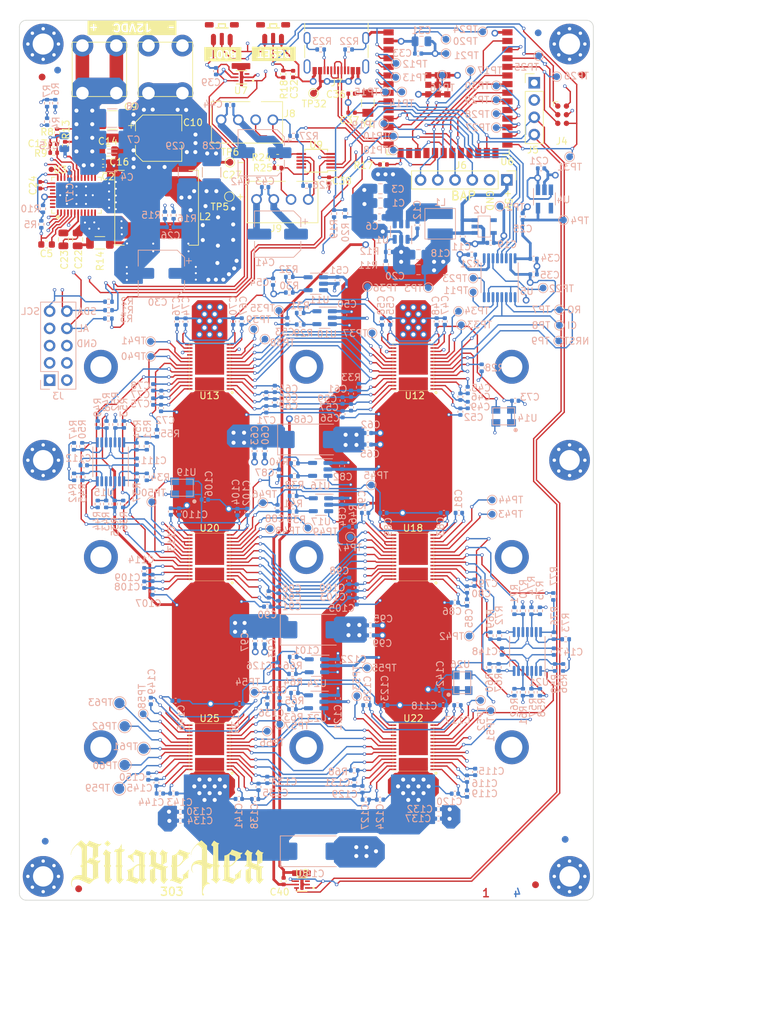
<source format=kicad_pcb>
(kicad_pcb (version 20240108) (generator "pcbnew") (generator_version "8.0")
  (title_block (rev "302"))
  (layers (0 "F.Cu" signal) (1 "In1.Cu" signal) (2 "In2.Cu" signal) (31 "B.Cu" signal) (34 "B.Paste" user) (35 "F.Paste" user) (36 "B.SilkS" user "B.Silkscreen") (37 "F.SilkS" user "F.Silkscreen") (38 "B.Mask" user) (39 "F.Mask" user) (44 "Edge.Cuts" user))
  (net 0 "")
  (net 1 "GND")
  (net 2 "/VDD")
  (net 3 "/ESP32/EN")
  (net 4 "/5V")
  (net 5 "/3V3")
  (net 6 "/SCL")
  (net 7 "Net-(U3-BP1V5)")
  (net 8 "Net-(U3-DRTN)")
  (net 9 "Net-(U3-EN{slash}UVLO)")
  (net 10 "/1V8")
  (net 11 "Net-(U3-AVIN)")
  (net 12 "Net-(U3-VDD5)")
  (net 13 "Net-(U3-VOSNS)")
  (net 14 "Net-(C22-Pad2)")
  (net 15 "/ESP32/P_TX")
  (net 16 "/ESP32/P_RX")
  (net 17 "/ESP32/IO0")
  (net 18 "/ESP32/XIN32")
  (net 19 "/ESP32/XOUT32")
  (net 20 "/Power/PGOOD")
  (net 21 "Net-(U3-GOSNS)")
  (net 22 "/SDA")
  (net 23 "/BM1366-1/0V8")
  (net 24 "/BM1366-1/1V8")
  (net 25 "Net-(U12-VDD3_0)")
  (net 26 "Net-(U13-INV_CLKO)")
  (net 27 "/BM1366-2/0V8")
  (net 28 "/BM1366-2/1V8")
  (net 29 "Net-(U13-CLKO)")
  (net 30 "Net-(U12-VDD2_0)")
  (net 31 "/NRSTI")
  (net 32 "/RO")
  (net 33 "/CI")
  (net 34 "/BM1366-3/0V8")
  (net 35 "/BM1366-3/1V8")
  (net 36 "Net-(U12-VDD1_0)")
  (net 37 "Net-(U12-VDD1_1)")
  (net 38 "Net-(U12-VDD2_1)")
  (net 39 "Net-(U12-VDD3_1)")
  (net 40 "/Fan/FAN1_TACH")
  (net 41 "/Fan/FAN1_PWM")
  (net 42 "/Fan/FAN2_TACH")
  (net 43 "/Fan/FAN2_PWM")
  (net 44 "Net-(U18-VDD1_0)")
  (net 45 "Net-(U18-VDD2_0)")
  (net 46 "Net-(U22-INV_CLKO)")
  (net 47 "Net-(U18-VDD3_0)")
  (net 48 "Net-(U15A--)")
  (net 49 "Net-(U18-VDD3_1)")
  (net 50 "Net-(U15B--)")
  (net 51 "Net-(U13-ADDR0)")
  (net 52 "Net-(U13-ADDR1)")
  (net 53 "Net-(U18-VDD2_1)")
  (net 54 "/BM1366-1/BI1")
  (net 55 "/VIN")
  (net 56 "Net-(U3-VSEL)")
  (net 57 "Net-(U18-VDD1_1)")
  (net 58 "Net-(U15C--)")
  (net 59 "Net-(U15D--)")
  (net 60 "Net-(U3-ADRSEL)")
  (net 61 "Net-(J6-Pin_4)")
  (net 62 "Net-(J6-Pin_6)")
  (net 63 "Net-(U20-VDD3_1)")
  (net 64 "Net-(U20-VDD2_1)")
  (net 65 "Net-(U20-VDD1_1)")
  (net 66 "Net-(U22-ADDR0)")
  (net 67 "Net-(U22-ADDR1)")
  (net 68 "Net-(U22-VDD3_0)")
  (net 69 "Net-(U22-VDD2_0)")
  (net 70 "Net-(U22-VDD1_0)")
  (net 71 "Net-(U21A--)")
  (net 73 "Net-(U21B--)")
  (net 74 "/BM1366-3/NRSTO3")
  (net 75 "Net-(U21C--)")
  (net 76 "Net-(U21D--)")
  (net 77 "Net-(J6-Pin_3)")
  (net 78 "Net-(J6-Pin_5)")
  (net 79 "Net-(R54-Pad1)")
  (net 80 "Net-(U6-GPIO4{slash}TOUCH4{slash}ADC1_CH3)")
  (net 81 "Net-(U6-GPIO5{slash}TOUCH5{slash}ADC1_CH4)")
  (net 82 "Net-(R76-Pad1)")
  (net 83 "Net-(U25-VDD1_1)")
  (net 84 "Net-(U25-VDD2_1)")
  (net 85 "Net-(U25-VDD3_1)")
  (net 91 "/BM1366-3/BO3")
  (net 93 "Net-(U6-GPIO6{slash}TOUCH6{slash}ADC1_CH5)")
  (net 94 "/BM1366-1/VDD1")
  (net 95 "/BM1366-2/VDD2")
  (net 96 "/BM1366-3/RI3")
  (net 97 "/BM1366-3/CLKO3")
  (net 98 "/BM1366-3/CO3")
  (net 99 "/BM1366-1/CLKI1")
  (net 100 "/BM1366-2/NRSTI2")
  (net 101 "/BM1366-2/BI2")
  (net 102 "/BM1366-2/RO2")
  (net 103 "/BM1366-2/CI2")
  (net 104 "/BM1366-3/NRSTI3")
  (net 105 "/BM1366-3/BI3")
  (net 106 "/BM1366-3/RO3")
  (net 107 "/BM1366-3/CI3")
  (net 108 "/BM1366-1/NRSTO")
  (net 109 "/BM1366-1/CO")
  (net 110 "/BM1366-1/BO")
  (net 111 "/BM1366-1/RI")
  (net 112 "/BM1366-2/RI")
  (net 113 "/BM1366-2/NRSTO")
  (net 114 "/BM1366-2/BO")
  (net 115 "/BM1366-2/CO")
  (net 117 "/ESP32/ASIC_RST")
  (net 118 "/ESP32/ESP32_TX")
  (net 119 "/ESP32/ESP32_RX")
  (net 120 "Net-(U6-GPIO7{slash}TOUCH7{slash}ADC1_CH6)")
  (net 121 "Net-(U6-GPIO8{slash}TOUCH8{slash}ADC1_CH7{slash}SUBSPICS1)")
  (net 122 "Net-(J7-CC1)")
  (net 123 "Net-(U6-GPIO20{slash}U1CTS{slash}ADC2_CH9{slash}CLK_OUT1{slash}USB_D+)")
  (net 124 "Net-(U6-GPIO19{slash}U1RTS{slash}ADC2_CH8{slash}CLK_OUT2{slash}USB_D-)")
  (net 126 "Net-(J7-CC2)")
  (net 127 "/Power/PMB_ALRT")
  (net 129 "Net-(U6-GPIO9{slash}TOUCH9{slash}ADC1_CH8{slash}FSPIHD{slash}SUBSPIHD)")
  (net 130 "Net-(U5-OE)")
  (net 131 "Net-(U10-ADJ)")
  (net 132 "Net-(U11-ADJ)")
  (net 133 "Net-(U12-BO)")
  (net 134 "Net-(U18-CLKO)")
  (net 135 "Net-(U12-CO)")
  (net 136 "/BM1366-2/CLKI2")
  (net 137 "Net-(U12-INV_CLKO)")
  (net 138 "Net-(U12-CLKO)")
  (net 139 "/BM1366-3/CLKI3")
  (net 140 "Net-(U12-NRSTO)")
  (net 141 "Net-(U12-RI)")
  (net 142 "Net-(U15A-+)")
  (net 143 "Net-(U16-ADJ)")
  (net 144 "Net-(U17-ADJ)")
  (net 145 "Net-(U15B-+)")
  (net 146 "Net-(U18-RO)")
  (net 147 "Net-(U18-INV_CLKO)")
  (net 148 "Net-(U18-NRSTI)")
  (net 149 "Net-(U15C-+)")
  (net 150 "Net-(U22-VDD3_1)")
  (net 151 "Net-(U22-VDD2_1)")
  (net 152 "Net-(U22-VDD1_1)")
  (net 153 "Net-(U22-RI)")
  (net 154 "Net-(U22-NRSTO)")
  (net 155 "Net-(U22-CO)")
  (net 156 "Net-(U22-CLKO)")
  (net 157 "Net-(U22-BO)")
  (net 158 "Net-(U18-CLKI)")
  (net 159 "Net-(U18-BI)")
  (net 160 "Net-(U18-CI)")
  (net 161 "Net-(U15D-+)")
  (net 162 "Net-(U20-INV_CLKO)")
  (net 163 "Net-(U21A-+)")
  (net 164 "Net-(U21B-+)")
  (net 165 "Net-(U23-ADJ)")
  (net 166 "Net-(U24-ADJ)")
  (net 167 "Net-(U21C-+)")
  (net 168 "Net-(U21D-+)")
  (net 169 "Net-(U25-INV_CLKO)")
  (net 170 "Net-(U5-A4)")
  (net 172 "Net-(U6-GPIO12{slash}TOUCH12{slash}ADC2_CH1{slash}FSPICLK{slash}FSPIIO6{slash}SUBSPICLK)")
  (net 173 "Net-(U6-GPIO14{slash}TOUCH14{slash}ADC2_CH3{slash}FSPIWP{slash}FSPIDQS{slash}SUBSPIWP)")
  (net 174 "Net-(U5-B4)")
  (net 175 "Net-(U5-DIR4)")
  (net 176 "Net-(U6-SPIIO6{slash}GPIO35{slash}FSPID{slash}SUBSPID)")
  (net 177 "Net-(U6-SPIIO7{slash}GPIO36{slash}FSPICLK{slash}SUBSPICLK)")
  (net 178 "Net-(U6-SPIDQS{slash}GPIO37{slash}FSPIQ{slash}SUBSPIQ)")
  (net 179 "Net-(U6-GPIO38{slash}FSPIWP{slash}SUBSPIWP)")
  (net 180 "Net-(J7-VBUS-PadA4)")
  (net 181 "Net-(U12-ADDR0)")
  (net 182 "Net-(U13-VDD3_1)")
  (net 183 "Net-(U12-ADDR1)")
  (net 184 "Net-(U13-VDD2_1)")
  (net 185 "Net-(U18-ADDR0)")
  (net 186 "Net-(U13-VDD1_1)")
  (net 187 "Net-(U18-ADDR1)")
  (net 188 "Net-(U20-ADDR0)")
  (net 189 "Net-(U20-ADDR1)")
  (net 190 "Net-(U25-ADDR0)")
  (net 191 "Net-(U25-ADDR1)")
  (net 197 "Net-(U3-MSEL1)")
  (net 198 "Net-(U3-BOOT)")
  (net 199 "/ESP32/VDD_SAMPLE")
  (net 200 "Net-(U1-SW)")
  (net 201 "Net-(U1-CB)")
  (net 202 "Net-(U1-FB)")
  (net 207 "/Power/SW")
  (net 208 "Net-(U3-MSEL2)")
  (net 209 "/Power/AGND")
  (net 217 "/Power/PMB_SCL")
  (net 218 "/Power/PMB_SDA")
  (net 219 "/SMB_ALRT")
  (footprint "bitaxe:BM1366" (layer "F.Cu") (at 108 125 180)
    (property "Reference" "U18")
    (property "Value" "BM1366_mode0")
  )
  (footprint "bitaxe:Tag-Connect_TC2030-IDC-NL_2x03_P1.27mm_Vertical" (layer "F.Cu") (at 129.9 59.9 -90)
    (property "Reference" "J4")
    (property "Value" "TC2030-IDC")
  )
  (footprint "bitaxe:BM1366" (layer "F.Cu") (at 78 125 180)
    (property "Reference" "U20")
    (property "Value" "BM1366_mode0")
  )
  (footprint "TestPoint:TestPoint_Pad_D1.0mm" (layer "F.Cu") (at 80.9 71.95)
    (property "Reference" "TP5")
    (property "Value" "TestPoint")
  )
  (footprint "Resistor_SMD:R_0402_1005Metric" (layer "F.Cu") (at 88.85 53.92 90)
    (property "Reference" "R18")
    (property "Value" "10k")
  )
  (footprint "bitaxe:hex-heatsink" (layer "F.Cu") (at 92.25 125)
    (property "Reference" "HS1" (hide yes))
    (property "Value" "Heatsink")
  )
  (footprint "LOGO" (layer "F.Cu") (at 71.6 170.8)
    (property "Reference" "G***" (hide yes))
    (property "Value" "LOGO" (hide yes))
  )
  (footprint "bitaxe:7770-screw-terminal" (layer "F.Cu") (at 71.5 53.225 180)
    (property "Reference" "J2" (hide yes))
    (property "Value" "Conn_01x01")
  )
  (footprint "kibuzzard-65356D5C" (layer "F.Cu") (at 79.95 51 180)
    (property "Reference" "kibuzzard-65356D5C" (hide yes))
    (property "Value" "G***" (hide yes))
  )
  (footprint "MountingHole:MountingHole_3mm_Pad_Via" (layer "F.Cu") (at 53.5 49.5)
    (property "Reference" "H1" (hide yes))
    (property "Value" "MountingHole")
  )
  (footprint "bitaxe:7770-screw-terminal" (layer "F.Cu") (at 61.775 53.225 180)
    (property "Reference" "J1" (hide yes))
    (property "Value" "Screw Terminal")
  )
  (footprint "bitaxe:SC32S-7PF20PPM" (layer "F.Cu") (at 101.3 58.2 -90)
    (property "Reference" "Y1")
    (property "Value" "32.768kHz")
  )
  (footprint "bitaxe:470531000" (layer "F.Cu") (at 79.7 60.65)
    (property "Reference" "J8")
    (property "Value" "Conn_01x04")
  )
  (footprint "bitaxe:3.1mm_mounting" (layer "F.Cu") (at 92.25 97)
    (property "Reference" "H13" (hide yes))
    (property "Value" "HeatsinkMountingHole")
  )
  (footprint "bitaxe:TestPoint_Pad_D0.8mm" (layer "F.Cu") (at 54.7 67.95)
    (property "Reference" "TP1" (hide yes))
    (property "Value" "TestPoint")
  )
  (footprint "Capacitor_SMD:C_0805_2012Metric" (layer "F.Cu") (at 56.475 78.25 -90)
    (property "Reference" "C23")
    (property "Value" "100nF")
  )
  (footprint "Resistor_SMD:R_0402_1005Metric" (layer "F.Cu") (at 88.05 67.725 180)
    (property "Reference" "R25")
    (property "Value" "5.6k")
  )
  (footprint "bitaxe:TL3340-switch" (layer "F.Cu") (at 79.8 47.7675 180)
    (property "Reference" "SW2" (hide yes))
    (property "Value" "SWITCH-SPST")
  )
  (footprint "MountingHole:MountingHole_3mm_Pad_Via" (layer "F.Cu") (at 131 172)
    (property "Reference" "H4" (hide yes))
    (property "Value" "MountingHole")
  )
  (footprint "Fiducial:Fiducial_1mm_Mask2mm" (layer "F.Cu") (at 53.34 54.356)
    (property "Reference" "FID3" (hide yes))
    (property "Value" "Fiducial")
  )
  (footprint "Inductor_SMD:L_Coilcraft_XAL1010-XXX" (layer "F.Cu") (at 70.2 73.6 90)
    (property "Reference" "L2")
    (property "Value" "680nH")
  )
  (footprint "Capacitor_SMD:C_0402_1005Metric" (layer "F.Cu") (at 55.02 64.225 180)
    (property "Reference" "C13")
    (property "Value" "100nF")
  )
  (footprint "Capacitor_SMD:C_0603_1608Metric" (layer "F.Cu") (at 54 79)
    (property "Reference" "C5")
    (property "Value" "1uF")
  )
  (footprint "Capacitor_SMD:C_0402_1005Metric" (layer "F.Cu") (at 98.9 56.8 180)
    (property "Reference" "C36")
    (property "Value" "6.8pF")
  )
  (footprint "Capacitor_SMD:CP_Elec_6.3x5.9" (layer "F.Cu") (at 70.5 63.35)
    (property "Reference" "C10")
    (property "Value" "180uF")
  )
  (footprint "bitaxe:3.1mm_mounting" (layer "F.Cu") (at 92.25 153)
    (property "Reference" "H15" (hide yes))
    (property "Value" "HeatsinkMountingHole")
  )
  (footprint "Connector_PinHeader_2.54mm:PinHeader_1x06_P2.54mm_Vertical" (layer "F.Cu") (at 121.76 69.5 -90)
    (property "Reference" "J6")
    (property "Value" "Conn_01x06")
  )
  (footprint "bitaxe:BM1366" (layer "F.Cu") (at 78 153 180)
    (property "Reference" "U25")
    (property "Value" "BM1366_mode1")
  )
  (footprint "Resistor_SMD:R_0402_1005Metric" (layer "F.Cu") (at 55.545 62.5 -90)
    (property "Reference" "R8")
    (property "Value" "12.7K")
  )
  (footprint "bitaxe:470531000" (layer "F.Cu") (at 84.91 72.375)
    (property "Reference" "J9")
    (property "Value" "Conn_01x04")
  )
  (footprint "Capacitor_SMD:C_0402_1005Metric" (layer "F.Cu") (at 88.9 172.7 90)
    (property "Reference" "C40")
    (property "Value" "311-3342-1-ND")
  )
  (footprint "bitaxe:3.1mm_mounting" (layer "F.Cu") (at 92.25 125)
    (property "Reference" "H14" (hide yes))
    (property "Value" "HeatsinkMountingHole")
  )
  (footprint "TestPoint:TestPoint_Pad_D1.0mm" (layer "F.Cu") (at 81 66.9)
    (property "Reference" "TP6")
    (property "Value" "TestPoint")
  )
  (footprint "bitaxe:3.1mm_mounting" (layer "F.Cu") (at 122.5 125)
    (property "Reference" "H10" (hide yes))
    (property "Value" "HeatsinkMountingHole")
  )
  (footprint "kibuzzard-65356D4E" (layer "F.Cu") (at 87.45 50.95 180)
    (property "Reference" "kibuzzard-65356D4E" (hide yes))
    (property "Value" "G***" (hide yes))
  )
  (footprint "Capacitor_SMD:C_1210_3225Metric" (layer "F.Cu") (at 78.3 68.375 90)
    (property "Reference" "C27")
    (property "Value" "47uF")
  )
  (footprint "Capacitor_SMD:C_0402_1005Metric" (layer "F.Cu") (at 62.325 68)
    (property "Reference" "C2")
    (property "Value" "4.7nF")
  )
  (footprint "bitaxe:BM1366" (layer "F.Cu") (at 108 153 180)
    (property "Reference" "U22")
    (property "Value" "BM1366_mode1")
  )
  (footprint "bitaxe:3.1mm_mounting" (layer "F.Cu") (at 62 125)
    (property "Reference" "H9" (hide yes))
    (property "Value" "HeatsinkMountingHole")
  )
  (footprint "Fiducial:Fiducial_1mm_Mask2mm" (layer "F.Cu") (at 132.842 54.05)
    (property "Reference" "FID1" (hide yes))
    (property "Value" "Fiducial")
  )
  (footprint "Package_SO:MSOP-10_3x3mm_P0.5mm" (layer "F.Cu") (at 93.7 66.675 180)
    (property "Reference" "U9")
    (property "Value" "EMC2302")
  )
  (footprint "Capacitor_SMD:C_0402_1005Metric" (layer "F.Cu") (at 98.9 59.6 180)
    (property "Reference" "C37")
    (property "Value" "6.8pF")
  )
  (footprint "Resistor_SMD:R_0402_1005Metric" (layer "F.Cu") (at 55.045 65.5 180)
    (property "Reference" "R9")
    (property "Value" "1.37K")
  )
  (footprint "Resistor_SMD:R_0402_1005Metric" (layer "F.Cu") (at 56.725 64.4 -90)
    (property "Reference" "R13")
    (property "Value" "10R")
  )
  (footprint "bitaxe:LQFN40-CLIP" (layer "F.Cu") (at 58.4 71.75 90)
    (property "Reference" "U3")
    (property "Value" "TPS546D24ARVFR")
  )
  (footprint "Fiducial:Fiducial_1mm_Mask2mm" (layer "F.Cu") (at 58.725 173.825)
    (property "Reference" "FID7" (hide yes))
    (property "Value" "Fiducial")
  )
  (footprint "Capacitor_SMD:C_0402_1005Metric" (layer "F.Cu") (at 62.325 66.825)
    (property "Reference" "C16")
    (property "Value" "2.2nF")
  )
  (footprint "bitaxe:SOT5X3-6_DRL_TEX" (layer "F.Cu") (at 82.7 54.4 180)
    (property "Reference" "U7")
    (property "Value" "TMP1075")
  )
  (footprint "bitaxe:3.1mm_mounting" (layer "F.Cu") (at 122.5 153)
    (property "Reference" "H12" (hide yes))
    (property "Value" "HeatsinkMountingHole")
  )
  (footprint "Capacitor_SMD:C_0805_2012Metric" (layer "F.Cu") (at 58.575 78.25 -90)
    (property "Reference" "C22")
    (property "Value" "1nF")
  )
  (footprint "bitaxe:BM1366" (layer "F.Cu") (at 78 97 180)
    (property "Reference" "U13")
    (property "Value" "BM1366_mode1")
  )
  (footprint "bitaxe:3.1mm_mounting" (layer "F.Cu") (at 122.5 97)
    (property "Reference" "H8" (hide yes))
    (property "Value" "HeatsinkMountingHole")
  )
  (footprint "bitaxe:3.1mm_mounting" (layer "F.Cu") (at 62 97)
    (property "Reference" "H7" (hide yes))
    (property "Value" "HeatsinkMountingHole")
  )
  (footprint "Connector_PinHeader_2.54mm:PinHeader_1x04_P2.54mm_Vertical" (layer "F.Cu") (at 125.8 55.2)
    (property "Reference" "J5")
    (property "Value" "Conn_01x04")
  )
  (footprint "bitaxe:ESP32-S3-WROOM-1U" (layer "F.Cu") (at 113.1 56.04)
    (property "Reference" "U6")
    (property "Value" "ESP32-S3-WROOM-1")
  )
  (footprint "Capacitor_SMD:C_1210_3225Metric" (layer "F.Cu") (at 63.7 60.675)
    (property "Reference" "C9")
    (property "Value" "22uF")
  )
  (footprint "Fiducial:Fiducial_1mm_Mask2mm" (layer "F.Cu") (at 125.984 173.228)
    (property "Reference" "FID5" (hide yes))
    (property "Value" "Fiducial")
  )
  (footprint "Capacitor_SMD:C_0402_1005Metric" (layer "F.Cu") (at 90.3 53.92 -90)
    (property "Reference" "C32")
    (property "Value" "1uF" (hide yes))
  )
  (footprint "MountingHole:MountingHole_3mm_Pad_Via" (layer "F.Cu") (at 53.5 110.75)
    (property "Reference" "H5" (hide yes))
    (property "Value" "MountingHole")
  )
  (footprint "Connector_USB:USB_C_Receptacle_GCT_USB4105-xx-A_16P_TopMnt_Horizontal" (layer "F.Cu") (at 96.67 49.695 180)
    (property "Reference" "J7")
    (property "Value" "USB_C_Receptacle_USB2.0")
  )
  (footprint "Resistor_SMD:R_0402_1005Metric" (layer "F.Cu") (at 103.6 67.225)
    (property "Reference" "R17")
    (property "Value" "10k")
  )
  (footprint "Resistor_SMD:R_1206_3216Metric" (layer "F.Cu") (at 61.85 78.75)
    (property "Reference" "R14")
    (property "Value" "1R")
  )
  (footprint "bitaxe:TL3340-switch" (layer "F.Cu") (at 87.35 47.7675 180)
    (property "Reference" "SW1" (hide yes))
    (property "Value" "SWITCH-SPST")
  )
  (footprint "MountingHole:MountingHole_3mm_Pad_Via" (layer "F.Cu") (at 131 49.5)
    (property "Reference" "H2" (hide yes))
    (property "Value" "MountingHole")
  )
  (footprint "MountingHole:MountingHole_3mm_Pad_Via" (layer "F.Cu") (at 53.5 172)
    (property "Reference" "H3" (hide yes))
    (property "Value" "MountingHole")
  )
  (footprint "Capacitor_SMD:C_0402_1005Metric" (layer "F.Cu") (at 53.025 70.275 -90)
    (property "Reference" "C24")
    (property "Value" "100pF")
  )
  (footprint "bitaxe:3.1mm_mounting" (layer "F.Cu") (at 62 153)
    (property "Reference" "H11" (hide yes))
    (property "Value" "HeatsinkMountingHole")
  )
  (footprint "Capacitor_SMD:C_0402_1005Metric" (layer "F.Cu") (at 95.6 69.6 -90)
    (property "Reference" "C38")
    (property "Value" "311-3342-1-ND")
  )
  (footprint "MountingHole:MountingHole_3mm_Pad_Via" (layer "F.Cu") (at 131 110.75)
    (property "Reference" "H6" (hide yes))
    (property "Value" "MountingHole")
  )
  (footprint "Capacitor_SMD:C_0805_2012Metric" (layer "F.Cu") (at 63.075 65.275)
    (property "Reference" "C14")
    (property "Value" "1uF")
  )
  (footprint "bitaxe:SOT5X3-6_DRL_TEX" (layer "F.Cu") (at 91.6008 173.2 180)
    (property "Reference" "U8")
    (property "Value" "TMP1075")
  )
  (footprint "kibuzzard-65978662" (layer "F.Cu") (at 66.575 47.125 180)
    (property "Reference" "kibuzzard-65978662" (hide yes))
    (property "Value" "G***" (hide yes))
  )
  (footprint "TestPoint:TestPoint_Pad_D1.0mm" (layer "F.Cu") (at 93.3 56.75)
    (property "Reference" "TP32")
    (property "Value" "TestPoint")
  )
  (footprint "Resistor_SMD:R_0402_1005Metric" (layer "F.Cu") (at 88.025 66.125 180)
    (property "Reference" "R24")
    (property "Value" "5.6k")
  )
  (footprint "bitaxe:BM1366" (layer "F.Cu") (at 108 97 180)
    (property "Reference" "U12")
    (property "Value" "BM1366_mode1")
  )
  (footprint "Capacitor_SMD:C_0402_1005Metric" (layer "B.Cu") (at 108.6 76.15 -90)
    (property "Reference" "C12")
    (property "Value" "0.1uF")
  )
  (footprint "TestPoint:TestPoint_Pad_D1.0mm" (layer "B.Cu") (at 69.325 95.475 180)
    (property "Reference" "TP40")
    (property "Value" "TestPoint")
  )
  (footprint "Capacitor_SMD:C_0402_1005Metric" (layer "B.Cu") (at 98.825 102.97 90)
    (property "Reference" "C57")
    (property "Value" "1uF")
  )
  (footprint "Capacitor_SMD:C_0402_1005Metric" (layer "B.Cu") (at 97.8375 89.375 90)
    (property "Reference" "C50")
    (property "Value" "0.1uF")
  )
  (footprint "TestPoint:TestPoint_Pad_D1.0mm" (layer "B.Cu") (at 105.45 52.35 180)
    (property "Reference" "TP12")
    (property "Value" "TestPoint")
  )
  (footprint "Capacitor_SMD:C_0402_1005Metric" (layer "B.Cu") (at 72.3 118.3 90)
    (property "Reference" "C113")
    (property "Value" "1uF")
  )
  (footprint "Capacitor_SMD:C_0402_1005Metric" (layer "B.Cu") (at 81.025 58.475 180)
    (property "Reference" "C44")
    (property "Value" "311-3342-1-ND")
  )
  (footprint "Capacitor_SMD:C_0402_1005Metric" (layer "B.Cu") (at 69.59 130.07 90)
    (property "Reference" "C107")
    (property "Value" "1uF")
  )
  (footprint "TestPoint:TestPoint_Pad_D1.0mm" (layer "B.Cu") (at 119.4 147.6 90)
    (property "Reference" "TP51")
    (property "Value" "TestPoint")
  )
  (footprint "Resistor_SMD:R_0402_1005Metric" (layer "B.Cu") (at 97.95 74.425 90)
    (property "Reference" "R20")
    (property "Value" "22.1k")
  )
  (footprint "Capacitor_SMD:C_0805_2012Metric" (layer "B.Cu") (at 108.75 80.5 180)
    (property "Reference" "C18")
    (property "Value" "10uF")
  )
  (footprint "Resistor_SMD:R_0402_1005Metric" (layer "B.Cu") (at 58.025 108.7 90)
    (property "Reference" "R47")
    (property "Value" "1k")
  )
  (footprint "Capacitor_Tantalum_SMD:CP_EIA-7343-31_Kemet-D_Pad2.25x2.55mm_HandSolder" (layer "B.Cu") (at 93 168.3)
    (property "Reference" "C140")
    (property "Value" "330uF")
  )
  (footprint "Capacitor_SMD:C_0402_1005Metric" (layer "B.Cu") (at 111.7 162.1 180)
    (property "Reference" "C132")
    (property "Value" "0.1uF")
  )
  (footprint "Capacitor_SMD:C_0402_1005Metric" (layer "B.Cu") (at 100.5 159.18 90)
    (property "Reference" "C129")
    (property "Value" "1uF")
  )
  (footprint "Package_TO_SOT_SMD:TSOT-23-5" (layer "B.Cu") (at 93.7 146.3 180)
    (property "Reference" "U23")
    (property "Value" "AP7331")
  )
  (footprint "Resistor_SMD:R_0402_1005Metric" (layer "B.Cu") (at 67.275 113.2 90)
    (property "Reference" "R37")
    (property "Value" "1k")
  )
  (footprint "TestPoint:TestPoint_Pad_D1.0mm" (layer "B.Cu") (at 84.6 144.9 180)
    (property "Reference" "TP54")
    (property "Value" "TestPoint")
  )
  (footprint "Capacitor_SMD:C_0402_1005Metric" (layer "B.Cu") (at 78.95 53.5 90)
    (property "Reference" "C39")
    (property "Value" "311-3342-1-ND")
  )
  (footprint "TestPoint:TestPoint_Pad_D1.0mm" (layer "B.Cu") (at 127.1 85.4 180)
    (property "Reference" "TP22")
    (property "Value" "TestPoint")
  )
  (footprint "Resistor_SMD:R_0402_1005Metric" (layer "B.Cu") (at 90.3 118.3)
    (property "Reference" "R39")
    (property "Value" "115k")
  )
  (footprint "TestPoint:TestPoint_Pad_D1.0mm" (layer "B.Cu") (at 99.675 145.425 180)
    (property "Reference" "TP53")
    (property "Value" "TestPoint")
  )
  (footprint "Capacitor_SMD:C_0805_2012Metric" (layer "B.Cu") (at 103.15 70.8 180)
    (property "Reference" "C3")
    (property "Value" "10uF")
  )
  (footprint "Capacitor_SMD:C_0402_1005Metric" (layer "B.Cu") (at 86.7 130.5 90)
    (property "Reference" "C94")
    (property "Value" "1uF")
  )
  (footprint "Capacitor_SMD:C_0805_2012Metric" (layer "B.Cu") (at 56.6 63.95 -90)
    (property "Reference" "C15")
    (property "Value" "1uF")
  )
  (footprint "Capacitor_SMD:C_0402_1005Metric" (layer "B.Cu") (at 70.85 103.07 90)
    (property "Reference" "C72")
    (property "Value" "1uF")
  )
  (footprint "Resistor_SMD:R_0402_1005Metric" (layer "B.Cu") (at 104.45 80.1)
    (property "Reference" "R12")
    (property "Value" "22.1k")
  )
  (footprint "TestPoint:TestPoint_Pad_D1.0mm" (layer "B.Cu") (at 120.2 55.65 180)
    (property "Reference" "TP30")
    (property "Value" "TestPoint")
  )
  (footprint "TestPoint:TestPoint_Pad_D1.0mm" (layer "B.Cu") (at 69.3 93.275 180)
    (property "Reference" "TP41")
    (property "Value" "TestPoint")
  )
  (footprint "Capacitor_SMD:C_0402_1005Metric" (layer "B.Cu") (at 99.3 158.18 90)
    (property "Reference" "C131")
    (property "Value" "1uF")
  )
  (footprint "Resistor_SMD:R_0402_1005Metric" (layer "B.Cu") (at 130.425 137.1)
    (property "Reference" "R73")
    (property "Value" "1k")
  )
  (footprint "TestPoint:TestPoint_Pad_D1.0mm" (layer "B.Cu") (at 86.925 120.825)
    (property "Reference" "TP48")
    (property "Value" "TestPoint")
  )
  (footprint "Resistor_SMD:R_0402_1005Metric" (layer "B.Cu") (at 119.35 136.575 90)
    (property "Reference" "R69")
    (property "Value" "1k")
  )
  (footprint "TestPoint:TestPoint_Pad_D1.0mm" (layer "B.Cu") (at 114.65 88.825)
    (property "Reference" "TP34")
    (property "Value" "TestPoint")
  )
  (footprint "Package_TO_SOT_SMD:SOT-23-5_HandSoldering" (layer "B.Cu") (at 127.3 72.3 -90)
    (property "Reference" "U4")
    (property "Value" "MIC5504")
  )
  (footprint "Capacitor_SMD:C_0402_1005Metric" (layer "B.Cu") (at 128.68 138.92 -90)
    (property "Reference" "C147")
    (property "Value" "0.1uF")
  )
  (footprint "Capacitor_SMD:C_0402_1005Metric" (layer "B.Cu") (at 81.475 90.325 90)
    (property "Reference" "C70")
    (property "Value" "1uF")
  )
  (footprint "Resistor_SMD:R_0402_1005Metric" (layer "B.Cu") (at 61.525 105.4875 -90)
    (property "Reference" "R49")
    (property "Value" "10k")
  )
  (footprint "Resistor_SMD:R_0402_1005Metric" (layer "B.Cu") (at 54.075 60.925 90)
    (property "Reference" "R4")
    (property "Value" "17.8K")
  )
  (footprint "Capacitor_SMD:C_0402_1005Metric" (layer "B.Cu") (at 88.2 112.6 -90)
    (property "Reference" "C87")
    (property "Value" "1uF")
  )
  (footprint "Capacitor_SMD:C_0402_1005Metric" (layer "B.Cu") (at 100.9 118.5 180)
    (property "Reference" "C92")
    (property "Value" "1uF")
  )
  (footprint "Capacitor_SMD:C_0402_1005Metric" (layer "B.Cu") (at 125.7 83.4)
    (property "Reference" "C35")
    (property "Value" "311-3342-1-ND")
  )
  (footprint "TestPoint:TestPoint_Pad_D1.0mm" (layer "B.Cu") (at 115.05 90.825)
    (property "Reference" "TP33")
    (property "Value" "TestPoint")
  )
  (footprint "Capacitor_SMD:C_0402_1005Metric" (layer "B.Cu") (at 114.925 103.605 -90)
    (property "Reference" "C52")
    (property "Value" "1uF")
  )
  (footprint "TestPoint:TestPoint_Pad_D1.0mm" (layer "B.Cu") (at 129.1 54.3 -90)
    (property "Reference" "TP26")
    (property "Value" "TestPoint")
  )
  (footprint "Resistor_SMD:R_0402_1005Metric" (layer "B.Cu") (at 99.3 156.4 180)
    (property "Reference" "R68")
    (property "Value" "2k")
  )
  (footprint "Capacitor_SMD:C_0402_1005Metric" (layer "B.Cu") (at 97.575 101.97 90)
    (property "Reference" "C59")
    (property "Value" "1uF")
  )
  (footprint "Capacitor_SMD:C_1210_3225Metric" (layer "B.Cu") (at 78.3 68.375 90)
    (property "Reference" "C28")
    (property "Value" "47uF")
  )
  (footprint "TestPoint:TestPoint_Pad_D1.0mm" (layer "B.Cu") (at 116.4 53.4 180)
    (property "Reference" "TP17")
    (property "Value" "TestPoint")
  )
  (footprint "Capacitor_SMD:C_0402_1005Metric" (layer "B.Cu") (at 68.39 127.09 90)
    (property "Reference" "C114")
    (property "Value" "1uF")
  )
  (footprint "TestPoint:TestPoint_Pad_D1.5mm" (layer "B.Cu") (at 65.5 149.9)
    (property "Reference" "TP62")
    (property "Value" "TestPoint")
  )
  (footprint "TestPoint:TestPoint_Pad_D1.0mm" (layer "B.Cu") (at 116.8 86 180)
    (property "Reference" "TP11")
    (property "Value" "TestPoint")
  )
  (footprint "Package_SO:TSSOP-16_4.4x5mm_P0.65mm" (layer "B.Cu") (at 120.7 83.9 90)
    (property "Reference" "U5")
    (property "Value" "SN74AVC4T774")
  )
  (footprint "Capacitor_SMD:C_0402_1005Metric" (layer "B.Cu") (at 70.68 159.8 180)
    (property "Reference" "C144")
    (property "Value" "1uF")
  )
  (footprint "Capacitor_SMD:C_0402_1005Metric" (layer "B.Cu") (at 67.275 110.975 -90)
    (property "Reference" "C111")
    (property "Value" "0.1uF")
  )
  (footprint "Capacitor_SMD:C_0402_1005Metric" (layer "B.Cu") (at 88.1 131.9 90)
    (property "Reference" "C91")
    (property "Value" "1uF")
  )
  (footprint "Package_TO_SOT_SMD:TSOT-23-5" (layer "B.Cu") (at 93.6375 84.775 180)
    (property "Reference" "U11")
    (property "Value" "AP7331")
  )
  (footprint "Capacitor_SMD:C_0402_1005Metric" (layer "B.Cu") (at 68.98 157.3 90)
    (property "Reference" "C150")
    (property "Value" "1uF")
  )
  (footprint "Resistor_SMD:R_0402_1005Metric" (layer "B.Cu") (at 71.425 74.7 -90)
    (property "Reference" "R15")
    (property "Value" "49.9R")
  )
  (footprint "Capacitor_SMD:C_0402_1005Metric" (layer "B.Cu") (at 97.5 116.8 90)
    (property "Reference" "C84")
    (property "Value" "0.1uF")
  )
  (footprint "Capacitor_SMD:C_0402_1005Metric" (layer "B.Cu") (at 82.725 90.325 90)
    (property "Reference" "C67")
    (property "Value" "1uF")
  )
  (footprint "Resistor_SMD:R_0402_1005Metric" (layer "B.Cu") (at 122.88 132.91 -90)
    (property "Reference" "R71")
    (property "Value" "10k")
  )
  (footprint "TestPoint:TestPoint_Pad_D1.0mm" (layer "B.Cu") (at 68.225 148.075 180)
    (property "Reference" "TP58")
    (property "Value" "TestPoint")
  )
  (footprint "Resistor_SMD:R_0402_1005Metric" (layer "B.Cu") (at 96.325 74.45 -90)
    (property "Reference" "R19")
    (property "Value" "7.87k")
  )
  (footprint "Capacitor_SMD:C_0402_1005Metric" (layer "B.Cu") (at 73.2 90.35 90)
    (property "Reference" "C76")
    (property "Value" "1uF")
  )
  (footprint "Resistor_SMD:R_0402_1005Metric" (layer "B.Cu") (at 72.7 74.7 90)
    (property "Reference" "R16")
    (property "Value" "1.37K")
  )
  (footprint "TestPoint:TestPoint_Pad_D1.0mm" (layer "B.Cu") (at 120.2 57.7 180)
    (property "Reference" "TP29")
    (property "Value" "TestPoint")
  )
  (footprint "Capacitor_SMD:C_0402_1005Metric" (layer "B.Cu") (at 68.39 129.07 90)
    (property "Reference" "C108")
    (property "Value" "1uF")
  )
  (footprint "TestPoint:TestPoint_Pad_D1.0mm" (layer "B.Cu") (at 105.05 63.05 180)
    (property "Reference" "TP10")
    (property "Value" "TestPoint")
  )
  (footprint "Capacitor_SMD:C_0402_1005Metric" (layer "B.Cu") (at 88 117.8 -90)
    (property "Reference" "C88")
    (property "Value" "1uF")
  )
  (footprint "Resistor_SMD:R_0402_1005Metric" (layer "B.Cu") (at 103.95 81.95 90)
    (property "Reference" "R11")
    (property "Value" "115k")
  )
  (footprint "Capacitor_SMD:C_0402_1005Metric" (layer "B.Cu") (at 88 141 -90)
    (property "Reference" "C126")
    (property "Value" "1uF")
  )
  (footprint "Capacitor_SMD:C_0402_1005Metric" (layer "B.Cu") (at 86.35 101.215 -90)
    (property "Reference" "C66")
    (property "Value" "1uF")
  )
  (footprint "Capacitor_SMD:C_0402_1005Metric" (layer "B.Cu") (at 59.475 111.5)
    (property "Reference" "C112")
    (property "Value" "1uF")
  )
  (footprint "Resistor_SMD:R_0402_1005Metric" (layer "B.Cu") (at 92.275 70.35 180)
    (property "Reference" "R26")
    (property "Value" "10k")
  )
  (footprint "TestPoint:TestPoint_Pad_D1.5mm" (layer "B.Cu") (at 65.5 155.6)
    (property "Reference" "TP60")
    (property "Value" "TestPoint")
  )
  (footprint "Capacitor_SMD:C_0402_1005Metric" (layer "B.Cu") (at 119.37205 78.7602 180)
    (property "Reference" "C19")
    (property "Value" "1uF")
  )
  (footprint "Capacitor_SMD:C_0402_1005Metric" (layer "B.Cu") (at 87.6 102.255 -90)
    (property "Reference" "C69")
    (property "Value" "1uF")
  )
  (footprint "Resistor_SMD:R_0402_1005Metric" (layer "B.Cu") (at 67.25 108.7 -90)
    (property "Reference" "R54")
    (property "Value" "1k")
  )
  (footprint "Capacitor_SMD:C_1210_3225Metric" (layer "B.Cu") (at 63.675 60.4)
    (property "Reference" "C8")
    (property "Value" "22uF")
  )
  (footprint "Capacitor_SMD:C_0402_1005Metric" (layer "B.Cu") (at 84.7 137.35 -90)
    (property "Reference" "C97")
    (property "Value" "1uF")
  )
  (footprint "Fiducial:Fiducial_1mm_Mask2mm" (layer "B.Cu") (at 53.8 166.825 180)
    (property "Reference" "FID2" (hide yes))
    (property "Value" "Fiducial")
  )
  (footprint "Capacitor_SMD:C_0402_1005Metric" (layer "B.Cu") (at 69.35 146.175 -90)
    (property "Reference" "C149")
    (property "Value" "1uF")
  )
  (footprint "Capacitor_SMD:C_0402_1005Metric" (layer "B.Cu") (at 103.1 160.7 180)
    (property "Reference" "C124")
    (property "Value" "1uF")
  )
  (footprint "Resistor_SMD:R_0402_1005Metric" (layer "B.Cu") (at 90.5 113.1)
    (property "Reference" "R38")
    (property "Value" "115k")
  )
  (footprint "Capacitor_SMD:C_0402_1005Metric" (layer "B.Cu") (at 72.2 76.45 180)
    (property "Reference" "C26")
    (property "Value" "2.2nF")
  )
  (footprint "Capacitor_SMD:C_0402_1005Metric" (layer "B.Cu") (at 112.4 146.8 180)
    (property "Reference" "C118")
    (property "Value" "1uF")
  )
  (footprint "Capacitor_SMD:C_0402_1005Metric" (layer "B.Cu") (at 84.7 160.62 180)
    (property "Reference" "C138")
    (property "Value" "1uF")
  )
  (footprint "Capacitor_SMD:C_0402_1005Metric" (layer "B.Cu") (at 86.125 109.4 90)
    (property "Reference" "C60")
    (property "Value" "0.1uF")
  )
  (footprint "Capacitor_SMD:C_0402_1005Metric" (layer "B.Cu") (at 99.65 129.495 -90)
    (property "Reference" "C100")
    (property "Value" "1uF")
  )
  (footprint "TestPoint:TestPoint_Pad_D1.0mm" (layer "B.Cu") (at 120.72205 73.3602)
    (property "Reference" "TP2")
    (property "Value" "TestPoint")
  )
  (footprint "Package_SO:TSSOP-14_4.4x5mm_P0.65mm" (layer "B.Cu") (at 124.78 138.9 90)
    (property "Reference" "U21")
    (property "Value" "TLV3544")
  )
  (footprint "Package_SO:TSSOP-14_4.4x5mm_P0.65mm" (layer "B.Cu") (at 63.425 110.9875 90)
    (property "Reference" "U15")
    (property "Value" "TLV3544")
  )
  (footprint "TestPoint:TestPoint_Pad_D1.0mm" (layer "B.Cu") (at 129.5 88.6 180)
    (property "Reference" "TP7")
    (property "Value" "TestPoint")
  )
  (footprint "bitaxe:RT9080-33GJ5" (layer "B.Cu") (at 118.42205 76.3602)
    (property "Reference" "U2")
    (property "Value" "RT9080-33GJ5")
  )
  (footprint "Capacitor_SMD:C_0402_1005Metric" (layer "B.Cu") (at 111.8 144.5 180)
    (property "Reference" "C142")
    (property "Value" "0.1uF")
  )
  (footprint "TestPoint:TestPoint_Pad_D1.0mm" (layer "B.Cu") (at 84.5 91.45)
    (property "Reference" "TP39")
    (property "Value" "TestPoint")
  )
  (footprint "Capacitor_SMD:C_0402_1005Metric" (layer "B.Cu") (at 84.625 109.4 -90)
    (property "Reference" "C63")
    (property "Value" "1uF")
  )
  (footprint "Capacitor_SMD:C_0402_1005Metric" (layer "B.Cu") (at 73.7 162.5)
    (property "Reference" "C130")
    (property "Value" "0.1uF")
  )
  (footprint "Resistor_SMD:R_0402_1005Metric" (layer "B.Cu") (at 63.1 89.9 180)
    (property "Reference" "R3")
    (property "Value" "0R")
  )
  (footprint "Capacitor_SMD:C_0402_1005Metric" (layer "B.Cu") (at 88.3 146.2 -90)
    (property "Reference" "C125")
    (property "Value" "1uF")
  )
  (footprint "Resistor_SMD:R_0402_1005Metric" (layer "B.Cu") (at 89.7375 86.075)
    (property "Reference" "R30")
    (property "Value" "115k")
  )
  (footprint "Capacitor_SMD:C_0402_1005Metric" (layer "B.Cu") (at 86.5 157.8 -90)
    (property "Reference" "C133")
    (property "Value" "1uF")
  )
  (footprint "Capacitor_SMD:C_0402_1005Metric" (layer "B.Cu") (at 72.68 159.8 180)
    (property "Reference" "C143")
    (property "Value" "1uF")
  )
  (footprint "Capacitor_SMD:C_0402_1005Metric" (layer "B.Cu") (at 115.9 157.62 -90)
    (property "Reference" "C116")
    (property "Value" "1uF")
  )
  (footprint "Capacitor_SMD:C_0402_1005Metric" (layer "B.Cu") (at 114.7 118.5)
    (property "Reference" "C81")
    (property "Value" "1uF")
  )
  (footprint "Capacitor_SMD:C_0402_1005Metric" (layer "B.Cu") (at 112.5 118.5 180)
    (property "Reference" "C83")
    (property "Value" "1uF")
  )
  (footprint "Resistor_SMD:R_0402_1005Metric" (layer "B.Cu") (at 94.36 50.3)
    (property "Reference" "R23")
    (property "Value" "5.1k")
  )
  (footprint "TestPoint:TestPoint_Pad_D1.0mm" (layer "B.Cu") (at 117.9 146.1)
    (property "Reference" "TP52")
    (property "Value" "TestPoint")
  )
  (footprint "Capacitor_SMD:C_0402_1005Metric" (layer "B.Cu") (at 111.7 163.5)
    (property "Reference" "C137")
    (property "Value" "1uF")
  )
  (footprint "TestPoint:TestPoint_Pad_D1.0mm" (layer "B.Cu") (at 101.925 92.025 180)
    (property "Reference" "TP37")
    (property "Value" "TestPoint")
  )
  (footprint "Connector_PinHeader_2.54mm:PinHeader_2x05_P2.54mm_Vertical" (layer "B.Cu") (at 54.45 98.97)
    (property "Reference" "J3")
    (property "Value" "Conn_02x05_Odd_Even")
  )
  (footprint "Capacitor_SMD:CP_Elec_6.3x7.7" (layer "B.Cu") (at 88.025 77.475 180)
    (property "Reference" "C41")
    (property "Value" "220uF")
  )
  (footprint "TestPoint:TestPoint_Pad_D1.0mm" (layer "B.Cu") (at 92.475 120.725)
    (property "Reference" "TP49")
    (property "Value" "TestPoint")
  )
  (footprint "Resistor_SMD:R_0402_1005Metric" (layer "B.Cu") (at 118.05 97.15 90)
    (property "Reference" "R28")
    (property "Value" "10k")
  )
  (footprint "Fiducial:Fiducial_1mm_Mask2mm" (layer "B.Cu") (at 126.375 47.85 180)
    (property "Reference" "FID8" (hide yes))
    (property "Value" "Fiducial")
  )
  (footprint "Resistor_SMD:R_0402_1005Metric" (layer "B.Cu") (at 126.63 132.91 -90)
    (property "Reference" "R75")
    (property "Value" "10k")
  )
  (footprint "Capacitor_Tantalum_SMD:CP_EIA-7343-31_Kemet-D_Pad2.25x2.55mm_HandSolder" (layer "B.Cu") (at 92.6 107.7)
    (property "Reference" "C68")
    (property "Value" "330uF")
  )
  (footprint "TestPoint:TestPoint_Pad_D1.0mm" (layer "B.Cu") (at 110.2 85.35 90)
    (property "Reference" "TP3")
    (property "Value" "TestPoint")
  )
  (footprint "Capacitor_SMD:C_0402_1005Metric" (layer "B.Cu") (at 57.375 68.95 -90)
    (property "Reference" "C17")
    (property "Value" "4.7uF")
  )
  (footprint "Package_TO_SOT_SMD:SOT-23-6" (layer "B.Cu") (at 106.2 77.1 90)
    (property "Reference" "U1")
    (property "Value" "LMR54410")
  )
  (footprint "Capacitor_SMD:C_0402_1005Metric" (layer "B.Cu") (at 88.125 129.85 90)
    (property "Reference" "C96")
    (property "Value" "1uF")
  )
  (footprint "Capacitor_SMD:C_0402_1005Metric" (layer "B.Cu") (at 116 100.43 -90)
    (property "Reference" "C45")
    (property "Value" "1uF")
  )
  (footprint "Resistor_SMD:R_0402_1005Metric" (layer "B.Cu") (at 128.85 141.25 90)
    (property "Reference" "R59")
    (property "Value" "1k")
  )
  (footprint "Capacitor_SMD:C_0402_1005Metric" (layer "B.Cu") (at 69.59 128.07 90)
    (property "Reference" "C109")
    (property "Value" "1uF")
  )
  (footprint "TestPoint:TestPoint_Pad_D1.5mm" (layer "B.Cu") (at 64.725 146.5)
    (property "Reference" "TP63")
    (property "Value" "TestPoint")
  )
  (footprint "Capacitor_SMD:C_0402_1005Metric" (layer "B.Cu") (at 101.675 136.525 180)
    (property "Reference" "C99")
    (property "Value" "1uF")
  )
  (footprint "Capacitor_SMD:C_1210_3225Metric" (layer "B.Cu") (at 63.65 66.925)
    (property "Reference" "C4")
    (property "Value" "22uF")
  )
  (footprint "Resistor_SMD:R_0402_1005Metric" (layer "B.Cu") (at 62.825 105.5 -90)
    (property "Reference" "R48")
    (property "Value" "10k")
  )
  (footprint "Capacitor_SMD:C_0402_1005Metric" (layer "B.Cu") (at 70.18 158.2 90)
    (property "Reference" "C145")
    (property "Value" "1uF")
  )
  (footprint "Capacitor_SMD:C_0402_1005Metric" (layer "B.Cu") (at 87.6 100.255 -90)
    (property "Reference" "C64")
    (property "Value" "1uF")
  )
  (footprint "Resistor_SMD:R_0402_1005Metric" (layer "B.Cu") (at 54.075 58.2 90)
    (property "Reference" "R7")
    (property "Value" "31.6K")
  )
  (footprint "Capacitor_SMD:C_0402_1005Metric" (layer "B.Cu") (at 77.3 116.55)
    (property "Reference" "C106")
    (property "Value" "0.1uF")
  )
  (footprint "Fiducial:Fiducial_1mm_Mask2mm" (layer "B.Cu") (at 55.626 53.34 180)
    (property "Reference" "FID6" (hide yes))
    (property "Value" "Fiducial")
  )
  (footprint "TestPoint:TestPoint_Pad_D1.0mm" (layer "B.Cu") (at 86.15 92.925)
    (property "Reference" "TP38")
    (property "Value" "TestPoint")
  )
  (footprint "Resistor_SMD:R_0402_1005Metric" (layer "B.Cu") (at 122.88 144.89 90)
    (property "Reference" "R62")
    (property "Value" "10k")
  )
  (footprint "bitaxe:O 25,0-JO32-B-1V3-1-T1-LF" (layer "B.Cu") (at 121.3 104.3 180)
    (property "Reference" "U14")
    (property "Value" "25MHz")
  )
  (footprint "Resistor_SMD:R_0402_1005Metric" (layer "B.Cu") (at 68.75 113.2 -90)
    (property "Reference" "R34")
    (property "Value" "1k")
  )
  (footprint "TestPoint:TestPoint_Pad_D1.0mm" (layer "B.Cu") (at 106.3 56.55 180)
    (property "Reference" "TP14")
    (property "Value" "TestPoint")
  )
  (footprint "Capacitor_SMD:C_0402_1005Metric" (layer "B.Cu") (at 96.8375 84.275 90)
    (property "Reference" "C51")
    (property "Value" "0.1uF")
  )
  (footprint "Resistor_SMD:R_0402_1005Metric" (layer "B.Cu") (at 124.13 144.89 90)
    (property "Reference" "R61")
    (property "Value" "10k")
  )
  (footprint "Capacitor_SMD:C_0805_2012Metric" (layer "B.Cu") (at 108.75 82.7 180)
    (property "Reference" "C20")
    (property "Value" "10uF")
  )
  (footprint "Resistor_SMD:R_0402_1005Metric" (layer "B.Cu") (at 68.75 108.7 90)
    (property "Reference" "R51")
    (property "Value" "1k")
  )
  (footprint "TestPoint:TestPoint_Pad_D1.0mm" (layer "B.Cu") (at 112.25 54.1 180)
    (property "Reference" "TP16")
    (property "Value" "TestPoint")
  )
  (footprint "Capacitor_SMD:C_0402_1005Metric" (layer "B.Cu") (at 104.6 90.325 90)
    (property "Reference" "C55")
    (property "Value" "1uF")
  )
  (footprint "Resistor_SMD:R_0402_1005Metric" (layer "B.Cu") (at 98.46 50.3 180)
    (property "Reference" "R22")
    (property "Value" "5.1k")
  )
  (footprint "Resistor_SMD:R_0402_1005Metric" (layer "B.Cu") (at 89.7375 83.775 180)
    (property "Reference" "R32")
    (property "Value" "402K")
  )
  (footprint "Package_TO_SOT_SMD:TSOT-23-5" (layer "B.Cu") (at 94.3 112.1 180)
    (property "Reference" "U16")
    (property "Value" "AP7331")
  )
  (footprint "Capacitor_SMD:C_0402_1005Metric" (layer "B.Cu") (at 96.9 140.5 90)
    (property "Reference" "C122")
    (property "Value" "0.1uF")
  )
  (footprint "Capacitor_SMD:C_0402_1005Metric" (layer "B.Cu") (at 114.5 146.8)
    (property "Reference" "C117")
    (property "Value" "1uF")
  )
  (footprint "Resistor_SMD:R_0402_1005Metric" (layer "B.Cu") (at 91.3375 89.075)
    (property "Reference" "R31")
    (property "Value" "115k")
  )
  (footprint "Capacitor_SMD:C_0805_2012Metric" (layer "B.Cu") (at 109.2 49.1)
    (property "Reference" "C31")
    (property "Value" "10uF")
  )
  (footprint "TestPoint:TestPoint_Pad_D1.0mm" (layer "B.Cu") (at 101.2375 85.175 180)
    (property "Reference" "TP36")
    (property "Value" "TestPoint")
  )
  (footprint "Resistor_SMD:R_0402_1005Metric" (layer "B.Cu") (at 70.25 106.775 -90)
    (property "Reference" "R55")
    (property "Value" "1k")
  )
  (footprint "TestPoint:TestPoint_Pad_D1.0mm" (layer "B.Cu") (at 119.6 118.7)
    (property "Reference" "TP43")
    (property "Value" "TestPoint")
  )
  (footprint "Capacitor_SMD:C_0402_1005Metric" (layer "B.Cu") (at 111.425 90.325 90)
    (property "Reference" "C48")
    (property "Value" "1uF")
  )
  (footprint "TestPoint:TestPoint_Pad_D1.0mm" (layer "B.Cu") (at 131 66.1 -90)
    (property "Reference" "TP31")
    (property "Value" "TestPoint")
  )
  (footprint "TestPoint:TestPoint_Pad_D1.0mm" (layer "B.Cu") (at 98.725 122.05 -90)
    (property "Reference" "TP47")
    (property "Value" "TestPoint")
  )
  (footprint "Capacitor_SMD:C_0402_1005Metric" (layer "B.Cu") (at 69.7 100.025 90)
    (property "Reference" "C78")
    (property "Value" "1uF")
  )
  (footprint "Package_TO_SOT_SMD:TSOT-23-5" (layer "B.Cu") (at 93.8 141 180)
    (property "Reference" "U24")
    (property "Value" "AP7331")
  )
  (footprint "Resistor_SMD:R_0402_1005Metric" (layer "B.Cu") (at 116.6 80.5)
    (property "Reference" "R21")
    (property "Value" "20k")
  )
  (footprint "TestPoint:TestPoint_Pad_D1.0mm" (layer "B.Cu") (at 116.8 83.95 180)
    (property "Reference" "TP23")
    (property "Value" "TestPoint")
  )
  (footprint "Capacitor_SMD:C_0402_1005Metric" (layer "B.Cu") (at 83.55 118.35 90)
    (property "Reference" "C102")
    (property "Value" "1uF")
  )
  (footprint "Capacitor_SMD:C_0402_1005Metric" (layer "B.Cu") (at 86.5 132.3)
    (property "Reference" "C90")
    (property "Value" "1uF")
  )
  (footprint "Capacitor_SMD:C_0402_1005Metric" (layer "B.Cu") (at 73.5 118.3 90)
    (property "Reference" "C110")
    (property "Value" "1uF")
  )
  (footprint "bitaxe:O 25,0-JO32-B-1V3-1-T1-LF" (layer "B.Cu") (at 74 114.8 180)
    (property "Reference" "U19")
    (property "Value" "25MHz")
  )
  (footprint "Fiducial:Fiducial_1mm_Mask2mm" (layer "B.Cu") (at 130.35 166.55 180)
    (property "Reference" "FID4" (hide yes))
    (property "Value" "Fiducial")
  )
  (footprint "Resistor_SMD:R_0402_1005Metric" (layer "B.Cu") (at 64.125 105.4875 -90)
    (property "Reference" "R52")
    (property "Value" "10k")
  )
  (footprint "Resistor_SMD:R_0402_1005Metric" (layer "B.Cu") (at 120.625 136.575 -90)
    (property "Reference" "R72")
    (property "Value" "1k")
  )
  (footprint "Resistor_SMD:R_0402_1005Metric" (layer "B.Cu") (at 126.63 144.89 90)
    (property "Reference" "R58")
    (property "Value" "10k")
  )
  (footprint "Resistor_SMD:R_0402_1005Metric" (layer "B.Cu") (at 130.05 141.25 -90)
    (property "Reference" "R56")
    (property "Value" "1k")
  )
  (footprint "Capacitor_SMD:C_0402_1005Metric" (layer "B.Cu") (at 98.825 100.97 90)
    (property "Reference" "C61")
    (property "Value" "1uF")
  )
  (footprint "Capacitor_SMD:C_0402_1005Metric" (layer "B.Cu") (at 73 146.15)
    (property "Reference" "C146")
    (property "Value" "1uF")
  )
  (footprint "TestPoint:TestPoint_Pad_D1.0mm" (layer "B.Cu") (at 112.8 48.8 180)
    (property "Reference" "TP20")
    (property "Value" "TestPoint")
  )
  (footprint "Capacitor_SMD:C_0402_1005Metric" (layer "B.Cu") (at 70.9 100.995 90)
    (property "Reference" "C77")
    (property "Value" "1uF")
  )
  (footprint "TestPoint:TestPoint_Pad_D1.0mm" (layer "B.Cu") (at 103.65 61.2 180)
    (property "Reference" "TP19")
    (property "Value" "TestPoint")
  )
  (footprint "Resistor_SMD:R_0402_1005Metric" (layer "B.Cu") (at 90.2 142.2)
    (property "Reference" "R64")
    (property "Value" "115k")
  )
  (footprint "Capacitor_SMD:C_0402_1005Metric" (layer "B.Cu") (at 101 160.7 180)
    (property "Reference" "C127")
    (property "Value" "1uF")
  )
  (footprint "TestPoint:TestPoint_Pad_D1.0mm" (layer "B.Cu") (at 105.05 65.1 180)
    (property "Reference" "TP18")
    (property "Value" "TestPoint")
  )
  (footprint "TestPoint:TestPoint_Pad_D1.0mm" (layer "B.Cu") (at 101.2 141.3 180)
    (property "Reference" "TP55")
    (property "Value" "TestPoint")
  )
  (footprint "Capacitor_SMD:C_0402_1005Metric" (layer "B.Cu") (at 112.625 90.325 90)
    (property "Reference" "C47")
    (property "Value" "1uF")
  )
  (footprint "Capacitor_SMD:C_0402_1005Metric" (layer "B.Cu") (at 87.3375 84.475 -90)
    (property "Reference" "C54")
    (property "Value" "1uF")
  )
  (footprint "TestPoint:TestPoint_Pad_D1.0mm" (layer "B.Cu") (at 101.8 114.4 180)
    (property "Reference" "TP45")
    (property "Value" "TestPoint")
  )
  (footprint "TestPoint:TestPoint_Pad_D1.0mm" (layer "B.Cu") (at 85.85 117 180)
    (property "Reference" "TP46")
    (property "Value" "TestPoint")
  )
  (footprint "TestPoint:TestPoint_Pad_D1.0mm" (layer "B.Cu") (at 118.2 47.7 -90)
    (property "Reference" "TP24")
    (property "Value" "TestPoint")
  )
  (footprint "Capacitor_SMD:C_0402_1005Metric" (layer "B.Cu") (at 117 128.78 -90)
    (property "Reference" "C79")
    (property "Value" "1uF")
  )
  (footprint "Capacitor_SMD:C_0402_1005Metric" (layer "B.Cu") (at 85.2 158.82 -90)
    (property "Reference" "C135")
    (property "Value" "1uF")
  )
  (footprint "Resistor_SMD:R_0402_1005Metric" (layer "B.Cu") (at 90.5 111.2 180)
    (property "Reference" "R40")
    (property "Value" "402K")
  )
  (footprint "TestPoint:TestPoint_Pad_D1.0mm" (layer "B.Cu") (at 88.1875 88.715 180)
    (property "Reference" "TP35")
    (property "Value" "TestPoint")
  )
  (footprint "Resistor_SMD:R_0402_1005Metric" (layer "B.Cu") (at 62.775 117.19 90)
    (property "Reference" "R43")
    (property "Value" "10k")
  )
  (footprint "Capacitor_SMD:C_0402_1005Metric" (layer "B.Cu") (at 86.175 70.55 180)
    (property "Reference" "C43")
    (property "Value" "311-3342-1-ND")
  )
  (footprint "Capacitor_SMD:C_0402_1005Metric" (layer "B.Cu") (at 115.9 131.7 -90)
    (property "Reference" "C85")
    (property "Value" "1uF")
  )
  (footprint "Capacitor_SMD:C_0402_1005Metric" (layer "B.Cu") (at 96.9 145.8 90)
    (property "Reference" "C121")
    (property "Value" "0.1uF")
  )
  (footprint "TestPoint:TestPoint_Pad_D1.0mm" (layer "B.Cu") (at 69.475 116.875 180)
    (property "Reference" "TP50")
    (property "Value" "TestPoint")
  )
  (footprint "Capacitor_SMD:C_0402_1005Metric" (layer "B.Cu") (at 103.375 90.35 90)
    (property "Reference" "C58")
    (property "Value" "1uF")
  )
  (footprint "Capacitor_SMD:C_0402_1005Metric" (layer "B.Cu") (at 82.3 160.6 180)
    (property "Reference" "C141")
    (property "Value" "1uF")
  )
  (footprint "TestPoint:TestPoint_Pad_D1.0mm" (layer "B.Cu") (at 103.9 56.55 180)
    (property "Reference" "TP15")
    (property "Value" "TestPoint")
  )
  (footprint "Capacitor_SMD:C_0402_1005Metric" (layer "B.Cu") (at 99.65 131.495 -90)
    (property "Reference" "C105")
    (property "Value" "1uF")
  )
  (footprint "Resistor_SMD:R_0402_1005Metric" (layer "B.Cu") (at 65.275 117.19 90)
    (property "Reference" "R36")
    (property "Value" "10k")
  )
  (footprint "Capacitor_SMD:C_0402_1005Metric" (layer "B.Cu") (at 101.3 106.75)
    (property "Reference" "C62")
    (property "Value" "0.1uF")
  )
  (footprint "Resistor_SMD:R_0402_1005Metric" (layer "B.Cu") (at 90.3 139.7 180)
    (property "Reference" "R66")
    (property "Value" "402K")
  )
  (footprint "Resistor_SMD:R_0402_1005Metric" (layer "B.Cu") (at 128.675 136.575 -90)
    (property "Reference" "R76")
    (property "Value" "1k")
  )
  (footprint "Capacitor_SMD:C_0402_1005Metric" (layer "B.Cu") (at 121.03 138.9 -90)
    (property "Reference" "C148")
    (property "Value" "1uF")
  )
  (footprint "Resistor_SMD:R_0402_1005Metric" (layer "B.Cu") (at 53.475 73.75 90)
    (property "Reference" "R10")
    (property "Value" "26.1K")
  )
  (footprint "Package_TO_SOT_SMD:TSOT-23-5" (layer "B.Cu") (at 94.9375 89.775 180)
    (property "Reference" "U10")
    (property "Value" "AP7331")
  )
  (footprint "TestPoint:TestPoint_Pad_D1.0mm" (layer "B.Cu") (at 120.2 59.75 180)
    (property "Reference" "TP28")
    (property "Value" "TestPoint")
  )
  (footprint "bitaxe:O 25,0-JO32-B-1V3-1-T1-LF" (layer "B.Cu") (at 115.2 143.5 90)
    (property "Reference" "U26")
    (property "Value" "25MHz")
  )
  (footprint "Resistor_SMD:R_0402_1005Metric" (layer "B.Cu") (at 100 100 90)
    (property "Reference" "R33")
    (property "Value" "2k")
  )
  (footprint "Capacitor_SMD:C_0402_1005Metric" (layer "B.Cu") (at 124.1 74.9 90)
    (property "Reference" "C25")
    (property "Value" "1uF")
  )
  (footprint "Capacitor_SMD:C_0402_1005Metric" (layer "B.Cu") (at 73.7 163.8 180)
    (property "Reference" "C134")
    (property "Value" "1uF")
  )
  (footprint "Resistor_SMD:R_0402_1005Metric" (layer "B.Cu") (at 63.125 87.425 180)
    (property "Reference" "R2")
    (property "Value" "0R")
  )
  (footprint "Resistor_SMD:R_0402_1005Metric" (layer "B.Cu") (at 90.3 116)
    (property "Reference" "R41")
    (property "Value" "115k")
  )
  (footprint "Capacitor_SMD:C_0402_1005Metric" (layer "B.Cu") (at 97.575 103.97 90)
    (property "Reference" "C56")
    (property "Value" "1uF")
  )
  (footprint "Capacitor_SMD:C_0402_1005Metric" (layer "B.Cu") (at 98.55 130.495 -90)
    (property "Reference" "C103")
    (property "Value" "1uF")
  )
  (footprint "Capacitor_SMD:C_0402_1005Metric" (layer "B.Cu") (at 114.925 101.405 -90)
    (property "Reference" "C46")
    (property "Value" "1uF")
  )
  (footprint "Capacitor_SMD:C_0402_1005Metric" (layer "B.Cu") (at 117.1 156.62 -90)
    (property "Reference" "C115")
    (property "Value" "1uF")
  )
  (footprint "TestPoint:TestPoint_Pad_D1.0mm" (layer "B.Cu") (at 86.475 150.625)
    (property "Reference" "TP56")
    (property "Value" "TestPoint")
  )
  (footprint "Capacitor_SMD:C_0402_1005Metric" (layer "B.Cu") (at 82.1 118.375 90)
    (property "Reference" "C104")
    (property "Value" "1uF")
  )
  (footprint "TestPoint:TestPoint_Pad_D1.0mm" (layer "B.Cu") (at 116.2 136.625 180)
    (property "Reference" "TP42")
    (property "Value" "TestPoint")
  )
  (footprint "Capacitor_SMD:C_0402_1005Metric" (layer "B.Cu") (at 69.7 102.12 90)
    (property "Reference" "C75")
    (property "Value" "1uF")
  )
  (footprint "Capacitor_SMD:C_0402_1005Metric" (layer "B.Cu") (at 89.4375 90.275 -90)
    (property "Reference" "C53")
    (property "Value" "1uF")
  )
  (footprint "Resistor_SMD:R_0402_1005Metric" (layer "B.Cu") (at 125.38 132.91 -90)
    (property "Reference" "R74")
    (property "Value" "10k")
  )
  (footprint "TestPoint:TestPoint_Pad_D1.0mm" (layer "B.Cu") (at 126.45 51.225 180)
    (property "Reference" "TP25")
    (property "Value" "TestPoint")
  )
  (footprint "Package_TO_SOT_SMD:TSOT-23-5" (layer "B.Cu") (at 94.4 117.3 180)
    (property "Reference" "U17")
    (property "Value" "AP7331")
  )
  (footprint "Resistor_SMD:R_0402_1005Metric" (layer "B.Cu") (at 128.6 130.8 -90)
    (property "Reference" "R77")
    (property "Value" "1k")
  )
  (footprint "Capacitor_SMD:C_1210_3225Metric" (layer "B.Cu") (at 63.7 63.6)
    (property "Reference" "C7")
    (property "Value" "22uF")
  )
  (footprint "TestPoint:TestPoint_Pad_D1.5mm" (layer "B.Cu") (at 64.7 159.1)
    (property "Reference" "TP59")
    (property "Value" "TestPoint")
  )
  (footprint "Resistor_SMD:R_0402_1005Metric" (layer "B.Cu") (at 59.25 108.7 -90)
    (property "Reference" "R50")
    (property "Value" "1k")
  )
  (footprint "Resistor_SMD:R_0402_1005Metric" (layer "B.Cu") (at 90.2 147.4)
    (property "Reference" "R63")
    (property "Value" "115k")
  )
  (footprint "Resistor_SMD:R_0402_1005Metric" (layer "B.Cu") (at 53.225 76.025 90)
    (property "Reference" "R5")
    (property "Value" "17.8K")
  )
  (footprint "Capacitor_SMD:C_0402_1005Metric" (layer "B.Cu") (at 74.45 90.35 90)
    (property "Reference" "C74")
    (property "Value" "1uF")
  )
  (footprint "Capacitor_SMD:C_0402_1005Metric" (layer "B.Cu") (at 103.6 118.5)
    (property "Reference" "C89")
    (property "Value" "1uF")
  )
  (footprint "Capacitor_SMD:C_0402_1005Metric" (layer "B.Cu") (at 108.7 50.9)
    (property "Reference" "C33")
    (property "Value" "0.1uF")
  )
  (footprint "Capacitor_SMD:C_0402_1005Metric" (layer "B.Cu") (at 86.1 137.345 90)
    (property "Reference" "C93")
    (property "Value" "0.1uF")
  )
  (footprint "Resistor_SMD:R_0402_1005Metric" (layer "B.Cu") (at 58.05 113.2 -90)
    (property "Reference" "R42")
    (property "Value" "1k")
  )
  (footprint "Capacitor_SMD:C_0402_1005Metric" (layer "B.Cu") (at 98.55 128.495 -90)
    (property "Reference" "C98")
    (property "Value" "1uF")
  )
  (footprint "Capacitor_SMD:CP_Elec_6.3x7.7" (layer "B.Cu") (at 85.6 65.5 180)
    (property "Reference" "C42")
    (property "Value" "220uF")
  )
  (footprint "Capacitor_SMD:C_0402_1005Metric" (layer "B.Cu") (at 103.7 146.8)
    (property "Reference" "C123")
    (property "Value" "1uF")
  )
  (footprint "bitaxe:74438357082" (layer "B.Cu") (at 111.95 75.95 -90)
    (property "Reference" "L1")
    (property "Value" "8.2 uH")
  )
  (footprint "TestPoint:TestPoint_Pad_D1.0mm" (layer "B.Cu") (at 105.4 54.4 180)
    (property "Reference" "TP13")
    (property "Value" "TestPoint")
  )
  (footprint "Resistor_SMD:R_0402_1005Metric" (layer "B.Cu") (at 91.3375 90.775)
    (property "Reference" "R29")
    (property "Value" "115k")
  )
  (footprint "Resistor_SMD:R_0402_1005Metric" (layer "B.Cu") (at 90.5 145)
    (property "Reference" "R65")
    (property "Value" "115k")
  )
  (footprint "Capacitor_SMD:C_0402_1005Metric" (layer "B.Cu") (at 115.27205 77.8102 -90)
    (property "Reference" "C11")
    (property "Value" "1uF")
  )
  (footprint "Capacitor_SMD:C_0603_1608Metric" (layer "B.Cu") (at 103 75)
    (property "Reference" "C6")
    (property "Value" "0.1uF")
  )
  (footprint "TestPoint:TestPoint_Pad_D1.0mm" (layer "B.Cu") (at 119.6 116.6)
    (property "Reference" "TP44")
    (property "Value" "TestPoint")
  )
  (footprint "Resistor_SMD:R_0402_1005Metric" (layer "B.Cu") (at 119.2 141.225 -90)
    (property "Reference" "R60")
    (property "Value" "1k")
  )
  (footprint "Resistor_SMD:R_0402_1005Metric" (layer "B.Cu") (at 55.275 58.2 -90)
    (property "Reference" "R6")
    (property "Value" "10K")
  )
  (footprint "TestPoint:TestPoint_Pad_D1.0mm" (layer "B.Cu") (at 130.1 75.4 180)
    (property "Reference" "TP4")
    (property "Value" "TestPoint")
  )
  (footprint "Capacitor_SMD:C_0402_1005Metric" (layer "B.Cu") (at 82.4 146.6 180)
    (property "Reference" "C139")
    (property "Value" "1uF")
  )
  (footprint "Capacitor_SMD:C_0402_1005Metric" (layer "B.Cu") (at 86.35 103.255 -90)
    (property "Reference" "C71")
    (property "Value" "1uF")
  )
  (footprint "Resistor_SMD:R_0402_1005Metric" (layer "B.Cu") (at 120.55 141.225 90)
    (property "Reference" "R67")
    (property "Value" "1k")
  )
  (footprint "Resistor_SMD:R_0402_1005Metric" (layer "B.Cu") (at 63.125 88.675 180)
    (property "Reference" "R1")
    (property "Value" "0R")
  )
  (footprint "Resistor_SMD:R_0402_1005Metric" (layer "B.Cu") (at 99.05 120.525 180)
    (property "Reference" "R46")
    (property "Value" "2k")
  )
  (footprint "Capacitor_SMD:C_0402_1005Metric" (layer "B.Cu") (at 101.1 146.8 180)
    (property "Reference" "C128")
    (property "Value" "1uF")
  )
  (footprint "TestPoint:TestPoint_Pad_D1.5mm" (layer "B.Cu") (at 68.3 153.2)
    (property "Reference" "TP61")
    (property "Value" "TestPoint")
  )
  (footprint "TestPoint:TestPoint_Pad_D1.0mm" (layer "B.Cu") (at 112.8 50.9 180)
    (property "Reference" "TP21")
    (property "Value" "TestPoint")
  )
  (footprint "Resistor_SMD:R_0402_1005Metric" (layer "B.Cu") (at 125.38 144.89 90)
    (property "Reference" "R57")
    (property "Value" "10k")
  )
  (footprint "Capacitor_SMD:C_1210_3225Metric" (layer "B.Cu") (at 74.75 68.35 90)
    (property "Reference" "C29")
    (property "Value" "47uF")
  )
  (footprint "Capacitor_SMD:C_0402_1005Metric" (layer "B.Cu") (at 115.9 159.82 -90)
    (property "Reference" "C119")
    (property "Value" "1uF")
  )
  (footprint "Capacitor_SMD:C_0402_1005Metric" (layer "B.Cu") (at 115.9 129.78 -90)
    (property "Reference" "C80")
    (property "Value" "1uF")
  )
  (footprint "Capacitor_SMD:C_0402_1005Metric" (layer "B.Cu") (at 114.12 159.82 180)
    (property "Reference" "C120")
    (property "Value" "1uF")
  )
  (footprint "TestPoint:TestPoint_Pad_D1.0mm" (layer "B.Cu") (at 129.4 93.2 180)
    (property "Reference" "TP9")
    (property "Value" "TestPoint")
  )
  (footprint "TestPoint:TestPoint_Pad_D1.0mm" (layer "B.Cu") (at 120.2 61.8 180)
    (property "Reference" "TP27")
    (property "Value" "TestPoint")
  )
  (footprint "TestPoint:TestPoint_Pad_D1.0mm" (layer "B.Cu") (at 129.5 90.9 180)
    (property "Reference" "TP8")
    (property "Value" "TestPoint")
  )
  (footprint "Capacitor_SMD:C_0402_1005Metric" (layer "B.Cu") (at 125.7 81.1 180)
    (property "Reference" "C34")
    (property "Value" "311-3342-1-ND")
  )
  (footprint "Capacitor_SMD:C_0805_2012Metric" (layer "B.Cu") (at 103.15 72.9 180)
    (property "Reference" "C1")
    (property "Value" "10uF")
  )
  (footprint "Resistor_SMD:R_0402_1005Metric" (layer "B.Cu") (at 59.275 113.21 90)
    (property "Reference" "R45")
    (property "Value" "1k")
  )
  (footprint "Resistor_SMD:R_0402_1005Metric" (layer "B.Cu") (at 124.13 132.91 -90)
    (property "Reference" "R70")
    (property "Value" "10k")
  )
  (footprint "TestPoint:TestPoint_Pad_D1.0mm" (layer "B.Cu") (at 88.35 149.6)
    (property "Reference" "TP57")
    (property "Value" "TestPoint")
  )
  (footprint "Resistor_SMD:R_0402_1005Metric" (layer "B.Cu") (at 64.025 117.2 -90)
    (property "Reference" "R35")
    (property "Value" "10k")
  )
  (footprint "Capacitor_Tantalum_SMD:CP_EIA-7343-31_Kemet-D_Pad2.25x2.55mm_HandSolder" (layer "B.Cu") (at 93 135.7)
    (property "Reference" "C101")
    (property "Value" "330uF")
  )
  (footprint "Capacitor_SMD:C_0402_1005Metric" (layer "B.Cu") (at 116 102.63 -90)
    (property "Reference" "C49")
    (property "Value" "1uF")
  )
  (footprint "Capacitor_SMD:C_0402_1005Metric" (layer "B.Cu") (at 101.3 108.45 180)
    (property "Reference" "C65")
    (property "Value" "1uF")
  )
  (footprint "Resistor_SMD:R_0402_1005Metric" (layer "B.Cu") (at 65.375 105.4875 -90)
    (property "Reference" "R53")
    (property "Value" "10k")
  )
  (footprint "Capacitor_SMD:C_0402_1005Metric" (layer "B.Cu") (at 101.675 135.05)
    (property "Reference" "C95")
    (property "Value" "0.1uF")
  )
  (footprint "Capacitor_SMD:CP_Elec_6.3x5.9" (layer "B.Cu") (at 70.9 83.25 180)
    (property "Reference" "C30")
    (property "Value" "180uF")
  )
  (footprint "Capacitor_SMD:C_0402_1005Metric" (layer "B.Cu") (at 114.1 131.7 180)
    (property "Reference" "C86")
    (property "Value" "1uF")
  )
  (footprint "Resistor_SMD:R_0402_1005Metric" (layer "B.Cu") (at 61.525 117.19 90)
    (property "Reference" "R44")
    (property "Value" "10k")
  )
  (footprint "Capacitor_SMD:C_0402_1005Metric" (layer "B.Cu") (at 126.8 67.8)
    (property "Reference" "C21")
    (property "Value" "1uF")
  )
  (footprint "Capacitor_SMD:C_0402_1005Metric" (layer "B.Cu") (at 86.5 146.175 -90)
    (property "Reference" "C136")
    (property "Value" "1uF")
  )
  (footprint "Capacitor_SMD:C_0402_1005Metric" (layer "B.Cu") (at 97.5 111.6 90)
    (property "Reference" "C82")
    (property "Value" "0.1uF")
  )
  (footprint "Resistor_SMD:R_0402_1005Metric" (layer "B.Cu") (at 90.35 63.025)
    (property "Reference" "R27")
    (property "Value" "10k")
  )
  (footprint "Capacitor_SMD:C_0402_1005Metric" (layer "B.Cu") (at 123 102)
    (property "Reference" "C73")
    (property "Value" "0.1uF")
  )
  (gr_line (start 55.125 72) (end 56.125 72) (stroke (width 0.25)) (layer "F.Cu"))
  (gr_line (start 50 174.5) (end 50 47) (stroke (width 0.1)) (layer "Edge.Cuts"))
  (gr_arc (start 51 175.5) (mid 50.292893 175.207107) (end 50 174.5) (stroke (width 0.1)) (layer "Edge.Cuts"))
  (gr_line (start 133.5 175.5) (end 51 175.5) (stroke (width 0.1)) (layer "Edge.Cuts"))
  (gr_line (start 51 46) (end 133.5 46) (stroke (width 0.1)) (layer "Edge.Cuts"))
  (gr_line (start 134.5 47) (end 134.5 174.5) (stroke (width 0.1)) (layer "Edge.Cuts"))
  (gr_arc (start 50 47) (mid 50.292893 46.292893) (end 51 46) (stroke (width 0.1)) (layer "Edge.Cuts"))
  (gr_arc (start 134.5 174.5) (mid 134.207107 175.207107) (end 133.5 175.5) (stroke (width 0.1)) (layer "Edge.Cuts"))
  (gr_arc (start 133.5 46) (mid 134.207107 46.292893) (end 134.5 47) (stroke (width 0.1)) (layer "Edge.Cuts"))
  (gr_text "1" (at 118 175.15 0) (layer "F.Cu") (effects (font (size 1.2 1.2) (thickness 0.2) (bold yes)) (justify left bottom)))
  (gr_text "4" (at 124 175.15 0) (layer "B.Cu") (effects (font (size 1.2 1.2) (thickness 0.2) (bold yes)) (justify left bottom mirror)))
  (gr_text "AL" (at 60.325 91.925 0) (layer "B.SilkS") (effects (font (size 1 1)) (justify left bottom mirror)))
  (gr_text "CI" (at 132.2 91.5 0) (layer "B.SilkS") (effects (font (size 1 1)) (justify left bottom mirror)))
  (gr_text "NRST" (at 134 93.8 0) (layer "B.SilkS") (effects (font (size 1 1)) (justify left bottom mirror)))
  (gr_text "SDA" (at 61.475 89.425 0) (layer "B.SilkS") (effects (font (size 1 1)) (justify left bottom mirror)))
  (gr_text "RO" (at 132.8 89.2 0) (layer "B.SilkS") (effects (font (size 1 1)) (justify left bottom mirror)))
  (gr_text "GND" (at 61.55 94.175 0) (layer "B.SilkS") (effects (font (size 1 1)) (justify left bottom mirror)))
  (gr_text "SCL" (at 53.1 89.425 0) (layer "B.SilkS") (effects (font (size 1 1)) (justify left bottom mirror)))
  (gr_text "+" (at 81.8 72.5 0) (layer "F.SilkS") (effects (font (size 1 1)) (justify left bottom)))
  (gr_text "GND" (at 118.65 70.9 -90) (layer "F.SilkS") (effects (font (size 1 1)) (justify left bottom)))
  (gr_text "+5V" (at 121.4 70.8 -90) (layer "F.SilkS") (effects (font (size 1 1)) (justify left bottom)))
  (gr_text "303" (at 70.6 174.95 0) (layer "F.SilkS") (effects (font (size 1.2 1.2) (thickness 0.2) (bold yes)) (justify left bottom)))
  (gr_text "-" (at 81.9 67.45 0) (layer "F.SilkS") (effects (font (size 1 1)) (justify left bottom)))
  (gr_text "BAP" (at 113.4 72.6 0) (layer "F.SilkS") (effects (font (size 1.3 1.3) (thickness 0.2)) (justify left bottom)))
  (segment (start 85.1 54.05) (end 84.75 54.05) (width 0.25) (layer "F.Cu") (net 1))
  (segment (start 98.42 59.6) (end 98.42 58.12) (width 0.2) (layer "F.Cu") (net 1))
  (segment (start 84.675 100.025) (end 84.4 100.025) (width 0.2) (layer "F.Cu") (net 1))
  (segment (start 120.12 47.78) (end 120 47.9) (width 0.4) (layer "F.Cu") (net 1))
  (segment (start 111.6 54.1) (end 113 54.1) (width 0.4) (layer "F.Cu") (net 1))
  (segment (start 101.83 47.78) (end 100.99 48.62) (width 0.4) (layer "F.Cu") (net 1))
  (segment (start 93.25 55) (end 93.25 54.35) (width 0.4) (layer "F.Cu") (net 1))
  (segment (start 88.9 171.425) (end 88.9 172.22) (width 0.4) (layer "F.Cu") (net 1))
  (segment (start 111.6 56.9) (end 113 56.9) (width 0.4) (layer "F.Cu") (net 1))
  (segment (start 110.2 54.1) (end 111.6 54.1) (width 0.4) (layer "F.Cu") (net 1))
  (segment (start 95.6 70.08) (end 95.6 71.25) (width 0.2) (layer "F.Cu") (net 1))
  (segment (start 104.247388 94.752612) (end 104.25 94.75) (width 0.2) (layer "F.Cu") (net 1))
  (segment (start 112.25 94.5) (end 112.009 94.741) (width 0.2) (layer "F.Cu") (net 1))
  (segment (start 111.6 55.5) (end 113 55.5) (width 0.4) (layer "F.Cu") (net 1))
  (segment (start 88.9 171.425) (end 90.45 171.425) (width 0.4) (layer "F.Cu") (net 1))
  (segment (start 84.4 54.4) (end 83.5001 54.4) (width 0.25) (layer "F.Cu") (net 1))
  (segment (start 82.075 94.425) (end 81.759 94.741) (width 0.2) (layer "F.Cu") (net 1))
  (segment (start 91.7 55) (end 93.25 55) (width 0.254) (layer "F.Cu") (net 1))
  (segment (start 101.725 100) (end 102.375 100) (width 0.2) (layer "F.Cu") (net 1))
  (segment (start 110.2 55.5) (end 111.6 55.5) (width 0.4) (layer "F.Cu") (net 1))
  (segment (start 73.243 98.757) (end 75.084 98.757) (width 0.2) (layer "F.Cu") (net 1))
  (segment (start 131.4 59.3) (end 130.8 59.9) (width 0.2) (layer "F.Cu") (net 1))
  (segment (start 85.65 50.6) (end 86.12 50.13) (width 0.2) (layer "F.Cu") (net 1))
  (segment (start 88.325 122.5) (end 89.75 121.075) (width 0.4) (layer "F.Cu") (net 1))
  (segment (start 104.072842 94.752612) (end 104.247388 94.752612) (width 0.2) (layer "F.Cu") (net 1))
  (segment (start 88.325 170.475) (end 88.325 122.5) (width 0.4) (layer "F.Cu") (net 1))
  (segment (start 65.75 78.75) (end 63.2875 78.75) (width 0.4) (layer "F.Cu") (net 1))
  (segment (start 88.58 50.03) (end 88.58 48.8675) (width 0.254) (layer "F.Cu") (net 1))
  (segment (start 104.25 94.75) (end 105.084 94.75) (width 0.2) (layer "F.Cu") (net 1))
  (segment (start 110.2 56.9) (end 111.6 56.9) (width 0.4) (layer "F.Cu") (net 1))
  (segment (start 72.45 99.55) (end 73.243 98.757) (width 0.2) (layer "F.Cu") (net 1))
  (segment (start 74.175 94.75) (end 75.084 94.75) (width 0.2) (layer "F.Cu") (net 1))
  (segment (start 93.25 54.35) (end 93.47 54.13) (width 0.4) (layer "F.Cu") (net 1))
  (segment (start 115.982 98.757) (end 110.916 98.757) (width 0.2) (layer "F.Cu") (net 1))
  (segment (start 65.85 78.85) (end 65.75 78.75) (width 0.4) (layer "F.Cu") (net 1))
  (segment (start 84.75 54.05) (end 84.4 54.4) (width 0.25) (layer "F.Cu") (net 1))
  (segment (start 81.6 50.6) (end 83.6 50.6) (width 0.2) (layer "F.Cu") (net 1))
  (segment (start 74.025 94.9) (end 74.175 94.75) (width 0.2) (layer "F.Cu") (net 1))
  (segment (start 121.85 47.78) (end 120.12 47.78) (width 0.4) (layer "F.Cu") (net 1))
  (segment (start 84.4 100.025) (end 83.132 98.757) (width 0.2) (layer "F.Cu") (net 1))
  (segment (start 91.1 54.4) (end 91.1 52.55) (width 0.254) (layer "F.Cu") (net 1))
  (segment (start 78.57 51.58) (end 77.6 52.55) (width 0.2) (layer "F.Cu") (net 1))
  (segment (start 110.2 56.9) (end 108.75 56.9) (width 0.4) (layer "F.Cu") (net 1))
  (segment (start 112.009 94.741) (end 110.916 94.741) (width 0.2) (layer "F.Cu") (net 1))
  (segment (start 98.42 58.08) (end 98.4 58.1) (width 0.2) (layer "F.Cu") (net 1))
  (segment (start 98.42 58.12) (end 98.4 58.1) (width 0.2) (layer "F.Cu") (net 1))
  (segment (start 83.6 49.4) (end 83.6 50.6) (width 0.2) (layer "F.Cu") (net 1))
  (segment (start 78.375 66.975) (end 78.3 66.9) (width 0.2) (layer "F.Cu") (net 1))
  (segment (start 111.6 54.1) (end 111.6 55.5) (width 0.4) (layer "F.Cu") (net 1))
  (segment (start 83.5001 54.4) (end 82.8 54.4) (width 0.2) (layer "F.Cu") (net 1))
  (segment (start 100.775 70.975) (end 100.79 70.99) (width 0.2) (layer "F.Cu") (net 1))
  (segment (start 88.9 171.05) (end 88.325 170.475) (width 0.4) (layer "F.Cu") (net 1))
  (segment (start 93.47 54.13) (end 93.47 53.42) (width 0.4) (layer "F.Cu") (net 1))
  (segment (start 81.03 50.03) (end 81.6 50.6) (width 0.2) (layer "F.Cu") (net 1))
  (segment (start 95.9 66.175) (end 94.225 66.175) (width 0.2) (layer "F.Cu") (net 1))
  (segment (start 83.132 98.757) (end 80.916 98.757) (width 0.2) (layer "F.Cu") (net 1))
  (segment (start 88.9 171.425) (end 88.9 171.05) (width 0.4) (layer "F.Cu") (net 1))
  (segment (start 102.375 100) (end 103.618 98.757) (width 0.2) (layer "F.Cu") (net 1))
  (segment (start 90.3 54.4) (end 91.1 54.4) (width 0.254) (layer "F.Cu") (net 1))
  (segment (start 91.1 54.4) (end 91.7 55) (width 0.254) (layer "F.Cu") (net 1))
  (segment (start 111.6 55.5) (end 111.6 56.9) (width 0.4) (layer "F.Cu") (net 1))
  (segment (start 72 99.55) (end 72.45 99.55) (width 0.2) (layer "F.Cu") (net 1))
  (segment (start 112.475 94.5) (end 112.25 94.5) (width 0.2) (layer "F.Cu") (net 1))
  (segment (start 86.12 50.13) (end 86.12 48.8675) (width 0.2) (layer "F.Cu") (net 1))
  (segment (start 103.618 98.757) (end 105.084 98.757) (width 0.2) (layer "F.Cu") (net 1))
  (segment (start 83.6 50.6) (end 85.65 50.6) (width 0.2) (layer "F.Cu") (net 1))
  (segment (start 78.57 48.8675) (end 78.57 51.58) (width 0.2) (layer "F.Cu") (net 1))
  (segment (start 82.35 94.425) (end 82.075 94.425) (width 0.2) (layer "F.Cu") (net 1))
  (segment (start 98.42 56.8) (end 98.42 58.08) (width 0.2) (layer "F.Cu") (net 1))
  (segment (start 99.86 53.375) (end 99.86 54.99) (width 0.4) (layer "F.Cu") (net 1))
  (segment (start 130.8 59.9) (end 130.535 59.9) (width 0.2) (layer "F.Cu") (net 1))
  (segment (start 78.3 66.9) (end 81 66.9) (width 0.4) (layer "F.Cu") (net 1))
  (segment (start 104.35 47.78) (end 101.83 47.78) (width 0.4) (layer "F.Cu") (net 1))
  (segment (start 81.759 94.741) (end 80.916 94.741) (width 0.2) (layer "F.Cu") (net 1))
  (segment (start 92.4001 173.2) (end 91.75 173.2) (width 0.2) (layer "F.Cu") (net 1))
  (segment (start 113 54.1) (end 114.5 54.1) (width 0.4) (layer "F.Cu") (net 1))
  (segment (start 91.1 52.55) (end 88.58 50.03) (width 0.254) (layer "F.Cu") (net 1))
  (segment (start 116 98.775) (end 115.982 98.757) (width 0.2) (layer "F.Cu") (net 1))
  (segment (start 89.75 121.075) (end 89.75 104.65) (width 0.4) (layer "F.Cu") (net 1))
  (segment (start 81.03 48.8675) (end 81.03 50.03) (width 0.2) (layer "F.Cu") (net 1))
  (via (at 82.35 94.425) (size 0.5) (drill 0.3) (layers "F.Cu" "B.Cu") (net 1))
  (via (at 106.2 81.55) (size 1) (drill 0.6) (layers "F.Cu" "B.Cu") (net 1))
  (via (at 103.5 77.1) (size 1) (drill 0.6) (layers "F.Cu" "B.Cu") (net 1))
  (via (at 65.825 83.275) (size 0.5) (drill 0.3) (layers "F.Cu" "B.Cu") (net 1))
  (via (at 68.325 59.175) (size 1) (drill 0.6) (layers "F.Cu" "B.Cu") (net 1))
  (via (at 66.8 65.15) (size 1) (drill 0.6) (layers "F.Cu" "B.Cu") (net 1))
  (via (at 108.75 56.9) (size 1) (drill 0.6) (layers "F.Cu" "B.Cu") (net 1))
  (via (at 99.85 55) (size 1) (drill 0.6) (layers "F.Cu" "B.Cu") (net 1))
  (via (at 66.8 67.625) (size 1) (drill 0.6) (layers "F.Cu" "B.Cu") (net 1))
  (via (at 63.2 73.6) (size 0.5) (drill 0.3) (layers "F.Cu" "B.Cu") (net 1))
  (via (at 78 88.18) (size 1) (drill 0.6) (layers "F.Cu" "B.Cu") (net 1))
  (via (at 108.75 89.25) (size 1) (drill 0.6) (layers "F.Cu" "B.Cu") (net 1))
  (via (at 63.2 71.2) (size 0.5) (drill 0.3) (layers "F.Cu" "B.Cu") (net 1))
  (via (at 109.5 88.25) (size 1) (drill 0.6) (layers "F.Cu" "B.Cu") (net 1))
  (via (at 114.5 54.1) (size 1) (drill 0.6) (layers "F.Cu" "B.Cu") (net 1))
  (via (at 109.5 90.25) (size 1) (drill 0.6) (layers "F.Cu" "B.Cu") (net 1))
  (via (at 64.2 72.8) (size 0.5) (drill 0.3) (layers "F.Cu" "B.Cu") (net 1))
  (via (at 128.9 68.8) (size 1) (drill 0.6) (layers "F.Cu" "B.Cu") (net 1))
  (via (at 124.8 73.45) (size 1) (drill 0.6) (layers "F.Cu" "B.Cu") (net 1))
  (via (at 98.025 107) (size 1) (drill 0.6) (layers "F.Cu" "B.Cu") (net 1))
  (via (at 64.2 71.8) (size 0.5) (drill 0.3) (layers "F.Cu" "B.Cu") (net 1))
  (via (at 66.8 61.075) (size 1) (drill 0.6) (layers "F.Cu" "B.Cu") (net 1))
  (via (at 78 90.25) (size 1) (drill 0.6) (layers "F.Cu" "B.Cu") (net 1))
  (via (at 74.025 94.9) (size 0.5) (drill 0.3) (layers "F.Cu" "B.Cu") (net 1))
  (via (at 64.125 104.05) (size 0.5) (drill 0.3) (layers "F.Cu" "B.Cu") (net 1))
  (via (at 64.2 69.8) (size 0.5) (drill 0.3) (layers "F.Cu" "B.Cu") (net 1))
  (via (at 108 88.25) (size 1) (drill 0.6) (layers "F.Cu" "B.Cu") (net 1))
  (via (at 95.6 71.25) (size 0.5) (drill 0.3) (layers "F.Cu" "B.Cu") (net 1))
  (via (at 63.9 67.425) (size 0.5) (drill 0.3) (layers "F.Cu" "B.Cu") (net 1))
  (via (at 120 47.9) (size 1) (drill 0.6) (layers "F.Cu" "B.Cu") (net 1))
  (via (at 106.5 88.25) (size 1) (drill 0.6) (layers "F.Cu" "B.Cu") (net 1))
  (via (at 77.65 65.6) (size 1) (drill 0.6) (layers "F.Cu" "B.Cu") (net 1))
  (via (at 84.675 100.025) (size 0.5) (drill 0.3) (layers "F.Cu" "B.Cu") (net 1))
  (via (at 100.8 73.05) (size 1) (drill 0.6) (layers "F.Cu" "B.Cu") (net 1))
  (via (at 79.5 90.25) (size 1) (drill 0.6) (layers "F.Cu" "B.Cu") (net 1))
  (via (at 77.6 52.55) (size 0.5) (drill 0.3) (layers "F.Cu" "B.Cu") (net 1))
  (via (at 83.6 49.4) (size 0.5) (drill 0.3) (layers "F.Cu" "B.Cu") (net 1))
  (via (at 117.07205 78.9102) (size 1) (drill 0.6) (layers "F.Cu" "B.Cu") (net 1))
  (via (at 106.5 90.25) (size 1) (drill 0.6) (layers "F.Cu" "B.Cu") (net 1))
  (via (at 96.4 85.8) (size 0.5) (drill 0.3) (layers "F.Cu" "B.Cu") (net 1))
  (via (at 99.625 108.5) (size 1) (drill 0.6) (layers "F.Cu" "B.Cu") (net 1))
  (via (at 89.75 104.65) (size 1) (drill 0.6) (layers "F.Cu" "B.Cu") (net 1))
  (via (at 126.2 82.2) (size 1) (drill 0.6) (layers "F.Cu" "B.Cu") (net 1))
  (via (at 76.5 92.25) (size 1) (drill 0.6) (layers "F.Cu" "B.Cu") (net 1))
  (via (at 78.75 89.25) (size 1) (drill 0.6) (layers "F.Cu" "B.Cu") (net 1))
  (via (at 75.9 65.4) (size 1) (drill 0.6) (layers "F.Cu" "B.Cu") (net 1))
  (via (at 69.7 78.875) (size 0.5) (drill 0.3) (layers "F.Cu" "B.Cu") (net 1))
  (via (at 107.25 89.25) (size 1) (drill 0.6) (layers "F.Cu" "B.Cu") (net 1))
  (via (at 77.25 91.25) (size 1) (drill 0.6) (layers "F.Cu" "B.Cu") (net 1))
  (via (at 74.55 59.2) (size 1) (drill 0.6) (layers "F.Cu" "B.Cu") (net 1))
  (via (at 63.2 70) (size 0.5) (drill 0.3) (layers "F.Cu" "B.Cu") (net 1))
  (via (at 98.025 108.5) (size 1) (drill 0.6) (layers "F.Cu" "B.Cu") (net 1))
  (via (at 104.072842 94.752612) (size 0.5) (drill 0.3) (layers "F.Cu" "B.Cu") (net 1))
  (via (at 117.575 98.975) (size 0.5) (drill 0.3) (layers "F.Cu" "B.Cu") (net 1))
  (via (at 124.425 102.5) (size 0.5) (drill 0.3) (layers "F.Cu" "B.Cu") (net 1))
  (via (at 106.2 80.1) (size 1) (drill 0.6) (layers "F.Cu" "B.Cu") (net 1))
  (via (at 114.85 80.45) (size 1) (drill 0.6) (layers "F.Cu" "B.Cu") (net 1))
  (via (at 111.2 50.9) (size 1) (drill 0.6) (layers "F.Cu" "B.Cu") (net 1))
  (via (at 116 98.775) (size 0.5) (drill 0.3) (layers "F.Cu" "B.Cu") (net 1))
  (via (at 101.175 89.85) (size 0.5) (drill 0.3) (layers "F.Cu" "B.Cu") (net 1))
  (via (at 107.25 91.25) (size 1) (drill 0.6) (layers "F.Cu" "B.Cu") (net 1))
  (via (at 78.75 91.25) (size 1) (drill 0.6) (layers "F.Cu" "B.Cu") (net 1))
  (via (at 106.5 92.25) (size 1) (drill 0.6) (layers "F.Cu" "B.Cu") (net 1))
  (via (at 75.925 62.825) (size 1) (drill 0.6) (layers "F.Cu" "B.Cu") (net 1))
  (via (at 72 99.55) (size 0.5) (drill 0.3) (layers "F.Cu" "B.Cu") (net 1))
  (via (at 108 92.25) (size 1) (drill 0.6) (layers "F.Cu" "B.Cu") (net 1))
  (via (at 78 92.25) (size 1) (drill 0.6) (layers "F.Cu" "B.Cu") (net 1))
  (via (at 78.95 65.6) (size 1) (drill 0.6) (layers "F.Cu" "B.Cu") (net 1))
  (via (at 71.375 67.6) (size 1) (drill 0.6) (layers "F.Cu" "B.Cu") (net 1))
  (via (at 69.075 67.625) (size 1) (drill 0.6) (layers "F.Cu" "B.Cu") (net 1))
  (via (at 65.8 82.325) (size 0.5) (drill 0.3) (layers "F.Cu" "B.Cu") (net 1))
  (via (at 74.65 65.4) (size 1) (drill 0.6) (layers "F.Cu" "B.Cu") (net 1))
  (via (at 77.25 89.25) (size 1) (drill 0.6) (layers "F.Cu" "B.Cu") (net 1))
  (via (at 69.7 80) (size 0.5) (drill 0.3) (layers "F.Cu" "B.Cu") (net 1))
  (via (at 66.825 66.4) (size 1) (drill 0.6) (layers "F.Cu" "B.Cu") (net 1))
  (via (at 99.625 107) (size 1) (drill 0.6) (layers "F.Cu" "B.Cu") (net 1))
  (via (at 112.475 94.5) (size 0.5) (drill 0.3) (layers "F.Cu" "B.Cu") (net 1))
  (via (at 87.4375 86.275) (size 1) (drill 0.6) (layers "F.Cu" "B.Cu") (net 1))
  (via (at 65.825 84.225) (size 0.5) (drill 0.3) (layers "F.Cu" "B.Cu") (net 1))
  (via (at 75.925 64.075) (size 1) (drill 0.6) (layers "F.Cu" "B.Cu") (net 1))
  (via (at 63.2 72.4) (size 0.5) (drill 0.3) (layers "F.Cu" "B.Cu") (net 1))
  (via (at 64.2 70.8) (size 0.5) (drill 0.3) (layers "F.Cu" "B.Cu") (net 1))
  (via (at 73.3 59.175) (size 1) (drill 0.6) (layers "F.Cu" "B.Cu") (net 1))
  (via (at 76.5 90.25) (size 1) (drill 0.6) (layers "F.Cu" "B.Cu") (net 1))
  (via (at 84.625 111.025) (size 1) (drill 0.6) (layers "F.Cu" "B.Cu") (net 1))
  (via (at 93.25 55) (size 1) (drill 0.6) (layers "F.Cu" "B.Cu") (net 1))
  (via (at 79.55 88.22) (size 1) (drill 0.6) (layers "F.Cu" "B.Cu") (net 1))
  (via (at 100.775 70.975) (size 1) (drill 0.6) (layers "F.Cu" "B.Cu") (net 1))
  (via (at 94.225 66.175) (size 0.5) (drill 0.3) (layers "F.Cu" "B.Cu") (net 1))
  (via (at 76.53 88.21) (size 1) (drill 0.6) (layers "F.Cu" "B.Cu") (net 1))
  (via (at 131.4 59.3) (size 0.5) (drill 0.3) (layers "F.Cu" "B.Cu") (net 1))
  (via (at 85.1 54.05) (size 0.5) (drill 0.3) (layers "F.Cu" "B.Cu") (net 1))
  (via (at 108 90.25) (size 1) (drill 0.6) (layers "F.Cu" "B.Cu") (net 1))
  (via (at 120 106.7) (size 0.5) (drill 0.3) (layers "F.Cu" "B.Cu") (net 1))
  (via (at 69.625 59.15) (size 1) (drill 0.6) (layers "F.Cu" "B.Cu") (net 1))
  (via (at 65.85 78.85) (size 0.5) (drill 0.3) (layers "F.Cu" "B.Cu") (net 1))
  (via (at 87.75 90.65) (size 0.5) (drill 0.3) (layers "F.Cu" "B.Cu") (net 1))
  (via (at 98.4 58.1) (size 1) (drill 0.6) (layers "F.Cu" "B.Cu") (net 1))
  (via (at 101.725 100) (size 0.5) (drill 0.3) (layers "F.Cu" "B.Cu") (net 1))
  (via (at 124.6 87.2) (size 1) (drill 0.6) (layers "F.Cu" "B.Cu") (net 1))
  (via (at 64.2 73.8) (size 0.5) (drill 0.3) (layers "F.Cu" "B.Cu") (net 1))
  (via (at 108.75 91.25) (size 1) (drill 0.6) (layers "F.Cu" "B.Cu") (net 1))
  (via (at 66.8 59.875) (size 1) (drill 0.6) (layers "F.Cu" "B.Cu") (net 1))
  (via (at 109.5 92.25) (size 1) (drill 0.6) (layers "F.Cu" "B.Cu") (net 1))
  (via (at 63.425 109.8) (size 0.5) (drill 0.3) (layers "F.Cu" "B.Cu") (net 1))
  (via (at 86.125 111.025) (size 1) (drill 0.6) (layers "F.Cu" "B.Cu") (net 1))
  (via (at 79.5 92.25) (size 1) (drill 0.6) (layers "F.Cu" "B.Cu") (net 1))
  (segment (start 123.3 85.2) (end 122.4 85.2) (width 0.2) (layer "B.Cu") (net 1))
  (segment (start 80.545 58.475) (end 80.545 59.805) (width 0.3) (layer "B.Cu") (net 1))
  (segment (start 97.7575 89.775) (end 97.8375 89.855) (width 0.4) (layer "B.Cu") (net 1))
  (segment (start 89.095 100.77) (end 88.125 99.8) (width 0.2) (layer "B.Cu") (net 1))
  (segment (start 87.75 90.65) (end 87.855 90.755) (width 0.2) (layer "B.Cu") (net 1))
  (segment (start 96.075 89.775) (end 97.7575 89.775) (width 0.4) (layer "B.Cu") (net 1))
  (segment (start 126.18 82.18) (end 126.2 82.2) (width 0.4) (layer "B.Cu") (net 1))
  (segment (start 109.905 89.845) (end 109.5 90.25) (width 0.2) (layer "B.Cu") (net 1))
  (segment (start 90.8275 90.775) (end 89.4575 90.775) (width 0.2) (layer "B.Cu") (net 1))
  (segment (start 88.3375 86.075) (end 89.2275 86.075) (width 0.2) (layer "B.Cu") (net 1))
  (segment (start 64.115 110.49) (end 63.425 109.8) (width 0.2) (layer "B.Cu") (net 1))
  (segment (start 100.8 73.05) (end 100.8 74.7) (width 0.2) (layer "B.Cu") (net 1))
  (segment (start 127.8 69.3) (end 127.3 69.8) (width 0.4) (layer "B.Cu") (net 1))
  (segment (start 124.6 86.5) (end 123.3 85.2) (width 0.2) (layer "B.Cu") (net 1))
  (segment (start 81.475 89.845) (end 79.905 89.845) (width 0.254) (layer "B.Cu") (net 1))
  (segment (start 124.1 74.15) (end 124.1 74.42) (width 0.4) (layer "B.Cu") (net 1))
  (segment (start 111.425 89.845) (end 109.905 89.845) (width 0.2) (layer "B.Cu") (net 1))
  (segment (start 84.625 109.88) (end 84.625 111.025) (width 0.5) (layer "B.Cu") (net 1))
  (segment (start 116 98.775) (end 116 99.95) (width 0.2) (layer "B.Cu") (net 1))
  (segment (start 109.18 50.9) (end 111.2 50.9) (width 0.4) (layer "B.Cu") (net 1))
  (segment (start 116.09 80.5) (end 114.9 80.5) (width 0.4) (layer "B.Cu") (net 1))
  (segment (start 94.795 84.755) (end 94.775 84.775) (width 0.4) (layer "B.Cu") (net 1))
  (segment (start 127.8 68.32) (end 127.28 67.8) (width 0.4) (layer "B.Cu") (net 1))
  (segment (start 118.32205 76.7102) (end 118.32205 78.7602) (width 0.5) (layer "B.Cu") (net 1))
  (segment (start 127.8 69.3) (end 127.8 68.75) (width 0.4) (layer "B.Cu") (net 1))
  (segment (start 122.325 86.7625) (end 122.325 85.275) (width 0.2) (layer "B.Cu") (net 1))
  (segment (start 104.575 89.87) (end 104.6 89.845) (width 0.2) (layer "B.Cu") (net 1))
  (segment (start 124.8 73.45) (end 124.1 74.15) (width 0.4) (layer "B.Cu") (net 1))
  (segment (start 85.695 71.59) (end 84.91 72.375) (width 0.3) (layer "B.Cu") (net 1))
  (segment (start 84.91 77.06) (end 84.91 72.375) (width 1) (layer "B.Cu") (net 1))
  (segment (start 117.97205 76.3602) (end 117.0441 76.3602) (width 0.5) (layer "B.Cu") (net 1))
  (segment (start 87.3375 86.175) (end 87.4375 86.275) (width 0.2) (layer "B.Cu") (net 1))
  (segment (start 105.95 77.1) (end 106.2 77.35) (width 0.4) (layer "B.Cu") (net 1))
  (segment (start 123.48 102) (end 123.925 102) (width 0.2) (layer "B.Cu") (net 1))
  (segment (start 92.35 49.99) (end 92.35 48.62) (width 0.2) (layer "B.Cu") (net 1))
  (segment (start 100.565 74.935) (end 97.95 74.935) (width 0.2) (layer "B.Cu") (net 1))
  (segment (start 82.9 64.65) (end 79.7 61.45) (width 1) (layer "B.Cu") (net 1))
  (segment (start 106.095 89.845) (end 106.5 90.25) (width 0.2) (layer "B.Cu") (net 1))
  (segment (start 117.575 98.975) (end 118.05 98.5) (width 0.2) (layer "B.Cu") (net 1))
  (segment (start 64.125 104.9775) (end 64.125 104.05) (width 0.2) (layer "B.Cu") (net 1))
  (segment (start 110.8 49.1) (end 111.2 49.5) (width 0.4) (layer "B.Cu") (net 1))
  (segment (start 79.905 89.845) (end 79.5 90.25) (width 0.254) (layer "B.Cu") (net 1))
  (segment (start 78.95 53.02) (end 78.07 53.02) (width 0.254) (layer "B.Cu") (net 1))
  (segment (start 119.075 85.525) (end 119.075 86.7625) (width 0.2) (layer "B.Cu") (net 1))
  (segment (start 59.395 110.48) (end 58.995 110.88) (width 0.2) (layer "B.Cu") (net 1))
  (segment (start 87.3375 84.955) (end 87.3375 86.175) (width 0.2) (layer "B.Cu") (net 1))
  (segment (start 57.375 69.43) (end 57.375 70.5) (width 0.25) (layer "B.Cu") (net 1))
  (segment (start 100 100.51) (end 99.99 100.5) (width 0.2) (layer "B.Cu") (net 1))
  (segment (start 84.9 99.8) (end 84.675 100.025) (width 0.2) (layer "B.Cu") (net 1))
  (segment (start 71.72 75.945) (end 71.72 76.45) (width 0.2) (layer "B.Cu") (net 1))
  (segment (start 111.2 49.5) (end 111.2 50.9) (width 0.4) (layer "B.Cu") (net 1))
  (segment (start 86.125 109.88) (end 86.125 111.025) (width 0.5) (layer "B.Cu") (net 1))
  (segment (start 112.625 89.845) (end 111.425 89.845) (width 0.2) (layer "B.Cu") (net 1))
  (segment (start 87.4375 86.275) (end 88.1375 86.275) (width 0.2) (layer "B.Cu") (net 1))
  (segment (start 117.22205 78.7602) (end 117.07205 78.9102) (width 0.4) (layer "B.Cu") (net 1))
  (segment (start 100.8 74.7) (end 100.565 74.935) (width 0.2) (layer "B.Cu") (net 1))
  (segment (start 63.425 108.125) (end 63.425 109.8) (width 0.2) (layer "B.Cu") (net 1))
  (segment (start 98.97 50.3) (end 100.66 50.3) (width 0.2) (layer "B.Cu") (net 1))
  (segment (start 124.6 87.2) (end 124.6 86.5) (width 0.2) (layer "B.Cu") (net 1))
  (segment (start 97.125 100.5) (end 96.855 100.77) (width 0.2) (layer "B.Cu") (net 1))
  (segment (start 118.75 82.7) (end 116.2 82.7) (width 0.4) (layer "B.Cu") (net 1))
  (segment (start 80.545 59.805) (end 79.7 60.65) (width 0.3) (layer "B.Cu") (net 1))
  (segment (start 114.85 81.35) (end 114.85 80.45) (width 0.4) (layer "B.Cu") (net 1))
  (segment (start 62.745 110.48) (end 59.395 110.48) (width 0.2) (layer "B.Cu") (net 1))
  (segment (start 123.925 102) (end 124.425 102.5) (width 0.2) (layer "B.Cu") (net 1))
  (segment (start 89.4575 90.775) (end 89.4375 90.755) (width 0.2) (layer "B.Cu") (net 1))
  (segment (start 71.425 75.21) (end 71.425 75.65) (width 0.2) (layer "B.Cu") (net 1))
  (segment (start 101.24 100.51) (end 100 100.51) (width 0.2) (layer "B.Cu") (net 1))
  (segment (start 87.855 90.755) (end 89.4375 90.755) (width 0.2) (layer "B.Cu") (net 1))
  (segment (start 119.075 82.375) (end 118.75 82.7) (width 0.4) (layer "B.Cu") (net 1))
  (segment (start 122.325 85.275) (end 122.4 85.2) (width 0.2) (layer "B.Cu") (net 1))
  (segment (start 71.13 99.545) (end 69.7 99.545) (width 0.2) (layer "B.Cu") (net 1))
  (segment (start 127.3 69.8) (end 127.3 70.95) (width 0.4) (layer "B.Cu") (net 1))
  (segment (start 74.45 89.87) (end 76.12 89.87) (width 0.254) (layer "B.Cu") (net 1))
  (segment (start 88.125 99.8) (end 84.9 99.8) (width 0.2) (layer "B.Cu") (net 1))
  (segment (start 106.2 77.35) (end 106.2 78.2375) (width 0.4) (layer "B.Cu") (net 1))
  (segment (start 63.425 109.8) (end 62.745 110.48) (width 0.2) (layer "B.Cu") (net 1))
  (segment (start 126.18 82.22) (end 126.2 82.2) (width 0.4) (layer "B.Cu") (net 1))
  (segment (start 119.4 85.2) (end 119.075 85.525) (width 0.2) (layer "B.Cu") (net 1))
  (segment (start 96.8375 84.755) (end 94.795 84.755) (width 0.4) (layer "B.Cu") (net 1))
  (segment (start 103.375 89.87) (end 104.575 89.87) (width 0.2) (layer "B.Cu") (net 1))
  (segment (start 119.075 81.0375) (end 119.075 82.375) (width 0.4) (layer "B.Cu") (net 1))
  (segment (start 101.17 89.855) (end 97.8375 89.855) (width 0.4) (layer "B.Cu") (net 1))
  (segment (start 109.65 90.4) (end 109.5 90.25) (width 0.2) (layer "B.Cu") (net 1))
  (segment (start 71.425 75.65) (end 71.72 75.945) (width 0.2) (layer "B.Cu") (net 1))
  (segment (start 81.475 89.845) (end 82.725 89.845) (width 0.254) (layer "B.Cu") (net 1))
  (segment (start 92.66 50.3) (end 92.35 49.99) (width 0.2) (layer "B.Cu") (net 1))
  (segment (start 85.695 70.475) (end 85.695 71.59) (width 0.3) (layer "B.Cu") (net 1))
  (segment (start 100.66 50.3) (end 100.99 49.97) (width 0.2) (layer "B.Cu") (net 1))
  (segment (start 67.275 110.495) (end 64.115 110.49) (width 0.2) (layer "B.Cu") (net 1))
  (segment (start 100.99 49.97) (end 100.99 48.62) (width 0.2) (layer "B.Cu") (net 1))
  (segment (start 120 105.4) (end 120.15 105.25) (width 0.2) (layer "B.Cu") (net 1))
  (segment (start 115.89205 78.9102) (end 117.07205 78.9102) (width 0.5) (layer "B.Cu") (net 1))
  (segment (start 128.85 68.75) (end 128.9 68.8) (width 0.4) (layer "B.Cu") (net 1))
  (segment (start 127.8 68.75) (end 127.8 68.32) (width 0.4) (layer "B.Cu") (net 1))
  (segment (start 115.27205 78.2902) (end 115.89205 78.9102) (width 0.5) (layer "B.Cu") (net 1))
  (segment (start 78.07 53.02) (end 77.6 52.55) (width 0.254) (layer "B.Cu") (net 1))
  (segment (start 84.945 72.34) (end 84.91 72.375) (width 0.2) (layer "B.Cu") (net 1))
  (segment (start 74.45 89.87) (end 73.2 89.87) (width 0.254) (layer "B.Cu") (net 1))
  (segment (start 76.12 89.87) (end 76.5 90.25) (width 0.254) (layer "B.Cu") (net 1))
  (segment (start 82.9 65.5) (end 82.9 64.65) (width 1) (layer "B.Cu") (net 1))
  (segment (start 88.1375 86.275) (end 88.3375 86.075) (width 0.2) (layer "B.Cu") (net 1))
  (segment (start 103.5 77.1) (end 105.95 77.1) (width 0.4) (layer "B.Cu") (net 1))
  (segment (start 85.325 77.475) (end 84.91 77.06) (width 1) (layer "B.Cu") (net 1))
  (segment (start 101.175 89.85) (end 101.17 89.855) (width 0.4) (layer "B.Cu") (net 1))
  (segment (start 110.15 49.1) (end 110.8 49.1) (width 0.4) (layer "B.Cu") (net 1))
  (segment (start 106.25 90.5) (end 106.5 90.25) (width 0.2) (layer "B.Cu") (net 1))
  (segment (start 126.18 81.1) (end 126.18 82.18) (width 0.4) (layer "B.Cu") (net 1))
  (segment (start 93.85 50.3) (end 92.66 50.3) (width 0.2) (layer "B.Cu") (net 1))
  (segment (start 118.89205 78.7602) (end 118.32205 78.7602) (width 0.4) (layer "B.Cu") (net 1))
  (segment (start 104.6 89.845) (end 106.095 89.845) (width 0.2) (layer "B.Cu") (net 1))
  (segment (start 122.4 85.2) (end 119.4 85.2) (width 0.2) (layer "B.Cu") (net 1))
  (segment (start 101.725 100.025) (end 101.24 100.51) (width 0.2) (layer "B.Cu") (net 1))
  (segment (start 127.8 68.75) (end 128.85 68.75) (width 0.4) (layer "B.Cu") (net 1))
  (segment (start 126.18 83.4) (end 126.18 82.22) (width 0.4) (layer "B.Cu") (net 1))
  (segment (start 96.4 85.1925) (end 96.8375 84.755) (width 0.4) (layer "B.Cu") (net 1))
  (segment (start 71.72 76.45) (end 70.425 76.45) (width 0.5) (layer "B.Cu") (net 1))
  (segment (start 120 106.7) (end 120 105.4) (width 0.2) (layer "B.Cu") (net 1))
  (segment (start 79.7 61.45) (end 79.7 60.65) (width 1) (layer "B.Cu") (net 1))
  (segment (start 114.9 80.5) (end 114.85 80.45) (width 0.4) (layer "B.Cu") (net 1))
  (segment (start 99.99 100.5) (end 97.125 100.5) (width 0.2) (layer "B.Cu") (net 1))
  (segment (start 96.855 100.77) (end 89.095 100.77) (width 0.2) (layer "B.Cu") (net 1))
  (segment (start 96.4 85.8) (end 96.4 85.1925) (width 0.4) (layer "B.Cu") (net 1))
  (segment (start 58.995 110.88) (end 58.995 111.5) (width 0.2) (layer "B.Cu") (net 1))
  (segment (start 118.32205 78.7602) (end 117.22205 78.7602) (width 0.5) (layer "B.Cu") (net 1))
  (segment (start 71.135 99.55) (end 71.13 99.545) (width 0.2) (layer "B.Cu") (net 1))
  (segment (start 118.05 98.5) (end 118.05 97.66) (width 0.2) (layer "B.Cu") (net 1))
  (segment (start 117.97205 76.3602) (end 118.32205 76.7102) (width 0.5) (layer "B.Cu") (net 1))
  (segment (start 111.2 50.9) (end 112.8 50.9) (width 0.4) (layer "B.Cu") (net 1))
  (segment (start 101.725 100) (end 101.725 100.025) (width 0.2) (layer "B.Cu") (net 1))
  (segment (start 116.2 82.7) (end 114.85 81.35) (width 0.4) (layer "B.Cu") (net 1))
  (segment (start 72 99.55) (end 71.135 99.55) (width 0.2) (layer "B.Cu") (net 1))
  (via (at 75.975 82.3) (size 0.5) (drill 0.3) (layers "F.Cu" "B.Cu") (net 2))
  (via (at 108 157.75) (size 1) (drill 0.6) (layers "F.Cu" "B.Cu") (net 2))
  (via (at 77.825 84.2) (size 1) (drill 0.6) (layers "F.Cu" "B.Cu") (net 2))
  (via (at 78.75 158.75) (size 1) (drill 0.6) (layers "F.Cu" "B.Cu") (net 2))
  (via (at 108.75 158.75) (size 1) (drill 0.6) (layers "F.Cu" "B.Cu") (net 2))
  (via (at 105.75 158.75) (size 1) (drill 0.6) (layers "F.Cu" "B.Cu") (net 2))
  (via (at 75.725 71.15) (size 1) (drill 0.6) (layers "F.Cu" "B.Cu") (net 2))
  (via (at 109.5 159.75) (size 1) (drill 0.6) (layers "F.Cu" "B.Cu") (net 2))
  (via (at 80.025 84.175) (size 1) (drill 0.6) (layers "F.Cu" "B.Cu") (net 2))
  (via (at 81.475 78.325) (size 1) (drill 0.6) (layers "F.Cu" "B.Cu") (net 2))
  (via (at 108 159.75) (size 1) (drill 0.6) (layers "F.Cu" "B.Cu") (net 2))
  (via (at 79.225 79.175) (size 1) (drill 0.6) (layers "F.Cu" "B.Cu") (net 2))
  (via (at 76.5 159.75) (size 1) (drill 0.6) (layers "F.Cu" "B.Cu") (net 2))
  (via (at 81.475 76.05) (size 1) (drill 0.6) (layers "F.Cu" "B.Cu") (net 2))
  (via (at 107.25 160.75) (size 1) (drill 0.6) (layers "F.Cu" "B.Cu") (net 2))
  (via (at 78.925 84.175) (size 1) (drill 0.6) (layers "F.Cu" "B.Cu") (net 2))
  (via (at 78.75 160.75) (size 1) (drill 0.6) (layers "F.Cu" "B.Cu") (net 2))
  (via (at 81.975 81.4) (size 1) (drill 0.6) (layers "F.Cu" "B.Cu") (net 2))
  (via (at 124.78 140.1) (size 0.5) (drill 0.3) (layers "F.Cu" "B.Cu") (net 2))
  (via (at 81.475 73.725) (size 1) (drill 0.6) (layers "F.Cu" "B.Cu") (net 2))
  (via (at 78 159.75) (size 1) (drill 0.6) (layers "F.Cu" "B.Cu") (net 2))
  (via (at 124.08 131.6) (size 0.5) (drill 0.3) (layers "F.Cu" "B.Cu") (net 2))
  (via (at 109.5 157.75) (size 1) (drill 0.6) (layers "F.Cu" "B.Cu") (net 2))
  (via (at 124.13 146.37) (size 0.5) (drill 0.3) (layers "F.Cu" "B.Cu") (net 2))
  (via (at 106.5 159.75) (size 1) (drill 0.6) (layers "F.Cu" "B.Cu") (net 2))
  (via (at 76.5 157.75) (size 1) (drill 0.6) (layers "F.Cu" "B.Cu") (net 2))
  (via (at 106.5 157.75) (size 1) (drill 0.6) (layers "F.Cu" "B.Cu") (net 2))
  (via (at 110.25 158.75) (size 1) (drill 0.6) (layers "F.Cu" "B.Cu") (net 2))
  (via (at 108.75 160.75) (size 1) (drill 0.6) (layers "F.Cu" "B.Cu") (net 2))
  (via (at 77.25 160.75) (size 1) (drill 0.6) (layers "F.Cu" "B.Cu") (net 2))
  (via (at 79.25 75) (size 1) (drill 0.6) (layers "F.Cu" "B.Cu") (net 2))
  (via (at 79.15 81.725) (size 1) (drill 0.6) (layers "F.Cu" "B.Cu") (net 2))
  (via (at 79.5 159.75) (size 1) (drill 0.6) (layers "F.Cu" "B.Cu") (net 2))
  (via (at 74.875 78.875) (size 0.5) (drill 0.3) (layers "F.Cu" "B.Cu") (net 2))
  (via (at 75.75 158.75) (size 1) (drill 0.6) (layers "F.Cu" "B.Cu") (net 2))
  (via (at 79.5 157.75) (size 1) (drill 0.6) (layers "F.Cu" "B.Cu") (net 2))
  (via (at 77 78.35) (size 1) (drill 0.6) (layers "F.Cu" "B.Cu") (net 2))
  (via (at 74.9 80) (size 0.5) (drill 0.3) (layers "F.Cu" "B.Cu") (net 2))
  (via (at 75.975 84.175) (size 0.5) (drill 0.3) (layers "F.Cu" "B.Cu") (net 2))
  (via (at 80.85 83.375) (size 1) (drill 0.6) (layers "F.Cu" "B.Cu") (net 2))
  (via (at 77.55 71.15) (size 1) (drill 0.6) (layers "F.Cu" "B.Cu") (net 2))
  (via (at 78 157.75) (size 1) (drill 0.6) (layers "F.Cu" "B.Cu") (net 2))
  (via (at 75.05 72.05) (size 1) (drill 0.6) (layers "F.Cu" "B.Cu") (net 2))
  (via (at 77.4 73.35) (size 1) (drill 0.6) (layers "F.Cu" "B.Cu") (net 2))
  (via (at 77.25 158.75) (size 1) (drill 0.6) (layers "F.Cu" "B.Cu") (net 2))
  (via (at 107.25 158.75) (size 1) (drill 0.6) (layers "F.Cu" "B.Cu") (net 2))
  (via (at 81.625 82.525) (size 1) (drill 0.6) (layers "F.Cu" "B.Cu") (net 2))
  (via (at 79 71.15) (size 1) (drill 0.6) (layers "F.Cu" "B.Cu") (net 2))
  (via (at 94.725 80.15) (size 0.5) (drill 0.3) (layers "F.Cu" "B.Cu") (net 2))
  (via (at 75.2 73.95) (size 1) (drill 0.6) (layers "F.Cu" "B.Cu") (net 2))
  (via (at 77 76.15) (size 1) (drill 0.6) (layers "F.Cu" "B.Cu") (net 2))
  (via (at 75.975 83.225) (size 0.5) (drill 0.3) (layers "F.Cu" "B.Cu") (net 2))
  (via (at 73.85 72.1) (size 1) (drill 0.6) (layers "F.Cu" "B.Cu") (net 2))
  (via (at 80.25 158.75) (size 1) (drill 0.6) (layers "F.Cu" "B.Cu") (net 2))
  (segment (start 103.58 160.7) (end 103.8 160.7) (width 0.2) (layer "B.Cu") (net 2))
  (segment (start 72.7 76.43) (end 72.68 76.45) (width 0.2) (layer "B.Cu") (net 2))
  (segment (start 94.725 79) (end 96.325 77.4) (width 0.2) (layer "B.Cu") (net 2))
  (segment (start 124.06 139.38) (end 124.78 140.1) (width 0.2) (layer "B.Cu") (net 2))
  (segment (start 94.725 80.15) (end 94.725 79) (width 0.2) (layer "B.Cu") (net 2))
  (segment (start 121.03 139.38) (end 124.06 139.38) (width 0.2) (layer "B.Cu") (net 2))
  (segment (start 74.7 159.8) (end 75.75 158.75) (width 0.254) (layer "B.Cu") (net 2))
  (segment (start 124.13 146.37) (end 124.1 146.4) (width 0.2) (layer "B.Cu") (net 2))
  (segment (start 73.16 159.8) (end 74.7 159.8) (width 0.254) (layer "B.Cu") (net 2))
  (segment (start 96.325 77.4) (end 96.325 74.96) (width 0.2) (layer "B.Cu") (net 2))
  (segment (start 112.82 159.82) (end 111.75 158.75) (width 0.2) (layer "B.Cu") (net 2))
  (segment (start 124.13 132.4) (end 124.13 131.65) (width 0.2) (layer "B.Cu") (net 2))
  (segment (start 111.75 158.75) (end 110.25 158.75) (width 0.2) (layer "B.Cu") (net 2))
  (segment (start 81.82 160.6) (end 78.9 160.6) (width 0.2) (layer "B.Cu") (net 2))
  (segment (start 124.13 145.4) (end 125.38 145.4) (width 0.2) (layer "B.Cu") (net 2))
  (segment (start 72.7 75.21) (end 72.7 76.43) (width 0.2) (layer "B.Cu") (net 2))
  (segment (start 72.68 76.45) (end 74.225 76.45) (width 0.5) (layer "B.Cu") (net 2))
  (segment (start 124.13 145.4) (end 124.13 146.37) (width 0.2) (layer "B.Cu") (net 2))
  (segment (start 128.66 139.38) (end 128.68 139.4) (width 0.2) (layer "B.Cu") (net 2))
  (segment (start 124.78 141.7625) (end 124.78 140.1) (width 0.2) (layer "B.Cu") (net 2))
  (segment (start 125.5 139.38) (end 124.78 140.1) (width 0.2) (layer "B.Cu") (net 2))
  (segment (start 78.9 160.6) (end 78.75 160.75) (width 0.2) (layer "B.Cu") (net 2))
  (segment (start 103.8 160.7) (end 105.75 158.75) (width 0.2) (layer "B.Cu") (net 2))
  (segment (start 125.5 139.38) (end 128.66 139.38) (width 0.2) (layer "B.Cu") (net 2))
  (segment (start 124.13 131.65) (end 124.08 131.6) (width 0.2) (layer "B.Cu") (net 2))
  (segment (start 113.64 159.82) (end 112.82 159.82) (width 0.2) (layer "B.Cu") (net 2))
  (segment (start 102.65 49.55) (end 103.42 50.32) (width 0.2) (layer "F.Cu") (net 3))
  (segment (start 124.275 50.9381) (end 126.8381 50.9381) (width 0.2) (layer "F.Cu") (net 3))
  (segment (start 88.45 52.45) (end 87.3 52.45) (width 0.2) (layer "F.Cu") (net 3))
  (segment (start 88.85 52.85) (end 88.45 52.45) (width 0.2) (layer "F.Cu") (net 3))
  (segment (start 128.6 52.7) (end 128.6 57.965) (width 0.2) (layer "F.Cu") (net 3))
  (segment (start 87.3 52.45) (end 87.35 52.4) (width 0.2) (layer "F.Cu") (net 3))
  (segment (start 87.35 52.4) (end 87.35 48.7675) (width 0.2) (layer "F.Cu") (net 3))
  (segment (start 103.42 50.32) (end 104.35 50.32) (width 0.2) (layer "F.Cu") (net 3))
  (segment (start 88.85 53.41) (end 88.85 52.85) (width 0.2) (layer "F.Cu") (net 3))
  (segment (start 88.85 53.41) (end 90.27 53.41) (width 0.2) (layer "F.Cu") (net 3))
  (segment (start 126.8381 50.9381) (end 128.6 52.7) (width 0.2) (layer "F.Cu") (net 3))
  (segment (start 128.6 57.965) (end 129.265 58.63) (width 0.2) (layer "F.Cu") (net 3))
  (via (at 102.65 49.55) (size 0.5) (drill 0.3) (layers "F.Cu" "B.Cu") (net 3))
  (via (at 124.275 50.9381) (size 0.5) (drill 0.3) (layers "F.Cu" "B.Cu") (net 3))
  (via (at 87.3 52.45) (size 0.5) (drill 0.3) (layers "F.Cu" "B.Cu") (net 3))
  (segment (start 124.4524 50.7607) (end 124.4524 48.6524) (width 0.2) (layer "B.Cu") (net 3))
  (segment (start 122.8 47) (end 118.9 47) (width 0.2) (layer "B.Cu") (net 3))
  (segment (start 118.9 47) (end 118.2 47.7) (width 0.2) (layer "B.Cu") (net 3))
  (segment (start 115.05 47.7) (end 118.2 47.7) (width 0.2) (layer "B.Cu") (net 3))
  (segment (start 102.65 47.15) (end 91.8 47.15) (width 0.2) (layer "B.Cu") (net 3))
  (segment (start 91.8 47.15) (end 91.05 47.9) (width 0.2) (layer "B.Cu") (net 3))
  (segment (start 91.05 47.9) (end 91.05 48.65) (width 0.2) (layer "B.Cu") (net 3))
  (segment (start 114.5 47.15) (end 115.05 47.7) (width 0.2) (layer "B.Cu") (net 3))
  (segment (start 91.05 48.65) (end 87.3 52.4) (width 0.2) (layer "B.Cu") (net 3))
  (segment (start 124.275 50.9381) (end 124.4524 50.7607) (width 0.2) (layer "B.Cu") (net 3))
  (segment (start 124.4524 48.6524) (end 122.8 47) (width 0.2) (layer "B.Cu") (net 3))
  (segment (start 87.3 52.4) (end 87.3 52.45) (width 0.2) (layer "B.Cu") (net 3))
  (segment (start 104.6 47.15) (end 114.5 47.15) (width 0.2) (layer "B.Cu") (net 3))
  (segment (start 104.6 47.15) (end 102.65 47.15) (width 0.2) (layer "B.Cu") (net 3))
  (segment (start 102.65 49.55) (end 102.65 47.15) (width 0.2) (layer "B.Cu") (net 3))
  (segment (start 102.3 78.45) (end 102.3 82.75) (width 0.2) (layer "F.Cu") (net 4))
  (segment (start 99.1 70.75) (end 99.1 75.25) (width 0.2) (layer "F.Cu") (net 4))
  (segment (start 99.1 75.25) (end 102.3 78.45) (width 0.2) (layer "F.Cu") (net 4))
  (segment (start 100.45 64.3) (end 100.45 69.4) (width 0.2) (layer "F.Cu") (net 4))
  (segment (start 92.175 61.85) (end 98 61.85) (width 0.2) (layer "F.Cu") (net 4))
  (segment (start 96.35 119.8) (end 98.1 119.8) (width 0.2) (layer "F.Cu") (net 4))
  (segment (start 100.45 69.4) (end 99.1 70.75) (width 0.2) (layer "F.Cu") (net 4))
  (segment (start 98 61.85) (end 100.45 64.3) (width 0.2) (layer "F.Cu") (net 4))
  (via (at 96.35 119.8) (size 0.5) (drill 0.3) (layers "F.Cu" "B.Cu") (net 4))
  (via (at 96.9 139.175) (size 0.5) (drill 0.3) (layers "F.Cu" "B.Cu") (net 4))
  (via (at 98.15 85.225) (size 0.5) (drill 0.3) (layers "F.Cu" "B.Cu") (net 4))
  (via (at 98.725 116.325) (size 0.5) (drill 0.3) (layers "F.Cu" "B.Cu") (net 4))
  (via (at 96.85 141.925) (size 0.5) (drill 0.3) (layers "F.Cu" "B.Cu") (net 4))
  (via (at 98.425 111.1) (size 0.5) (drill 0.3) (layers "F.Cu" "B.Cu") (net 4))
  (via (at 98.9 88.895) (size 0.5) (drill 0.3) (layers "F.Cu" "B.Cu") (net 4))
  (via (at 111.05 82.8) (size 1) (drill 0.6) (layers "F.Cu" "B.Cu") (net 4))
  (via (at 111.05 81.55) (size 1) (drill 0.6) (layers "F.Cu" "B.Cu") (net 4))
  (via (at 112.4 81.55) (size 1) (drill 0.6) (layers "F.Cu" "B.Cu") (net 4))
  (via (at 95.6 148.8) (size 0.5) (drill 0.3) (layers "F.Cu" "B.Cu") (net 4))
  (via (at 98.5875 90.9) (size 0.5) (drill 0.3) (layers "F.Cu" "B.Cu") (net 4))
  (via (at 98.775 114.3481) (size 0.5) (drill 0.3) (layers "F.Cu" "B.Cu") (net 4))
  (via (at 92.175 61.85) (size 0.5) (drill 0.3) (layers "F.Cu" "B.Cu") (net 4))
  (via (at 96.9 144.325) (size 0.5) (drill 0.3) (layers "F.Cu" "B.Cu") (net 4))
  (segment (start 98.72 116.32) (end 97.5 116.32) (width 0.4) (layer "B.Cu") (net 4))
  (segment (start 98.775 114.3481) (end 96.0481 114.3481) (width 0.2) (layer "B.Cu") (net 4))
  (segment (start 116.5041 71.75) (end 120.9 71.75) (width 0.5) (layer "B.Cu") (net 4))
  (segment (start 90.86 63) (end 90.86 62.39) (width 0.2) (layer "B.Cu") (net 4))
  (segment (start 97.47 116.35) (end 97.5 116.32) (width 0.4) (layer "B.Cu") (net 4))
  (segment (start 98.15 85.225) (end 98.15 84.3) (width 0.4) (layer "B.Cu") (net 4))
  (segment (start 115.20205 73.05205) (end 116.5041 71.75) (width 0.5) (layer "B.Cu") (net 4))
  (segment (start 94.8375 145.35) (end 96.87 145.35) (width 0.4) (layer "B.Cu") (net 4))
  (segment (start 96.85 141.925) (end 96.825 141.95) (width 0.2) (layer "B.Cu") (net 4))
  (segment (start 96.35 119.8) (end 95.5375 118.9875) (width 0.2) (layer "B.Cu") (net 4))
  (segment (start 95.125 85.775) (end 94.825 85.775) (width 0.2) (layer "B.Cu") (net 4))
  (segment (start 109.7 84.25) (end 109.700001 84.850001) (width 0.3) (layer "B.Cu") (net 4))
  (segment (start 117.0441 75.4204) (end 115.22245 75.4204) (width 0.5) (layer "B.Cu") (net 4))
  (segment (start 109.7 80.5) (end 109.7 82.7) (width 0.5) (layer "B.Cu") (net 4))
  (segment (start 98.5875 90.9) (end 97.6375 90.9) (width 0.2) (layer "B.Cu") (net 4))
  (segment (start 94.825 85.775) (end 94.775 85.725) (width 0.2) (layer "B.Cu") (net 4))
  (segment (start 121.76 70.89) (end 121.76 69.5) (width 0.5) (layer "B.Cu") (net 4))
  (segment (start 96.87 140.05) (end 96.9 140.02) (width 0.4) (layer "B.Cu") (net 4))
  (segment (start 91.765 64.44) (end 91.765 70.35) (width 0.2) (layer "B.Cu") (net 4))
  (segment (start 98.405 111.12) (end 97.5 111.12) (width 0.4) (layer "B.Cu") (net 4))
  (segment (start 96.9 139.175) (end 96.9 140.02) (width 0.4) (layer "B.Cu") (net 4))
  (segment (start 96.8075 83.825) (end 96.8375 83.795) (width 0.4) (layer "B.Cu") (net 4))
  (segment (start 94.775 83.825) (end 96.8075 83.825) (width 0.4) (layer "B.Cu") (net 4))
  (segment (start 90.86 63.535) (end 91.765 64.44) (width 0.2) (layer "B.Cu") (net 4))
  (segment (start 103.95 82.46) (end 103.95 82.9) (width 0.3) (layer "B.Cu") (net 4))
  (segment (start 90.86 62.39) (end 91.4 61.85) (width 0.2) (layer "B.Cu") (net 4))
  (segment (start 90.86 63) (end 90.86 63.535) (width 0.2) (layer "B.Cu") (net 4))
  (segment (start 98.15 84.3) (end 97.645 83.795) (width 0.4) (layer "B.Cu") (net 4))
  (segment (start 97.645 83.795) (end 96.8375 83.795) (width 0.4) (layer "B.Cu") (net 4))
  (segment (start 97.6375 90.9) (end 97.4625 90.725) (width 0.2) (layer "B.Cu") (net 4))
  (segment (start 95.4375 113.7375) (end 95.4375 113.05) (width 0.2) (layer "B.Cu") (net 4))
  (segment (start 96.9 144.325) (end 96.9 145.32) (width 0.4) (layer "B.Cu") (net 4))
  (segment (start 112.1048 77.3302) (end 111.95 77.485) (width 0.5) (layer "B.Cu") (net 4))
  (segment (start 105.3 84.25) (end 109.7 84.25) (width 0.3) (layer "B.Cu") (net 4))
  (segment (start 115.20205 77.3102) (end 115.20205 75.4) (width 0.5) (layer "B.Cu") (net 4))
  (segment (start 98.15 85.225) (end 96.8 86.575) (width 0.2) (layer "B.Cu") (net 4))
  (segment (start 115.20205 75.4) (end 115.20205 73.05205) (width 0.5) (layer "B.Cu") (net 4))
  (segment (start 103.95 82.9) (end 105.3 84.25) (width 0.3) (layer "B.Cu") (net 4))
  (segment (start 98.425 111.1) (end 98.405 111.12) (width 0.4) (layer "B.Cu") (net 4))
  (segment (start 96.8 86.575) (end 95.925 86.575) (width 0.2) (layer "B.Cu") (net 4))
  (segment (start 97.7675 88.825) (end 97.8375 88.895) (width 0.4) (layer "B.Cu") (net 4))
  (segment (start 120.9 71.75) (end 121.76 70.89) (width 0.5) (layer "B.Cu") (net 4))
  (segment (start 96.075 88.825) (end 97.7675 88.825) (width 0.4) (layer "B.Cu") (net 4))
  (segment (start 109.700001 84.850001) (end 110.2 85.35) (width 0.3) (layer "B.Cu") (net 4))
  (segment (start 91.4 61.85) (end 92.175 61.85) (width 0.2) (layer "B.Cu") (net 4))
  (segment (start 95.4375 111.15) (end 97.43 111.15) (width 0.4) (layer "B.Cu") (net 4))
  (segment (start 117.0441 77.3) (end 115.21225 77.3) (width 0.5) (layer "B.Cu") (net 4))
  (segment (start 96.0481 114.3481) (end 95.4375 113.7375) (width 0.2) (layer "B.Cu") (net 4))
  (segment (start 115.22245 75.4204) (end 115.20205 75.4) (width 0.5) (layer "B.Cu") (net 4))
  (segment (start 94.8375 148.0375) (end 95.6 148.8) (width 0.2) (layer "B.Cu") (net 4))
  (segment (start 98.9 88.895) (end 97.8375 88.895) (width 0.4) (layer "B.Cu") (net 4))
  (segment (start 94.8375 147.25) (end 94.8375 148.0375) (width 0.2) (layer "B.Cu") (net 4))
  (segment (start 95.5375 118.9875) (end 95.5375 118.25) (width 0.2) (layer "B.Cu") (net 4))
  (segment (start 95.5375 116.35) (end 97.47 116.35) (width 0.4) (layer "B.Cu") (net 4))
  (segment (start 94.9375 140.05) (end 96.87 140.05) (width 0.4) (layer "B.Cu") (net 4))
  (segment (start 97.4625 90.725) (end 96.075 90.725) (width 0.2) (layer "B.Cu") (net 4))
  (segment (start 96.825 141.95) (end 94.9375 141.95) (width 0.2) (layer "B.Cu") (net 4))
  (segment (start 96.87 145.35) (end 96.9 145.32) (width 0.4) (layer "B.Cu") (net 4))
  (segment (start 95.925 86.575) (end 95.125 85.775) (width 0.2) (layer "B.Cu") (net 4))
  (segment (start 109.7 82.7) (end 109.7 84.25) (width 0.3) (layer "B.Cu") (net 4))
  (segment (start 98.725 116.325) (end 98.72 116.32) (width 0.4) (layer "B.Cu") (net 4))
  (segment (start 115.27205 77.3302) (end 112.1048 77.3302) (width 0.5) (layer "B.Cu") (net 4))
  (segment (start 105.375 67.225) (end 104.11 67.225) (width 0.2) (layer "F.Cu") (net 5))
  (segment (start 97.03 69.12) (end 95.6 69.12) (width 0.2) (layer "F.Cu") (net 5))
  (segment (start 106.1 67.1) (end 105.5 67.1) (width 0.2) (layer "F.Cu") (net 5))
  (segment (start 94.205 69.12) (end 94.2 69.125) (width 0.2) (layer "F.Cu") (net 5))
  (segment (start 106.15 49.05) (end 106.2 49.1) (width 0.4) (layer "F.Cu") (net 5))
  (segment (start 95.6 69.12) (end 94.205 69.12) (width 0.2) (layer "F.Cu") (net 5))
  (segment (start 87.45 172.45) (end 87.45 122.175) (width 0.4) (layer "F.Cu") (net 5))
  (segment (start 87.54 66.935) (end 87.55 66.925) (width 0.2) (layer "F.Cu") (net 5))
  (segment (start 88.6524 89.0976) (end 98.725 79.025) (width 0.4) (layer "F.Cu") (net 5))
  (segment (start 98.725 79.025) (end 100.975 79.025) (width 0.4) (layer "F.Cu") (net 5))
  (segment (start 88.6524 120.9726) (end 88.6524 89.0976) (width 0.4) (layer "F.Cu") (net 5))
  (segment (start 88.08 54.43) (end 87.775 54.125) (width 0.254) (layer "F.Cu") (net 5))
  (segment (start 87.45 122.175) (end 88.6524 120.9726) (width 0.4) (layer "F.Cu") (net 5))
  (segment (start 87.775 54.125) (end 87.775 53.35) (width 0.254) (layer "F.Cu") (net 5))
  (segment (start 87.54 66.915) (end 87.54 66.15) (width 0.2) (layer "F.Cu") (net 5))
  (segment (start 88.85 54.43) (end 88.08 54.43) (width 0.254) (layer "F.Cu") (net 5))
  (segment (start 90.7999 173.2) (end 88.92 173.2) (width 0.23) (layer "F.Cu") (net 5))
  (segment (start 131.1 58.065) (end 131.1 56.5) (width 0.2) (layer "F.Cu") (net 5))
  (segment (start 131.1 56.5) (end 130.3 55.7) (width 0.2) (layer "F.Cu") (net 5))
  (segment (start 88.9 173.18) (end 88.18 173.18) (width 0.4) (layer "F.Cu") (net 5))
  (segment (start 95 66.675) (end 94.2 67.475) (width 0.2) (layer "F.Cu") (net 5))
  (segment (start 87.54 66.15) (end 87.515 66.125) (width 0.2) (layer "F.Cu") (net 5))
  (segment (start 99.55 65.425) (end 99.55 65.45) (width 0.2) (layer "F.Cu") (net 5))
  (segment (start 104.35 49.05) (end 106.15 49.05) (width 0.4) (layer "F.Cu") (net 5))
  (segment (start 105.5 67.1) (end 105.375 67.225) (width 0.2) (layer "F.Cu") (net 5))
  (segment (start 99.55 66.6) (end 97.03 69.12) (width 0.2) (layer "F.Cu") (net 5))
  (segment (start 130.535 58.63) (end 131.1 58.065) (width 0.2) (layer "F.Cu") (net 5))
  (segment (start 81.2 54.4) (end 80.05 53.25) (width 0.25) (layer "F.Cu") (net 5))
  (segment (start 81.8999 54.4) (end 81.2 54.4) (width 0.25) (layer "F.Cu") (net 5))
  (segment (start 87.55 66.925) (end 87.54 66.915) (width 0.2) (layer "F.Cu") (net 5))
  (segment (start 95.9 66.675) (end 95 66.675) (width 0.2) (layer "F.Cu") (net 5))
  (segment (start 87.54 67.725) (end 87.54 66.935) (width 0.2) (layer "F.Cu") (net 5))
  (segment (start 94.2 67.475) (end 94.2 69.125) (width 0.2) (layer "F.Cu") (net 5))
  (segment (start 87.795 53.33) (end 87.775 53.35) (width 0.2) (layer "F.Cu") (net 5))
  (segment (start 88.18 173.18) (end 87.45 172.45) (width 0.4) (layer "F.Cu") (net 5))
  (segment (start 106.115 65.54) (end 106.1 67.1) (width 0.2) (layer "F.Cu") (net 5))
  (segment (start 88.92 173.2) (end 88.9 173.18) (width 0.3) (layer "F.Cu") (net 5))
  (segment (start 99.55 66.6) (end 99.55 65.425) (width 0.2) (layer "F.Cu") (net 5))
  (via (at 80.05 53.25) (size 0.5) (drill 0.3) (layers "F.Cu" "B.Cu") (net 5))
  (via (at 106.2 49.1) (size 1) (drill 0.6) (layers "F.Cu" "B.Cu") (net 5))
  (via (at 126.3 69.2) (size 1) (drill 0.6) (layers "F.Cu" "B.Cu") (net 5))
  (via (at 130.3 55.7) (size 0.5) (drill 0.3) (layers "F.Cu" "B.Cu") (net 5))
  (via (at 87.55 66.925) (size 0.5) (drill 0.3) (layers "F.Cu" "B.Cu") (net 5))
  (via (at 125.2 84.6) (size 1) (drill 0.6) (layers "F.Cu" "B.Cu") (net 5))
  (via (at 99.55 65.425) (size 0.5) (drill 0.3) (layers "F.Cu" "B.Cu") (net 5))
  (via (at 121.32205 77.7102) (size 1) (drill 0.6) (layers "F.Cu" "B.Cu") (net 5))
  (via (at 106.1 67.1) (size 0.5) (drill 0.3) (layers "F.Cu" "B.Cu") (net 5))
  (via (at 87.775 53.35) (size 0.5) (drill 0.3) (layers "F.Cu" "B.Cu") (net 5))
  (via (at 94.2 69.125) (size 0.5) (drill 0.3) (layers "F.Cu" "B.Cu") (net 5))
  (via (at 100.975 79.025) (size 1) (drill 0.6) (layers "F.Cu" "B.Cu") (net 5))
  (segment (start 108.6 47.7) (end 108.25 48.05) (width 0.2) (layer "B.Cu") (net 5))
  (segment (start 126.675 88.125) (end 128.9 85.9) (width 0.2) (layer "B.Cu") (net 5))
  (segment (start 122.975 87.875) (end 123.225 88.125) (width 0.2) (layer "B.Cu") (net 5))
  (segment (start 122.975 86.7625) (end 122.975 87.875) (width 0.2) (layer "B.Cu") (net 5))
  (segment (start 124.8 71.9) (end 124.8 69.6) (width 0.254) (layer "B.Cu") (net 5))
  (segment (start 128.7 84.3) (end 126.5 84.3) (width 0.2) (layer "B.Cu") (net 5))
  (segment (start 119.8 77.3) (end 119.8 78.70815) (width 0.4) (layer "B.Cu") (net 5))
  (segment (start 126.35 70.95) (end 126.35 69.25) (width 0.4) (layer "B.Cu") (net 5))
  (segment (start 128.25 71.95) (end 127.9 72.3) (width 0.254) (layer "B.Cu") (net 5))
  (segment (start 108.25 49.1) (end 108.25 50.87) (width 0.4) (layer "B.Cu") (net 5))
  (segment (start 120.67205 78.7602) (end 119.85205 78.7602) (width 0.4) (layer "B.Cu") (net 5))
  (segment (start 128.25 70.95) (end 128.25 71.95) (width 0.254) (layer "B.Cu") (net 5))
  (segment (start 119.8 78.70815) (end 119.85205 78.7602) (width 0.4) (layer "B.Cu") (net 5))
  (segment (start 79.67 53.98) (end 80.05 53.6) (width 0.254) (layer "B.Cu") (net 5))
  (segment (start 80.225 53.25) (end 80.05 53.25) (width 0.254) (layer "B.Cu") (net 5))
  (segment (start 125.2 83.42) (end 125.22 83.4) (width 0.4) (layer "B.Cu") (net 5))
  (segment (start 127.9 72.3) (end 125.2 72.3) (width 0.254) (layer "B.Cu") (net 5))
  (segment (start 122.325 82.725) (end 123 83.4) (width 0.4) (layer "B.Cu") (net 5))
  (segment (start 78.95 53.98) (end 79.67 53.98) (width 0.254) (layer "B.Cu") (net 5))
  (segment (start 126.5 84.3) (end 126.2 84.6) (width 0.2) (layer "B.Cu") (net 5))
  (segment (start 112.8 48.9) (end 111.6 47.7) (width 0.2) (layer "B.Cu") (net 5))
  (segment (start 123.225 88.125) (end 126.675 88.125) (width 0.2) (layer "B.Cu") (net 5))
  (segment (start 126.32 69.18) (end 126.3 69.2) (width 0.4) (layer "B.Cu") (net 5))
  (segment (start 128.9 84.5) (end 128.7 84.3) (width 0.2) (layer "B.Cu") (net 5))
  (segment (start 125.2 72.3) (end 124.8 71.9) (width 0.254) (layer "B.Cu") (net 5))
  (segment (start 126.2 84.6) (end 125.2 84.6) (width 0.2) (layer "B.Cu") (net 5))
  (segment (start 121.32205 73.9602) (end 120.72205 73.3602) (width 0.4) (layer "B.Cu") (net 5))
  (segment (start 123 83.4) (end 125.22 83.4) (width 0.4) (layer "B.Cu") (net 5))
  (segment (start 108.25 48.05) (end 108.25 49.1) (width 0.2) (layer "B.Cu") (net 5))
  (segment (start 121.32205 78.1102) (end 120.67205 78.7602) (width 0.4) (layer "B.Cu") (net 5))
  (segment (start 80.05 53.6) (end 80.05 53.25) (width 0.254) (layer "B.Cu") (net 5))
  (segment (start 126.32 67.8) (end 126.32 69.18) (width 0.4) (layer "B.Cu") (net 5))
  (segment (start 108.25 50.87) (end 108.22 50.9) (width 0.4) (layer "B.Cu") (net 5))
  (segment (start 124.8 69.6) (end 125.2 69.2) (width 0.254) (layer "B.Cu") (net 5))
  (segment (start 122.325 81.0375) (end 122.325 82.725) (width 0.4) (layer "B.Cu") (net 5))
  (segment (start 106.2 49.1) (end 108.25 49.1) (width 0.4) (layer "B.Cu") (net 5))
  (segment (start 121.32205 77.7102) (end 121.32205 73.9602) (width 0.4) (layer "B.Cu") (net 5))
  (segment (start 125.2 84.6) (end 125.2 83.42) (width 0.4) (layer "B.Cu") (net 5))
  (segment (start 128.9 85.9) (end 128.9 84.5) (width 0.2) (layer "B.Cu") (net 5))
  (segment (start 126.35 69.25) (end 126.3 69.2) (width 0.4) (layer "B.Cu") (net 5))
  (segment (start 111.6 47.7) (end 108.6 47.7) (width 0.2) (layer "B.Cu") (net 5))
  (segment (start 121.32205 77.7102) (end 121.32205 78.1102) (width 0.4) (layer "B.Cu") (net 5))
  (segment (start 125.2 69.2) (end 126.3 69.2) (width 0.254) (layer "B.Cu") (net 5))
  (segment (start 93.700001 173.699999) (end 94.7 172.7) (width 0.2) (layer "F.Cu") (net 6))
  (segment (start 83.5001 54.899999) (end 84.95 54.899999) (width 0.2) (layer "F.Cu") (net 6))
  (segment (start 96.7 173.2) (end 97.2 172.7) (width 0.2) (layer "F.Cu") (net 6))
  (segment (start 63.705 85.63) (end 81.800641 85.63) (width 0.2) (layer "F.Cu") (net 6))
  (segment (start 81.800641 85.63) (end 83.55 83.880641) (width 0.2) (layer "F.Cu") (net 6))
  (segment (start 62.725 84.65) (end 63.705 85.63) (width 0.2) (layer "F.Cu") (net 6))
  (segment (start 118.815 62.915) (end 118.815 65.54) (width 0.2) (layer "F.Cu") (net 6))
  (segment (start 84.95 54.899999) (end 85.700001 54.899999) (width 0.2) (layer "F.Cu") (net 6))
  (segment (start 130.217666 103.682334) (end 130.217666 66.967052) (width 0.2) (layer "F.Cu") (net 6))
  (segment (start 97.975 63.553437) (end 97.975 66.7) (width 0.2) (layer "F.Cu") (net 6))
  (segment (start 78.375 61.225) (end 78.375 58.575) (width 0.2) (layer "F.Cu") (net 6))
  (segment (start 118.8 62.9) (end 118.815 62.915) (width 0.2) (layer "F.Cu") (net 6))
  (segment (start 79.55 57.4) (end 83.6 57.4) (width 0.2) (layer "F.Cu") (net 6))
  (segment (start 129.55 159.75) (end 129.55 117.075) (width 0.2) (layer "F.Cu") (net 6))
  (segment (start 98.1269 63.401537) (end 97.975 63.553437) (width 0.2) (layer "F.Cu") (net 6))
  (segment (start 83.55 66.4) (end 78.375 61.225) (width 0.2) (layer "F.Cu") (net 6))
  (segment (start 97.5 67.175) (end 95.9 67.175) (width 0.2) (layer "F.Cu") (net 6))
  (segment (start 97.975 66.7) (end 97.5 67.175) (width 0.2) (layer "F.Cu") (net 6))
  (segment (start 83.6 57.4) (end 84.95 56.05) (width 0.2) (layer "F.Cu") (net 6))
  (segment (start 85.700001 54.899999) (end 86.25 54.35) (width 0.2) (layer "F.Cu") (net 6))
  (segment (start 126.125 113.65) (end 126.125 107.775) (width 0.2) (layer "F.Cu") (net 6))
  (segment (start 83.55 83.880641) (end 83.55 66.4) (width 0.2) (layer "F.Cu") (net 6))
  (segment (start 127.3 61.78) (end 125.8 60.28) (width 0.2) (layer "F.Cu") (net 6))
  (segment (start 78.375 58.575) (end 79.55 57.4) (width 0.2) (layer "F.Cu") (net 6))
  (segment (start 129.55 117.075) (end 126.125 113.65) (width 0.2) (layer "F.Cu") (net 6))
  (segment (start 86.25 54.35) (end 86.25 53.525) (width 0.2) (layer "F.Cu") (net 6))
  (segment (start 90.7999 172.700001) (end 90.200001 172.700001) (width 0.2) (layer "F.Cu") (net 6))
  (segment (start 90.200001 172.700001) (end 89.9 172.4) (width 0.2) (layer "F.Cu") (net 6))
  (segment (start 127.3 64.049386) (end 127.3 61.78) (width 0.2) (layer "F.Cu") (net 6))
  (segment (start 130.217666 66.967052) (end 127.3 64.049386) (width 0.2) (layer "F.Cu") (net 6))
  (segment (start 97.2 172.7) (end 116.6 172.7) (width 0.2) (layer "F.Cu") (net 6))
  (segment (start 116.6 172.7) (end 129.55 159.75) (width 0.2) (layer "F.Cu") (net 6))
  (segment (start 92.4001 173.699999) (end 93.700001 173.699999) (width 0.2) (layer "F.Cu") (net 6))
  (segment (start 126.125 107.775) (end 130.217666 103.682334) (width 0.2) (layer "F.Cu") (net 6))
  (segment (start 84.95 56.05) (end 84.95 54.899999) (width 0.2) (layer "F.Cu") (net 6))
  (via (at 96.7 173.2) (size 0.5) (drill 0.3) (layers "F.Cu" "B.Cu") (net 6))
  (via (at 94.7 172.7) (size 0.5) (drill 0.3) (layers "F.Cu" "B.Cu") (net 6))
  (via (at 62.725 84.65) (size 0.5) (drill 0.3) (layers "F.Cu" "B.Cu") (net 6))
  (via (at 89.9 172.4) (size 0.5) (drill 0.3) (layers "F.Cu" "B.Cu") (net 6))
  (via (at 118.8 62.9) (size 0.5) (drill 0.3) (layers "F.Cu" "B.Cu") (net 6))
  (via (at 98.1269 63.401537) (size 0.5) (drill 0.3) (layers "F.Cu" "B.Cu") (net 6))
  (via (at 86.25 53.525) (size 0.5) (drill 0.3) (layers "F.Cu" "B.Cu") (net 6))
  (segment (start 124.5 62.8) (end 123.9 63.4) (width 0.2) (layer "B.Cu") (net 6))
  (segment (start 98.1269 63.401537) (end 102.828437 58.7) (width 0.2) (layer "B.Cu") (net 6))
  (segment (start 96.2 172.7) (end 96.7 173.2) (width 0.2) (layer "B.Cu") (net 6))
  (segment (start 108.124184 58.7) (end 108.674184 59.25) (width 0.2) (layer "B.Cu") (net 6))
  (segment (start 115.15 59.25) (end 118.8 62.9) (width 0.2) (layer "B.Cu") (net 6))
  (segment (start 94.7 172.7) (end 96.2 172.7) (width 0.2) (layer "B.Cu") (net 6))
  (segment (start 108.674184 59.25) (end 115.15 59.25) (width 0.2) (layer "B.Cu") (net 6))
  (segment (start 93.85 172.7) (end 94.7 172.7) (width 0.2) (layer "B.Cu") (net 6))
  (segment (start 93.55 172.4) (end 93.85 172.7) (width 0.2) (layer "B.Cu") (net 6))
  (segment (start 124.5 61.58) (end 124.5 62.8) (width 0.2) (layer "B.Cu") (net 6))
  (segment (start 125.8 60.28) (end 124.5 61.58) (width 0.2) (layer "B.Cu") (net 6))
  (segment (start 123.9 63.4) (end 119.3 63.4) (width 0.2) (layer "B.Cu") (net 6))
  (segment (start 119.3 63.4) (end 118.8 62.9) (width 0.2) (layer "B.Cu") (net 6))
  (segment (start 62.725 84.65) (end 62.725 85.45) (width 0.2) (layer "B.Cu") (net 6))
  (segment (start 102.828437 58.7) (end 108.124184 58.7) (width 0.2) (layer "B.Cu") (net 6))
  (segment (start 62.725 85.45) (end 63.635 86.36) (width 0.2) (layer "B.Cu") (net 6))
  (segment (start 63.635 86.36) (end 63.635 87.425) (width 0.2) (layer "B.Cu") (net 6))
  (segment (start 89.9 172.4) (end 93.55 172.4) (width 0.2) (layer "B.Cu") (net 6))
  (segment (start 54.903118 77.066882) (end 53.92 78.05) (width 0.2) (layer "F.Cu") (net 7))
  (segment (start 53.225 79) (end 53.225 78.05) (width 0.2) (layer "F.Cu") (net 7))
  (segment (start 54.903118 76.687092) (end 54.903118 77.066882) (width 0.2) (layer "F.Cu") (net 7))
  (segment (start 53.3 77.625) (end 53.225 77.55) (width 0.2) (layer "F.Cu") (net 7))
  (segment (start 53.92 78.05) (end 53.225 78.05) (width 0.2) (layer "F.Cu") (net 7))
  (segment (start 57.15 74.820104) (end 55.887904 76.0822) (width 0.2) (layer "F.Cu") (net 7))
  (segment (start 57.15 74.25) (end 57.15 74.820104) (width 0.2) (layer "F.Cu") (net 7))
  (segment (start 53.225 78.05) (end 53.225 77.375) (width 0.2) (layer "F.Cu") (net 7))
  (segment (start 55.887904 76.0822) (end 55.50801 76.0822) (width 0.2) (layer "F.Cu") (net 7))
  (segment (start 55.50801 76.0822) (end 54.903118 76.687092) (width 0.2) (layer "F.Cu") (net 7))
  (segment (start 53.225 77.55) (end 53.225 77.375) (width 0.2) (layer "F.Cu") (net 7))
  (via (at 53.25 61.45) (size 0.5) (drill 0.3) (layers "F.Cu" "B.Cu") (net 7))
  (via (at 53.225 77.375) (size 0.5) (drill 0.3) (layers "F.Cu" "B.Cu") (net 7))
  (segment (start 54.06 61.45) (end 54.075 61.435) (width 0.2) (layer "B.Cu") (net 7))
  (segment (start 53.225 77.375) (end 53.225 76.535) (width 0.2) (layer "B.Cu") (net 7))
  (segment (start 53.25 61.45) (end 54.06 61.45) (width 0.2) (layer "B.Cu") (net 7))
  (segment (start 55.33 77.43) (end 54.775 77.985) (width 0.2) (layer "F.Cu") (net 8))
  (segment (start 57.65 74.9) (end 56.06 76.49) (width 0.2) (layer "F.Cu") (net 8))
  (segment (start 57.65 74.25) (end 57.65 74.9) (width 0.2) (layer "F.Cu") (net 8))
  (segment (start 55.732969 76.49) (end 55.33 76.892969) (width 0.2) (layer "F.Cu") (net 8))
  (segment (start 56.06 76.49) (end 55.732969 76.49) (width 0.2) (layer "F.Cu") (net 8))
  (segment (start 54.775 77.985) (end 54.775 79) (width 0.2) (layer "F.Cu") (net 8))
  (segment (start 55.33 76.892969) (end 55.33 77.43) (width 0.2) (layer "F.Cu") (net 8))
  (segment (start 55.555 66.2175) (end 55.555 65.5) (width 0.2) (layer "F.Cu") (net 9))
  (segment (start 57.615 66.875) (end 56.2125 66.875) (width 0.2) (layer "F.Cu") (net 9))
  (segment (start 55.555 65.5) (end 55.555 64.28) (width 0.2) (layer "F.Cu") (net 9))
  (segment (start 55.5 64.225) (end 55.5 63.055) (width 0.2) (layer "F.Cu") (net 9))
  (segment (start 57.92 67.18) (end 57.615 66.875) (width 0.2) (layer "F.Cu") (net 9))
  (segment (start 57.92 67.95) (end 57.92 67.18) (width 0.2) (layer "F.Cu") (net 9))
  (segment (start 58.15 69.25) (end 58.15 68.18) (width 0.2) (layer "F.Cu") (net 9))
  (segment (start 58.15 68.18) (end 57.92 67.95) (width 0.2) (layer "F.Cu") (net 9))
  (segment (start 56.2125 66.875) (end 55.555 66.2175) (width 0.2) (layer "F.Cu") (net 9))
  (segment (start 124.1 77.7) (end 125.22 78.82) (width 0.4) (layer "B.Cu") (net 10))
  (segment (start 126.35 73.65) (end 126.35 75.35) (width 0.4) (layer "B.Cu") (net 10))
  (segment (start 126.35 75.35) (end 126.4 75.4) (width 0.4) (layer "B.Cu") (net 10))
  (segment (start 124.12 75.4) (end 126.4 75.4) (width 0.4) (layer "B.Cu") (net 10))
  (segment (start 123.0375 81.1) (end 122.975 81.0375) (width 0.4) (layer "B.Cu") (net 10))
  (segment (start 125.22 81.1) (end 123.0375 81.1) (width 0.4) (layer "B.Cu") (net 10))
  (segment (start 126.4 75.4) (end 130.1 75.4) (width 0.4) (layer "B.Cu") (net 10))
  (segment (start 124.1 75.38) (end 124.12 75.4) (width 0.4) (layer "B.Cu") (net 10))
  (segment (start 124.1 75.38) (end 124.1 77.7) (width 0.4) (layer "B.Cu") (net 10))
  (segment (start 125.22 78.82) (end 125.22 81.1) (width 0.4) (layer "B.Cu") (net 10))
  (segment (start 58.65 68.025) (end 58.425 67.8) (width 0.25) (layer "F.Cu") (net 11))
  (segment (start 58.425 67.8) (end 58.425 67.075) (width 0.25) (layer "F.Cu") (net 11))
  (segment (start 57.4 66.05) (end 56.725 66.05) (width 0.25) (layer "F.Cu") (net 11))
  (segment (start 56.725 66.05) (end 56.725 64.91) (width 0.3) (layer "F.Cu") (net 11))
  (segment (start 58.425 67.075) (end 57.4 66.05) (width 0.25) (layer "F.Cu") (net 11))
  (segment (start 58.65 69.25) (end 58.65 68.025) (width 0.25) (layer "F.Cu") (net 11))
  (via (at 56.725 66.05) (size 0.5) (drill 0.3) (layers "F.Cu" "B.Cu") (net 11))
  (segment (start 56.725 66.05) (end 56.725 65.025) (width 0.5) (layer "B.Cu") (net 11))
  (segment (start 56.725 65.025) (end 56.6 64.9) (width 0.2) (layer "B.Cu") (net 11))
  (segment (start 57.35 68.006526) (end 57.35 67.675) (width 0.25) (layer "F.Cu") (net 12))
  (segment (start 57.65 69.25) (end 57.65 68.306526) (width 0.25) (layer "F.Cu") (net 12))
  (segment (start 57.65 68.306526) (end 57.35 68.006526) (width 0.25) (layer "F.Cu") (net 12))
  (via (at 57.35 67.675) (size 0.5) (drill 0.3) (layers "F.Cu" "B.Cu") (net 12))
  (segment (start 57.375 68.47) (end 57.375 67.7) (width 0.25) (layer "B.Cu") (net 12))
  (segment (start 57.375 67.7) (end 57.35 67.675) (width 0.2) (layer "B.Cu") (net 12))
  (segment (start 53.9 69.725) (end 54.175 70) (width 0.2) (layer "F.Cu") (net 13))
  (segment (start 53.025 69.795) (end 53.83 69.795) (width 0.254) (layer "F.Cu") (net 13))
  (segment (start 53.83 69.795) (end 53.9 69.725) (width 0.254) (layer "F.Cu") (net 13))
  (segment (start 54.175 70) (end 54.9 70) (width 0.2) (layer "F.Cu") (net 13))
  (via (at 53.9 69.725) (size 0.5) (drill 0.3) (layers "F.Cu" "B.Cu") (net 13))
  (via (at 72.5 73.25) (size 0.5) (drill 0.3) (layers "F.Cu" "B.Cu") (net 13))
  (segment (start 72.5 73.45) (end 72.7 73.65) (width 0.2) (layer "B.Cu") (net 13))
  (segment (start 72.7 73.65) (end 72.7 74.19) (width 0.2) (layer "B.Cu") (net 13))
  (segment (start 72.5 73.25) (end 72.5 73.45) (width 0.2) (layer "B.Cu") (net 13))
  (segment (start 58.725 79.05) (end 60.0625 79.05) (width 0.4) (layer "F.Cu") (net 14))
  (segment (start 60.0625 79.05) (end 60.3625 78.75) (width 0.4) (layer "F.Cu") (net 14))
  (segment (start 58.575 79.2) (end 58.725 79.05) (width 0.4) (layer "F.Cu") (net 14))
  (segment (start 121.85 51.59) (end 126.49 51.59) (width 0.2) (layer "F.Cu") (net 15))
  (segment (start 129.265 59.9) (end 128.1 58.735) (width 0.2) (layer "F.Cu") (net 15))
  (segment (start 128.1 53.2) (end 127.35 52.45) (width 0.2) (layer "F.Cu") (net 15))
  (segment (start 128.1 58.735) (end 128.1 53.2) (width 0.2) (layer "F.Cu") (net 15))
  (segment (start 126.49 51.59) (end 127.35 52.45) (width 0.2) (layer "F.Cu") (net 15))
  (via (at 127.35 52.45) (size 0.5) (drill 0.3) (layers "F.Cu" "B.Cu") (net 15))
  (segment (start 127.6 52.3) (end 127.525 52.3) (width 0.2) (layer "B.Cu") (net 15))
  (segment (start 126.45 51.55) (end 127.35 52.45) (width 0.2) (layer "B.Cu") (net 15))
  (segment (start 126.45 51.225) (end 126.45 51.55) (width 0.2) (layer "B.Cu") (net 15))
  (segment (start 127.3 53.6) (end 127.3 59.205) (width 0.2) (layer "F.Cu") (net 16))
  (segment (start 127.3 59.205) (end 129.265 61.17) (width 0.2) (layer "F.Cu") (net 16))
  (segment (start 127.3 53.6) (end 126.56 52.86) (width 0.2) (layer "F.Cu") (net 16))
  (segment (start 126.56 52.86) (end 121.85 52.86) (width 0.2) (layer "F.Cu") (net 16))
  (via (at 127.3 53.6) (size 0.5) (drill 0.3) (layers "F.Cu" "B.Cu") (net 16))
  (segment (start 127.3 53.6) (end 128 54.3) (width 0.2) (layer "B.Cu") (net 16))
  (segment (start 128 54.3) (end 129.1 54.3) (width 0.2) (layer "B.Cu") (net 16))
  (segment (start 121.85 64.29) (end 123.49 64.29) (width 0.2) (layer "F.Cu") (net 17))
  (segment (start 132.0524 55.4524) (end 124.25 47.65) (width 0.2) (layer "F.Cu") (net 17))
  (segment (start 123.49 64.29) (end 124.1 64.9) (width 0.2) (layer "F.Cu") (net 17))
  (segment (start 83.55 51.65) (end 81.2 51.65) (width 0.2) (layer "F.Cu") (net 17))
  (segment (start 124.25 47.65) (end 124.25 47.2) (width 0.2) (layer "F.Cu") (net 17))
  (segment (start 81.2 51.65) (end 79.8 50.25) (width 0.2) (layer "F.Cu") (net 17))
  (segment (start 132.0524 64.2476) (end 132.0524 61.2) (width 0.2) (layer "F.Cu") (net 17))
  (segment (start 79.8 50.25) (end 79.8 48.7675) (width 0.2) (layer "F.Cu") (net 17))
  (segment (start 132.0224 61.17) (end 132.0524 61.2) (width 0.2) (layer "F.Cu") (net 17))
  (segment (start 131.4 64.9) (end 132.0524 64.2476) (width 0.2) (layer "F.Cu") (net 17))
  (segment (start 132.0524 61.2) (end 132.0524 55.4524) (width 0.2) (layer "F.Cu") (net 17))
  (segment (start 130.535 61.17) (end 132.0224 61.17) (width 0.2) (layer "F.Cu") (net 17))
  (via (at 83.55 51.65) (size 0.5) (drill 0.3) (layers "F.Cu" "B.Cu") (net 17))
  (via (at 124.25 47.2) (size 0.5) (drill 0.3) (layers "F.Cu" "B.Cu") (net 17))
  (via (at 124.1 64.9) (size 0.5) (drill 0.3) (layers "F.Cu" "B.Cu") (net 17))
  (via (at 131.4 64.9) (size 0.5) (drill 0.3) (layers "F.Cu" "B.Cu") (net 17))
  (segment (start 83.55 51.45) (end 83.55 51.65) (width 0.2) (layer "B.Cu") (net 17))
  (segment (start 124.25 47.2) (end 123.6 46.55) (width 0.2) (layer "B.Cu") (net 17))
  (segment (start 90.6 47.6) (end 90.6 48.15) (width 0.2) (layer "B.Cu") (net 17))
  (segment (start 89.25 49.5) (end 85.5 49.5) (width 0.2) (layer "B.Cu") (net 17))
  (segment (start 90.6 48.15) (end 89.25 49.5) (width 0.2) (layer "B.Cu") (net 17))
  (segment (start 91.65 46.55) (end 90.6 47.6) (width 0.2) (layer "B.Cu") (net 17))
  (segment (start 123.6 46.55) (end 91.65 46.55) (width 0.2) (layer "B.Cu") (net 17))
  (segment (start 85.5 49.5) (end 83.55 51.45) (width 0.2) (layer "B.Cu") (net 17))
  (segment (start 131.4 64.9) (end 131.4 65.7) (width 0.2) (layer "B.Cu") (net 17))
  (segment (start 124.1 64.9) (end 131.4 64.9) (width 0.2) (layer "B.Cu") (net 17))
  (segment (start 131.4 65.7) (end 131 66.1) (width 0.2) (layer "B.Cu") (net 17))
  (segment (start 104.35 56.67) (end 101.4076 56.67) (width 0.2) (layer "F.Cu") (net 18))
  (segment (start 101.4076 56.67) (end 101.3 56.7776) (width 0.2) (layer "F.Cu") (net 18))
  (segment (start 101.3 56.7776) (end 99.4024 56.7776) (width 0.2) (layer "F.Cu") (net 18))
  (segment (start 99.4024 56.7776) (end 99.38 56.8) (width 0.2) (layer "F.Cu") (net 18))
  (segment (start 99.4024 59.6224) (end 99.38 59.6) (width 0.2) (layer "F.Cu") (net 19))
  (segment (start 102.9824 57.94) (end 101.3 59.6224) (width 0.2) (layer "F.Cu") (net 19))
  (segment (start 101.3 59.6224) (end 99.4024 59.6224) (width 0.2) (layer "F.Cu") (net 19))
  (segment (start 104.35 57.94) (end 102.9824 57.94) (width 0.2) (layer "F.Cu") (net 19))
  (segment (start 54.3 75.025) (end 54.472389 74.852611) (width 0.2) (layer "F.Cu") (net 20))
  (segment (start 102.4 67.225) (end 103.09 67.225) (width 0.2) (layer "F.Cu") (net 20))
  (segment (start 60.325 83.875) (end 60.325 84.475) (width 0.2) (layer "F.Cu") (net 20))
  (segment (start 110.5 67.25) (end 111.195 66.555) (width 0.2) (layer "F.Cu") (net 20))
  (segment (start 84.15 80.05) (end 85.15 79.05) (width 0.2) (layer "F.Cu") (net 20))
  (segment (start 93.35 79.05) (end 94.5 77.9) (width 0.2) (layer "F.Cu") (net 20))
  (segment (start 55.65 74.56) (end 55.65 74.25) (width 0.2) (layer "F.Cu") (net 20))
  (segment (start 107.55 67.25) (end 110.5 67.25) (width 0.2) (layer "F.Cu") (net 20))
  (segment (start 55.357389 74.852611) (end 55.65 74.56) (width 0.2) (layer "F.Cu") (net 20))
  (segment (start 94.5 74.125) (end 98.325 70.3) (width 0.2) (layer "F.Cu") (net 20))
  (segment (start 60.325 84.475) (end 61.92 86.07) (width 0.2) (layer "F.Cu") (net 20))
  (segment (start 94.5 77.9) (end 94.5 74.125) (width 0.2) (layer "F.Cu") (net 20))
  (segment (start 81.985175 86.07) (end 84.15 83.905175) (width 0.2) (layer "F.Cu") (net 20))
  (segment (start 61.92 86.07) (end 81.985175 86.07) (width 0.2) (layer "F.Cu") (net 20))
  (segment (start 101.45 66.275) (end 102.4 67.225) (width 0.2) (layer "F.Cu") (net 20))
  (segment (start 111.195 66.555) (end 111.195 65.54) (width 0.2) (layer "F.Cu") (net 20))
  (segment (start 85.15 79.05) (end 93.35 79.05) (width 0.2) (layer "F.Cu") (net 20))
  (segment (start 98.325 70.3) (end 98.325 69.4) (width 0.2) (layer "F.Cu") (net 20))
  (segment (start 54.472389 74.852611) (end 55.357389 74.852611) (width 0.2) (layer "F.Cu") (net 20))
  (segment (start 84.15 83.905175) (end 84.15 80.05) (width 0.2) (layer "F.Cu") (net 20))
  (via (at 60.325 83.875) (size 0.5) (drill 0.3) (layers "F.Cu" "B.Cu") (net 20))
  (via (at 107.55 67.25) (size 0.5) (drill 0.3) (layers "F.Cu" "B.Cu") (net 20))
  (via (at 98.325 69.4) (size 0.5) (drill 0.3) (layers "F.Cu" "B.Cu") (net 20))
  (via (at 101.45 66.275) (size 0.5) (drill 0.3) (layers "F.Cu" "B.Cu") (net 20))
  (via (at 54.3 75.025) (size 0.5) (drill 0.3) (layers "F.Cu" "B.Cu") (net 20))
  (segment (start 98.325 69.4) (end 101.45 66.275) (width 0.2) (layer "B.Cu") (net 20))
  (segment (start 101.475 66.3) (end 101.45 66.275) (width 0.2) (layer "B.Cu") (net 20))
  (segment (start 106.65 66.3) (end 101.475 66.3) (width 0.2) (layer "B.Cu") (net 20))
  (segment (start 107.55 67.25) (end 107.55 67.2) (width 0.2) (layer "B.Cu") (net 20))
  (segment (start 107.55 67.2) (end 106.65 66.3) (width 0.2) (layer "B.Cu") (net 20))
  (segment (start 54.2 70.5) (end 54.9 70.5) (width 0.2) (layer "F.Cu") (net 21))
  (segment (start 53.875 70.825) (end 54.2 70.5) (width 0.2) (layer "F.Cu") (net 21))
  (segment (start 53.025 70.755) (end 53.805 70.755) (width 0.254) (layer "F.Cu") (net 21))
  (segment (start 53.805 70.755) (end 53.875 70.825) (width 0.254) (layer "F.Cu") (net 21))
  (via (at 53.875 70.825) (size 0.5) (drill 0.3) (layers "F.Cu" "B.Cu") (net 21))
  (via (at 71.425 73.25) (size 0.5) (drill 0.3) (layers "F.Cu" "B.Cu") (net 21))
  (segment (start 71.425 73.25) (end 71.425 74.19) (width 0.2) (layer "B.Cu") (net 21))
  (segment (start 98.775 64.375) (end 98.775 66.575) (width 0.2) (layer "F.Cu") (net 22))
  (segment (start 81.643057 85.166943) (end 83.130066 83.679934) (width 0.2) (layer "F.Cu") (net 22))
  (segment (start 63.9 84.6) (end 64.466943 85.166943) (width 0.2) (layer "F.Cu") (net 22))
  (segment (start 77.948751 61.476306) (end 77.948751 57.248849) (width 0.2) (layer "F.Cu") (net 22))
  (segment (start 83.130066 83.679934) (end 83.130066 66.657621) (width 0.2) (layer "F.Cu") (net 22))
  (segment (start 90.7999 173.699999) (end 90.7999 174.0999) (width 0.2) (layer "F.Cu") (net 22))
  (segment (start 117.6 63.9) (end 117.6 65.485) (width 0.2) (layer "F.Cu") (net 22))
  (segment (start 91 174.3) (end 94.3 174.3) (width 0.2) (layer "F.Cu") (net 22))
  (segment (start 79.2 53) (end 79.2 53.7976) (width 0.2) (layer "F.Cu") (net 22))
  (segment (start 98.775 66.575) (end 97.675 67.675) (width 0.2) (layer "F.Cu") (net 22))
  (segment (start 129.112415 159.596927) (end 129.112415 117.261899) (width 0.2) (layer "F.Cu") (net 22))
  (segment (start 116.437863 172.271479) (end 129.112415 159.596927) (width 0.2) (layer "F.Cu") (net 22))
  (segment (start 90.7999 174.0999) (end 91 174.3) (width 0.2) (layer "F.Cu") (net 22))
  (segment (start 77.948751 57.248849) (end 80.3 54.8976) (width 0.2) (layer "F.Cu") (net 22))
  (segment (start 125.8 63.2) (end 125.8 62.82) (width 0.2) (layer "F.Cu") (net 22))
  (segment (start 81.897501 54.8976) (end 81.8999 54.899999) (width 0.2) (layer "F.Cu") (net 22))
  (segment (start 125.707348 113.856832) (end 125.707348 107.582578) (width 0.2) (layer "F.Cu") (net 22))
  (segment (start 64.466943 85.166943) (end 81.643057 85.166943) (width 0.2) (layer "F.Cu") (net 22))
  (segment (start 79.2 53.7976) (end 80.3 54.8976) (width 0.2) (layer "F.Cu") (net 22))
  (segment (start 80.85 53.25) (end 80.85 52.85) (width 0.2) (layer "F.Cu") (net 22))
  (segment (start 79.7 52.5) (end 79.2 53) (width 0.2) (layer "F.Cu") (net 22))
  (segment (start 80.5 52.5) (end 79.7 52.5) (width 0.2) (layer "F.Cu") (net 22))
  (segment (start 80.3 54.8976) (end 81.897501 54.8976) (width 0.2) (layer "F.Cu") (net 22))
  (segment (start 80.85 52.85) (end 80.5 52.5) (width 0.2) (layer "F.Cu") (net 22))
  (segment (start 97.675 67.675) (end 95.9 67.675) (width 0.2) (layer "F.Cu") (net 22))
  (segment (start 96.328521 172.271479) (end 116.437863 172.271479) (width 0.2) (layer "F.Cu") (net 22))
  (segment (start 117.6 65.485) (end 117.545 65.54) (width 0.2) (layer "F.Cu") (net 22))
  (segment (start 81.8999 53.900001) (end 81.500001 53.900001) (width 0.2) (layer "F.Cu") (net 22))
  (segment (start 129.75 103.539926) (end 129.75 67.15) (width 0.2) (layer "F.Cu") (net 22))
  (segment (start 94.3 174.3) (end 96.328521 172.271479) (width 0.2) (layer "F.Cu") (net 22))
  (segment (start 125.707348 107.582578) (end 129.75 103.539926) (width 0.2) (layer "F.Cu") (net 22))
  (segment (start 129.112415 117.261899) (end 125.707348 113.856832) (width 0.2) (layer "F.Cu") (net 22))
  (segment (start 83.130066 66.657621) (end 77.948751 61.476306) (width 0.2) (layer "F.Cu") (net 22))
  (segment (start 81.500001 53.900001) (end 80.85 53.25) (width 0.2) (layer "F.Cu") (net 22))
  (segment (start 129.75 67.15) (end 125.8 63.2) (width 0.2) (layer "F.Cu") (net 22))
  (via (at 63.9 84.6) (size 0.5) (drill 0.3) (layers "F.Cu" "B.Cu") (net 22))
  (via (at 98.775 64.375) (size 0.5) (drill 0.3) (layers "F.Cu" "B.Cu") (net 22))
  (via (at 80.3 54.8976) (size 0.5) (drill 0.3) (layers "F.Cu" "B.Cu") (net 22))
  (via (at 117.6 63.9) (size 0.5) (drill 0.3) (layers "F.Cu" "B.Cu") (net 22))
  (segment (start 108.4 59.7) (end 107.85 59.15) (width 0.2) (layer "B.Cu") (net 22))
  (segment (start 63.9 84.6) (end 63.9 85.525) (width 0.2) (layer "B.Cu") (net 22))
  (segment (start 124.7 63.9) (end 125.78 62.82) (width 0.2) (layer "B.Cu") (net 22))
  (segment (start 117.6 63.9) (end 124.7 63.9) (width 0.2) (layer "B.Cu") (net 22))
  (segment (start 117.6 62.8) (end 114.5 59.7) (width 0.2) (layer "B.Cu") (net 22))
  (segment (start 63.9 85.525) (end 64.5 86.125) (width 0.2) (layer "B.Cu") (net 22))
  (segment (start 125.78 62.82) (end 125.8 62.82) (width 0.2) (layer "B.Cu") (net 22))
  (segment (start 104 59.15) (end 98.775 64.375) (width 0.2) (layer "B.Cu") (net 22))
  (segment (start 64.5 86.125) (end 64.5 88.5) (width 0.2) (layer "B.Cu") (net 22))
  (segment (start 64.5 88.5) (end 64.3 88.7) (width 0.2) (layer "B.Cu") (net 22))
  (segment (start 107.85 59.15) (end 104 59.15) (width 0.2) (layer "B.Cu") (net 22))
  (segment (start 114.5 59.7) (end 108.4 59.7) (width 0.2) (layer "B.Cu") (net 22))
  (segment (start 117.6 63.9) (end 117.6 62.8) (width 0.2) (layer "B.Cu") (net 22))
  (segment (start 64.3 88.7) (end 63.635 88.7) (width 0.2) (layer "B.Cu") (net 22))
  (segment (start 82.725 91.775) (end 82.725 93.025) (width 0.2) (layer "F.Cu") (net 23))
  (segment (start 73.2 91.875) (end 73.2 93.2) (width 0.2) (layer "F.Cu") (net 23))
  (segment (start 112.55 91.975) (end 112.55 93.325) (width 0.2) (layer "F.Cu") (net 23))
  (segment (start 73.2 93.2) (end 74.25 94.25) (width 0.2) (layer "F.Cu") (net 23))
  (segment (start 103.35 93.112) (end 104.488 94.25) (width 0.2) (layer "F.Cu") (net 23))
  (segment (start 111.636 94.239) (end 110.916 94.239) (width 0.2) (layer "F.Cu") (net 23))
  (segment (start 74.25 94.25) (end 75.084 94.25) (width 0.2) (layer "F.Cu") (net 23))
  (segment (start 103.35 91.9) (end 103.35 93.112) (width 0.2) (layer "F.Cu") (net 23))
  (segment (start 81.511 94.239) (end 80.916 94.239) (width 0.2) (layer "F.Cu") (net 23))
  (segment (start 82.725 93.025) (end 81.511 94.239) (width 0.2) (layer "F.Cu") (net 23))
  (segment (start 104.488 94.25) (end 105.084 94.25) (width 0.2) (layer "F.Cu") (net 23))
  (segment (start 112.55 93.325) (end 111.636 94.239) (width 0.2) (layer "F.Cu") (net 23))
  (via (at 73.2 91.875) (size 0.5) (drill 0.3) (layers "F.Cu" "B.Cu") (net 23))
  (via (at 103.35 91.9) (size 0.5) (drill 0.3) (layers "F.Cu" "B.Cu") (net 23))
  (via (at 82.725 91.775) (size 0.5) (drill 0.3) (layers "F.Cu" "B.Cu") (net 23))
  (via (at 112.55 91.975) (size 0.5) (drill 0.3) (layers "F.Cu" "B.Cu") (net 23))
  (segment (start 92.9875 88.825) (end 92.7375 89.075) (width 0.2) (layer "B.Cu") (net 23))
  (segment (start 82.725 91.775) (end 82.725 90.805) (width 0.2) (layer "B.Cu") (net 23))
  (segment (start 104.65 93.7) (end 103.35 92.4) (width 0.2) (layer "B.Cu") (net 23))
  (segment (start 73.2 91.875) (end 73.2 93) (width 0.2) (layer "B.Cu") (net 23))
  (segment (start 92.4375 88.175) (end 91.8375 88.175) (width 0.2) (layer "B.Cu") (net 23))
  (segment (start 102.175 90.325) (end 102.175 89.1) (width 0.2) (layer "B.Cu") (net 23))
  (segment (start 112.55 91.975) (end 110.825 93.7) (width 0.2) (layer "B.Cu") (net 23))
  (segment (start 100.85 87.775) (end 92.8375 87.775) (width 0.2) (layer "B.Cu") (net 23))
  (segment (start 91.8475 89.075) (end 91.8475 88.185) (width 0.2) (layer "B.Cu") (net 23))
  (segment (start 88.1875 89.775) (end 88.1675 89.795) (width 0.2) (layer "B.Cu") (net 23))
  (segment (start 73.2 91.875) (end 73.2 90.83) (width 0.2) (layer "B.Cu") (net 23))
  (segment (start 82.725 92.6) (end 82.725 91.775) (width 0.2) (layer "B.Cu") (net 23))
  (segment (start 112.55 90.88) (end 112.625 90.805) (width 0.2) (layer "B.Cu") (net 23))
  (segment (start 103.35 91.9) (end 103.35 90.855) (width 0.2) (layer "B.Cu") (net 23))
  (segment (start 102.68 90.83) (end 102.175 90.325) (width 0.2) (layer "B.Cu") (net 23))
  (segment (start 88.1875 88.715) (end 88.1875 89.775) (width 0.2) (layer "B.Cu") (net 23))
  (segment (start 89.4375 89.795) (end 88.1675 89.795) (width 0.2) (layer "B.Cu") (net 23))
  (segment (start 83.42 90.805) (end 84.43 89.795) (width 0.2) (layer "B.Cu") (net 23))
  (segment (start 92.8375 87.775) (end 92.4375 88.175) (width 0.2) (layer "B.Cu") (net 23))
  (segment (start 73.775 93.575) (end 81.75 93.575) (width 0.2) (layer "B.Cu") (net 23))
  (segment (start 89.4375 89.795) (end 89.4375 88.775) (width 0.2) (layer "B.Cu") (net 23))
  (segment (start 90.0375 88.175) (end 91.8375 88.175) (width 0.2) (layer "B.Cu") (net 23))
  (segment (start 81.75 93.575) (end 82.725 92.6) (width 0.2) (layer "B.Cu") (net 23))
  (segment (start 92.7375 89.075) (end 91.8475 89.075) (width 0.2) (layer "B.Cu") (net 23))
  (segment (start 110.825 93.7) (end 104.65 93.7) (width 0.2) (layer "B.Cu") (net 23))
  (segment (start 89.4375 88.775) (end 90.0375 88.175) (width 0.2) (layer "B.Cu") (net 23))
  (segment (start 102.175 89.1) (end 100.85 87.775) (width 0.2) (layer "B.Cu") (net 23))
  (segment (start 103.375 90.83) (end 102.68 90.83) (width 0.2) (layer "B.Cu") (net 23))
  (segment (start 91.8475 88.185) (end 91.8375 88.175) (width 0.2) (layer "B.Cu") (net 23))
  (segment (start 73.2 93) (end 73.775 93.575) (width 0.2) (layer "B.Cu") (net 23))
  (segment (start 88.1675 89.795) (end 87.0875 89.795) (width 0.2) (layer "B.Cu") (net 23))
  (segment (start 82.725 90.805) (end 83.42 90.805) (width 0.2) (layer "B.Cu") (net 23))
  (segment (start 112.55 91.975) (end 112.55 90.88) (width 0.2) (layer "B.Cu") (net 23))
  (segment (start 103.35 90.855) (end 103.375 90.83) (width 0.2) (layer "B.Cu") (net 23))
  (segment (start 103.35 92.4) (end 103.35 91.9) (width 0.2) (layer "B.Cu") (net 23))
  (segment (start 84.43 89.795) (end 87.0875 89.795) (width 0.2) (layer "B.Cu") (net 23))
  (segment (start 93.8 88.825) (end 92.9875 88.825) (width 0.2) (layer "B.Cu") (net 23))
  (segment (start 81.725 93.45) (end 81.725 92.025) (width 0.2) (layer "F.Cu") (net 24))
  (segment (start 74.525 93.75) (end 74.075 93.3) (width 0.2) (layer "F.Cu") (net 24))
  (segment (start 121.375 101.95) (end 121.375 101.775) (width 0.2) (layer "F.Cu") (net 24))
  (segment (start 81.725 92.025) (end 81.45 91.75) (width 0.2) (layer "F.Cu") (net 24))
  (segment (start 104.625 90.5) (end 101.2 87.075) (width 0.2) (layer "F.Cu") (net 24))
  (segment (start 117.425 97.825) (end 117.425 92.35) (width 0.2) (layer "F.Cu") (net 24))
  (segment (start 74.075 92.2) (end 74.45 91.825) (width 0.2) (layer "F.Cu") (net 24))
  (segment (start 81.438 93.737) (end 81.725 93.45) (width 0.2) (layer "F.Cu") (net 24))
  (segment (start 84.925 86.475) (end 86.05 86.475) (width 0.2) (layer "F.Cu") (net 24))
  (segment (start 111.75 92.3) (end 111.75 93.425) (width 0.2) (layer "F.Cu") (net 24))
  (segment (start 104.625 91.875) (end 104.225 92.275) (width 0.2) (layer "F.Cu") (net 24))
  (segment (start 81.45 91.75) (end 81.45 89.95) (width 0.2) (layer "F.Cu") (net 24))
  (segment (start 101.2 87.075) (end 101.2 87.05) (width 0.2) (layer "F.Cu") (net 24))
  (segment (start 111.75 93.425) (end 111.438 93.737) (width 0.2) (layer "F.Cu") (net 24))
  (segment (start 111.4 91.375) (end 111.4 91.95) (width 0.2) (layer "F.Cu") (net 24))
  (segment (start 117.425 92.35) (end 116.125 91.05) (width 0.2) (layer "F.Cu") (net 24))
  (segment (start 104.225 93.375) (end 104.6 93.75) (width 0.2) (layer "F.Cu") (net 24))
  (segment (start 121.375 101.775) (end 117.425 97.825) (width 0.2) (layer "F.Cu") (net 24))
  (segment (start 104.625 91.875) (end 104.625 90.5) (width 0.2) (layer "F.Cu") (net 24))
  (segment (start 81.45 89.95) (end 84.925 86.475) (width 0.2) (layer "F.Cu") (net 24))
  (segment (start 111.4 91.95) (end 111.75 92.3) (width 0.2) (layer "F.Cu") (net 24))
  (segment (start 75.084 93.75) (end 74.525 93.75) (width 0.2) (layer "F.Cu") (net 24))
  (segment (start 116.125 91.05) (end 111.725 91.05) (width 0.2) (layer "F.Cu") (net 24))
  (segment (start 80.916 93.737) (end 81.438 93.737) (width 0.2) (layer "F.Cu") (net 24))
  (segment (start 111.438 93.737) (end 110.916 93.737) (width 0.2) (layer "F.Cu") (net 24))
  (segment (start 104.6 93.75) (end 105.084 93.75) (width 0.2) (layer "F.Cu") (net 24))
  (segment (start 104.225 92.275) (end 104.225 93.375) (width 0.2) (layer "F.Cu") (net 24))
  (segment (start 74.075 93.3) (end 74.075 92.2) (width 0.2) (layer "F.Cu") (net 24))
  (segment (start 111.725 91.05) (end 111.4 91.375) (width 0.2) (layer "F.Cu") (net 24))
  (via (at 74.45 91.825) (size 0.5) (drill 0.3) (layers "F.Cu" "B.Cu") (net 24))
  (via (at 121.375 101.95) (size 0.5) (drill 0.3) (layers "F.Cu" "B.Cu") (net 24))
  (via (at 111.4 91.95) (size 0.5) (drill 0.3) (layers "F.Cu" "B.Cu") (net 24))
  (via (at 101.2 87.05) (size 0.5) (drill 0.3) (layers "F.Cu" "B.Cu") (net 24))
  (via (at 86.05 86.475) (size 0.5) (drill 0.3) (layers "F.Cu" "B.Cu") (net 24))
  (via (at 104.625 91.875) (size 0.5) (drill 0.3) (layers "F.Cu" "B.Cu") (net 24))
  (via (at 81.45 91.75) (size 0.5) (drill 0.3) (layers "F.Cu" "B.Cu") (net 24))
  (segment (start 122.47 101.95) (end 122.52 102) (width 0.2) (layer "B.Cu") (net 24))
  (segment (start 86.0375 84.375) (end 86.0375 85.775) (width 0.2) (layer "B.Cu") (net 24))
  (segment (start 87.3375 83.995) (end 86.4175 83.995) (width 0.2) (layer "B.Cu") (net 24))
  (segment (start 122.52 103.28) (end 122.45 103.35) (width 0.2) (layer "B.Cu") (net 24))
  (segment (start 90.2475 83.775) (end 90.2475 83.185) (width 0.2) (layer "B.Cu") (net 24))
  (segment (start 81.45 90.83) (end 81.475 90.805) (width 0.2) (layer "B.Cu") (net 24))
  (segment (start 101.2375 86.975) (end 101.1375 87.075) (width 0.2) (layer "B.Cu") (net 24))
  (segment (start 87.1375 87.5625) (end 86.05 86.475) (width 0.2) (layer "B.Cu") (net 24))
  (segment (start 111.4 91.95) (end 110.15 93.2) (width 0.2) (layer "B.Cu") (net 24))
  (segment (start 122.52 102) (end 122.52 103.28) (width 0.2) (layer "B.Cu") (net 24))
  (segment (start 122.45 103.35) (end 122.45 105.25) (width 0.2) (layer "B.Cu") (net 24))
  (segment (start 74.45 91.825) (end 74.45 90.83) (width 0.2) (layer "B.Cu") (net 24))
  (segment (start 80.7 93.1) (end 81.45 92.35) (width 0.2) (layer "B.Cu") (net 24))
  (segment (start 74.45 92.4) (end 75.15 93.1) (width 0.2) (layer "B.Cu") (net 24))
  (segment (start 87.1375 87.575) (end 87.1375 87.5625) (width 0.2) (layer "B.Cu") (net 24))
  (segment (start 81.45 91.75) (end 81.45 90.83) (width 0.2) (layer "B.Cu") (net 24))
  (segment (start 111.425 91.925) (end 111.4 91.95) (width 0.2032) (layer "B.Cu") (net 24))
  (segment (start 81.45 92.35) (end 81.45 91.75) (width 0.2) (layer "B.Cu") (net 24))
  (segment (start 111.425 90.805) (end 111.425 91.925) (width 0.2032) (layer "B.Cu") (net 24))
  (segment (start 104.625 90.83) (end 104.6 90.805) (width 0.2) (layer "B.Cu") (net 24))
  (segment (start 105.95 93.2) (end 104.625 91.875) (width 0.2) (layer "B.Cu") (net 24))
  (segment (start 74.45 91.825) (end 74.45 92.4) (width 0.2) (layer "B.Cu") (net 24))
  (segment (start 87.7375 82.775) (end 87.3375 83.175) (width 0.2) (layer "B.Cu") (net 24))
  (segment (start 104.625 91.875) (end 104.625 90.83) (width 0.2) (layer "B.Cu") (net 24))
  (segment (start 87.3375 83.175) (end 87.3375 83.995) (width 0.2) (layer "B.Cu") (net 24))
  (segment (start 87.1375 87.575) (end 91.6375 87.575) (width 0.2) (layer "B.Cu") (net 24))
  (segment (start 86.4175 83.995) (end 86.0375 84.375) (width 0.2) (layer "B.Cu") (net 24))
  (segment (start 90.2975 83.825) (end 90.2475 83.775) (width 0.2) (layer "B.Cu") (net 24))
  (segment (start 92.1375 87.075) (end 101.1375 87.075) (width 0.2) (layer "B.Cu") (net 24))
  (segment (start 121.375 101.95) (end 122.47 101.95) (width 0.2) (layer "B.Cu") (net 24))
  (segment (start 91.6375 87.575) (end 92.1375 87.075) (width 0.2) (layer "B.Cu") (net 24))
  (segment (start 110.15 93.2) (end 105.95 93.2) (width 0.2) (layer "B.Cu") (net 24))
  (segment (start 86.0375 85.775) (end 86.0375 86.475) (width 0.2) (layer "B.Cu") (net 24))
  (segment (start 89.8375 82.775) (end 87.7375 82.775) (width 0.2) (layer "B.Cu") (net 24))
  (segment (start 92.5 83.825) (end 90.2975 83.825) (width 0.2) (layer "B.Cu") (net 24))
  (segment (start 90.2475 83.185) (end 89.8375 82.775) (width 0.2) (layer "B.Cu") (net 24))
  (segment (start 75.15 93.1) (end 80.7 93.1) (width 0.2) (layer "B.Cu") (net 24))
  (segment (start 101.2375 85.175) (end 101.2375 86.975) (width 0.2) (layer "B.Cu") (net 24))
  (segment (start 114.925 99.875) (end 114.309 99.259) (width 0.2) (layer "F.Cu") (net 25))
  (segment (start 114.309 99.259) (end 110.916 99.259) (width 0.2) (layer "F.Cu") (net 25))
  (via (at 114.925 99.875) (size 0.5) (drill 0.3) (layers "F.Cu" "B.Cu") (net 25))
  (segment (start 115.985 100.925) (end 116 100.91) (width 0.2) (layer "B.Cu") (net 25))
  (segment (start 114.925 99.875) (end 114.925 100.925) (width 0.2) (layer "B.Cu") (net 25))
  (segment (start 114.925 100.925) (end 115.985 100.925) (width 0.2) (layer "B.Cu") (net 25))
  (segment (start 72.9 94.225) (end 72.9 94.8) (width 0.2) (layer "F.Cu") (net 26))
  (segment (start 72 93.325) (end 72.9 94.225) (width 0.2) (layer "F.Cu") (net 26))
  (segment (start 72.9 94.8) (end 73.85 95.75) (width 0.2) (layer "F.Cu") (net 26))
  (segment (start 73.85 95.75) (end 75.084 95.75) (width 0.2) (layer "F.Cu") (net 26))
  (via (at 72 93.325) (size 0.5) (drill 0.3) (layers "F.Cu" "B.Cu") (net 26))
  (segment (start 69.525 93.325) (end 69.325 93.125) (width 0.2) (layer "B.Cu") (net 26))
  (segment (start 72 93.325) (end 69.525 93.325) (width 0.2) (layer "B.Cu") (net 26))
  (segment (start 101.9 119.9) (end 101.9 120.075) (width 0.2) (layer "F.Cu") (net 27))
  (segment (start 110.916 122.239) (end 111.861 122.239) (width 0.2) (layer "F.Cu") (net 27))
  (segment (start 101.9 120.075) (end 104.075 122.25) (width 0.2) (layer "F.Cu") (net 27))
  (segment (start 83.575 120.35) (end 83.575 120.725) (width 0.2) (layer "F.Cu") (net 27))
  (segment (start 114.2 119.9) (end 114.2 119.7) (width 0.2) (layer "F.Cu") (net 27))
  (segment (start 82.061 122.239) (end 80.916 122.239) (width 0.2) (layer "F.Cu") (net 27))
  (segment (start 72.3 120) (end 72.3 120.3) (width 0.2) (layer "F.Cu") (net 27))
  (segment (start 74.25 122.25) (end 75.084 122.25) (width 0.2) (layer "F.Cu") (net 27))
  (segment (start 104.075 122.25) (end 105.084 122.25) (width 0.2) (layer "F.Cu") (net 27))
  (segment (start 111.861 122.239) (end 114.2 119.9) (width 0.2) (layer "F.Cu") (net 27))
  (segment (start 72.3 120.3) (end 74.25 122.25) (width 0.2) (layer "F.Cu") (net 27))
  (segment (start 83.575 120.725) (end 82.061 122.239) (width 0.2) (layer "F.Cu") (net 27))
  (via (at 72.3 120) (size 0.5) (drill 0.3) (layers "F.Cu" "B.Cu") (net 27))
  (via (at 114.2 119.7) (size 0.5) (drill 0.3) (layers "F.Cu" "B.Cu") (net 27))
  (via (at 83.575 120.35) (size 0.5) (drill 0.3) (layers "F.Cu" "B.Cu") (net 27))
  (via (at 101.9 119.9) (size 0.5) (drill 0.3) (layers "F.Cu" "B.Cu") (net 27))
  (segment (start 83.62 118.83) (end 85.45 117) (width 0.2) (layer "B.Cu") (net 27))
  (segment (start 90.81 115.11) (end 90.8 115.1) (width 0.2) (layer "B.Cu") (net 27))
  (segment (start 114.2 119.7) (end 114.2 118.52) (width 0.2) (layer "B.Cu") (net 27))
  (segment (start 93.2625 116.35) (end 92.15 116.35) (width 0.2) (layer "B.Cu") (net 27))
  (segment (start 83.0625 121.05) (end 83.575 120.5375) (width 0.2) (layer "B.Cu") (net 27))
  (segment (start 72.3 120) (end 72.3 118.78) (width 0.2) (layer "B.Cu") (net 27))
  (segment (start 88 117.32) (end 87.445 117.32) (width 0.2) (layer "B.Cu") (net 27))
  (segment (start 87.445 117.32) (end 87.125 117) (width 0.2) (layer "B.Cu") (net 27))
  (segment (start 102.05 117.83) (end 102.05 116.2) (width 0.2) (layer "B.Cu") (net 27))
  (segment (start 83.575 120.5375) (end 83.575 120.35) (width 0.2) (layer "B.Cu") (net 27))
  (segment (start 114.2 118.52) (end 114.22 118.5) (width 0.2) (layer "B.Cu") (net 27))
  (segment (start 102.9 121.1) (end 112.8 121.1) (width 0.2) (layer "B.Cu") (net 27))
  (segment (start 101.9 120.1) (end 102.9 121.1) (width 0.2) (layer "B.Cu") (net 27))
  (segment (start 112.8 121.1) (end 114.2 119.7) (width 0.2) (layer "B.Cu") (net 27))
  (segment (start 85.45 117) (end 85.85 117) (width 0.2) (layer "B.Cu") (net 27))
  (segment (start 72.3 120.2) (end 73.15 121.05) (width 0.2) (layer "B.Cu") (net 27))
  (segment (start 73.15 121.05) (end 83.0625 121.05) (width 0.2) (layer "B.Cu") (net 27))
  (segment (start 92.15 116.35) (end 91.8 116) (width 0.2) (layer "B.Cu") (net 27))
  (segment (start 102.05 116.2) (end 101.2024 115.3524) (width 0.2) (layer "B.Cu") (net 27))
  (segment (start 101.2024 115.3524) (end 91.7024 115.3524) (width 0.2) (layer "B.Cu") (net 27))
  (segment (start 101.9 119.9) (end 101.38 119.38) (width 0.2) (layer "B.Cu") (net 27))
  (segment (start 90.81 116) (end 90.81 115.11) (width 0.2) (layer "B.Cu") (net 27))
  (segment (start 101.9 119.9) (end 101.9 120.1) (width 0.2) (layer "B.Cu") (net 27))
  (segment (start 101.38 118.5) (end 102.05 117.83) (width 0.2) (layer "B.Cu") (net 27))
  (segment (start 90.8 115.1) (end 89.1 115.1) (width 0.2) (layer "B.Cu") (net 27))
  (segment (start 91.45 115.1) (end 90.8 115.1) (width 0.2) (layer "B.Cu") (net 27))
  (segment (start 83.575 120.35) (end 83.55 120.325) (width 0.2) (layer "B.Cu") (net 27))
  (segment (start 91.8 116) (end 90.81 116) (width 0.2) (layer "B.Cu") (net 27))
  (segment (start 87.125 117) (end 85.85 117) (width 0.2) (layer "B.Cu") (net 27))
  (segment (start 83.55 118.83) (end 83.62 118.83) (width 0.2) (layer "B.Cu") (net 27))
  (segment (start 72.3 120) (end 72.3 120.2) (width 0.2) (layer "B.Cu") (net 27))
  (segment (start 91.7024 115.3524) (end 91.45 115.1) (width 0.2) (layer "B.Cu") (net 27))
  (segment (start 83.55 120.325) (end 83.55 118.83) (width 0.2) (layer "B.Cu") (net 27))
  (segment (start 89.1 115.1) (end 88 116.2) (width 0.2) (layer "B.Cu") (net 27))
  (segment (start 101.38 119.38) (end 101.38 118.5) (width 0.2) (layer "B.Cu") (net 27))
  (segment (start 88 116.2) (end 88 117.32) (width 0.2) (layer "B.Cu") (net 27))
  (segment (start 111.563 121.737) (end 113 120.3) (width 0.2) (layer "F.Cu") (net 28))
  (segment (start 73.5 120.5) (end 74.75 121.75) (width 0.2) (layer "F.Cu") (net 28))
  (segment (start 84.425 118.1) (end 84.425 114.725) (width 0.2) (layer "F.Cu") (net 28))
  (segment (start 103.1 119.8) (end 103.1 120.6) (width 0.2) (layer "F.Cu") (net 28))
  (segment (start 103.1 120.6) (end 104.25 121.75) (width 0.2) (layer "F.Cu") (net 28))
  (segment (start 82.375 120.8625) (end 81.5005 121.737) (width 0.2) (layer "F.Cu") (net 28))
  (segment (start 73.5 119.95) (end 73.5 120.5) (width 0.2) (layer "F.Cu") (net 28))
  (segment (start 82.5 120.025) (end 84.425 118.1) (width 0.2) (layer "F.Cu") (net 28))
  (segment (start 84.425 114.725) (end 85.45 113.7) (width 0.2) (layer "F.Cu") (net 28))
  (segment (start 113 120.3) (end 113 119.7) (width 0.2) (layer "F.Cu") (net 28))
  (segment (start 82.375 120.025) (end 82.375 120.8625) (width 0.2) (layer "F.Cu") (net 28))
  (segment (start 82.375 120.025) (end 82.5 120.025) (width 0.2) (layer "F.Cu") (net 28))
  (segment (start 110.916 121.737) (end 111.563 121.737) (width 0.2) (layer "F.Cu") (net 28))
  (segment (start 81.5005 121.737) (end 80.916 121.737) (width 0.2) (layer "F.Cu") (net 28))
  (segment (start 104.25 121.75) (end 105.084 121.75) (width 0.2) (layer "F.Cu") (net 28))
  (segment (start 74.75 121.75) (end 75.084 121.75) (width 0.2) (layer "F.Cu") (net 28))
  (via (at 82.375 120.025) (size 0.5) (drill 0.3) (layers "F.Cu" "B.Cu") (net 28))
  (via (at 73.5 119.95) (size 0.5) (drill 0.3) (layers "F.Cu" "B.Cu") (net 28))
  (via (at 113 119.7) (size 0.5) (drill 0.3) (layers "F.Cu" "B.Cu") (net 28))
  (via (at 85.45 113.7) (size 0.5) (drill 0.3) (layers "F.Cu" "B.Cu") (net 28))
  (via (at 103.1 119.8) (size 0.5) (drill 0.3) (layers "F.Cu" "B.Cu") (net 28))
  (segment (start 76.82 119.93) (end 76.8 119.95) (width 0.2) (layer "B.Cu") (net 28))
  (segment (start 82.375 119.525) (end 82.375 120.025) (width 0.2) (layer "B.Cu") (net 28))
  (segment (start 85.45 113.7) (end 86.8 113.7) (width 0.2) (layer "B.Cu") (net 28))
  (segment (start 76.82 115.8) (end 75.2 115.8) (width 0.2) (layer "B.Cu") (net 28))
  (segment (start 86.8 113.7) (end 86.8 112.7) (width 0.2) (layer "B.Cu") (net 28))
  (segment (start 76.35 113.85) (end 75.15 113.85) (width 0.2) (layer "B.Cu") (net 28))
  (segment (start 103.1 118.48) (end 103.12 118.5) (width 0.2) (layer "B.Cu") (net 28))
  (segment (start 73.5 119.95) (end 76.8 119.95) (width 0.2) (layer "B.Cu") (net 28))
  (segment (start 86.8 113.7) (end 86.8 114.5) (width 0.2) (layer "B.Cu") (net 28))
  (segment (start 76.82 116.55) (end 76.82 119.93) (width 0.2) (layer "B.Cu") (net 28))
  (segment (start 89.1 110.3) (end 88.2 111.2) (width 0.2) (layer "B.Cu") (net 28))
  (segment (start 91.01 110.61) (end 90.7 110.3) (width 0.2) (layer "B.Cu") (net 28))
  (segment (start 82.3 119.95) (end 82.375 120.025) (width 0.2) (layer "B.Cu") (net 28))
  (segment (start 73.5 119.95) (end 73.5 118.78) (width 0.2) (layer "B.Cu") (net 28))
  (segment (start 82.1 118.855) (end 82.1 119.25) (width 0.2) (layer "B.Cu") (net 28))
  (segment (start 86.8 114.5) (end 87.1 114.8) (width 0.2) (layer "B.Cu") (net 28))
  (segment (start 73.45 119.95) (end 73.5 119.95) (width 0.2) (layer "B.Cu") (net 28))
  (segment (start 103.1 119.8) (end 103.1 118.58) (width 0.2) (layer "B.Cu") (net 28))
  (segment (start 88.9 114.5) (end 91.675 114.5) (width 0.2) (layer "B.Cu") (net 28))
  (segment (start 103.1 115.5) (end 102 114.4) (width 0.2) (layer "B.Cu") (net 28))
  (segment (start 112.9 119.8) (end 113 119.7) (width 0.2) (layer "B.Cu") (net 28))
  (segment (start 87.38 112.12) (end 88.2 112.12) (width 0.2) (layer "B.Cu") (net 28))
  (segment (start 91.675 114.5) (end 92.103307 114.928307) (width 0.2) (layer "B.Cu") (net 28))
  (segment (start 103.1 119.8) (end 112.9 119.8) (width 0.2) (layer "B.Cu") (net 28))
  (segment (start 76.8 119.95) (end 82.3 119.95) (width 0.2) (layer "B.Cu") (net 28))
  (segment (start 113 119.7) (end 113 118.68) (width 0.2) (layer "B.Cu") (net 28))
  (segment (start 90.7 110.3) (end 89.1 110.3) (width 0.2) (layer "B.Cu") (net 28))
  (segment (start 88.6 114.8) (end 88.9 114.5) (width 0.2) (layer "B.Cu") (net 28))
  (segment (start 87.1 114.8) (end 88.6 114.8) (width 0.2) (layer "B.Cu") (net 28))
  (segment (start 91.01 111.2) (end 91.01 110.61) (width 0.2) (layer "B.Cu") (net 28))
  (segment (start 102 114.4) (end 101.8 114.4) (width 0.2) (layer "B.Cu") (net 28))
  (segment (start 86.8 112.7) (end 87.38 112.12) (width 0.2) (layer "B.Cu") (net 28))
  (segment (start 100.775 114.4) (end 101.8 114.4) (width 0.2) (layer "B.Cu") (net 28))
  (segment (start 88.2 111.2) (end 88.2 112.12) (width 0.2) (layer "B.Cu") (net 28))
  (segment (start 82.1 119.25) (end 82.375 119.525) (width 0.2) (layer "B.Cu") (net 28))
  (segment (start 76.82 114.32) (end 76.35 113.85) (width 0.2) (layer "B.Cu") (net 28))
  (segment (start 76.82 115.8) (end 76.82 116.55) (width 0.2) (layer "B.Cu") (net 28))
  (segment (start 93.1625 111.15) (end 91.06 111.15) (width 0.2) (layer "B.Cu") (net 28))
  (segment (start 100.246693 114.928307) (end 100.775 114.4) (width 0.2) (layer "B.Cu") (net 28))
  (segment (start 92.103307 114.928307) (end 100.246693 114.928307) (width 0.2) (layer "B.Cu") (net 28))
  (segment (start 103.1 115.5) (end 103.1 118.48) (width 0.2) (layer "B.Cu") (net 28))
  (segment (start 76.82 115.8) (end 76.82 114.32) (width 0.2) (layer "B.Cu") (net 28))
  (segment (start 71.95 95.55) (end 73.15 96.75) (width 0.2) (layer "F.Cu") (net 29))
  (segment (start 73.15 96.75) (end 75.084 96.75) (width 0.2) (layer "F.Cu") (net 29))
  (via (at 71.95 95.55) (size 0.5) (drill 0.3) (layers "F.Cu" "B.Cu") (net 29))
  (segment (start 71.95 95.55) (end 71.875 95.475) (width 0.2) (layer "B.Cu") (net 29))
  (segment (start 71.875 95.475) (end 69.325 95.475) (width 0.2) (layer "B.Cu") (net 29))
  (segment (start 113.8 100.875) (end 112.686 99.761) (width 0.2) (layer "F.Cu") (net 30))
  (segment (start 112.686 99.761) (end 110.916 99.761) (width 0.2) (layer "F.Cu") (net 30))
  (via (at 113.8 100.875) (size 0.5) (drill 0.3) (layers "F.Cu" "B.Cu") (net 30))
  (segment (start 114.31 101.885) (end 114.925 101.885) (width 0.2) (layer "B.Cu") (net 30))
  (segment (start 115.31 101.885) (end 115.575 102.15) (width 0.2) (layer "B.Cu") (net 30))
  (segment (start 113.8 101.375) (end 114.31 101.885) (width 0.2) (layer "B.Cu") (net 30))
  (segment (start 114.925 101.885) (end 115.31 101.885) (width 0.2) (layer "B.Cu") (net 30))
  (segment (start 115.575 102.15) (end 116 102.15) (width 0.2) (layer "B.Cu") (net 30))
  (segment (start 113.8 100.875) (end 113.8 101.375) (width 0.2) (layer "B.Cu") (net 30))
  (segment (start 114.95 97.675) (end 114.37 98.255) (width 0.2) (layer "F.Cu") (net 31))
  (segment (start 115.975 97.675) (end 114.95 97.675) (width 0.2) (layer "F.Cu") (net 31))
  (segment (start 114.37 98.255) (end 110.916 98.255) (width 0.2) (layer "F.Cu") (net 31))
  (via (at 115.975 97.675) (size 0.5) (drill 0.3) (layers "F.Cu" "B.Cu") (net 31))
  (segment (start 127.025 90.825) (end 129.4 93.2) (width 0.2) (layer "B.Cu") (net 31))
  (segment (start 115.15 94.35) (end 115.15 93.3) (width 0.2) (layer "B.Cu") (net 31))
  (segment (start 120.5 90.825) (end 127.025 90.825) (width 0.2) (layer "B.Cu") (net 31))
  (segment (start 115.475 97.675) (end 115.15 97.35) (width 0.2) (layer "B.Cu") (net 31))
  (segment (start 115.15 97.35) (end 115.15 94.35) (width 0.2) (layer "B.Cu") (net 31))
  (segment (start 116.975 94.35) (end 120.5 90.825) (width 0.2) (layer "B.Cu") (net 31))
  (segment (start 120.375 88.075) (end 120.375 86.7625) (width 0.2) (layer "B.Cu") (net 31))
  (segment (start 115.15 93.3) (end 120.375 88.075) (width 0.2) (layer "B.Cu") (net 31))
  (segment (start 115.975 97.675) (end 115.475 97.675) (width 0.2) (layer "B.Cu") (net 31))
  (segment (start 115.15 94.35) (end 116.975 94.35) (width 0.2) (layer "B.Cu") (net 31))
  (segment (start 115.3 95.675) (end 113.724 97.251) (width 0.2) (layer "F.Cu") (net 32))
  (segment (start 115.975 95.675) (end 115.3 95.675) (width 0.2) (layer "F.Cu") (net 32))
  (segment (start 113.724 97.251) (end 110.916 97.251) (width 0.2) (layer "F.Cu") (net 32))
  (via (at 115.975 95.675) (size 0.5) (drill 0.3) (layers "F.Cu" "B.Cu") (net 32))
  (segment (start 128.6 88.6) (end 129.5 88.6) (width 0.2) (layer "B.Cu") (net 32))
  (segment (start 130.5 94.2) (end 131.4 93.3) (width 0.2) (layer "B.Cu") (net 32))
  (segment (start 115.975 95.675) (end 116.825 95.675) (width 0.2) (layer "B.Cu") (net 32))
  (segment (start 116.825 95.675) (end 120.8 91.7) (width 0.2) (layer "B.Cu") (net 32))
  (segment (start 122.8 88.9) (end 128.3 88.9) (width 0.2) (layer "B.Cu") (net 32))
  (segment (start 126.45 91.7) (end 128.95 94.2) (width 0.2) (layer "B.Cu") (net 32))
  (segment (start 121.675 86.7625) (end 121.675 87.775) (width 0.2) (layer "B.Cu") (net 32))
  (segment (start 131.4 93.3) (end 131.4 89.2) (width 0.2) (layer "B.Cu") (net 32))
  (segment (start 121.675 87.775) (end 122.8 88.9) (width 0.2) (layer "B.Cu") (net 32))
  (segment (start 128.95 94.2) (end 130.5 94.2) (width 0.2) (layer "B.Cu") (net 32))
  (segment (start 120.8 91.7) (end 126.45 91.7) (width 0.2) (layer "B.Cu") (net 32))
  (segment (start 131.4 89.2) (end 130.8 88.6) (width 0.2) (layer "B.Cu") (net 32))
  (segment (start 128.3 88.9) (end 128.6 88.6) (width 0.2) (layer "B.Cu") (net 32))
  (segment (start 130.8 88.6) (end 129.5 88.6) (width 0.2) (layer "B.Cu") (net 32))
  (segment (start 116.6 92.8) (end 116.575 92.8) (width 0.2) (layer "F.Cu") (net 33))
  (segment (start 113.128 96.247) (end 110.916 96.247) (width 0.2) (layer "F.Cu") (net 33))
  (segment (start 116.575 92.8) (end 113.128 96.247) (width 0.2) (layer "F.Cu") (net 33))
  (via (at 116.6 92.8) (size 0.5) (drill 0.3) (layers "F.Cu" "B.Cu") (net 33))
  (segment (start 116.6 92.8) (end 119.875 89.525) (width 0.2) (layer "B.Cu") (net 33))
  (segment (start 121.025 86.7625) (end 121.025 89.525) (width 0.2) (layer "B.Cu") (net 33))
  (segment (start 121.025 89.525) (end 128.125 89.525) (width 0.2) (layer "B.Cu") (net 33))
  (segment (start 128.125 89.525) (end 129.5 90.9) (width 0.2) (layer "B.Cu") (net 33))
  (segment (start 119.875 89.525) (end 121.025 89.525) (width 0.2) (layer "B.Cu") (net 33))
  (segment (start 114 148.3) (end 114 147.7) (width 0.2) (layer "F.Cu") (net 34))
  (segment (start 110.916 150.239) (end 112.061 150.239) (width 0.2) (layer "F.Cu") (net 34))
  (segment (start 104.25 150.25) (end 101.9 147.9) (width 0.2) (layer "F.Cu") (net 34))
  (segment (start 84.8 147.3) (end 81.861 150.239) (width 0.2) (layer "F.Cu") (net 34))
  (segment (start 70.75 146.8) (end 70.725 146.8) (width 0.2) (layer "F.Cu") (net 34))
  (segment (start 73.85 150.25) (end 75.084 150.25) (width 0.2) (layer "F.Cu") (net 34))
  (segment (start 71.6 147.65) (end 70.75 146.8) (width 0.2) (layer "F.Cu") (net 34))
  (segment (start 71.6 148) (end 71.6 147.65) (width 0.2) (layer "F.Cu") (net 34))
  (segment (start 112.061 150.239) (end 114 148.3) (width 0.2) (layer "F.Cu") (net 34))
  (segment (start 81.861 150.239) (end 80.916 150.239) (width 0.2) (layer "F.Cu") (net 34))
  (segment (start 101.9 147.9) (end 101.9 147.8) (width 0.2) (layer "F.Cu") (net 34))
  (segment (start 73.85 150.25) (end 71.6 148) (width 0.2) (layer "F.Cu") (net 34))
  (segment (start 105.084 150.25) (end 104.25 150.25) (width 0.2) (layer "F.Cu") (net 34))
  (via (at 114 147.7) (size 0.5) (drill 0.3) (layers "F.Cu" "B.Cu") (net 34))
  (via (at 70.725 146.8) (size 0.5) (drill 0.3) (layers "F.Cu" "B.Cu") (net 34))
  (via (at 84.8 147.3) (size 0.5) (drill 0.3) (layers "F.Cu" "B.Cu") (net 34))
  (via (at 101.9 147.8) (size 0.5) (drill 0.3) (layers "F.Cu" "B.Cu") (net 34))
  (segment (start 91.95 145.35) (end 91.6 145) (width 0.2) (layer "B.Cu") (net 34))
  (segment (start 89.7 144) (end 91 144) (width 0.2) (layer "B.Cu") (net 34))
  (segment (start 101.9 148.5) (end 103.8 150.4) (width 0.2) (layer "B.Cu") (net 34))
  (segment (start 84.6 144.9) (end 86.325 144.9) (width 0.2) (layer "B.Cu") (net 34))
  (segment (start 70.125 146.2) (end 70.125 145.975) (width 0.2) (layer "B.Cu") (net 34))
  (segment (start 101.58 147.48) (end 101.58 146.8) (width 0.2) (layer "B.Cu") (net 34))
  (segment (start 70.125 145.975) (end 69.845 145.695) (width 0.2) (layer "B.Cu") (net 34))
  (segment (start 88.3 144.9) (end 88.8 144.9) (width 0.2) (layer "B.Cu") (net 34))
  (segment (start 85.6 146.5) (end 85.6 145.925) (width 0.2) (layer "B.Cu") (net 34))
  (segment (start 91.29 143.71) (end 99.51 143.71) (width 0.2) (layer "B.Cu") (net 34))
  (segment (start 83.8 148.9) (end 82.1 150.6) (width 0.2) (layer "B.Cu") (net 34))
  (segment (start 91 144) (end 91.29 143.71) (width 0.2) (layer "B.Cu") (net 34))
  (segment (start 101.6 146.78) (end 101.58 146.8) (width 0.2) (layer "B.Cu") (net 34))
  (segment (start 103.8 150.4) (end 112.5 150.4) (width 0.2) (layer "B.Cu") (net 34))
  (segment (start 101.9 147.8) (end 101.58 147.48) (width 0.2) (layer "B.Cu") (net 34))
  (segment (start 114 148.9) (end 114 147.7) (width 0.2) (layer "B.Cu") (net 34))
  (segment (start 83.8 148.3) (end 83.8 148.9) (width 0.2) (layer "B.Cu") (net 34))
  (segment (start 99.51 143.71) (end 101.6 145.8) (width 0.2) (layer "B.Cu") (net 34))
  (segment (start 112.5 150.4) (end 114 148.9) (width 0.2) (layer "B.Cu") (net 34))
  (segment (start 82.1 150.6) (end 74.525 150.6) (width 0.2) (layer "B.Cu") (net 34))
  (segment (start 101.6 145.8) (end 101.6 146.78) (width 0.2) (layer "B.Cu") (net 34))
  (segment (start 88.8 144.9) (end 89.7 144) (width 0.2) (layer "B.Cu") (net 34))
  (segment (start 86.5 145.695) (end 86.5 144.9) (width 0.2) (layer "B.Cu") (net 34))
  (segment (start 69.845 145.695) (end 69.35 145.695) (width 0.2) (layer "B.Cu") (net 34))
  (segment (start 86.325 144.9) (end 86.5 144.9) (width 0.2) (layer "B.Cu") (net 34))
  (segment (start 85.6 145.925) (end 85.83 145.695) (width 0.2) (layer "B.Cu") (net 34))
  (segment (start 84.8 147.3) (end 85.6 146.5) (width 0.2) (layer "B.Cu") (net 34))
  (segment (start 88.3 145.72) (end 88.3 144.9) (width 0.2) (layer "B.Cu") (net 34))
  (segment (start 114.02 147.68) (end 114 147.7) (width 0.2) (layer "B.Cu") (net 34))
  (segment (start 84.52 144.98) (end 84.6 144.9) (width 0.2) (layer "B.Cu") (net 34))
  (segment (start 84.8 147.3) (end 83.8 148.3) (width 0.2) (layer "B.Cu") (net 34))
  (segment (start 101.9 147.8) (end 101.9 148.5) (width 0.2) (layer "B.Cu") (net 34))
  (segment (start 70.725 146.8) (end 70.125 146.2) (width 0.2) (layer "B.Cu") (net 34))
  (segment (start 85.83 145.695) (end 86.5 145.695) (width 0.2) (layer "B.Cu") (net 34))
  (segment (start 86.5 144.9) (end 88.3 144.9) (width 0.2) (layer "B.Cu") (net 34))
  (segment (start 91.01 144.01) (end 91 144) (width 0.2) (layer "B.Cu") (net 34))
  (segment (start 91.6 145) (end 91.01 145) (width 0.2) (layer "B.Cu") (net 34))
  (segment (start 92.5625 145.35) (end 91.95 145.35) (width 0.2) (layer "B.Cu") (net 34))
  (segment (start 114.02 146.8) (end 114.02 147.68) (width 0.2) (layer "B.Cu") (net 34))
  (segment (start 91.01 145) (end 91.01 144.01) (width 0.2) (layer "B.Cu") (net 34))
  (segment (start 74.525 150.6) (end 70.725 146.8) (width 0.2) (layer "B.Cu") (net 34))
  (segment (start 72.15 147.55) (end 74.35 149.75) (width 0.2) (layer "F.Cu") (net 35))
  (segment (start 83 147.9) (end 83 148.3) (width 0.2) (layer "F.Cu") (net 35))
  (segment (start 70.8 145.575) (end 72.15 146.925) (width 0.2) (layer "F.Cu") (net 35))
  (segment (start 84.775 146.125) (end 83 147.9) (width 0.2) (layer "F.Cu") (net 35))
  (segment (start 74.35 149.75) (end 75.084 149.75) (width 0.2) (layer "F.Cu") (net 35))
  (segment (start 83 148.3) (end 81.563 149.737) (width 0.2) (layer "F.Cu") (net 35))
  (segment (start 103.2 147.8) (end 103.2 148.5) (width 0.2) (layer "F.Cu") (net 35))
  (segment (start 72.15 146.925) (end 72.15 147.55) (width 0.2) (layer "F.Cu") (net 35))
  (segment (start 104.45 149.75) (end 105.084 149.75) (width 0.2) (layer "F.Cu") (net 35))
  (segment (start 110.916 149.737) (end 111.563 149.737) (width 0.2) (layer "F.Cu") (net 35))
  (segment (start 112.9 148.4) (end 112.9 147.7) (width 0.2) (layer "F.Cu") (net 35))
  (segment (start 103.2 148.5) (end 104.45 149.75) (width 0.2) (layer "F.Cu") (net 35))
  (segment (start 81.563 149.737) (end 80.916 149.737) (width 0.2) (layer "F.Cu") (net 35))
  (segment (start 111.563 149.737) (end 112.9 148.4) (width 0.2) (layer "F.Cu") (net 35))
  (via (at 103.2 147.8) (size 0.5) (drill 0.3) (layers "F.Cu" "B.Cu") (net 35))
  (via (at 70.8 145.575) (size 0.5) (drill 0.3) (layers "F.Cu" "B.Cu") (net 35))
  (via (at 84.775 146.125) (size 0.5) (drill 0.3) (layers "F.Cu" "B.Cu") (net 35))
  (via (at 112.9 147.7) (size 0.5) (drill 0.3) (layers "F.Cu" "B.Cu") (net 35))
  (segment (start 88.7 138.9) (end 88 139.6) (width 0.2) (layer "B.Cu") (net 35))
  (segment (start 91.75 140.05) (end 91.4 139.7) (width 0.2) (layer "B.Cu") (net 35))
  (segment (start 99.4 143.125) (end 99.825 143.125) (width 0.2) (layer "B.Cu") (net 35))
  (segment (start 73.725 148.5) (end 70.8 145.575) (width 0.2) (layer "B.Cu") (net 35))
  (segment (start 84.775 146.125) (end 82.4 148.5) (width 0.2) (layer "B.Cu") (net 35))
  (segment (start 102.3 146.5) (end 102.58 146.78) (width 0.2) (layer "B.Cu") (net 35))
  (segment (start 103.2 146.78) (end 103.2 147.8) (width 0.2) (layer "B.Cu") (net 35))
  (segment (start 112.28 145.48) (end 112.9 146.1) (width 0.2) (layer "B.Cu") (net 35))
  (segment (start 102.58 146.78) (end 103.2 146.78) (width 0.2) (layer "B.Cu") (net 35))
  (segment (start 103.2 147.8) (end 103.2 148.4) (width 0.2) (layer "B.Cu") (net 35))
  (segment (start 84.3 146.6) (end 82.88 146.6) (width 0.2) (layer "B.Cu") (net 35))
  (segment (start 100.1 141.3) (end 99.4 142) (width 0.2) (layer "B.Cu") (net 35))
  (segment (start 114.25 144.65) (end 116.15 144.65) (width 0.2) (layer "B.Cu") (net 35))
  (segment (start 112.9 146.1) (end 112.88 146.12) (width 0.2) (layer "B.Cu") (net 35))
  (segment (start 85.975 141.725) (end 85.975 143.6) (width 0.2) (layer "B.Cu") (net 35))
  (segment (start 88 139.6) (end 88 140.52) (width 0.2) (layer "B.Cu") (net 35))
  (segment (start 90.81 139.21) (end 90.5 138.9) (width 0.2) (layer "B.Cu") (net 35))
  (segment (start 82.88 144.62) (end 82.88 146.6) (width 0.2) (layer "B.Cu") (net 35))
  (segment (start 114.1 144.5) (end 112.28 144.5) (width 0.2) (layer "B.Cu") (net 35))
  (segment (start 82.88 144.62) (end 83.9 143.6) (width 0.2) (layer "B.Cu") (net 35))
  (segment (start 90.5 138.9) (end 88.7 138.9) (width 0.2) (layer "B.Cu") (net 35))
  (segment (start 87.18 140.52) (end 85.975 141.725) (width 0.2) (layer "B.Cu") (net 35))
  (segment (start 70.8 145.575) (end 71.945 145.575) (width 0.2) (layer "B.Cu") (net 35))
  (segment (start 102.3 145.6) (end 102.3 146.5) (width 0.2) (layer "B.Cu") (net 35))
  (segment (start 114.25 144.65) (end 114.1 144.5) (width 0.2) (layer "B.Cu") (net 35))
  (segment (start 82.4 148.5) (end 73.725 148.5) (width 0.2) (layer "B.Cu") (net 35))
  (segment (start 112.9 148.3) (end 112.9 147.7) (width 0.2) (layer "B.Cu") (net 35))
  (segment (start 99.825 143.125) (end 102.3 145.6) (width 0.2) (layer "B.Cu") (net 35))
  (segment (start 92.6625 140.05) (end 91.75 140.05) (width 0.2) (layer "B.Cu") (net 35))
  (segment (start 112.88 146.12) (end 112.88 146.8) (width 0.2) (layer "B.Cu") (net 35))
  (segment (start 86.6 143.6) (end 87.075 143.125) (width 0.2) (layer "B.Cu") (net 35))
  (segment (start 71.945 145.575) (end 72.52 146.15) (width 0.2) (layer "B.Cu") (net 35))
  (segment (start 87.075 143.125) (end 99.4 143.125) (width 0.2) (layer "B.Cu") (net 35))
  (segment (start 112.28 144.5) (end 112.28 145.48) (width 0.2) (layer "B.Cu") (net 35))
  (segment (start 111.9 149.3) (end 112.9 148.3) (width 0.2) (layer "B.Cu") (net 35))
  (segment (start 85.975 143.6) (end 86.6 143.6) (width 0.2) (layer "B.Cu") (net 35))
  (segment (start 101.2 141.3) (end 100.1 141.3) (width 0.2) (layer "B.Cu") (net 35))
  (segment (start 112.9 147.7) (end 112.9 146.78) (width 0.2) (layer "B.Cu") (net 35))
  (segment (start 104.1 149.3) (end 111.9 149.3) (width 0.2) (layer "B.Cu") (net 35))
  (segment (start 88 140.52) (end 87.18 140.52) (width 0.2) (layer "B.Cu") (net 35))
  (segment (start 83.9 143.6) (end 85.975 143.6) (width 0.2) (layer "B.Cu") (net 35))
  (segment (start 90.81 139.7) (end 90.81 139.21) (width 0.2) (layer "B.Cu") (net 35))
  (segment (start 99.4 142) (end 99.4 143.125) (width 0.2) (layer "B.Cu") (net 35))
  (segment (start 91.4 139.7) (end 90.81 139.7) (width 0.2) (layer "B.Cu") (net 35))
  (segment (start 103.2 148.4) (end 104.1 149.3) (width 0.2) (layer "B.Cu") (net 35))
  (segment (start 84.775 146.125) (end 84.3 146.6) (width 0.2) (layer "B.Cu") (net 35))
  (segment (start 113.8 102.6) (end 113.8 101.875) (width 0.2) (layer "F.Cu") (net 36))
  (segment (start 112.188 100.263) (end 110.916 100.263) (width 0.2) (layer "F.Cu") (net 36))
  (segment (start 113.8 101.875) (end 112.188 100.263) (width 0.2) (layer "F.Cu") (net 36))
  (via (at 113.8 102.6) (size 0.5) (drill 0.3) (layers "F.Cu" "B.Cu") (net 36))
  (segment (start 114.94 103.11) (end 114.925 103.125) (width 0.2) (layer "B.Cu") (net 36))
  (segment (start 114.325 103.125) (end 114.925 103.125) (width 0.2) (layer "B.Cu") (net 36))
  (segment (start 113.8 102.6) (end 114.325 103.125) (width 0.2) (layer "B.Cu") (net 36))
  (segment (start 116 103.11) (end 114.94 103.11) (width 0.2) (layer "B.Cu") (net 36))
  (segment (start 101.725 103.275) (end 104.75 100.25) (width 0.2) (layer "F.Cu") (net 37))
  (segment (start 104.75 100.25) (end 105.084 100.25) (width 0.2) (layer "F.Cu") (net 37))
  (segment (start 84.425 103.175) (end 81.513 100.263) (width 0.2) (layer "F.Cu") (net 37))
  (segment (start 84.625 103.175) (end 84.425 103.175) (width 0.2) (layer "F.Cu") (net 37))
  (segment (start 101.7 103.275) (end 101.725 103.275) (width 0.2) (layer "F.Cu") (net 37))
  (segment (start 81.513 100.263) (end 80.916 100.263) (width 0.2) (layer "F.Cu") (net 37))
  (via (at 101.7 103.275) (size 0.5) (drill 0.3) (layers "F.Cu" "B.Cu") (net 37))
  (via (at 84.625 103.175) (size 0.5) (drill 0.3) (layers "F.Cu" "B.Cu") (net 37))
  (segment (start 85.86 102.79) (end 88.315 102.79) (width 0.2) (layer "B.Cu") (net 37))
  (segment (start 99.725 103.275) (end 101.7 103.275) (width 0.2) (layer "B.Cu") (net 37))
  (segment (start 88.315 102.79) (end 88.75 103.225) (width 0.2) (layer "B.Cu") (net 37))
  (segment (start 96.775 103.5) (end 99.5 103.5) (width 0.2) (layer "B.Cu") (net 37))
  (segment (start 85.475 103.175) (end 85.86 102.79) (width 0.2) (layer "B.Cu") (net 37))
  (segment (start 88.75 103.225) (end 96.5 103.225) (width 0.2) (layer "B.Cu") (net 37))
  (segment (start 84.625 103.175) (end 85.475 103.175) (width 0.2) (layer "B.Cu") (net 37))
  (segment (start 99.5 103.5) (end 99.725 103.275) (width 0.2) (layer "B.Cu") (net 37))
  (segment (start 96.5 103.225) (end 96.775 103.5) (width 0.2) (layer "B.Cu") (net 37))
  (segment (start 82.0115 99.761) (end 80.916 99.761) (width 0.2) (layer "F.Cu") (net 38))
  (segment (start 101.7 102.2) (end 101.975 102.2) (width 0.2) (layer "F.Cu") (net 38))
  (segment (start 101.975 102.2) (end 104.414 99.761) (width 0.2) (layer "F.Cu") (net 38))
  (segment (start 104.414 99.761) (end 105.084 99.761) (width 0.2) (layer "F.Cu") (net 38))
  (segment (start 84.4005 102.15) (end 82.0115 99.761) (width 0.2) (layer "F.Cu") (net 38))
  (segment (start 84.65 102.15) (end 84.4005 102.15) (width 0.2) (layer "F.Cu") (net 38))
  (via (at 101.7 102.2) (size 0.5) (drill 0.3) (layers "F.Cu" "B.Cu") (net 38))
  (via (at 84.65 102.15) (size 0.5) (drill 0.3) (layers "F.Cu" "B.Cu") (net 38))
  (segment (start 97.575 102.45) (end 98.785 102.45) (width 0.2) (layer "B.Cu") (net 38))
  (segment (start 84.65 102.15) (end 85.375 102.15) (width 0.2) (layer "B.Cu") (net 38))
  (segment (start 98.825 102.49) (end 99.41 102.49) (width 0.2) (layer "B.Cu") (net 38))
  (segment (start 85.815 101.71) (end 88.26 101.71) (width 0.2) (layer "B.Cu") (net 38))
  (segment (start 99.41 102.49) (end 99.7 102.2) (width 0.2) (layer "B.Cu") (net 38))
  (segment (start 101.7 102.2) (end 99.7 102.2) (width 0.2) (layer "B.Cu") (net 38))
  (segment (start 89 102.45) (end 97.575 102.45) (width 0.2) (layer "B.Cu") (net 38))
  (segment (start 85.375 102.15) (end 85.815 101.71) (width 0.2) (layer "B.Cu") (net 38))
  (segment (start 98.785 102.45) (end 98.825 102.49) (width 0.2) (layer "B.Cu") (net 38))
  (segment (start 88.26 101.71) (end 89 102.45) (width 0.2) (layer "B.Cu") (net 38))
  (segment (start 82.784 99.259) (end 80.916 99.259) (width 0.2) (layer "F.Cu") (net 39))
  (segment (start 84.676432 101.098465) (end 84.623465 101.098465) (width 0.2) (layer "F.Cu") (net 39))
  (segment (start 101.725 101.1) (end 102.3 101.1) (width 0.2) (layer "F.Cu") (net 39))
  (segment (start 104.15 99.25) (end 105.084 99.25) (width 0.2) (layer "F.Cu") (net 39))
  (segment (start 102.3 101.1) (end 104.15 99.25) (width 0.2) (layer "F.Cu") (net 39))
  (segment (start 84.623465 101.098465) (end 82.784 99.259) (width 0.2) (layer "F.Cu") (net 39))
  (via (at 84.676432 101.098465) (size 0.5) (drill 0.3) (layers "F.Cu" "B.Cu") (net 39))
  (via (at 101.725 101.1) (size 0.5) (drill 0.3) (layers "F.Cu" "B.Cu") (net 39))
  (segment (start 99.575 101.475) (end 88.925 101.475) (width 0.2) (layer "B.Cu") (net 39))
  (segment (start 85.376535 101.098465) (end 84.676432 101.098465) (width 0.2) (layer "B.Cu") (net 39))
  (segment (start 88.925 101.475) (end 88.25 100.8) (width 0.2) (layer "B.Cu") (net 39))
  (segment (start 88.25 100.8) (end 88.25 100.75) (width 0.2) (layer "B.Cu") (net 39))
  (segment (start 85.725 100.75) (end 85.376535 101.098465) (width 0.2) (layer "B.Cu") (net 39))
  (segment (start 99.95 101.1) (end 99.575 101.475) (width 0.2) (layer "B.Cu") (net 39))
  (segment (start 101.725 101.1) (end 99.95 101.1) (width 0.2) (layer "B.Cu") (net 39))
  (segment (start 88.25 100.75) (end 85.725 100.75) (width 0.2) (layer "B.Cu") (net 39))
  (segment (start 86.375 63.025) (end 85.525 63.025) (width 0.2) (layer "F.Cu") (net 40))
  (segment (start 91.5 65.675) (end 90.15 65.675) (width 0.2) (layer "F.Cu") (net 40))
  (segment (start 85.525 63.025) (end 84.78 62.28) (width 0.2) (layer "F.Cu") (net 40))
  (segment (start 88.56 66.1) (end 88.535 66.125) (width 0.2) (layer "F.Cu") (net 40))
  (segment (start 84.78 62.28) (end 84.78 60.65) (width 0.2) (layer "F.Cu") (net 40))
  (segment (start 88.535 66.125) (end 88.535 65.185) (width 0.2) (layer "F.Cu") (net 40))
  (segment (start 88.535 65.185) (end 86.375 63.025) (width 0.2) (layer "F.Cu") (net 40))
  (segment (start 90.15 65.675) (end 89.725 66.1) (width 0.2) (layer "F.Cu") (net 40))
  (segment (start 89.725 66.1) (end 88.56 66.1) (width 0.2) (layer "F.Cu") (net 40))
  (segment (start 87.32 62.295) (end 87.32 60.65) (width 0.2) (layer "F.Cu") (net 41))
  (segment (start 93.15 63.875) (end 88.9 63.875) (width 0.2) (layer "F.Cu") (net 41))
  (segment (start 95.9 65.675) (end 94.95 65.675) (width 0.2) (layer "F.Cu") (net 41))
  (segment (start 88.9 63.875) (end 87.32 62.295) (width 0.2) (layer "F.Cu") (net 41))
  (segment (start 94.95 65.675) (end 93.15 63.875) (width 0.2) (layer "F.Cu") (net 41))
  (segment (start 89.175 60.65) (end 87.32 60.65) (width 0.2) (layer "B.Cu") (net 41))
  (segment (start 89.84 63.025) (end 89.84 61.315) (width 0.2) (layer "B.Cu") (net 41))
  (segment (start 89.84 61.315) (end 89.175 60.65) (width 0.2) (layer "B.Cu") (net 41))
  (segment (start 92.875 68.15) (end 92.375 68.65) (width 0.2) (layer "F.Cu") (net 42))
  (segment (start 92.375 68.65) (end 90.4 68.65) (width 0.2) (layer "F.Cu") (net 42))
  (segment (start 88.56 67.725) (end 88.56 68.65) (width 0.2) (layer "F.Cu") (net 42))
  (segment (start 88.56 70.945) (end 89.99 72.375) (width 0.2) (layer "F.Cu") (net 42))
  (segment (start 92.4 66.675) (end 92.875 67.15) (width 0.2) (layer "F.Cu") (net 42))
  (segment (start 91.5 66.675) (end 92.4 66.675) (width 0.2) (layer "F.Cu") (net 42))
  (segment (start 92.875 67.15) (end 92.875 68.15) (width 0.2) (layer "F.Cu") (net 42))
  (segment (start 88.56 68.65) (end 88.56 70.945) (width 0.2) (layer "F.Cu") (net 42))
  (segment (start 89.475 67.725) (end 88.56 67.725) (width 0.2) (layer "F.Cu") (net 42))
  (segment (start 90.4 68.65) (end 89.475 67.725) (width 0.2) (layer "F.Cu") (net 42))
  (segment (start 93.35 66.725) (end 93.35 71.555) (width 0.2) (layer "F.Cu") (net 43))
  (segment (start 92.8 66.175) (end 93.35 66.725) (width 0.2) (layer "F.Cu") (net 43))
  (segment (start 93.35 71.555) (end 92.53 72.375) (width 0.2) (layer "F.Cu") (net 43))
  (segment (start 91.5 66.175) (end 92.8 66.175) (width 0.2) (layer "F.Cu") (net 43))
  (segment (start 92.785 72.12) (end 92.53 72.375) (width 0.2) (layer "B.Cu") (net 43))
  (segment (start 92.785 70.35) (end 92.785 72.12) (width 0.2) (layer "B.Cu") (net 43))
  (segment (start 113.459 127.259) (end 114.5 128.3) (width 0.2) (layer "F.Cu") (net 44))
  (segment (start 114.5 128.3) (end 114.6 128.3) (width 0.2) (layer "F.Cu") (net 44))
  (segment (start 110.916 127.259) (end 113.459 127.259) (width 0.2) (layer "F.Cu") (net 44))
  (via (at 114.6 128.3) (size 0.5) (drill 0.3) (layers "F.Cu" "B.Cu") (net 44))
  (segment (start 114.6 128.3) (end 115.6 129.3) (width 0.2) (layer "B.Cu") (net 44))
  (segment (start 115.9 129.3) (end 116.86 129.3) (width 0.2) (layer "B.Cu") (net 44))
  (segment (start 116.86 129.3) (end 116.9 129.26) (width 0.2) (layer "B.Cu") (net 44))
  (segment (start 115.6 129.3) (end 115.9 129.3) (width 0.2) (layer "B.Cu") (net 44))
  (segment (start 110.916 127.761) (end 112.961 127.761) (width 0.2) (layer "F.Cu") (net 45))
  (segment (start 112.961 127.761) (end 114.6 129.4) (width 0.2) (layer "F.Cu") (net 45))
  (via (at 114.6 129.4) (size 0.5) (drill 0.3) (layers "F.Cu" "B.Cu") (net 45))
  (segment (start 115.46 130.26) (end 115.9 130.26) (width 0.2) (layer "B.Cu") (net 45))
  (segment (start 115.9 130.26) (end 115.9 131.22) (width 0.2) (layer "B.Cu") (net 45))
  (segment (start 114.6 129.4) (end 115.46 130.26) (width 0.2) (layer "B.Cu") (net 45))
  (segment (start 103.55 151.75) (end 105.084 151.75) (width 0.2) (layer "F.Cu") (net 46))
  (segment (start 99.4 148.8) (end 100.6 148.8) (width 0.2) (layer "F.Cu") (net 46))
  (segment (start 100.6 148.8) (end 103.55 151.75) (width 0.2) (layer "F.Cu") (net 46))
  (via (at 99.4 148.8) (size 0.5) (drill 0.3) (layers "F.Cu" "B.Cu") (net 46))
  (segment (start 99.675 146.55) (end 99.675 145.425) (width 0.2) (layer "B.Cu") (net 46))
  (segment (start 99.4 146.825) (end 99.675 146.55) (width 0.2) (layer "B.Cu") (net 46))
  (segment (start 99.4 148.8) (end 99.4 146.825) (width 0.2) (layer "B.Cu") (net 46))
  (segment (start 112.363 128.263) (end 114.6 130.5) (width 0.2) (layer "F.Cu") (net 47))
  (segment (start 110.916 128.263) (end 112.363 128.263) (width 0.2) (layer "F.Cu") (net 47))
  (via (at 114.6 130.5) (size 0.5) (drill 0.3) (layers "F.Cu" "B.Cu") (net 47))
  (segment (start 115.9 132.18) (end 115.06 132.18) (width 0.2) (layer "B.Cu") (net 47))
  (segment (start 114.6 131.68) (end 114.58 131.7) (width 0.2) (layer "B.Cu") (net 47))
  (segment (start 114.6 130.5) (end 114.6 131.68) (width 0.2) (layer "B.Cu") (net 47))
  (segment (start 115.06 132.18) (end 114.58 131.7) (width 0.2) (layer "B.Cu") (net 47))
  (segment (start 64.725 112.7) (end 64.725 113.85) (width 0.2) (layer "B.Cu") (net 48))
  (segment (start 67.275 112.69) (end 68.75 112.69) (width 0.2) (layer "B.Cu") (net 48))
  (segment (start 66.325 112.4) (end 66.615 112.69) (width 0.2) (layer "B.Cu") (net 48))
  (segment (start 66.325 112.4) (end 65.025 112.4) (width 0.2) (layer "B.Cu") (net 48))
  (segment (start 66.615 112.69) (end 67.275 112.69) (width 0.2) (layer "B.Cu") (net 48))
  (segment (start 65.025 112.4) (end 64.725 112.7) (width 0.2) (layer "B.Cu") (net 48))
  (segment (start 101.05 131) (end 103.8 128.25) (width 0.2) (layer "F.Cu") (net 49))
  (segment (start 103.8 128.25) (end 105.084 128.25) (width 0.2) (layer "F.Cu") (net 49))
  (segment (start 85.325 130.95) (end 84.25 130.95) (width 0.2) (layer "F.Cu") (net 49))
  (segment (start 84.25 130.95) (end 81.563 128.263) (width 0.2) (layer "F.Cu") (net 49))
  (segment (start 100.825 131) (end 101.05 131) (width 0.2) (layer "F.Cu") (net 49))
  (segment (start 81.563 128.263) (end 80.916 128.263) (width 0.2) (layer "F.Cu") (net 49))
  (via (at 100.825 131) (size 0.5) (drill 0.3) (layers "F.Cu" "B.Cu") (net 49))
  (via (at 85.325 130.95) (size 0.5) (drill 0.3) (layers "F.Cu" "B.Cu") (net 49))
  (segment (start 98.55 130.975) (end 96.975 132.55) (width 0.2) (layer "B.Cu") (net 49))
  (segment (start 86.8 131.65) (end 86.98 131.83) (width 0.2) (layer "B.Cu") (net 49))
  (segment (start 99.65 131.015) (end 98.59 131.015) (width 0.2) (layer "B.Cu") (net 49))
  (segment (start 100.825 131) (end 99.665 131) (width 0.2) (layer "B.Cu") (net 49))
  (segment (start 85.83 131.65) (end 86.8 131.65) (width 0.2) (layer "B.Cu") (net 49))
  (segment (start 85.325 130.95) (end 85.325 131.145) (width 0.2) (layer "B.Cu") (net 49))
  (segment (start 89.15 132.55) (end 89 132.4) (width 0.2) (layer "B.Cu") (net 49))
  (segment (start 89 132.4) (end 89 132.375) (width 0.2) (layer "B.Cu") (net 49))
  (segment (start 86.98 131.83) (end 86.98 132.3) (width 0.2) (layer "B.Cu") (net 49))
  (segment (start 98.59 131.015) (end 98.55 130.975) (width 0.2) (layer "B.Cu") (net 49))
  (segment (start 89 132.375) (end 88.105 132.375) (width 0.2) (layer "B.Cu") (net 49))
  (segment (start 88.1 132.38) (end 87.06 132.38) (width 0.2) (layer "B.Cu") (net 49))
  (segment (start 88.105 132.375) (end 88.1 132.38) (width 0.2) (layer "B.Cu") (net 49))
  (segment (start 87.06 132.38) (end 86.98 132.3) (width 0.2) (layer "B.Cu") (net 49))
  (segment (start 99.665 131) (end 99.65 131.015) (width 0.2) (layer "B.Cu") (net 49))
  (segment (start 96.975 132.55) (end 89.15 132.55) (width 0.2) (layer "B.Cu") (net 49))
  (segment (start 85.325 131.145) (end 85.83 131.65) (width 0.2) (layer "B.Cu") (net 49))
  (segment (start 61.825 112.4) (end 62.125 112.7) (width 0.2) (layer "B.Cu") (net 50))
  (segment (start 60.175 112.7) (end 59.275 112.7) (width 0.2) (layer "B.Cu") (net 50))
  (segment (start 59.275 112.7) (end 58.06 112.7) (width 0.2) (layer "B.Cu") (net 50))
  (segment (start 61.825 112.4) (end 60.475 112.4) (width 0.2) (layer "B.Cu") (net 50))
  (segment (start 60.475 112.4) (end 60.175 112.7) (width 0.2) (layer "B.Cu") (net 50))
  (segment (start 62.125 112.7) (end 62.125 113.85) (width 0.2) (layer "B.Cu") (net 50))
  (segment (start 58.06 112.7) (end 58.05 112.69) (width 0.2) (layer "B.Cu") (net 50))
  (segment (start 82.755 95.745) (end 80.916 95.745) (width 0.2) (layer "F.Cu") (net 51))
  (segment (start 84.625 93.875) (end 82.755 95.745) (width 0.2) (layer "F.Cu") (net 51))
  (via (at 84.625 93.875) (size 0.5) (drill 0.3) (layers "F.Cu" "B.Cu") (net 51))
  (segment (start 84.625 93.875) (end 85.2 93.875) (width 0.2) (layer "B.Cu") (net 51))
  (segment (start 85.2 93.875) (end 86.15 92.925) (width 0.2) (layer "B.Cu") (net 51))
  (segment (start 82.657 95.243) (end 83.2 94.7) (width 0.2) (layer "F.Cu") (net 52))
  (segment (start 83.2 94.7) (end 83.2 94.3) (width 0.2) (layer "F.Cu") (net 52))
  (segment (start 80.916 95.243) (end 82.657 95.243) (width 0.2) (layer "F.Cu") (net 52))
  (segment (start 83.2 94.3) (end 84.625 92.875) (width 0.2) (layer "F.Cu") (net 52))
  (via (at 84.625 92.875) (size 0.5) (drill 0.3) (layers "F.Cu" "B.Cu") (net 52))
  (segment (start 84.625 92.875) (end 84.625 91.575) (width 0.2) (layer "B.Cu") (net 52))
  (segment (start 84.625 91.575) (end 84.5 91.45) (width 0.2) (layer "B.Cu") (net 52))
  (segment (start 103.439 127.761) (end 105.084 127.761) (width 0.2) (layer "F.Cu") (net 53))
  (segment (start 85.4 129.4) (end 83.78 129.4) (width 0.2) (layer "F.Cu") (net 53))
  (segment (start 82.141 127.761) (end 80.916 127.761) (width 0.2) (layer "F.Cu") (net 53))
  (segment (start 83.78 129.4) (end 82.141 127.761) (width 0.2) (layer "F.Cu") (net 53))
  (segment (start 101.325 129.875) (end 103.439 127.761) (width 0.2) (layer "F.Cu") (net 53))
  (segment (start 100.825 129.875) (end 101.325 129.875) (width 0.2) (layer "F.Cu") (net 53))
  (via (at 100.825 129.875) (size 0.5) (drill 0.3) (layers "F.Cu" "B.Cu") (net 53))
  (via (at 85.4 129.4) (size 0.5) (drill 0.3) (layers "F.Cu" "B.Cu") (net 53))
  (segment (start 87.16 130.98) (end 87.6 131.42) (width 0.2) (layer "B.Cu") (net 53))
  (segment (start 86.7 130.98) (end 87.16 130.98) (width 0.2) (layer "B.Cu") (net 53))
  (segment (start 100.825 129.875) (end 100.725 129.975) (width 0.2) (layer "B.Cu") (net 53))
  (segment (start 86.305 130.98) (end 86.7 130.98) (width 0.2) (layer "B.Cu") (net 53))
  (segment (start 100.725 129.975) (end 99.65 129.975) (width 0.2) (layer "B.Cu") (net 53))
  (segment (start 98.26 130.015) (end 98.55 130.015) (width 0.2) (layer "B.Cu") (net 53))
  (segment (start 99.65 129.975) (end 98.59 129.975) (width 0.2) (layer "B.Cu") (net 53))
  (segment (start 98.59 129.975) (end 98.55 130.015) (width 0.2) (layer "B.Cu") (net 53))
  (segment (start 87.6 131.42) (end 88.92 131.42) (width 0.2) (layer "B.Cu") (net 53))
  (segment (start 85.4 130.075) (end 86.305 130.98) (width 0.2) (layer "B.Cu") (net 53))
  (segment (start 96.3 131.975) (end 98.26 130.015) (width 0.2) (layer "B.Cu") (net 53))
  (segment (start 85.4 129.4) (end 85.4 130.075) (width 0.2) (layer "B.Cu") (net 53))
  (segment (start 88.92 131.42) (end 89.475 131.975) (width 0.2) (layer "B.Cu") (net 53))
  (segment (start 89.475 131.975) (end 96.3 131.975) (width 0.2) (layer "B.Cu") (net 53))
  (segment (start 113.922 97.753) (end 110.916 97.753) (width 0.2) (layer "F.Cu") (net 54))
  (segment (start 116 96.65) (end 115.025 96.65) (width 0.2) (layer "F.Cu") (net 54))
  (segment (start 115.025 96.65) (end 113.922 97.753) (width 0.2) (layer "F.Cu") (net 54))
  (via (at 116 96.65) (size 0.5) (drill 0.3) (layers "F.Cu" "B.Cu") (net 54))
  (segment (start 116 96.65) (end 118.04 96.65) (width 0.2) (layer "B.Cu") (net 54))
  (segment (start 118.04 96.65) (end 118.05 96.64) (width 0.2) (layer "B.Cu") (net 54))
  (segment (start 60.75 63.325) (end 60.725 63.3) (width 0.4) (layer "F.Cu") (net 55))
  (segment (start 59.275 56.725) (end 59.275 49.725) (width 2) (layer "F.Cu") (net 55))
  (segment (start 59.15 69.25) (end 59.15 68.45) (width 0.25) (layer "F.Cu") (net 55))
  (segment (start 64.275 56.725) (end 64.275 49.725) (width 2) (layer "F.Cu") (net 55))
  (segment (start 61.15 69.25) (end 61.15 68.425) (width 0.25) (layer "F.Cu") (net 55))
  (segment (start 57.81 63.89) (end 58.4 63.3) (width 0.3) (layer "F.Cu") (net 55))
  (segment (start 60.65 69.25) (end 60.65 68.45) (width 0.25) (layer "F.Cu") (net 55))
  (segment (start 58.035 61.99) (end 58.4 61.625) (width 0.2) (layer "F.Cu") (net 55))
  (segment (start 67.7 63.35) (end 60.75 63.325) (width 1.3) (layer "F.Cu") (net 55))
  (segment (start 60.15 69.25) (end 60.15 68.45) (width 0.25) (layer "F.Cu") (net 55))
  (segment (start 59.65 69.25) (end 59.65 68.45) (width 0.25) (layer "F.Cu") (net 55))
  (segment (start 55.545 61.99) (end 58.035 61.99) (width 0.2) (layer "F.Cu") (net 55))
  (segment (start 56.725 63.89) (end 57.81 63.89) (width 0.3) (layer "F.Cu") (net 55))
  (segment (start 58.4 61.625) (end 58.4 61.3) (width 0.2) (layer "F.Cu") (net 55))
  (via (at 60.725 61.3) (size 1) (drill 0.6) (layers "F.Cu" "B.Cu") (net 55))
  (via (at 59.475 67.35) (size 1) (drill 0.6) (layers "F.Cu" "B.Cu") (net 55))
  (via (at 102.8 68.675) (size 1) (drill 0.6) (layers "F.Cu" "B.Cu") (net 55))
  (via (at 60.725 67.3) (size 1) (drill 0.6) (layers "F.Cu" "B.Cu") (net 55))
  (via (at 58.4 59.3) (size 1) (drill 0.6) (layers "F.Cu" "B.Cu") (net 55))
  (via (at 58.4 65.3) (size 1) (drill 0.6) (layers "F.Cu" "B.Cu") (net 55))
  (via (at 58.4 63.3) (size 1) (drill 0.6) (layers "F.Cu" "B.Cu") (net 55))
  (via (at 103.9 68.675) (size 1) (drill 0.6) (layers "F.Cu" "B.Cu") (net 55))
  (via (at 105 68.675) (size 1) (drill 0.6) (layers "F.Cu" "B.Cu") (net 55))
  (via (at 60.725 59.3) (size 1) (drill 0.6) (layers "F.Cu" "B.Cu") (net 55))
  (via (at 60.725 65.3) (size 1) (drill 0.6) (layers "F.Cu" "B.Cu") (net 55))
  (via (at 58.4 61.3) (size 1) (drill 0.6) (layers "F.Cu" "B.Cu") (net 55))
  (via (at 60.725 63.3) (size 1) (drill 0.6) (layers "F.Cu" "B.Cu") (net 55))
  (segment (start 87.45 73.725) (end 87.45 72.375) (width 1) (layer "B.Cu") (net 55))
  (segment (start 90.725 77.475) (end 90.725 77) (width 1) (layer "B.Cu") (net 55))
  (segment (start 88.3 64.5) (end 87.3 63.5) (width 1) (layer "B.Cu") (net 55))
  (segment (start 81.505 59.915) (end 82.24 60.65) (width 0.3) (layer "B.Cu") (net 55))
  (segment (start 82.545 60.58) (end 82.5 60.625) (width 0.2) (layer "B.Cu") (net 55))
  (segment (start 58.285 65.415) (end 58.4 65.3) (width 0.3) (layer "B.Cu") (net 55))
  (segment (start 86.655 70.475) (end 86.655 71.58) (width 0.3) (layer "B.Cu") (net 55))
  (segment (start 85.09 63.5) (end 82.24 60.65) (width 1) (layer "B.Cu") (net 55))
  (segment (start 81.505 58.475) (end 81.505 59.915) (width 0.3) (layer "B.Cu") (net 55))
  (segment (start 105 68.675) (end 102.8 68.675) (width 2) (layer "B.Cu") (net 55))
  (segment (start 87.3 63.5) (end 85.09 63.5) (width 1) (layer "B.Cu") (net 55))
  (segment (start 90.725 77) (end 87.45 73.725) (width 1) (layer "B.Cu") (net 55))
  (segment (start 86.655 71.58) (end 87.45 72.375) (width 0.3) (layer "B.Cu") (net 55))
  (segment (start 88.3 65.5) (end 88.3 64.5) (width 1) (layer "B.Cu") (net 55))
  (segment (start 53.875 67.225) (end 55.385 67.225) (width 0.2) (layer "F.Cu") (net 56))
  (segment (start 55.385 67.225) (end 56.65 68.49) (width 0.2) (layer "F.Cu") (net 56))
  (segment (start 56.65 68.49) (end 56.65 69.25) (width 0.2) (layer "F.Cu") (net 56))
  (via (at 53.875 67.225) (size 0.5) (drill 0.3) (layers "F.Cu" "B.Cu") (net 56))
  (via (at 54.075 59.575) (size 0.5) (drill 0.3) (layers "F.Cu" "B.Cu") (net 56))
  (segment (start 54.075 60.415) (end 54.075 59.575) (width 0.254) (layer "B.Cu") (net 56))
  (segment (start 54.075 58.71) (end 54.075 59.575) (width 0.254) (layer "B.Cu") (net 56))
  (segment (start 83.55 128.35) (end 82.459 127.259) (width 0.2) (layer "F.Cu") (net 57))
  (segment (start 85.4 128.35) (end 83.55 128.35) (width 0.2) (layer "F.Cu") (net 57))
  (segment (start 100.875 128.8) (end 101.498368 128.8) (width 0.2) (layer "F.Cu") (net 57))
  (segment (start 101.498368 128.8) (end 103.048368 127.25) (width 0.2) (layer "F.Cu") (net 57))
  (segment (start 82.459 127.259) (end 80.916 127.259) (width 0.2) (layer "F.Cu") (net 57))
  (segment (start 103.048368 127.25) (end 105.084 127.25) (width 0.2) (layer "F.Cu") (net 57))
  (via (at 85.4 128.35) (size 0.5) (drill 0.3) (layers "F.Cu" "B.Cu") (net 57))
  (via (at 100.875 128.8) (size 0.5) (drill 0.3) (layers "F.Cu" "B.Cu") (net 57))
  (segment (start 85.4 128.35) (end 85.73 128.35) (width 0.2) (layer "B.Cu") (net 57))
  (segment (start 95.7 131.375) (end 89.7 131.375) (width 0.2) (layer "B.Cu") (net 57))
  (segment (start 98.59 129.015) (end 98.55 128.975) (width 0.2) (layer "B.Cu") (net 57))
  (segment (start 87.655 130.33) (end 87.345 130.02) (width 0.2) (layer "B.Cu") (net 57))
  (segment (start 98.55 128.975) (end 98.1 128.975) (width 0.2) (layer "B.Cu") (net 57))
  (segment (start 88.125 130.33) (end 87.655 130.33) (width 0.2) (layer "B.Cu") (net 57))
  (segment (start 87.345 130.02) (end 86.7 130.02) (width 0.2) (layer "B.Cu") (net 57))
  (segment (start 86.7 129.32) (end 86.7 130.02) (width 0.2) (layer "B.Cu") (net 57))
  (segment (start 99.65 129.015) (end 98.59 129.015) (width 0.2) (layer "B.Cu") (net 57))
  (segment (start 85.73 128.35) (end 86.7 129.32) (width 0.2) (layer "B.Cu") (net 57))
  (segment (start 100.875 128.8) (end 100.66 129.015) (width 0.2) (layer "B.Cu") (net 57))
  (segment (start 89.7 131.375) (end 88.655 130.33) (width 0.2) (layer "B.Cu") (net 57))
  (segment (start 98.1 128.975) (end 95.7 131.375) (width 0.2) (layer "B.Cu") (net 57))
  (segment (start 100.66 129.015) (end 99.65 129.015) (width 0.2) (layer "B.Cu") (net 57))
  (segment (start 88.655 130.33) (end 88.125 130.33) (width 0.2) (layer "B.Cu") (net 57))
  (segment (start 62.125 108.125) (end 62.125 109.2) (width 0.2) (layer "B.Cu") (net 58))
  (segment (start 61.725 109.6) (end 60.675 109.6) (width 0.2) (layer "B.Cu") (net 58))
  (segment (start 59.25 109.21) (end 58.025 109.21) (width 0.2) (layer "B.Cu") (net 58))
  (segment (start 60.285 109.21) (end 59.25 109.21) (width 0.2) (layer "B.Cu") (net 58))
  (segment (start 62.125 109.2) (end 61.725 109.6) (width 0.2) (layer "B.Cu") (net 58))
  (segment (start 60.675 109.6) (end 60.285 109.21) (width 0.2) (layer "B.Cu") (net 58))
  (segment (start 64.725 109.4) (end 64.725 108.125) (width 0.2) (layer "B.Cu") (net 59))
  (segment (start 67.25 109.21) (end 68.75 109.21) (width 0.2) (layer "B.Cu") (net 59))
  (segment (start 66.025 109.7) (end 66.515 109.21) (width 0.2) (layer "B.Cu") (net 59))
  (segment (start 66.515 109.21) (end 67.25 109.21) (width 0.2) (layer "B.Cu") (net 59))
  (segment (start 65.025 109.7) (end 64.725 109.4) (width 0.2) (layer "B.Cu") (net 59))
  (segment (start 66.025 109.7) (end 65.025 109.7) (width 0.2) (layer "B.Cu") (net 59))
  (segment (start 55.48 67.95) (end 56.15 68.62) (width 0.2) (layer "F.Cu") (net 60))
  (segment (start 54.65 67.95) (end 55.48 67.95) (width 0.2) (layer "F.Cu") (net 60))
  (segment (start 56.15 68.62) (end 56.15 69.25) (width 0.2) (layer "F.Cu") (net 60))
  (segment (start 113.5 60.6) (end 117.43 56.67) (width 0.2) (layer "F.Cu") (net 61))
  (segment (start 117.43 56.67) (end 121.85 56.67) (width 0.2) (layer "F.Cu") (net 61))
  (segment (start 113.5 62.35) (end 113.5 60.6) (width 0.2) (layer "F.Cu") (net 61))
  (via (at 113.5 62.35) (size 0.5) (drill 0.3) (layers "F.Cu" "B.Cu") (net 61))
  (segment (start 113.5 64.95) (end 113.5 62.35) (width 0.2) (layer "B.Cu") (net 61))
  (segment (start 114.14 65.59) (end 113.5 64.95) (width 0.2) (layer "B.Cu") (net 61))
  (segment (start 114.14 69.5) (end 114.14 65.59) (width 0.2) (layer "B.Cu") (net 61))
  (segment (start 111.05 61.6) (end 118.52 54.13) (width 0.2) (layer "F.Cu") (net 62))
  (segment (start 111.05 62.0476) (end 111.05 61.6) (width 0.2) (layer "F.Cu") (net 62))
  (segment (start 118.52 54.13) (end 121.85 54.13) (width 0.2) (layer "F.Cu") (net 62))
  (via (at 111.05 62.0476) (size 0.5) (drill 0.3) (layers "F.Cu" "B.Cu") (net 62))
  (segment (start 111.05 65.75) (end 111.05 62.0476) (width 0.2) (layer "B.Cu") (net 62))
  (segment (start 109.06 69.5) (end 109.06 67.74) (width 0.2) (layer "B.Cu") (net 62))
  (segment (start 109.06 67.74) (end 111.05 65.75) (width 0.2) (layer "B.Cu") (net 62))
  (segment (start 71.85 129.7) (end 73.3 128.25) (width 0.2) (layer "F.Cu") (net 63))
  (segment (start 73.3 128.25) (end 75.084 128.25) (width 0.2) (layer "F.Cu") (net 63))
  (segment (start 71.1 129.7) (end 71.85 129.7) (width 0.2) (layer "F.Cu") (net 63))
  (via (at 71.1 129.7) (size 0.5) (drill 0.3) (layers "F.Cu" "B.Cu") (net 63))
  (segment (start 70.34 129.59) (end 69.59 129.59) (width 0.2) (layer "B.Cu") (net 63))
  (segment (start 71.1 129.7) (end 70.45 129.7) (width 0.2) (layer "B.Cu") (net 63))
  (segment (start 69.55 129.55) (end 68.39 129.55) (width 0.2) (layer "B.Cu") (net 63))
  (segment (start 70.45 129.7) (end 70.34 129.59) (width 0.2) (layer "B.Cu") (net 63))
  (segment (start 69.4 129.58) (end 69.36 129.62) (width 0.2) (layer "B.Cu") (net 63))
  (segment (start 72.1 128.6) (end 72.939 127.761) (width 0.2) (layer "F.Cu") (net 64))
  (segment (start 71.1 128.6) (end 72.1 128.6) (width 0.2) (layer "F.Cu") (net 64))
  (segment (start 72.939 127.761) (end 75.084 127.761) (width 0.2) (layer "F.Cu") (net 64))
  (via (at 71.1 128.6) (size 0.5) (drill 0.3) (layers "F.Cu" "B.Cu") (net 64))
  (segment (start 69.55 128.59) (end 68.39 128.59) (width 0.2) (layer "B.Cu") (net 64))
  (segment (start 71.1 128.6) (end 69.64 128.6) (width 0.2) (layer "B.Cu") (net 64))
  (segment (start 69.38 128.6) (end 69.4 128.62) (width 0.2) (layer "B.Cu") (net 64))
  (segment (start 69.64 128.6) (end 69.59 128.55) (width 0.2) (layer "B.Cu") (net 64))
  (segment (start 71.1 127.45) (end 71.3 127.25) (width 0.2) (layer "F.Cu") (net 65))
  (segment (start 71.3 127.25) (end 75.084 127.25) (width 0.2) (layer "F.Cu") (net 65))
  (via (at 71.1 127.45) (size 0.5) (drill 0.3) (layers "F.Cu" "B.Cu") (net 65))
  (segment (start 70.96 127.59) (end 69.59 127.59) (width 0.2) (layer "B.Cu") (net 65))
  (segment (start 71.1 127.45) (end 70.96 127.59) (width 0.2) (layer "B.Cu") (net 65))
  (segment (start 68.39 127.57) (end 69.57 127.57) (width 0.2) (layer "B.Cu") (net 65))
  (segment (start 113.755 151.745) (end 116.8 148.7) (width 0.2) (layer "F.Cu") (net 66))
  (segment (start 110.916 151.745) (end 113.755 151.745) (width 0.2) (layer "F.Cu") (net 66))
  (segment (start 116.8 148.7) (end 116.8 147.6) (width 0.2) (layer "F.Cu") (net 66))
  (via (at 116.8 147.6) (size 0.5) (drill 0.3) (layers "F.Cu" "B.Cu") (net 66))
  (segment (start 116.8 147.6) (end 119.4 147.6) (width 0.2) (layer "B.Cu") (net 66))
  (segment (start 116.1 148.3) (end 116.1 146.6) (width 0.2) (layer "F.Cu") (net 67))
  (segment (start 110.916 151.243) (end 113.157 151.243) (width 0.2) (layer "F.Cu") (net 67))
  (segment (start 113.157 151.243) (end 116.1 148.3) (width 0.2) (layer "F.Cu") (net 67))
  (via (at 116.1 146.6) (size 0.5) (drill 0.3) (layers "F.Cu" "B.Cu") (net 67))
  (segment (start 116.6 146.1) (end 117.9 146.1) (width 0.2) (layer "B.Cu") (net 67))
  (segment (start 116.1 146.6) (end 116.6 146.1) (width 0.2) (layer "B.Cu") (net 67))
  (segment (start 110.916 155.259) (end 113.659 155.259) (width 0.2) (layer "F.Cu") (net 68))
  (segment (start 113.659 155.259) (end 114.6 156.2) (width 0.2) (layer "F.Cu") (net 68))
  (via (at 114.6 156.2) (size 0.5) (drill 0.3) (layers "F.Cu" "B.Cu") (net 68))
  (segment (start 115.54 157.14) (end 115.9 157.14) (width 0.2) (layer "B.Cu") (net 68))
  (segment (start 114.6 156.2) (end 115.54 157.14) (width 0.2) (layer "B.Cu") (net 68))
  (segment (start 117.1 157.1) (end 115.94 157.1) (width 0.2) (layer "B.Cu") (net 68))
  (segment (start 115.94 157.1) (end 115.9 157.14) (width 0.2) (layer "B.Cu") (net 68))
  (segment (start 110.916 155.761) (end 112.961 155.761) (width 0.2) (layer "F.Cu") (net 69))
  (segment (start 112.961 155.761) (end 114.6 157.4) (width 0.2) (layer "F.Cu") (net 69))
  (via (at 114.6 157.4) (size 0.5) (drill 0.3) (layers "F.Cu" "B.Cu") (net 69))
  (segment (start 115.9 158.1) (end 115.9 159.34) (width 0.2) (layer "B.Cu") (net 69))
  (segment (start 114.6 157.4) (end 115.3 158.1) (width 0.2) (layer "B.Cu") (net 69))
  (segment (start 115.3 158.1) (end 115.9 158.1) (width 0.2) (layer "B.Cu") (net 69))
  (segment (start 110.916 156.263) (end 112.183 156.263) (width 0.2) (layer "F.Cu") (net 70))
  (segment (start 112.183 156.263) (end 114.62 158.7) (width 0.2) (layer "F.Cu") (net 70))
  (via (at 114.62 158.7) (size 0.5) (drill 0.3) (layers "F.Cu" "B.Cu") (net 70))
  (segment (start 114.6 158.72) (end 114.6 159.82) (width 0.2) (layer "B.Cu") (net 70))
  (segment (start 115.08 160.3) (end 114.6 159.82) (width 0.2) (layer "B.Cu") (net 70))
  (segment (start 114.62 158.7) (end 114.6 158.72) (width 0.2) (layer "B.Cu") (net 70))
  (segment (start 115.9 160.3) (end 115.08 160.3) (width 0.2) (layer "B.Cu") (net 70))
  (segment (start 126.58 140.1) (end 127.66 140.1) (width 0.2) (layer "B.Cu") (net 71))
  (segment (start 126.08 141.7625) (end 126.08 140.6) (width 0.2) (layer "B.Cu") (net 71))
  (segment (start 128.85 140.74) (end 130.05 140.74) (width 0.2) (layer "B.Cu") (net 71))
  (segment (start 128.3 140.74) (end 128.85 140.74) (width 0.2) (layer "B.Cu") (net 71))
  (segment (start 126.08 140.6) (end 126.58 140.1) (width 0.2) (layer "B.Cu") (net 71))
  (segment (start 127.66 140.1) (end 128.3 140.74) (width 0.2) (layer "B.Cu") (net 71))
  (segment (start 119.2 140.715) (end 120.55 140.715) (width 0.2) (layer "B.Cu") (net 73))
  (segment (start 121.76 140.72) (end 120.555 140.72) (width 0.2) (layer "B.Cu") (net 73))
  (segment (start 123.48 140.7) (end 122.98 140.2) (width 0.2) (layer "B.Cu") (net 73))
  (segment (start 122.28 140.2) (end 121.76 140.72) (width 0.2) (layer "B.Cu") (net 73))
  (segment (start 120.555 140.72) (end 120.55 140.715) (width 0.2) (layer "B.Cu") (net 73))
  (segment (start 122.98 140.2) (end 122.28 140.2) (width 0.2) (layer "B.Cu") (net 73))
  (segment (start 123.48 141.7625) (end 123.48 140.7) (width 0.2) (layer "B.Cu") (net 73))
  (segment (start 75.084 154.255) (end 72.145 154.255) (width 0.2) (layer "F.Cu") (net 74))
  (segment (start 72.145 154.255) (end 70.7 155.7) (width 0.2) (layer "F.Cu") (net 74))
  (via (at 70.7 155.7) (size 0.5) (drill 0.3) (layers "F.Cu" "B.Cu") (net 74))
  (segment (start 70.7 155.7) (end 68.8 155.7) (width 0.2) (layer "B.Cu") (net 74))
  (segment (start 68.8 155.7) (end 67.6 156.9) (width 0.2) (layer "B.Cu") (net 74))
  (segment (start 66.7 156.9) (end 64.5 159.1) (width 0.2) (layer "B.Cu") (net 74))
  (segment (start 67.6 156.9) (end 66.7 156.9) (width 0.2) (layer "B.Cu") (net 74))
  (segment (start 120.625 137.085) (end 119.35 137.085) (width 0.2) (layer "B.Cu") (net 75))
  (segment (start 121.66 137.08) (end 120.63 137.08) (width 0.2) (layer "B.Cu") (net 75))
  (segment (start 122.98 137.6) (end 122.18 137.6) (width 0.2) (layer "B.Cu") (net 75))
  (segment (start 120.63 137.08) (end 120.625 137.085) (width 0.2) (layer "B.Cu") (net 75))
  (segment (start 123.48 136.0375) (end 123.48 137.1) (width 0.2) (layer "B.Cu") (net 75))
  (segment (start 123.48 137.1) (end 122.98 137.6) (width 0.2) (layer "B.Cu") (net 75))
  (segment (start 122.18 137.6) (end 121.66 137.08) (width 0.2) (layer "B.Cu") (net 75))
  (segment (start 128.69 137.1) (end 128.675 137.085) (width 0.2) (layer "B.Cu") (net 76))
  (segment (start 127.95 137.1) (end 128.66 137.1) (width 0.2) (layer "B.Cu") (net 76))
  (segment (start 127.5 137.55) (end 127.95 137.1) (width 0.2) (layer "B.Cu") (net 76))
  (segment (start 126.08 137.2) (end 126.43 137.55) (width 0.2) (layer "B.Cu") (net 76))
  (segment (start 126.43 137.55) (end 127.5 137.55) (width 0.2) (layer "B.Cu") (net 76))
  (segment (start 126.08 136.0375) (end 126.08 137.2) (width 0.2) (layer "B.Cu") (net 76))
  (segment (start 129.915 137.1) (end 128.69 137.1) (width 0.2) (layer "B.Cu") (net 76))
  (segment (start 128.66 137.1) (end 128.675 137.085) (width 0.2) (layer "B.Cu") (net 76))
  (segment (start 117.01 57.94) (end 121.85 57.94) (width 0.2) (layer "F.Cu") (net 77))
  (segment (start 114.55 60.4) (end 117.01 57.94) (width 0.2) (layer "F.Cu") (net 77))
  (segment (start 114.55 63.3) (end 114.55 60.4) (width 0.2) (layer "F.Cu") (net 77))
  (via (at 114.55 63.3) (size 0.5) (drill 0.3) (layers "F.Cu" "B.Cu") (net 77))
  (segment (start 116.68 66.98) (end 114.55 64.85) (width 0.2) (layer "B.Cu") (net 77))
  (segment (start 114.55 64.85) (end 114.55 63.3) (width 0.2) (layer "B.Cu") (net 77))
  (segment (start 116.68 69.5) (end 116.68 66.98) (width 0.2) (layer "B.Cu") (net 77))
  (segment (start 112.35 62.0476) (end 112.35 61) (width 0.2) (layer "F.Cu") (net 78))
  (segment (start 112.35 61) (end 117.95 55.4) (width 0.2) (layer "F.Cu") (net 78))
  (segment (start 117.95 55.4) (end 121.85 55.4) (width 0.2) (layer "F.Cu") (net 78))
  (via (at 112.35 62.0476) (size 0.5) (drill 0.3) (layers "F.Cu" "B.Cu") (net 78))
  (segment (start 112.35 65.8) (end 111.6 66.55) (width 0.2) (layer "B.Cu") (net 78))
  (segment (start 111.6 66.55) (end 111.6 69.5) (width 0.2) (layer "B.Cu") (net 78))
  (segment (start 112.35 62.0476) (end 112.35 65.8) (width 0.2) (layer "B.Cu") (net 78))
  (segment (start 67.625 107.275) (end 67.635 107.285) (width 0.2) (layer "B.Cu") (net 79))
  (segment (start 65.44 108.19) (end 65.375 108.125) (width 0.2) (layer "B.Cu") (net 79))
  (segment (start 65.375 108.125) (end 65.49 108.24) (width 0.2) (layer "B.Cu") (net 79))
  (segment (start 67.25 107.65) (end 67.625 107.275) (width 0.2) (layer "B.Cu") (net 79))
  (segment (start 67.25 108.19) (end 65.44 108.19) (width 0.2) (layer "B.Cu") (net 79))
  (segment (start 67.275 108.165) (end 67.25 108.19) (width 0.2) (layer "B.Cu") (net 79))
  (segment (start 67.635 107.285) (end 70.25 107.285) (width 0.2) (layer "B.Cu") (net 79))
  (segment (start 67.25 108.19) (end 67.25 107.65) (width 0.2) (layer "B.Cu") (net 79))
  (segment (start 103.19 51.59) (end 104.35 51.59) (width 0.2) (layer "F.Cu") (net 80))
  (segment (start 102.65 51.05) (end 103.19 51.59) (width 0.2) (layer "F.Cu") (net 80))
  (via (at 102.65 51.05) (size 0.5) (drill 0.3) (layers "F.Cu" "B.Cu") (net 80))
  (segment (start 104.15 51.05) (end 105.45 52.35) (width 0.2) (layer "B.Cu") (net 80))
  (segment (start 102.65 51.05) (end 104.15 51.05) (width 0.2) (layer "B.Cu") (net 80))
  (segment (start 103.31 52.86) (end 102.65 52.2) (width 0.2) (layer "F.Cu") (net 81))
  (segment (start 104.35 52.86) (end 103.31 52.86) (width 0.2) (layer "F.Cu") (net 81))
  (via (at 102.65 52.2) (size 0.5) (drill 0.3) (layers "F.Cu" "B.Cu") (net 81))
  (segment (start 103.2 52.2) (end 105.4 54.4) (width 0.2) (layer "B.Cu") (net 81))
  (segment (start 102.65 52.2) (end 103.2 52.2) (width 0.2) (layer "B.Cu") (net 81))
  (segment (start 126.7575 136.065) (end 126.73 136.0375) (width 0.2) (layer "B.Cu") (net 82))
  (segment (start 128.68 136.14) (end 128.68 131.39) (width 0.2) (layer "B.Cu") (net 82))
  (segment (start 126.73 136.0375) (end 126.8325 136.14) (width 0.2) (layer "B.Cu") (net 82))
  (segment (start 128.68 131.39) (end 128.6 131.31) (width 0.2) (layer "B.Cu") (net 82))
  (segment (start 128.675 136.065) (end 126.7575 136.065) (width 0.2) (layer "B.Cu") (net 82))
  (segment (start 72.4 158.6) (end 72.4 158.4) (width 0.2) (layer "F.Cu") (net 83))
  (segment (start 72.4 158.4) (end 74.55 156.25) (width 0.2) (layer "F.Cu") (net 83))
  (segment (start 74.55 156.25) (end 75.084 156.25) (width 0.2) (layer "F.Cu") (net 83))
  (via (at 72.4 158.6) (size 0.5) (drill 0.3) (layers "F.Cu" "B.Cu") (net 83))
  (segment (start 72.4 158.6) (end 72.2 158.8) (width 0.2) (layer "B.Cu") (net 83))
  (segment (start 71.16 159.8) (end 72.2 159.8) (width 0.254) (layer "B.Cu") (net 83))
  (segment (start 72.2 158.8) (end 72.2 159.8) (width 0.2) (layer "B.Cu") (net 83))
  (segment (start 74.139 155.761) (end 71.3 158.6) (width 0.2) (layer "F.Cu") (net 84))
  (segment (start 75.084 155.761) (end 74.139 155.761) (width 0.2) (layer "F.Cu") (net 84))
  (via (at 71.3 158.6) (size 0.5) (drill 0.3) (layers "F.Cu" "B.Cu") (net 84))
  (segment (start 71.3 158.6) (end 71.22 158.68) (width 0.2) (layer "B.Cu") (net 84))
  (segment (start 70.18 158.68) (end 70.18 159.78) (width 0.2) (layer "B.Cu") (net 84))
  (segment (start 70.18 159.78) (end 70.2 159.8) (width 0.2) (layer "B.Cu") (net 84))
  (segment (start 71.22 158.68) (end 70.18 158.68) (width 0.2) (layer "B.Cu") (net 84))
  (segment (start 75.084 155.25) (end 73.55 155.25) (width 0.2) (layer "F.Cu") (net 85))
  (segment (start 73.55 155.25) (end 71.3 157.5) (width 0.2) (layer "F.Cu") (net 85))
  (via (at 71.3 157.5) (size 0.5) (drill 0.3) (layers "F.Cu" "B.Cu") (net 85))
  (segment (start 70.12 157.78) (end 68.98 157.78) (width 0.2) (layer "B.Cu") (net 85))
  (segment (start 71.08 157.72) (end 70.18 157.72) (width 0.2) (layer "B.Cu") (net 85))
  (segment (start 71.3 157.5) (end 71.08 157.72) (width 0.2) (layer "B.Cu") (net 85))
  (segment (start 70.18 157.72) (end 70.12 157.78) (width 0.2) (layer "B.Cu") (net 85))
  (segment (start 71.447 153.753) (end 70.7 154.5) (width 0.2) (layer "F.Cu") (net 91))
  (segment (start 75.084 153.753) (end 71.447 153.753) (width 0.2) (layer "F.Cu") (net 91))
  (via (at 70.7 154.5) (size 0.5) (drill 0.3) (layers "F.Cu" "B.Cu") (net 91))
  (segment (start 69 154.5) (end 67.9 155.6) (width 0.2) (layer "B.Cu") (net 91))
  (segment (start 67.9 155.6) (end 65.5 155.6) (width 0.2) (layer "B.Cu") (net 91))
  (segment (start 70.7 154.5) (end 69 154.5) (width 0.2) (layer "B.Cu") (net 91))
  (segment (start 102.7 53.45) (end 103.38 54.13) (width 0.2) (layer "F.Cu") (net 93))
  (segment (start 103.38 54.13) (end 104.35 54.13) (width 0.2) (layer "F.Cu") (net 93))
  (via (at 102.7 53.45) (size 0.5) (drill 0.3) (layers "F.Cu" "B.Cu") (net 93))
  (segment (start 102.7 53.45) (end 102.7 53.75) (width 0.2) (layer "B.Cu") (net 93))
  (segment (start 105.5 56.55) (end 106.3 56.55) (width 0.2) (layer "B.Cu") (net 93))
  (segment (start 102.7 53.75) (end 105.5 56.55) (width 0.2) (layer "B.Cu") (net 93))
  (segment (start 84.325 120.675) (end 82.259 122.741) (width 0.2) (layer "F.Cu") (net 94))
  (segment (start 74.25 122.75) (end 75.084 122.75) (width 0.2) (layer "F.Cu") (net 94))
  (segment (start 71.1 126.35) (end 72.5 126.35) (width 0.2) (layer "F.Cu") (net 94))
  (segment (start 75.084 123.25) (end 74.45 123.25) (width 0.2) (layer "F.Cu") (net 94))
  (segment (start 103.775 122.75) (end 103.8 122.75) (width 0.2) (layer "F.Cu") (net 94))
  (segment (start 100.925 119.9) (end 103.775 122.75) (width 0.2) (layer "F.Cu") (net 94))
  (segment (start 82.259 122.741) (end 80.916 122.741) (width 0.2) (layer "F.Cu") (net 94))
  (segment (start 74.3 123.1) (end 74.3 122.8) (width 0.2) (layer "F.Cu") (net 94))
  (segment (start 74.3 122.8) (end 74.25 122.75) (width 0.2) (layer "F.Cu") (net 94))
  (segment (start 112.359 122.741) (end 110.916 122.741) (width 0.2) (layer "F.Cu") (net 94))
  (segment (start 115.9 128.3) (end 114.357 126.757) (width 0.2) (layer "F.Cu") (net 94))
  (segment (start 103.8 123) (end 103.8 122.75) (width 0.2) (layer "F.Cu") (net 94))
  (segment (start 104.05 123.25) (end 105.084 123.25) (width 0.2) (layer "F.Cu") (net 94))
  (segment (start 100.7 119.9) (end 100.925 119.9) (width 0.2) (layer "F.Cu") (net 94))
  (segment (start 83.475 127.275) (end 82.957 126.757) (width 0.2) (layer "F.Cu") (net 94))
  (segment (start 85.45 127.3) (end 85.425 127.275) (width 0.2) (layer "F.Cu") (net 94))
  (segment (start 101.84 127.75) (end 102.833 126.757) (width 0.2) (layer "F.Cu") (net 94))
  (segment (start 84.325 119.2) (end 84.325 120.675) (width 0.2) (layer "F.Cu") (net 94))
  (segment (start 85.425 127.275) (end 83.475 127.275) (width 0.2) (layer "F.Cu") (net 94))
  (segment (start 103.8 122.75) (end 105.084 122.75) (width 0.2) (layer "F.Cu") (net 94))
  (segment (start 104.05 123.25) (end 103.8 123) (width 0.2) (layer "F.Cu") (net 94))
  (segment (start 102.833 126.757) (end 105.084 126.757) (width 0.2) (layer "F.Cu") (net 94))
  (segment (start 71.1 120.05) (end 71.3 120.05) (width 0.2) (layer "F.Cu") (net 94))
  (segment (start 84.7 118.825) (end 84.325 119.2) (width 0.2) (layer "F.Cu") (net 94))
  (segment (start 71.3 120.05) (end 74 122.75) (width 0.2) (layer "F.Cu") (net 94))
  (segment (start 74 122.75) (end 74.25 122.75) (width 0.2) (layer "F.Cu") (net 94))
  (segment (start 74.45 123.25) (end 74.3 123.1) (width 0.2) (layer "F.Cu") (net 94))
  (segment (start 114.357 126.757) (end 110.916 126.757) (width 0.2) (layer "F.Cu") (net 94))
  (segment (start 82.957 126.757) (end 80.916 126.757) (width 0.2) (layer "F.Cu") (net 94))
  (segment (start 115.4 119.7) (end 112.359 122.741) (width 0.2) (layer "F.Cu") (net 94))
  (segment (start 72.5 126.35) (end 72.907 126.757) (width 0.2) (layer "F.Cu") (net 94))
  (segment (start 101.35 117.075) (end 102.875 117.075) (width 0.4) (layer "F.Cu") (net 94))
  (segment (start 100.875 127.75) (end 101.84 127.75) (width 0.2) (layer "F.Cu") (net 94))
  (segment (start 72.907 126.757) (end 75.084 126.757) (width 0.2) (layer "F.Cu") (net 94))
  (via (at 83.075 108.175) (size 1) (drill 0.6) (layers "F.Cu" "B.Cu") (net 94))
  (via (at 100.875 127.75) (size 0.5) (drill 0.3) (layers "F.Cu" "B.Cu") (net 94))
  (via (at 84.7 118.825) (size 0.5) (drill 0.3) (layers "F.Cu" "B.Cu") (net 94))
  (via (at 102.9 111.7) (size 0.5) (drill 0.3) (layers "F.Cu" "B.Cu") (net 94))
  (via (at 125.4 131.6) (size 0.5) (drill 0.3) (layers "F.Cu" "B.Cu") (net 94))
  (via (at 71.1 126.35) (size 0.5) (drill 0.3) (layers "F.Cu" "B.Cu") (net 94))
  (via (at 85.45 127.3) (size 0.5) (drill 0.3) (layers "F.Cu" "B.Cu") (net 94))
  (via (at 57.3 112.025) (size 0.5) (drill 0.3) (layers "F.Cu" "B.Cu") (net 94))
  (via (at 69.825 111.95) (size 0.5) (drill 0.3) (layers "F.Cu" "B.Cu") (net 94))
  (via (at 80.825 117.895) (size 1) (drill 0.6) (layers "F.Cu" "B.Cu") (net 94))
  (via (at 81.525 108.175) (size 1) (drill 0.6) (layers "F.Cu" "B.Cu") (net 94))
  (via (at 100.7 119.9) (size 0.5) (drill 0.3) (layers "F.Cu" "B.Cu") (net 94))
  (via (at 100.05 136.5) (size 1) (drill 0.6) (layers "F.Cu" "B.Cu") (net 94))
  (via (at 83.075 106.7) (size 1) (drill 0.6) (layers "F.Cu" "B.Cu") (net 94))
  (via (at 73.15 103.675) (size 0.5) (drill 0.3) (layers "F.Cu" "B.Cu") (net 94))
  (via (at 74.65 117.4) (size 1) (drill 0.6) (layers "F.Cu" "B.Cu") (net 94))
  (via (at 86.1 138.975) (size 1) (drill 0.6) (layers "F.Cu" "B.Cu") (net 94))
  (via (at 71.55 115.775) (size 0.5) (drill 0.3) (layers "F.Cu" "B.Cu") (net 94))
  (via (at 113.225 104.05) (size 0.5) (drill 0.3) (layers "F.Cu" "B.Cu") (net 94))
  (via (at 100.05 135) (size 1) (drill 0.6) (layers "F.Cu" "B.Cu") (net 94))
  (via (at 84.725 138.95) (size 1) (drill 0.6) (layers "F.Cu" "B.Cu") (net 94))
  (via (at 115.4 119.7) (size 0.5) (drill 0.3) (layers "F.Cu" "B.Cu") (net 94))
  (via (at 102.9 103.95) (size 0.5) (drill 0.3) (layers "F.Cu" "B.Cu") (net 94))
  (via (at 103.125 106.75) (size 1) (drill 0.6) (layers "F.Cu" "B.Cu") (net 94))
  (via (at 98.45 136.5) (size 1) (drill 0.6) (layers "F.Cu" "B.Cu") (net 94))
  (via (at 115.9 128.3) (size 0.5) (drill 0.3) (layers "F.Cu" "B.Cu") (net 94))
  (via (at 98.45 135) (size 1) (drill 0.6) (layers "F.Cu" "B.Cu") (net 94))
  (via (at 87.9 114.1) (size 0.5) (drill 0.3) (layers "F.Cu" "B.Cu") (net 94))
  (via (at 71.1 120.05) (size 0.5) (drill 0.3) (layers "F.Cu" "B.Cu") (net 94))
  (via (at 101.35 117.075) (size 0.5) (drill 0.3) (layers "F.Cu" "B.Cu") (net 94))
  (via (at 103.125 108.425) (size 1) (drill 0.6) (layers "F.Cu" "B.Cu") (net 94))
  (via (at 106.425 118.5) (size 1) (drill 0.6) (layers "F.Cu" "B.Cu") (net 94))
  (via (at 81.525 106.7) (size 1) (drill 0.6) (layers "F.Cu" "B.Cu") (net 94))
  (via (at 83.43 104.05) (size 0.5) (drill 0.3) (layers "F.Cu" "B.Cu") (net 94))
  (via (at 124.78 137.6) (size 0.5) (drill 0.3) (layers "F.Cu" "B.Cu") (net 94))
  (segment (start 99.56 120.365) (end 100.025 119.9) (width 0.2) (layer "B.Cu") (net 94))
  (segment (start 101.35 117.075) (end 101.145 117.28) (width 0.4) (layer "B.Cu") (net 94))
  (segment (start 79.48 116.55) (end 80.825 117.895) (width 0.2) (layer "B.Cu") (net 94))
  (segment (start 85.225 118.3) (end 87.98 118.3) (width 0.2) (layer "B.Cu") (net 94))
  (segment (start 89.99 113.1) (end 88.22 113.1) (width 0.2) (layer "B.Cu") (net 94))
  (segment (start 89.79 118.3) (end 88.02 118.3) (width 0.2) (layer "B.Cu") (net 94))
  (segment (start 72.85 115.75) (end 71.575 115.75) (width 0.2) (layer "B.Cu") (net 94))
  (segment (start 86.1 137.825) (end 86.1 138.975) (width 0.5) (layer "B.Cu") (net 94))
  (segment (start 68.75 113.71) (end 69.29 113.71) (width 0.2) (layer "B.Cu") (net 94))
  (segment (start 100.42 119.62) (end 100.42 118.5) (width 0.2) (layer "B.Cu") (net 94))
  (segment (start 87.72 129.37) (end 88.125 129.37) (width 0.2) (layer "B.Cu") (net 94))
  (segment (start 115.9 128.3) (end 116.9 128.3) (width 0.2) (layer "B.Cu") (net 94))
  (segment (start 124.78 136.0375) (end 124.78 137.6) (width 0.2) (layer "B.Cu") (net 94))
  (segment (start 105.1 118.5) (end 112.02 118.5) (width 0.2) (layer "B.Cu") (net 94))
  (segment (start 84.7 118.825) (end 85.225 118.3) (width 0.2) (layer "B.Cu") (net 94))
  (segment (start 70.85 103.55) (end 73.025 103.55) (width 0.2) (layer "B.Cu") (net 94))
  (segment (start 73.025 103.55) (end 73.15 103.675) (width 0.2) (layer "B.Cu") (net 94))
  (segment (start 88.2 113.8) (end 87.9 114.1) (width 0.2) (layer "B.Cu") (net 94))
  (segment (start 97.48 117.3) (end 97.5 117.28) (width 0.4) (layer "B.Cu") (net 94))
  (segment (start 71.1 126.35) (end 70.1 126.35) (width 0.2) (layer "B.Cu") (net 94))
  (segment (start 125.6 138.42) (end 128.66 138.42) (width 0.2) (layer "B.Cu") (net 94))
  (segment (start 73.5 117.82) (end 74.23 117.82) (width 0.254) (layer "B.Cu") (net 94))
  (segment (start 57.46 113.71) (end 58.05 113.71) (width 0.2) (layer "B.Cu") (net 94))
  (segment (start 95.5375 117.3) (end 97.48 117.3) (width 0.4) (layer "B.Cu") (net 94))
  (segment (start 96.9 104.475) (end 96.175 103.75) (width 0.2) (layer "B.Cu") (net 94))
  (segment (start 58.025 108.19) (end 57.585 108.19) (width 0.2) (layer "B.Cu") (net 94))
  (segment (start 114.925 104.085) (end 113.26 104.085) (width 0.2) (layer "B.Cu") (net 94))
  (segment (start 69.825 113.175) (end 69.825 108.65) (width 0.2) (layer "B.Cu") (net 94))
  (segment (start 97.835 128.04) (end 95.125 130.75) (width 0.2) (layer "B.Cu") (net 94))
  (segment (start 72.3 117.82) (end 73.5 117.82) (width 0.254) (layer "B.Cu") (net 94))
  (segment (start 69.84 126.61) (end 68.39 126.61) (width 0.2) (layer "B.Cu") (net 94))
  (segment (start 115.4 119) (end 115.4 119.7) (width 0.2) (layer "B.Cu") (net 94))
  (segment (start 101.78 108.45) (end 103.1 108.45) (width 0.5) (layer "B.Cu") (net 94))
  (segment (start 95.125 130.75) (end 89.73 130.75) (width 0.2) (layer "B.Cu") (net 94))
  (segment (start 57.3 113.55) (end 57.46 113.71) (width 0.2) (layer "B.Cu") (net 94))
  (segment (start 96.175 103.75) (end 85.825 103.75) (width 0.2) (layer "B.Cu") (net 94))
  (segment (start 100.025 119.9) (end 100.7 119.9) (width 0.2) (layer "B.Cu") (net 94))
  (segment (start 69.385 108.21) (end 68.77 108.21) (width 0.2) (layer "B.Cu") (net 94))
  (segment (start 98.55 128.015) (end 98.525 128.04) (width 0.2) (layer "B.Cu") (net 94))
  (segment (start 89.73 130.75) (end 88.35 129.37) (width 0.2) (layer "B.Cu") (net 94))
  (segment (start 99.975 103.95) (end 99.45 104.475) (width 0.2) (layer "B.Cu") (net 94))
  (segment (start 104.08 118.5) (end 105.1 118.5) (width 0.2) (layer "B.Cu") (net 94))
  (segment (start 128.66 138.42) (end 128.68 138.44) (width 0.2) (layer "B.Cu") (net 94))
  (segment (start 85.45 127.3) (end 85.65 127.3) (width 0.2) (layer "B.Cu") (net 94))
  (segment (start 101.78 106.75) (end 103.125 106.75) (width 0.5) (layer "B.Cu") (net 94))
  (segment (start 88.22 113.1) (end 88.2 113.08) (width 0.2) (layer "B.Cu") (net 94))
  (segment (start 123.96 138.42) (end 124.78 137.6) (width 0.2) (layer "B.Cu") (net 94))
  (segment (start 115.18 118.5) (end 115.18 118.78) (width 0.2) (layer "B.Cu") (net 94))
  (segment (start 98.525 128.04) (end 97.835 128.04) (width 0.2) (layer "B.Cu") (net 94))
  (segment (start 88.35 129.37) (end 88.125 129.37) (width 0.2) (layer "B.Cu") (net 94))
  (segment (start 84.7 137.83) (end 84.7 138.925) (width 0.5) (layer "B.Cu") (net 94))
  (segment (start 95.4375 112.1) (end 97.42 112.1) (width 0.4) (layer "B.Cu") (net 94))
  (segment (start 103.1 108.45) (end 103.125 108.425) (width 0.5) (layer "B.Cu") (net 94))
  (segment (start 115.18 118.78) (end 115.4 119) (width 0.2) (layer "B.Cu") (net 94))
  (segment (start 84.7 138.925) (end 84.725 138.95) (width 0.5) (layer "B.Cu") (net 94))
  (segment (start 87.98 118.3) (end 88 118.28) (width 0.2) (layer "B.Cu") (net 94))
  (segment (start 99.45 104.475) (end 96.9 104.475) (width 0.2) (layer "B.Cu") (net 94))
  (segment (start 80.825 117.895) (end 82.1 117.895) (width 0.2) (layer "B.Cu") (net 94))
  (segment (start 102.9 103.95) (end 99.975 103.95) (width 0.2) (layer "B.Cu") (net 94))
  (segment (start 85.65 127.3) (end 87.72 129.37) (width 0.2) (layer "B.Cu") (net 94))
  (segment (start 83.525 117.895) (end 83.55 117.87) (width 0.2) (layer "B.Cu") (net 94))
  (segment (start 70.1 126.35) (end 69.84 126.61) (width 0.2) (layer "B.Cu") (net 94))
  (segment (start 99.56 120.525) (end 99.56 120.365) (width 0.2) (layer "B.Cu") (net 94))
  (segment (start 74.23 117.82) (end 74.65 117.4) (width 0.254) (layer "B.Cu") (net 94))
  (segment (start 88.2 113.08) (end 88.2 113.8) (width 0.2) (layer "B.Cu") (net 94))
  (segment (start 85.825 103.75) (end 85.525 104.05) (width 0.2) (layer "B.Cu") (net 94))
  (segment (start 57.585 108.19) (end 57.3 108.475) (width 0.2) (layer "B.Cu") (net 94))
  (segment (start 88.02 118.3) (end 88 118.28) (width 0.2) (layer "B.Cu") (net 94))
  (segment (start 57.3 108.475) (end 57.3 113.55) (width 0.2) (layer "B.Cu") (net 94))
  (segment (start 102.52 112.08) (end 97.5 112.08) (width 0.4) (layer "B.Cu") (net 94))
  (segment (start 100.7 119.9) (end 100.42 119.62) (width 0.2) (layer "B.Cu") (net 94))
  (segment (start 82.1 117.895) (end 83.525 117.895) (width 0.2) (layer "B.Cu") (net 94))
  (segment (start 113.26 104.085) (end 113.225 104.05) (width 0.2) (layer "B.Cu") (net 94))
  (segment (start 69.29 113.71) (end 69.825 113.175) (width 0.2) (layer "B.Cu") (net 94))
  (segment (start 121.03 138.42) (end 123.96 138.42) (width 0.2) (layer "B.Cu") (net 94))
  (segment (start 77.78 116.55) (end 79.48 116.55) (width 0.2) (layer "B.Cu") (net 94))
  (segment (start 125.4 132.4) (end 125.4 131.6) (width 0.2) (layer "B.Cu") (net 94))
  (segment (start 102.9 111.7) (end 102.52 112.08) (width 0.4) (layer "B.Cu") (net 94))
  (segment (start 101.145 117.28) (end 97.5 117.28) (width 0.4) (layer "B.Cu") (net 94))
  (segment (start 69.825 108.65) (end 69.385 108.21) (width 0.2) (layer "B.Cu") (net 94))
  (segment (start 100.7 120.07) (end 100.7 119.9) (width 0.2) (layer "B.Cu") (net 94))
  (segment (start 68.77 108.21) (end 68.75 108.19) (width 0.2) (layer "B.Cu") (net 94))
  (segment (start 125.6 138.42) (end 124.78 137.6) (width 0.2) (layer "B.Cu") (net 94))
  (segment (start 85.525 104.05) (end 83.43 104.05) (width 0.2) (layer "B.Cu") (net 94))
  (segment (start 110.916 154.757) (end 114.537 154.757) (width 0.2) (layer "F.Cu") (net 95))
  (segment (start 62.225 104.65) (end 62.825 104.05) (width 0.2) (layer "F.Cu") (net 95))
  (segment (start 70.25 132) (end 69.2 130.95) (width 0.4) (layer "F.Cu") (net 95))
  (segment (start 80.916 150.741) (end 82.259 150.741) (width 0.2) (layer "F.Cu") (net 95))
  (segment (start 114.537 154.757) (end 115.92 156.14) (width 0.2) (layer "F.Cu") (net 95))
  (segment (start 80.916 154.757) (end 82.257 154.757) (width 0.2) (layer "F.Cu") (net 95))
  (segment (start 75.084 150.75) (end 73.4 150.75) (width 0.2) (layer "F.Cu") (net 95))
  (segment (start 101.7 156.4) (end 103.343 154.757) (width 0.2) (layer "F.Cu") (net 95))
  (segment (start 73.175 132.05) (end 73.125 132) (width 0.4) (layer "F.Cu") (net 95))
  (segment (start 69.2 126.15) (end 64.025 120.975) (width 0.4) (layer "F.Cu") (net 95))
  (segment (start 62.225 110.6) (end 62.225 104.65) (width 0.2) (layer "F.Cu") (net 95))
  (segment (start 112.559 150.741) (end 115.2 148.1) (width 0.2) (layer "F.Cu") (net 95))
  (segment (start 84.5 148.5) (end 84.8 148.5) (width 0.2) (layer "F.Cu") (net 95))
  (segment (start 82.259 150.741) (end 84.5 148.5) (width 0.2) (layer "F.Cu") (net 95))
  (segment (start 64.025 112.4) (end 63.425 111.8) (width 0.4) (layer "F.Cu") (net 95))
  (segment (start 72.843 154.757) (end 75.084 154.757) (width 0.2) (layer "F.Cu") (net 95))
  (segment (start 70.7 148.05) (end 70.7 148) (width 0.2) (layer "F.Cu") (net 95))
  (segment (start 103.343 154.757) (end 105.084 154.757) (width 0.2) (layer "F.Cu") (net 95))
  (segment (start 64.025 120.975) (end 64.025 118.7) (width 0.4) (layer "F.Cu") (net 95))
  (segment (start 115.2 148.1) (end 115.2 147.7) (width 0.2) (layer "F.Cu") (net 95))
  (segment (start 105.084 150.75) (end 103.55 150.75) (width 0.2) (layer "F.Cu") (net 95))
  (segment (start 70.9 156.7) (end 72.843 154.757) (width 0.2) (layer "F.Cu") (net 95))
  (segment (start 82.257 154.757) (end 84.6 157.1) (width 0.2) (layer "F.Cu") (net 95))
  (segment (start 64.025 118.7) (end 64.025 112.4) (width 0.4) (layer "F.Cu") (net 95))
  (segment (start 70.2 156.7) (end 70.9 156.7) (width 0.2) (layer "F.Cu") (net 95))
  (segment (start 73.125 132) (end 70.25 132) (width 0.4) (layer "F.Cu") (net 95))
  (segment (start 100.8 156.4) (end 101.7 156.4) (width 0.2) (layer "F.Cu") (net 95))
  (segment (start 103.55 150.75) (end 100.6 147.8) (width 0.2) (layer "F.Cu") (net 95))
  (segment (start 110.916 150.741) (end 112.559 150.741) (width 0.2) (layer "F.Cu") (net 95))
  (segment (start 63.425 111.8) (end 62.225 110.6) (width 0.2) (layer "F.Cu") (net 95))
  (segment (start 84.6 157.1) (end 84.8 157.1) (width 0.2) (layer "F.Cu") (net 95))
  (segment (start 73.4 150.75) (end 70.7 148.05) (width 0.2) (layer "F.Cu") (net 95))
  (segment (start 69.2 130.95) (end 69.2 126.15) (width 0.4) (layer "F.Cu") (net 95))
  (via (at 115.2 147.7) (size 0.5) (drill 0.3) (layers "F.Cu" "B.Cu") (net 95))
  (via (at 115.92 156.14) (size 0.5) (drill 0.3) (layers "F.Cu" "B.Cu") (net 95))
  (via (at 81.75 134.7) (size 1) (drill 0.6) (layers "F.Cu" "B.Cu") (net 95))
  (via (at 102.9 139.775) (size 0.5) (drill 0.3) (layers "F.Cu" "B.Cu") (net 95))
  (via (at 73.175 132.05) (size 0.5) (drill 0.3) (layers "F.Cu" "B.Cu") (net 95))
  (via (at 99.6 167.7) (size 1) (drill 0.6) (layers "F.Cu" "B.Cu") (net 95))
  (via (at 100.6 147.8) (size 0.5) (drill 0.3) (layers "F.Cu" "B.Cu") (net 95))
  (via (at 103.1 131.4) (size 0.5) (drill 0.3) (layers "F.Cu" "B.Cu") (net 95))
  (via (at 84.8 157.1) (size 0.5) (drill 0.3) (layers "F.Cu" "B.Cu") (net 95))
  (via (at 106.025 146.8) (size 1) (drill 0.6) (layers "F.Cu" "B.Cu") (net 95))
  (via (at 62.825 104.05) (size 0.5) (drill 0.3) (layers "F.Cu" "B.Cu") (net 95))
  (via (at 101.1 167.7) (size 1) (drill 0.6) (layers "F.Cu" "B.Cu") (net 95))
  (via (at 70.2 156.7) (size 0.5) (drill 0.3) (layers "F.Cu" "B.Cu") (net 95))
  (via (at 99.6 169) (size 1) (drill 0.6) (layers "F.Cu" "B.Cu") (net 95))
  (via (at 101.1 169) (size 1) (drill 0.6) (layers "F.Cu" "B.Cu") (net 95))
  (via (at 100.8 156.4) (size 0.5) (drill 0.3) (layers "F.Cu" "B.Cu") (net 95))
  (via (at 110.175 144.475) (size 1) (drill 0.6) (layers "F.Cu" "B.Cu") (net 95))
  (via (at 83.15 136) (size 1) (drill 0.6) (layers "F.Cu" "B.Cu") (net 95))
  (via (at 130.925 140) (size 0.5) (drill 0.3) (layers "F.Cu" "B.Cu") (net 95))
  (via (at 112.6 131.7) (size 0.5) (drill 0.3) (layers "F.Cu" "B.Cu") (net 95))
  (via (at 103.45 136.525) (size 1) (drill 0.6) (layers "F.Cu" "B.Cu") (net 95))
  (via (at 113.35 162.125) (size 1) (drill 0.6) (layers "F.Cu" "B.Cu") (net 95))
  (via (at 63.425 111.8) (size 0.5) (drill 0.3) (layers "F.Cu" "B.Cu") (net 95))
  (via (at 86.675 142.175) (size 0.5) (drill 0.3) (layers "F.Cu" "B.Cu") (net 95))
  (via (at 103.45 135.075) (size 1) (drill 0.6) (layers "F.Cu" "B.Cu") (net 95))
  (via (at 72.075 163.825) (size 1) (drill 0.6) (layers "F.Cu" "B.Cu") (net 95))
  (via (at 102.5 168.3) (size 1) (drill 0.6) (layers "F.Cu" "B.Cu") (net 95))
  (via (at 98.425 146.275) (size 0.5) (drill 0.3) (layers "F.Cu" "B.Cu") (net 95))
  (via (at 81.75 136) (size 1) (drill 0.6) (layers "F.Cu" "B.Cu") (net 95))
  (via (at 82.7 131.55) (size 0.5) (drill 0.3) (layers "F.Cu" "B.Cu") (net 95))
  (via (at 78.15 146.6) (size 1) (drill 0.6) (layers "F.Cu" "B.Cu") (net 95))
  (via (at 72.025 162.475) (size 1) (drill 0.6) (layers "F.Cu" "B.Cu") (net 95))
  (via (at 113.325 163.525) (size 1) (drill 0.6) (layers "F.Cu" "B.Cu") (net 95))
  (via (at 83.15 134.7) (size 1) (drill 0.6) (layers "F.Cu" "B.Cu") (net 95))
  (via (at 70.7 148) (size 0.5) (drill 0.3) (layers "F.Cu" "B.Cu") (net 95))
  (via (at 64.025 118.7) (size 0.5) (drill 0.3) (layers "F.Cu" "B.Cu") (net 95))
  (via (at 84.8 148.5) (size 0.5) (drill 0.3) (layers "F.Cu" "B.Cu") (net 95))
  (segment (start 105.5 146.8) (end 104.18 146.8) (width 0.2) (layer "B.Cu") (net 95))
  (segment (start 89.69 142.2) (end 89.5 142.2) (width 0.2) (layer "B.Cu") (net 95))
  (segment (start 115.2 147.7) (end 115.2 147.4) (width 0.2) (layer "B.Cu") (net 95))
  (segment (start 62.775 117.7) (end 64.025 117.7) (width 0.2) (layer "B.Cu") (net 95))
  (segment (start 69.35 147.45) (end 69.35 146.655) (width 0.2) (layer "B.Cu") (net 95))
  (segment (start 89.69 147.4) (end 89.69 147.19) (width 0.2) (layer "B.Cu") (net 95))
  (segment (start 82.7 131.55) (end 84.625 131.55) (width 0.2) (layer "B.Cu") (net 95))
  (segment (start 99.8 157.2) (end 99.8 156.41) (width 0.2) (layer "B.Cu") (net 95))
  (segment (start 130.925 141.4) (end 130.565 141.76) (width 0.2) (layer "B.Cu") (net 95))
  (segment (start 114.25 141.35) (end 115.05 140.55) (width 0.2) (layer "B.Cu") (net 95))
  (segment (start 89.69 147.19) (end 89.18 146.68) (width 0.2) (layer "B.Cu") (net 95))
  (segment (start 103.1 131.4) (end 102.55 131.95) (width 0.2) (layer "B.Cu") (net 95))
  (segment (start 119.335 136.08) (end 118.595 136.08) (width 0.2) (layer "B.Cu") (net 95))
  (segment (start 100.65 139.775) (end 99.445 140.98) (width 0.4) (layer "B.Cu") (net 95))
  (segment (start 115.05 140.55) (end 118.225 140.55) (width 0.2) (layer "B.Cu") (net 95))
  (segment (start 64.025 118.7) (end 64.025 117.7) (width 0.4) (layer "B.Cu") (net 95))
  (segment (start 85.4 157.1) (end 85.62 157.32) (width 0.2) (layer "B.Cu") (net 95))
  (segment (start 88.78 141.48) (end 88 141.48) (width 0.2) (layer "B.Cu") (net 95))
  (segment (start 111.32 143.88) (end 111.32 144.5) (width 0.2) (layer "B.Cu") (net 95))
  (segment (start 111.92 146.8) (end 105.5 146.8) (width 0.2) (layer "B.Cu") (net 95))
  (segment (start 69.4 130.62) (end 69.36 130.58) (width 0.2) (layer "B.Cu") (net 95))
  (segment (start 114.25 142.35) (end 114.25 141.35) (width 0.2) (layer "B.Cu") (net 95))
  (segment (start 88.3 147.225) (end 88.3 146.68) (width 0.2) (layer "B.Cu") (net 95))
  (segment (start 63.425 113.85) (end 63.425 111.8) (width 0.2) (layer "B.Cu") (net 95))
  (segment (start 99.8 156.41) (end 99.81 156.4) (width 0.2) (layer "B.Cu") (net 95))
  (segment (start 84.8 157.1) (end 85.4 157.1) (width 0.2) (layer "B.Cu") (net 95))
  (segment (start 118.225 136.45) (end 118.225 140.55) (width 0.2) (layer "B.Cu") (net 95))
  (segment (start 89.18 146.68) (end 88.3 146.68) (width 0.2) (layer "B.Cu") (net 95))
  (segment (start 100.8 156.4) (end 99.81 156.4) (width 0.2) (layer "B.Cu") (net 95))
  (segment (start 87.345 157.32) (end 88.125 158.1) (width 0.2) (layer "B.Cu") (net 95))
  (segment (start 102.155 136.525) (end 103.45 136.525) (width 0.5) (layer "B.Cu") (net 95))
  (segment (start 75.5 146.6) (end 75.05 146.15) (width 0.2) (layer "B.Cu") (net 95))
  (segment (start 130.925 140) (end 130.925 137.11) (width 0.2) (layer "B.Cu") (net 95))
  (segment (start 85.62 157.32) (end 86.5 157.32) (width 0.2) (layer "B.Cu") (net 95))
  (segment (start 63.775 111.45) (end 63.425 111.8) (width 0.2) (layer "B.Cu") (net 95))
  (segment (start 115.2 147.4) (end 114.98 147.18) (width 0.2) (layer "B.Cu") (net 95))
  (segment (start 81.92 146.6) (end 75.5 146.6) (width 0.2) (layer "B.Cu") (net 95))
  (segment (start 98.42 146.28) (end 98.425 146.275) (width 0.4) (layer "B.Cu") (net 95))
  (segment (start 114.25 142.35) (end 112.85 142.35) (width 0.2) (layer "B.Cu") (net 95))
  (segment (start 96.88 141) (end 96.9 140.98) (width 0.4) (layer "B.Cu") (net 95))
  (segment (start 118.56 141.735) (end 119.2 141.735) (width 0.2) (layer "B.Cu") (net 95))
  (segment (start 62.825 104.99) (end 62.825 104.05) (width 0.2) (layer "B.Cu") (net 95))
  (segment (start 110.2 144.5) (end 110.175 144.475) (width 0.2) (layer "B.Cu") (net 95))
  (segment (start 70.2 156.7) (end 70.08 156.82) (width 0.2) (layer "B.Cu") (net 95))
  (segment (start 85.375 132.3) (end 86.02 132.3) (width 0.2) (layer "B.Cu") (net 95))
  (segment (start 112.85 142.35) (end 111.32 143.88) (width 0.2) (layer "B.Cu") (net 95))
  (segment (start 119.35 136.065) (end 119.335 136.08) (width 0.2) (layer "B.Cu") (net 95))
  (segment (start 73.175 132.05) (end 71.675 130.55) (width 0.2) (layer "B.Cu") (net 95))
  (segment (start 102.155 135.05) (end 103.425 135.05) (width 0.5) (layer "B.Cu") (net 95))
  (segment (start 96.88 146.3) (end 96.9 146.28) (width 0.4) (layer "B.Cu") (net 95))
  (segment (start 113.62 131.7) (end 112.6 131.7) (width 0.2) (layer "B.Cu") (net 95))
  (segment (start 111.32 144.5) (end 110.2 144.5) (width 0.2) (layer "B.Cu") (net 95))
  (segment (start 130.925 140) (end 130.925 141.4) (width 0.2) (layer "B.Cu") (net 95))
  (segment (start 86.5 147.525) (end 88 147.525) (width 0.2) (layer "B.Cu") (net 95))
  (segment (start 86.5 146.655) (end 86.5 147.525) (width 0.2) (layer "B.Cu") (net 95))
  (segment (start 103.425 135.05) (end 103.45 135.075) (width 0.5) (layer "B.Cu") (net 95))
  (segment (start 70.7 148) (end 69.9 148) (width 0.2) (layer "B.Cu") (net 95))
  (segment (start 88 147.525) (end 88.3 147.225) (width 0.2) (layer "B.Cu") (net 95))
  (segment (start 100.6 147.8) (end 100.6 146.82) (width 0.2) (layer "B.Cu") (net 95))
  (segment (start 98.475 157.7) (end 99.3 157.7) (width 0.2) (layer "B.Cu") (net 95))
  (segment (start 59.955 111.5) (end 63.125 111.5) (width 0.2) (layer "B.Cu") (net 95))
  (segment (start 98.085 146.275) (end 98.425 146.275) (width 0.2) (layer "B.Cu") (net 95))
  (segment (start 130.565 141.76) (end 130.05 141.76) (width 0.2) (layer "B.Cu") (net 95))
  (segment (start 96.9 146.28) (end 98.42 146.28) (width 0.4) (layer "B.Cu") (net 95))
  (segment (start 89.5 142.2) (end 88.78 141.48) (width 0.2) (layer "B.Cu") (net 95))
  (segment (start 99.675 131.95) (end 99.65 131.975) (width 0.2) (layer "B.Cu") (net 95))
  (segment (start 84.625 131.55) (end 85.375 132.3) (width 0.2) (layer "B.Cu") (net 95))
  (segment (start 86.675 142.175) (end 86.675 142.15) (width 0.2) (layer "B.Cu") (net 95))
  (segment (start 118.225 141.4) (end 118.56 141.735) (width 0.2) (layer "B.Cu") (net 95))
  (segment (start 69.9 148) (end 69.35 147.45) (width 0.2) (layer "B.Cu") (net 95))
  (segment (start 102.9 139.775) (end 100.65 139.775) (width 0.4) (layer "B.Cu") (net 95))
  (segment (start 94.9375 141) (end 96.88 141) (width 0.4) (layer "B.Cu") (net 95))
  (segment (start 63.125 111.5) (end 63.425 111.8) (width 0.2) (layer "B.Cu") (net 95))
  (segment (start 84.8 148.5) (end 85.775 147.525) (width 0.2) (layer "B.Cu") (net 95))
  (segment (start 88.125 158.1) (end 98.075 158.1) (width 0.2) (layer "B.Cu") (net 95))
  (segment (start 86.675 142.15) (end 87.345 141.48) (width 0.2) (layer "B.Cu") (net 95))
  (segment (start 85.775 147.525) (end 86.5 147.525) (width 0.2) (layer "B.Cu") (net 95))
  (segment (start 100.6 146.82) (end 100.62 146.8) (width 0.2) (layer "B.Cu") (net 95))
  (segment (start 75.05 146.15) (end 73.48 146.15) (width 0.2) (layer "B.Cu") (net 95))
  (segment (start 117.1 156.14) (end 115.92 156.14) (width 0.2) (layer "B.Cu") (net 95))
  (segment (start 118.225 140.55) (end 118.225 141.4) (width 0.2) (layer "B.Cu") (net 95))
  (segment (start 114.98 147.18) (end 114.98 146.8) (width 0.2) (layer "B.Cu") (net 95))
  (segment (start 71.675 130.55) (end 69.59 130.55) (width 0.2) (layer "B.Cu") (net 95))
  (segment (start 130.925 137.11) (end 130.935 137.1) (width 0.2) (layer "B.Cu") (net 95))
  (segment (start 118.595 136.08) (end 118.225 136.45) (width 0.2) (layer "B.Cu") (net 95))
  (segment (start 67.275 111.455) (end 63.775 111.45) (width 0.2) (layer "B.Cu") (net 95))
  (segment (start 102.55 131.95) (end 99.675 131.95) (width 0.2) (layer "B.Cu") (net 95))
  (segment (start 98.075 158.1) (end 98.475 157.7) (width 0.2) (layer "B.Cu") (net 95))
  (segment (start 99.3 157.7) (end 99.8 157.2) (width 0.2) (layer "B.Cu") (net 95))
  (segment (start 94.8375 146.3) (end 96.88 146.3) (width 0.4) (layer "B.Cu") (net 95))
  (segment (start 70.08 156.82) (end 68.98 156.82) (width 0.2) (layer "B.Cu") (net 95))
  (segment (start 87.345 141.48) (end 88 141.48) (width 0.2) (layer "B.Cu") (net 95))
  (segment (start 99.445 140.98) (end 96.9 140.98) (width 0.4) (layer "B.Cu") (net 95))
  (segment (start 86.5 157.32) (end 87.345 157.32) (width 0.2) (layer "B.Cu") (net 95))
  (segment (start 75.084 153.251) (end 70.751 153.251) (width 0.2) (layer "F.Cu") (net 96))
  (segment (start 70.751 153.251) (end 70.7 153.2) (width 0.2) (layer "F.Cu") (net 96))
  (via (at 70.7 153.2) (size 0.5) (drill 0.3) (layers "F.Cu" "B.Cu") (net 96))
  (segment (start 70.7 153.2) (end 68.3 153.2) (width 0.2) (layer "B.Cu") (net 96))
  (segment (start 71.55 152.75) (end 70.7 151.9) (width 0.2) (layer "F.Cu") (net 97))
  (segment (start 75.084 152.75) (end 71.55 152.75) (width 0.2) (layer "F.Cu") (net 97))
  (via (at 70.7 151.9) (size 0.5) (drill 0.3) (layers "F.Cu" "B.Cu") (net 97))
  (segment (start 70.7 151.9) (end 69.5 151.9) (width 0.2) (layer "B.Cu") (net 97))
  (segment (start 69.5 151.9) (end 67.5 149.9) (width 0.2) (layer "B.Cu") (net 97))
  (segment (start 67.5 149.9) (end 65.5 149.9) (width 0.2) (layer "B.Cu") (net 97))
  (segment (start 72.347 152.247) (end 70.7 150.6) (width 0.2) (layer "F.Cu") (net 98))
  (segment (start 75.084 152.247) (end 72.347 152.247) (width 0.2) (layer "F.Cu") (net 98))
  (via (at 70.7 150.6) (size 0.5) (drill 0.3) (layers "F.Cu" "B.Cu") (net 98))
  (segment (start 70.7 150.6) (end 69.125 150.6) (width 0.2) (layer "B.Cu") (net 98))
  (segment (start 69.125 150.6) (end 65.025 146.5) (width 0.2) (layer "B.Cu") (net 98))
  (segment (start 65.025 146.5) (end 64.725 146.5) (width 0.2) (layer "B.Cu") (net 98))
  (segment (start 113.376 96.749) (end 115.125 95) (width 0.2) (layer "F.Cu") (net 99))
  (segment (start 115.125 95) (end 116.425 95) (width 0.2) (layer "F.Cu") (net 99))
  (segment (start 116.825 99.8) (end 118.725 101.7) (width 0.2) (layer "F.Cu") (net 99))
  (segment (start 116.425 95) (end 116.825 95.4) (width 0.2) (layer "F.Cu") (net 99))
  (segment (start 110.916 96.749) (end 113.376 96.749) (width 0.2) (layer "F.Cu") (net 99))
  (segment (start 118.725 101.7) (end 120.2 101.7) (width 0.2) (layer "F.Cu") (net 99))
  (segment (start 116.825 95.4) (end 116.825 99.8) (width 0.2) (layer "F.Cu") (net 99))
  (via (at 120.2 101.7) (size 0.5) (drill 0.3) (layers "F.Cu" "B.Cu") (net 99))
  (segment (start 120.2 103.3) (end 120.15 103.35) (width 0.2) (layer "B.Cu") (net 99))
  (segment (start 120.2 101.7) (end 120.2 103.3) (width 0.2) (layer "B.Cu") (net 99))
  (segment (start 59.825 114.375) (end 60.45 113.75) (width 0.2) (layer "F.Cu") (net 100))
  (segment (start 71.93 122.1) (end 74.077 124.247) (width 0.2) (layer "F.Cu") (net 100))
  (segment (start 59.825 118.825) (end 59.825 114.375) (width 0.2) (layer "F.Cu") (net 100))
  (segment (start 59.85 118.85) (end 59.825 118.825) (width 0.2) (layer "F.Cu") (net 100))
  (segment (start 74.077 124.247) (end 75.084 124.247) (width 0.2) (layer "F.Cu") (net 100))
  (segment (start 71.1 122.1) (end 71.93 122.1) (width 0.2) (layer "F.Cu") (net 100))
  (via (at 59.85 118.85) (size 0.5) (drill 0.3) (layers "F.Cu" "B.Cu") (net 100))
  (via (at 60.45 113.75) (size 0.5) (drill 0.3) (layers "F.Cu" "B.Cu") (net 100))
  (via (at 71.1 122.1) (size 0.5) (drill 0.3) (layers "F.Cu" "B.Cu") (net 100))
  (segment (start 66.3 119.4) (end 60.4 119.4) (width 0.2) (layer "B.Cu") (net 100))
  (segment (start 59.9 118.9) (end 59.85 118.85) (width 0.2) (layer "B.Cu") (net 100))
  (segment (start 60.35 113.8) (end 60.27 113.72) (width 0.2) (layer "B.Cu") (net 100))
  (segment (start 60.45 113.75) (end 60.5 113.8) (width 0.2) (layer "B.Cu") (net 100))
  (segment (start 60.4 113.8) (end 60.45 113.75) (width 0.2) (layer "B.Cu") (net 100))
  (segment (start 61.425 113.8) (end 61.475 113.85) (width 0.2) (layer "B.Cu") (net 100))
  (segment (start 69.4 120.4) (end 68.4 119.4) (width 0.2) (layer "B.Cu") (net 100))
  (segment (start 60 119) (end 59.9 118.9) (width 0.2) (layer "B.Cu") (net 100))
  (segment (start 68.4 119.4) (end 66.3 119.4) (width 0.2) (layer "B.Cu") (net 100))
  (segment (start 60.27 113.72) (end 59.275 113.72) (width 0.2) (layer "B.Cu") (net 100))
  (segment (start 71.1 122.1) (end 69.4 120.4) (width 0.2) (layer "B.Cu") (net 100))
  (segment (start 60.5 113.8) (end 61.425 113.8) (width 0.2) (layer "B.Cu") (net 100))
  (segment (start 60.4 119.4) (end 60 119) (width 0.2) (layer "B.Cu") (net 100))
  (segment (start 60.35 113.8) (end 60.4 113.8) (width 0.2) (layer "B.Cu") (net 100))
  (segment (start 59.1 109.55) (end 60.45 108.2) (width 0.2) (layer "F.Cu") (net 101))
  (segment (start 59.1 119.4) (end 59.1 109.55) (width 0.2) (layer "F.Cu") (net 101))
  (segment (start 59.85 120.15) (end 59.1 119.4) (width 0.2) (layer "F.Cu") (net 101))
  (segment (start 73.89 124.75) (end 75.084 124.75) (width 0.2) (layer "F.Cu") (net 101))
  (segment (start 72.24 123.1) (end 73.89 124.75) (width 0.2) (layer "F.Cu") (net 101))
  (segment (start 71.1 123.1) (end 72.24 123.1) (width 0.2) (layer "F.Cu") (net 101))
  (via (at 71.1 123.1) (size 0.5) (drill 0.3) (layers "F.Cu" "B.Cu") (net 101))
  (via (at 59.85 120.15) (size 0.5) (drill 0.3) (layers "F.Cu" "B.Cu") (net 101))
  (via (at 60.45 108.2) (size 0.5) (drill 0.3) (layers "F.Cu" "B.Cu") (net 101))
  (segment (start 71.1 123.1) (end 68.15 120.15) (width 0.2) (layer "B.Cu") (net 101))
  (segment (start 61.4 108.2) (end 61.475 108.125) (width 0.2) (layer "B.Cu") (net 101))
  (segment (start 59.285 108.2) (end 60.225 108.2) (width 0.2) (layer "B.Cu") (net 101))
  (segment (start 68.15 120.15) (end 59.85 120.15) (width 0.2) (layer "B.Cu") (net 101))
  (segment (start 60.225 108.2) (end 60.45 108.2) (width 0.2) (layer "B.Cu") (net 101))
  (segment (start 60.45 108.2) (end 61.4 108.2) (width 0.2) (layer "B.Cu") (net 101))
  (segment (start 71.1 124.2) (end 72.72021 124.2) (width 0.2) (layer "F.Cu") (net 102))
  (segment (start 65.35 121.05) (end 65.35 117.5) (width 0.2) (layer "F.Cu") (net 102))
  (segment (start 66.975 105.725) (end 66.225 104.975) (width 0.2) (layer "F.Cu") (net 102))
  (segment (start 72.72021 124.2) (end 73.77121 125.251) (width 0.2) (layer "F.Cu") (net 102))
  (segment (start 66.975 115.875) (end 66.975 105.725) (width 0.2) (layer "F.Cu") (net 102))
  (segment (start 65.8 121.5) (end 65.35 121.05) (width 0.2) (layer "F.Cu") (net 102))
  (segment (start 65.35 117.5) (end 66.975 115.875) (width 0.2) (layer "F.Cu") (net 102))
  (segment (start 73.77121 125.251) (end 75.084 125.251) (width 0.2) (layer "F.Cu") (net 102))
  (via (at 66.225 104.975) (size 0.5) (drill 0.3) (layers "F.Cu" "B.Cu") (net 102))
  (via (at 65.8 121.5) (size 0.5) (drill 0.3) (layers "F.Cu" "B.Cu") (net 102))
  (via (at 71.1 124.2) (size 0.5) (drill 0.3) (layers "F.Cu" "B.Cu") (net 102))
  (segment (start 68.5 124.2) (end 71.1 124.2) (width 0.2) (layer "B.Cu") (net 102))
  (segment (start 65.375 104.9775) (end 66.2225 104.9775) (width 0.2) (layer "B.Cu") (net 102))
  (segment (start 65.8 121.5) (end 68.5 124.2) (width 0.2) (layer "B.Cu") (net 102))
  (segment (start 66.2225 104.9775) (end 66.225 104.975) (width 0.2) (layer "B.Cu") (net 102))
  (segment (start 72.6 125.5) (end 73.355 126.255) (width 0.2) (layer "F.Cu") (net 103))
  (segment (start 69.9 125.5) (end 72.6 125.5) (width 0.2) (layer "F.Cu") (net 103))
  (segment (start 68.5 124.1) (end 69.9 125.5) (width 0.2) (layer "F.Cu") (net 103))
  (segment (start 68.5 120.9476) (end 68.5 124.1) (width 0.2) (layer "F.Cu") (net 103))
  (segment (start 73.355 126.255) (end 75.084 126.255) (width 0.2) (layer "F.Cu") (net 103))
  (segment (start 66.3 118.7476) (end 68.5 120.9476) (width 0.2) (layer "F.Cu") (net 103))
  (via (at 66.3 118.7476) (size 0.5) (drill 0.3) (layers "F.Cu" "B.Cu") (net 103))
  (segment (start 66.3 118.7476) (end 66.3 117.975) (width 0.2) (layer "B.Cu") (net 103))
  (segment (start 65.515 113.71) (end 65.375 113.85) (width 0.2) (layer "B.Cu") (net 103))
  (segment (start 67.275 117) (end 67.275 113.71) (width 0.2) (layer "B.Cu") (net 103))
  (segment (start 66.3 117.975) (end 67.275 117) (width 0.2) (layer "B.Cu") (net 103))
  (segment (start 67.275 113.71) (end 65.515 113.71) (width 0.2) (layer "B.Cu") (net 103))
  (segment (start 115.155 154.255) (end 110.916 154.255) (width 0.2) (layer "F.Cu") (net 104))
  (segment (start 115.9 155) (end 115.155 154.255) (width 0.2) (layer "F.Cu") (net 104))
  (via (at 115.9 155) (size 0.5) (drill 0.3) (layers "F.Cu" "B.Cu") (net 104))
  (via (at 121.78 141.7) (size 0.5) (drill 0.3) (layers "F.Cu" "B.Cu") (net 104))
  (segment (start 121.745 141.735) (end 121.78 141.7) (width 0.2) (layer "B.Cu") (net 104))
  (segment (start 121.8425 141.7625) (end 121.78 141.7) (width 0.2) (layer "B.Cu") (net 104))
  (segment (start 120.55 141.735) (end 121.745 141.735) (width 0.2) (layer "B.Cu") (net 104))
  (segment (start 122.83 141.7625) (end 121.8425 141.7625) (width 0.2) (layer "B.Cu") (net 104))
  (segment (start 115.9 153.7) (end 115.847 153.753) (width 0.2) (layer "F.Cu") (net 105))
  (segment (start 115.847 153.753) (end 110.916 153.753) (width 0.2) (layer "F.Cu") (net 105))
  (via (at 121.8425 136.0375) (size 0.5) (drill 0.3) (layers "F.Cu" "B.Cu") (net 105))
  (via (at 115.9 153.7) (size 0.5) (drill 0.3) (layers "F.Cu" "B.Cu") (net 105))
  (segment (start 121.8425 136.0375) (end 121.77 136.11) (width 0.2) (layer "B.Cu") (net 105))
  (segment (start 121.77 136.11) (end 120.73 136.11) (width 0.2) (layer "B.Cu") (net 105))
  (segment (start 122.83 136.0375) (end 121.8425 136.0375) (width 0.2) (layer "B.Cu") (net 105))
  (segment (start 114.749 153.251) (end 115.4 152.6) (width 0.2) (layer "F.Cu") (net 106))
  (segment (start 110.916 153.251) (end 114.749 153.251) (width 0.2) (layer "F.Cu") (net 106))
  (via (at 127.5 132.4) (size 0.5) (drill 0.3) (layers "F.Cu" "B.Cu") (net 106))
  (via (at 125.2 148.9) (size 0.5) (drill 0.3) (layers "F.Cu" "B.Cu") (net 106))
  (via (at 115.4 152.6) (size 0.5) (drill 0.3) (layers "F.Cu" "B.Cu") (net 106))
  (segment (start 125.2 148.9) (end 120.2 148.9) (width 0.2) (layer "B.Cu") (net 106))
  (segment (start 116.5 152.6) (end 115.4 152.6) (width 0.2) (layer "B.Cu") (net 106))
  (segment (start 120.2 148.9) (end 116.5 152.6) (width 0.2) (layer "B.Cu") (net 106))
  (segment (start 126.63 132.4) (end 127.5 132.4) (width 0.2) (layer "B.Cu") (net 106))
  (segment (start 118.3 147.9) (end 126.8 147.9) (width 0.2) (layer "F.Cu") (net 107))
  (segment (start 110.916 152.247) (end 113.953 152.247) (width 0.2) (layer "F.Cu") (net 107))
  (segment (start 127.68 142.98) (end 127.68 141.7) (width 0.2) (layer "F.Cu") (net 107))
  (segment (start 126.8 147.9) (end 128.6 146.1) (width 0.2) (layer "F.Cu") (net 107))
  (segment (start 128.6 143.9) (end 127.68 142.98) (width 0.2) (layer "F.Cu") (net 107))
  (segment (start 113.953 152.247) (end 118.3 147.9) (width 0.2) (layer "F.Cu") (net 107))
  (segment (start 128.6 146.1) (end 128.6 143.9) (width 0.2) (layer "F.Cu") (net 107))
  (via (at 127.68 141.7) (size 0.5) (drill 0.3) (layers "F.Cu" "B.Cu") (net 107))
  (segment (start 127.68 141.7) (end 128.79 141.7) (width 0.2) (layer "B.Cu") (net 107))
  (segment (start 127.6175 141.7625) (end 126.73 141.7625) (width 0.2) (layer "B.Cu") (net 107))
  (segment (start 127.68 141.7) (end 127.6175 141.7625) (width 0.2) (layer "B.Cu") (net 107))
  (segment (start 128.79 141.7) (end 128.85 141.76) (width 0.2) (layer "B.Cu") (net 107))
  (segment (start 68.3 98.5) (end 64.275 102.525) (width 0.2) (layer "F.Cu") (net 108))
  (segment (start 72 98.5) (end 72.625 98.5) (width 0.2) (layer "F.Cu") (net 108))
  (segment (start 61.35 103.85) (end 61.35 114.45) (width 0.2) (layer "F.Cu") (net 108))
  (segment (start 72.625 98.5) (end 72.87 98.255) (width 0.2) (layer "F.Cu") (net 108))
  (segment (start 64.275 102.525) (end 62.675 102.525) (width 0.2) (layer "F.Cu") (net 108))
  (segment (start 60.675 115.125) (end 60.675 117.7) (width 0.2) (layer "F.Cu") (net 108))
  (segment (start 62.675 102.525) (end 61.35 103.85) (width 0.2) (layer "F.Cu") (net 108))
  (segment (start 72.87 98.255) (end 75.084 98.255) (width 0.2) (layer "F.Cu") (net 108))
  (segment (start 61.35 114.45) (end 60.675 115.125) (width 0.2) (layer "F.Cu") (net 108))
  (via (at 72 98.5) (size 0.5) (drill 0.3) (layers "F.Cu" "B.Cu") (net 108))
  (via (at 60.675 117.7) (size 0.5) (drill 0.3) (layers "F.Cu" "B.Cu") (net 108))
  (via (at 68.3 98.5) (size 0.5) (drill 0.3) (layers "F.Cu" "B.Cu") (net 108))
  (segment (start 61.525 117.7) (end 60.675 117.7) (width 0.2) (layer "B.Cu") (net 108))
  (segment (start 72 98.5) (end 68.3 98.5) (width 0.2) (layer "B.Cu") (net 108))
  (segment (start 65.2 115.5) (end 65.2 103.95) (width 0.2) (layer "F.Cu") (net 109))
  (segment (start 71.975 94.45) (end 73.772 96.247) (width 0.2) (layer "F.Cu") (net 109))
  (segment (start 69.075 95.975) (end 70.6 94.45) (width 0.2) (layer "F.Cu") (net 109))
  (segment (start 69.075 100.075) (end 69.075 95.975) (width 0.2) (layer "F.Cu") (net 109))
  (segment (start 70.6 94.45) (end 71.975 94.45) (width 0.2) (layer "F.Cu") (net 109))
  (segment (start 65.2 103.95) (end 69.075 100.075) (width 0.2) (layer "F.Cu") (net 109))
  (segment (start 73.772 96.247) (end 75.084 96.247) (width 0.2) (layer "F.Cu") (net 109))
  (via (at 65.2 115.5) (size 0.5) (drill 0.3) (layers "F.Cu" "B.Cu") (net 109))
  (segment (start 65.775 117.7) (end 66.175 117.3) (width 0.2) (layer "B.Cu") (net 109))
  (segment (start 65.75 115.5) (end 65.2 115.5) (width 0.2) (layer "B.Cu") (net 109))
  (segment (start 66.175 115.925) (end 65.75 115.5) (width 0.2) (layer "B.Cu") (net 109))
  (segment (start 66.175 117.3) (end 66.175 115.925) (width 0.2) (layer "B.Cu") (net 109))
  (segment (start 65.275 117.7) (end 65.775 117.7) (width 0.2) (layer "B.Cu") (net 109))
  (segment (start 72 97.325) (end 72.428 97.753) (width 0.2) (layer "F.Cu") (net 110))
  (segment (start 72.428 97.753) (end 75.084 97.753) (width 0.2) (layer "F.Cu") (net 110))
  (via (at 72 97.325) (size 0.5) (drill 0.3) (layers "F.Cu" "B.Cu") (net 110))
  (segment (start 61.525 104.9775) (end 61.525 104.05) (width 0.2) (layer "B.Cu") (net 110))
  (segment (start 68.25 97.325) (end 72 97.325) (width 0.2) (layer "B.Cu") (net 110))
  (segment (start 61.525 104.05) (end 68.25 97.325) (width 0.2) (layer "B.Cu") (net 110))
  (segment (start 70.05 97.8) (end 70.05 103.35) (width 0.2) (layer "F.Cu") (net 111))
  (segment (start 71.35 96.5) (end 70.05 97.8) (width 0.2) (layer "F.Cu") (net 111))
  (segment (start 72.25 96.5) (end 73.001 97.251) (width 0.2) (layer "F.Cu") (net 111))
  (segment (start 73.001 97.251) (end 75.084 97.251) (width 0.2) (layer "F.Cu") (net 111))
  (segment (start 72.25 96.5) (end 71.35 96.5) (width 0.2) (layer "F.Cu") (net 111))
  (segment (start 70.05 103.35) (end 69.375 104.025) (width 0.2) (layer "F.Cu") (net 111))
  (via (at 69.375 104.025) (size 0.5) (drill 0.3) (layers "F.Cu" "B.Cu") (net 111))
  (segment (start 70.25 104.9) (end 69.375 104.025) (width 0.2) (layer "B.Cu") (net 111))
  (segment (start 70.25 106.265) (end 70.25 104.9) (width 0.2) (layer "B.Cu") (net 111))
  (segment (start 115.349 125.251) (end 110.916 125.251) (width 0.2) (layer "F.Cu") (net 112))
  (segment (start 122.3 130.3) (end 127.6 130.3) (width 0.2) (layer "F.Cu") (net 112))
  (segment (start 115.9 124.7) (end 115.349 125.251) (width 0.2) (layer "F.Cu") (net 112))
  (segment (start 118.1 124.7) (end 118.1 126.1) (width 0.2) (layer "F.Cu") (net 112))
  (segment (start 118.1 126.1) (end 122.3 130.3) (width 0.2) (layer "F.Cu") (net 112))
  (via (at 127.6 130.3) (size 0.5) (drill 0.3) (layers "F.Cu" "B.Cu") (net 112))
  (via (at 118.1 124.7) (size 0.5) (drill 0.3) (layers "F.Cu" "B.Cu") (net 112))
  (via (at 115.9 124.7) (size 0.5) (drill 0.3) (layers "F.Cu" "B.Cu") (net 112))
  (segment (start 127.61 130.29) (end 128.6 130.29) (width 0.2) (layer "B.Cu") (net 112))
  (segment (start 115.9 124.7) (end 118.1 124.7) (width 0.2) (layer "B.Cu") (net 112))
  (segment (start 127.6 130.3) (end 127.61 130.29) (width 0.2) (layer "B.Cu") (net 112))
  (segment (start 118.1 129.85) (end 118.1 141.5) (width 0.2) (layer "F.Cu") (net 113))
  (segment (start 114.053 124.247) (end 110.916 124.247) (width 0.2) (layer "F.Cu") (net 113))
  (segment (start 118.1 141.5) (end 122 145.4) (width 0.2) (layer "F.Cu") (net 113))
  (segment (start 116 122.3) (end 114.053 124.247) (width 0.2) (layer "F.Cu") (net 113))
  (segment (start 119.1 122.3) (end 117.3 124.1) (width 0.2) (layer "F.Cu") (net 113))
  (segment (start 117.3 129.05) (end 118.1 129.85) (width 0.2) (layer "F.Cu") (net 113))
  (segment (start 117.3 124.1) (end 117.3 129.05) (width 0.2) (layer "F.Cu") (net 113))
  (via (at 119.1 122.3) (size 0.5) (drill 0.3) (layers "F.Cu" "B.Cu") (net 113))
  (via (at 116 122.3) (size 0.5) (drill 0.3) (layers "F.Cu" "B.Cu") (net 113))
  (via (at 122 145.4) (size 0.5) (drill 0.3) (layers "F.Cu" "B.Cu") (net 113))
  (segment (start 122 145.4) (end 122.88 145.4) (width 0.2) (layer "B.Cu") (net 113))
  (segment (start 119.1 122.3) (end 116 122.3) (width 0.2) (layer "B.Cu") (net 113))
  (segment (start 114.751 124.749) (end 115.9 123.6) (width 0.2) (layer "F.Cu") (net 114))
  (segment (start 115.9 123.6) (end 115.91 123.6) (width 0.2) (layer "F.Cu") (net 114))
  (segment (start 110.916 124.749) (end 114.751 124.749) (width 0.2) (layer "F.Cu") (net 114))
  (via (at 115.91 123.6) (size 0.5) (drill 0.3) (layers "F.Cu" "B.Cu") (net 114))
  (segment (start 118.6 123.6) (end 115.91 123.6) (width 0.2) (layer "B.Cu") (net 114))
  (segment (start 119.4 124.4) (end 118.6 123.6) (width 0.2) (layer "B.Cu") (net 114))
  (segment (start 122.88 132.4) (end 122.88 131.28) (width 0.2) (layer "B.Cu") (net 114))
  (segment (start 119.4 127.8) (end 119.4 124.4) (width 0.2) (layer "B.Cu") (net 114))
  (segment (start 122.88 131.28) (end 119.4 127.8) (width 0.2) (layer "B.Cu") (net 114))
  (segment (start 118.8 136.6) (end 127.6 145.4) (width 0.2) (layer "F.Cu") (net 115))
  (segment (start 118.8 131.4) (end 118.8 136.6) (width 0.2) (layer "F.Cu") (net 115))
  (segment (start 114.965 126.255) (end 115.91 127.2) (width 0.2) (layer "F.Cu") (net 115))
  (segment (start 110.916 126.255) (end 114.965 126.255) (width 0.2) (layer "F.Cu") (net 115))
  (via (at 127.6 145.4) (size 0.5) (drill 0.3) (layers "F.Cu" "B.Cu") (net 115))
  (via (at 118.8 131.4) (size 0.5) (drill 0.3) (layers "F.Cu" "B.Cu") (net 115))
  (via (at 115.91 127.2) (size 0.5) (drill 0.3) (layers "F.Cu" "B.Cu") (net 115))
  (segment (start 126.63 145.4) (end 127.6 145.4) (width 0.2) (layer "B.Cu") (net 115))
  (segment (start 117.92 130.52) (end 118.8 131.4) (width 0.2) (layer "B.Cu") (net 115))
  (segment (start 117.2 127.2) (end 117.92 127.92) (width 0.2) (layer "B.Cu") (net 115))
  (segment (start 115.91 127.2) (end 117.2 127.2) (width 0.2) (layer "B.Cu") (net 115))
  (segment (start 117.92 127.92) (end 117.92 130.52) (width 0.2) (layer "B.Cu") (net 115))
  (segment (start 118.3 53.6) (end 118.3 50.5) (width 0.2) (layer "F.Cu") (net 117))
  (segment (start 118.3 50.5) (end 119.75 49.05) (width 0.2) (layer "F.Cu") (net 117))
  (segment (start 119.75 49.05) (end 121.85 49.05) (width 0.2) (layer "F.Cu") (net 117))
  (segment (start 110.45 61.45) (end 118.3 53.6) (width 0.2) (layer "F.Cu") (net 117))
  (segment (start 109.9 61.45) (end 110.45 61.45) (width 0.2) (layer "F.Cu") (net 117))
  (via (at 109.9 61.45) (size 0.5) (drill 0.3) (layers "F.Cu" "B.Cu") (net 117))
  (segment (start 115.55 63.25) (end 115.55 64.6) (width 0.2) (layer "B.Cu") (net 117))
  (segment (start 109.9 61.45) (end 110 61.35) (width 0.2) (layer "B.Cu") (net 117))
  (segment (start 123.2 67.65) (end 123.2 71.52) (width 0.2) (layer "B.Cu") (net 117))
  (segment (start 117.05 66.1) (end 121.65 66.1) (width 0.2) (layer "B.Cu") (net 117))
  (segment (start 113.65 61.35) (end 115.55 63.25) (width 0.2) (layer "B.Cu") (net 117))
  (segment (start 121.65 66.1) (end 123.2 67.65) (width 0.2) (layer "B.Cu") (net 117))
  (segment (start 122.2 78.09) (end 120.4 79.89) (width 0.2) (layer "B.Cu") (net 117))
  (segment (start 123.2 71.52) (end 122.2 72.52) (width 0.2) (layer "B.Cu") (net 117))
  (segment (start 120.4 79.89) (end 120.4 81.0125) (width 0.2) (layer "B.Cu") (net 117))
  (segment (start 115.55 64.6) (end 117.05 66.1) (width 0.2) (layer "B.Cu") (net 117))
  (segment (start 110 61.35) (end 113.65 61.35) (width 0.2) (layer "B.Cu") (net 117))
  (segment (start 120.4 81.0125) (end 120.375 81.0375) (width 0.2) (layer "B.Cu") (net 117))
  (segment (start 122.2 72.52) (end 122.2 78.09) (width 0.2) (layer "B.Cu") (net 117))
  (segment (start 107.1 59.75) (end 106.56 59.21) (width 0.2) (layer "F.Cu") (net 118))
  (segment (start 107.1 60.4) (end 107.1 59.75) (width 0.2) (layer "F.Cu") (net 118))
  (segment (start 106.56 59.21) (end 104.35 59.21) (width 0.2) (layer "F.Cu") (net 118))
  (via (at 107.1 60.4) (size 0.5) (drill 0.3) (layers "F.Cu" "B.Cu") (net 118))
  (segment (start 107.1 60.4) (end 107.4 60.7) (width 0.2) (layer "B.Cu") (net 118))
  (segment (start 123.65 72.07) (end 122.72 73) (width 0.2) (layer "B.Cu") (net 118))
  (segment (start 116.1 62.95) (end 116.1 64.35) (width 0.2) (layer "B.Cu") (net 118))
  (segment (start 121.95 65.6) (end 123.65 67.3) (width 0.2) (layer "B.Cu") (net 118))
  (segment (start 122.72 73) (end 122.72 78.33) (width 0.2) (layer "B.Cu") (net 118))
  (segment (start 107.4 60.7) (end 113.85 60.7) (width 0.2) (layer "B.Cu") (net 118))
  (segment (start 122.72 78.33) (end 121.025 80.025) (width 0.2) (layer "B.Cu") (net 118))
  (segment (start 121.025 80.025) (end 121.025 81.0375) (width 0.2) (layer "B.Cu") (net 118))
  (segment (start 113.85 60.7) (end 116.1 62.95) (width 0.2) (layer "B.Cu") (net 118))
  (segment (start 123.65 67.3) (end 123.65 72.07) (width 0.2) (layer "B.Cu") (net 118))
  (segment (start 117.35 65.6) (end 121.95 65.6) (width 0.2) (layer "B.Cu") (net 118))
  (segment (start 116.1 64.35) (end 117.35 65.6) (width 0.2) (layer "B.Cu") (net 118))
  (segment (start 105.52 60.48) (end 104.35 60.48) (width 0.2) (layer "F.Cu") (net 119))
  (segment (start 106 60) (end 105.52 60.48) (width 0.2) (layer "F.Cu") (net 119))
  (via (at 106 60) (size 0.5) (drill 0.3) (layers "F.Cu" "B.Cu") (net 119))
  (segment (start 114.15 60.2) (end 116.7 62.75) (width 0.2) (layer "B.Cu") (net 119))
  (segment (start 106.35 59.65) (end 107.55 59.65) (width 0.2) (layer "B.Cu") (net 119))
  (segment (start 108.1 60.2) (end 114.15 60.2) (width 0.2) (layer "B.Cu") (net 119))
  (segment (start 116.7 62.75) (end 116.7 64.25) (width 0.2) (layer "B.Cu") (net 119))
  (segment (start 121.7 80.09) (end 121.7 81.0125) (width 0.2) (layer "B.Cu") (net 119))
  (segment (start 123.1524 73.5976) (end 123.1524 78.6376) (width 0.2) (layer "B.Cu") (net 119))
  (segment (start 117.55 65.1) (end 122.15 65.1) (width 0.2) (layer "B.Cu") (net 119))
  (segment (start 121.7 81.0125) (end 121.675 81.0375) (width 0.2) (layer "B.Cu") (net 119))
  (segment (start 124.15 72.6) (end 123.1524 73.5976) (width 0.2) (layer "B.Cu") (net 119))
  (segment (start 122.15 65.1) (end 124.15 67.1) (width 0.2) (layer "B.Cu") (net 119))
  (segment (start 116.7 64.25) (end 117.55 65.1) (width 0.2) (layer "B.Cu") (net 119))
  (segment (start 107.55 59.65) (end 108.1 60.2) (width 0.2) (layer "B.Cu") (net 119))
  (segment (start 124.15 67.1) (end 124.15 72.6) (width 0.2) (layer "B.Cu") (net 119))
  (segment (start 106 60) (end 106.35 59.65) (width 0.2) (layer "B.Cu") (net 119))
  (segment (start 123.1524 78.6376) (end 121.7 80.09) (width 0.2) (layer "B.Cu") (net 119))
  (segment (start 102.65 54.85) (end 103.2 55.4) (width 0.2) (layer "F.Cu") (net 120))
  (segment (start 103.2 55.4) (end 104.35 55.4) (width 0.2) (layer "F.Cu") (net 120))
  (via (at 102.65 54.85) (size 0.5) (drill 0.3) (layers "F.Cu" "B.Cu") (net 120))
  (segment (start 102.65 54.85) (end 102.65 55.3) (width 0.2) (layer "B.Cu") (net 120))
  (segment (start 102.65 55.3) (end 103.9 56.55) (width 0.2) (layer "B.Cu") (net 120))
  (segment (start 106 61.75) (end 104.35 61.75) (width 0.2) (layer "F.Cu") (net 121))
  (segment (start 107.7 61.35) (end 106.4 61.35) (width 0.2) (layer "F.Cu") (net 121))
  (segment (start 110.1 58.95) (end 107.7 61.35) (width 0.2) (layer "F.Cu") (net 121))
  (segment (start 106.4 61.35) (end 106 61.75) (width 0.2) (layer "F.Cu") (net 121))
  (segment (start 110.1 58.1) (end 110.1 58.95) (width 0.2) (layer "F.Cu") (net 121))
  (via (at 110.1 58.1) (size 0.5) (drill 0.3) (layers "F.Cu" "B.Cu") (net 121))
  (segment (start 112.25 55.55) (end 112.25 54.1) (width 0.2) (layer "B.Cu") (net 121))
  (segment (start 110.1 58.1) (end 110.1 57.7) (width 0.2) (layer "B.Cu") (net 121))
  (segment (start 110.1 57.7) (end 112.25 55.55) (width 0.2) (layer "B.Cu") (net 121))
  (segment (start 97.92 53.375) (end 97.92 51.46) (width 0.2) (layer "F.Cu") (net 122))
  (via (at 97.92 51.46) (size 0.5) (drill 0.3) (layers "F.Cu" "B.Cu") (net 122))
  (segment (start 97.95 51.43) (end 97.95 50.3) (width 0.2) (layer "B.Cu") (net 122))
  (segment (start 96.93 54.5) (end 96.93 60.08) (width 0.2) (layer "F.Cu") (net 123))
  (segment (start 95.93 53.375) (end 95.93 54.26) (width 0.2) (layer "F.Cu") (net 123))
  (segment (start 96.93 60.08) (end 100.65 63.8) (width 0.2) (layer "F.Cu") (net 123))
  (segment (start 95.93 54.26) (end 96.17 54.5) (width 0.2) (layer "F.Cu") (net 123))
  (segment (start 96.17 54.5) (end 96.93 54.5) (width 0.2) (layer "F.Cu") (net 123))
  (segment (start 103.29 64.29) (end 104.35 64.29) (width 0.2) (layer "F.Cu") (net 123))
  (segment (start 102.8 63.8) (end 103.29 64.29) (width 0.2) (layer "F.Cu") (net 123))
  (segment (start 100.65 63.8) (end 102.8 63.8) (width 0.2) (layer "F.Cu") (net 123))
  (segment (start 96.93 53.375) (end 96.93 54.5) (width 0.2) (layer "F.Cu") (net 123))
  (segment (start 100.82 63.39) (end 102.935 63.39) (width 0.2) (layer "F.Cu") (net 124))
  (segment (start 102.935 63.39) (end 103.305 63.02) (width 0.2) (layer "F.Cu") (net 124))
  (segment (start 97.16 52.1) (end 96.66 52.1) (width 0.2) (layer "F.Cu") (net 124))
  (segment (start 97.42 53.375) (end 97.42 52.36) (width 0.2) (layer "F.Cu") (net 124))
  (segment (start 97.42 52.36) (end 97.16 52.1) (width 0.2) (layer "F.Cu") (net 124))
  (segment (start 97.42 59.99) (end 100.82 63.39) (width 0.2) (layer "F.Cu") (net 124))
  (segment (start 96.66 52.1) (end 96.42 52.34) (width 0.2) (layer "F.Cu") (net 124))
  (segment (start 96.42 52.34) (end 96.42 53.375) (width 0.2) (layer "F.Cu") (net 124))
  (segment (start 97.42 53.375) (end 97.42 59.99) (width 0.2) (layer "F.Cu") (net 124))
  (segment (start 103.305 63.02) (end 104.35 63.02) (width 0.2) (layer "F.Cu") (net 124))
  (segment (start 94.92 53.375) (end 94.92 51.56) (width 0.2) (layer "F.Cu") (net 126))
  (via (at 94.86 51.5) (size 0.5) (drill 0.3) (layers "F.Cu" "B.Cu") (net 126))
  (segment (start 94.87 50.3) (end 94.87 51.49) (width 0.2) (layer "B.Cu") (net 126))
  (segment (start 59.075 89.265) (end 59.075 84.225) (width 0.2) (layer "F.Cu") (net 127))
  (segment (start 58.15 74.25) (end 58.15 74.975) (width 0.2) (layer "F.Cu") (net 127))
  (segment (start 58.15 74.975) (end 57.245199 75.879801) (width 0.2) (layer "F.Cu") (net 127))
  (segment (start 59.075 84.225) (end 57.975 83.125) (width 0.2) (layer "F.Cu") (net 127))
  (segment (start 56.99 91.35) (end 59.075 89.265) (width 0.2) (layer "F.Cu") (net 127))
  (segment (start 57.245199 75.879801) (end 57.245199 76.145199) (width 0.2) (layer "F.Cu") (net 127))
  (via (at 57.245199 76.145199) (size 0.5) (drill 0.3) (layers "F.Cu" "B.Cu") (net 127))
  (via (at 57.975 83.125) (size 0.5) (drill 0.3) (layers "F.Cu" "B.Cu") (net 127))
  (segment (start 62.59 89.925) (end 60.9 89.925) (width 0.2) (layer "B.Cu") (net 127))
  (segment (start 59.475 91.35) (end 56.99 91.35) (width 0.2) (layer "B.Cu") (net 127))
  (segment (start 60.9 89.925) (end 59.475 91.35) (width 0.2) (layer "B.Cu") (net 127))
  (segment (start 111.4 58.8) (end 107.9 62.3) (width 0.2) (layer "F.Cu") (net 129))
  (segment (start 108.655 64.305) (end 108.655 65.54) (width 0.2) (layer "F.Cu") (net 129))
  (segment (start 107.9 63.55) (end 108.655 64.305) (width 0.2) (layer "F.Cu") (net 129))
  (segment (start 107.9 62.3) (end 107.9 63.55) (width 0.2) (layer "F.Cu") (net 129))
  (segment (start 111.4 58.1476) (end 111.4 58.8) (width 0.2) (layer "F.Cu") (net 129))
  (via (at 111.4 58.1476) (size 0.5) (drill 0.3) (layers "F.Cu" "B.Cu") (net 129))
  (segment (start 112.8024 58.1476) (end 116.4 54.55) (width 0.2) (layer "B.Cu") (net 129))
  (segment (start 116.4 54.55) (end 116.4 53.4) (width 0.2) (layer "B.Cu") (net 129))
  (segment (start 111.4 58.1476) (end 112.8024 58.1476) (width 0.2) (layer "B.Cu") (net 129))
  (segment (start 117.8 82.15) (end 117.11 81.46) (width 0.2) (layer "B.Cu") (net 130))
  (segment (start 117.11 81.46) (end 117.11 80.5) (width 0.2) (layer "B.Cu") (net 130))
  (segment (start 118.2 82.15) (end 117.8 82.15) (width 0.2) (layer "B.Cu") (net 130))
  (segment (start 118.425 81.925) (end 118.2 82.15) (width 0.2) (layer "B.Cu") (net 130))
  (segment (start 118.425 81.0375) (end 118.425 81.925) (width 0.2) (layer "B.Cu") (net 130))
  (segment (start 93.75 90.775) (end 93.8 90.725) (width 0.2) (layer "B.Cu") (net 131))
  (segment (start 91.8475 90.775) (end 91.8475 90.485) (width 0.2) (layer "B.Cu") (net 131))
  (segment (start 90.8275 89.465) (end 90.8275 89.075) (width 0.2) (layer "B.Cu") (net 131))
  (segment (start 91.8475 90.775) (end 93.75 90.775) (width 0.2) (layer "B.Cu") (net 131))
  (segment (start 91.8475 90.485) (end 90.8275 89.465) (width 0.2) (layer "B.Cu") (net 131))
  (segment (start 90.2475 86.075) (end 90.9375 86.075) (width 0.2) (layer "B.Cu") (net 132))
  (segment (start 89.2275 84.465) (end 89.2275 83.775) (width 0.2) (layer "B.Cu") (net 132))
  (segment (start 90.2475 85.485) (end 89.2275 84.465) (width 0.2) (layer "B.Cu") (net 132))
  (segment (start 91.2875 85.725) (end 92.5 85.725) (width 0.2) (layer "B.Cu") (net 132))
  (segment (start 90.2475 86.075) (end 90.2475 85.485) (width 0.2) (layer "B.Cu") (net 132))
  (segment (start 90.9375 86.075) (end 91.2875 85.725) (width 0.2) (layer "B.Cu") (net 132))
  (segment (start 102.844 97.6) (end 102.997 97.753) (width 0.2) (layer "F.Cu") (net 133))
  (segment (start 102.997 97.753) (end 105.084 97.753) (width 0.2) (layer "F.Cu") (net 133))
  (segment (start 84.675 97.925) (end 84.503 97.753) (width 0.2) (layer "F.Cu") (net 133))
  (segment (start 84.503 97.753) (end 80.916 97.753) (width 0.2) (layer "F.Cu") (net 133))
  (segment (start 101.725 97.6) (end 102.844 97.6) (width 0.2) (layer "F.Cu") (net 133))
  (via (at 101.725 97.6) (size 0.5) (drill 0.3) (layers "F.Cu" "B.Cu") (net 133))
  (via (at 84.675 97.925) (size 0.5) (drill 0.3) (layers "F.Cu" "B.Cu") (net 133))
  (segment (start 89.7 93.35) (end 97.475 93.35) (width 0.2) (layer "B.Cu") (net 133))
  (segment (start 85.125 97.925) (end 89.7 93.35) (width 0.2) (layer "B.Cu") (net 133))
  (segment (start 84.675 97.925) (end 85.125 97.925) (width 0.2) (layer "B.Cu") (net 133))
  (segment (start 97.475 93.35) (end 101.725 97.6) (width 0.2) (layer "B.Cu") (net 133))
  (segment (start 110.916 125.753) (end 115.663 125.753) (width 0.2) (layer "F.Cu") (net 134))
  (segment (start 115.663 125.753) (end 115.91 126) (width 0.2) (layer "F.Cu") (net 134))
  (via (at 115.91 126) (size 0.5) (drill 0.3) (layers "F.Cu" "B.Cu") (net 134))
  (segment (start 115.91 126) (end 117.075 126) (width 0.2) (layer "B.Cu") (net 134))
  (segment (start 118.55 127.475) (end 118.55 129.625) (width 0.2) (layer "B.Cu") (net 134))
  (segment (start 119.825 130.9) (end 119.825 133) (width 0.2) (layer "B.Cu") (net 134))
  (segment (start 119.825 133) (end 116.2 136.625) (width 0.2) (layer "B.Cu") (net 134))
  (segment (start 118.55 129.625) (end 119.825 130.9) (width 0.2) (layer "B.Cu") (net 134))
  (segment (start 117.075 126) (end 118.55 127.475) (width 0.2) (layer "B.Cu") (net 134))
  (segment (start 101.75 93.925) (end 101.75 94.125) (width 0.2) (layer "F.Cu") (net 135))
  (segment (start 103.872 96.247) (end 105.084 96.247) (width 0.2) (layer "F.Cu") (net 135))
  (segment (start 84.55 94.9) (end 83.203 96.247) (width 0.2) (layer "F.Cu") (net 135))
  (segment (start 84.625 94.9) (end 84.55 94.9) (width 0.2) (layer "F.Cu") (net 135))
  (segment (start 83.203 96.247) (end 80.916 96.247) (width 0.2) (layer "F.Cu") (net 135))
  (segment (start 101.75 94.125) (end 103.872 96.247) (width 0.2) (layer "F.Cu") (net 135))
  (via (at 101.75 93.925) (size 0.5) (drill 0.3) (layers "F.Cu" "B.Cu") (net 135))
  (via (at 84.625 94.9) (size 0.5) (drill 0.3) (layers "F.Cu" "B.Cu") (net 135))
  (segment (start 84.625 94.9) (end 85.725 94.9) (width 0.2) (layer "B.Cu") (net 135))
  (segment (start 85.725 94.9) (end 88.775 91.85) (width 0.2) (layer "B.Cu") (net 135))
  (segment (start 99.675 91.85) (end 101.75 93.925) (width 0.2) (layer "B.Cu") (net 135))
  (segment (start 88.775 91.85) (end 99.675 91.85) (width 0.2) (layer "B.Cu") (net 135))
  (segment (start 69.95 115.45) (end 71.55 113.85) (width 0.2) (layer "F.Cu") (net 136))
  (segment (start 73.703 125.753) (end 73 125.05) (width 0.2) (layer "F.Cu") (net 136))
  (segment (start 69.95 124.25) (end 69.95 115.45) (width 0.2) (layer "F.Cu") (net 136))
  (segment (start 73 125.05) (end 70.75 125.05) (width 0.2) (layer "F.Cu") (net 136))
  (segment (start 75.084 125.753) (end 73.703 125.753) (width 0.2) (layer "F.Cu") (net 136))
  (segment (start 70.75 125.05) (end 69.95 124.25) (width 0.2) (layer "F.Cu") (net 136))
  (via (at 71.55 113.85) (size 0.5) (drill 0.3) (layers "F.Cu" "B.Cu") (net 136))
  (segment (start 71.55 113.85) (end 72.85 113.85) (width 0.2) (layer "B.Cu") (net 136))
  (segment (start 104.05 95.75) (end 105.084 95.75) (width 0.2) (layer "F.Cu") (net 137))
  (segment (start 103.175 94.075) (end 103.175 94.875) (width 0.2) (layer "F.Cu") (net 137))
  (segment (start 103.175 94.875) (end 104.05 95.75) (width 0.2) (layer "F.Cu") (net 137))
  (via (at 103.175 94.075) (size 0.5) (drill 0.3) (layers "F.Cu" "B.Cu") (net 137))
  (segment (start 103.175 94.075) (end 101.925 92.825) (width 0.2) (layer "B.Cu") (net 137))
  (segment (start 101.925 92.825) (end 101.925 92.025) (width 0.2) (layer "B.Cu") (net 137))
  (segment (start 103.625 96.75) (end 105.084 96.75) (width 0.2) (layer "F.Cu") (net 138))
  (segment (start 84.65 95.9) (end 83.801 96.749) (width 0.2) (layer "F.Cu") (net 138))
  (segment (start 102.1 95.225) (end 103.625 96.75) (width 0.2) (layer "F.Cu") (net 138))
  (segment (start 83.801 96.749) (end 80.916 96.749) (width 0.2) (layer "F.Cu") (net 138))
  (segment (start 101.725 95.225) (end 102.1 95.225) (width 0.2) (layer "F.Cu") (net 138))
  (via (at 84.65 95.9) (size 0.5) (drill 0.3) (layers "F.Cu" "B.Cu") (net 138))
  (via (at 101.725 95.225) (size 0.5) (drill 0.3) (layers "F.Cu" "B.Cu") (net 138))
  (segment (start 84.65 95.9) (end 85.5 95.9) (width 0.2) (layer "B.Cu") (net 138))
  (segment (start 89.1 92.3) (end 98.8 92.3) (width 0.2) (layer "B.Cu") (net 138))
  (segment (start 98.8 92.3) (end 101.725 95.225) (width 0.2) (layer "B.Cu") (net 138))
  (segment (start 85.5 95.9) (end 89.1 92.3) (width 0.2) (layer "B.Cu") (net 138))
  (segment (start 116.3 151.6) (end 115.4 151.6) (width 0.2) (layer "F.Cu") (net 139))
  (segment (start 114.251 152.749) (end 110.916 152.749) (width 0.2) (layer "F.Cu") (net 139))
  (segment (start 115.4 151.6) (end 114.251 152.749) (width 0.2) (layer "F.Cu") (net 139))
  (via (at 116.3 151.6) (size 0.5) (drill 0.3) (layers "F.Cu" "B.Cu") (net 139))
  (via (at 119.8 146.3) (size 0.5) (drill 0.3) (layers "F.Cu" "B.Cu") (net 139))
  (segment (start 118.9 144.2) (end 117.05 142.35) (width 0.2) (layer "B.Cu") (net 139))
  (segment (start 119.8 146.3) (end 118.9 145.4) (width 0.2) (layer "B.Cu") (net 139))
  (segment (start 117.05 142.35) (end 116.15 142.35) (width 0.2) (layer "B.Cu") (net 139))
  (segment (start 118.9 145.4) (end 118.9 144.2) (width 0.2) (layer "B.Cu") (net 139))
  (segment (start 84.3125 98.975) (end 83.5925 98.255) (width 0.2) (layer "F.Cu") (net 140))
  (segment (start 102.945 98.255) (end 105.084 98.255) (width 0.2) (layer "F.Cu") (net 140))
  (segment (start 83.5925 98.255) (end 80.916 98.255) (width 0.2) (layer "F.Cu") (net 140))
  (segment (start 84.675 98.975) (end 84.3125 98.975) (width 0.2) (layer "F.Cu") (net 140))
  (segment (start 102.45 98.75) (end 102.945 98.255) (width 0.2) (layer "F.Cu") (net 140))
  (segment (start 101.725 98.75) (end 102.45 98.75) (width 0.2) (layer "F.Cu") (net 140))
  (via (at 84.675 98.975) (size 0.5) (drill 0.3) (layers "F.Cu" "B.Cu") (net 140))
  (via (at 101.725 98.75) (size 0.5) (drill 0.3) (layers "F.Cu" "B.Cu") (net 140))
  (segment (start 89.925 93.9) (end 96.875 93.9) (width 0.2) (layer "B.Cu") (net 140))
  (segment (start 84.85 98.975) (end 89.925 93.9) (width 0.2) (layer "B.Cu") (net 140))
  (segment (start 96.875 93.9) (end 101.725 98.75) (width 0.2) (layer "B.Cu") (net 140))
  (segment (start 101.725 98.75) (end 100.985 99.49) (width 0.2) (layer "B.Cu") (net 140))
  (segment (start 84.675 98.975) (end 84.85 98.975) (width 0.2) (layer "B.Cu") (net 140))
  (segment (start 100.985 99.49) (end 100 99.49) (width 0.2) (layer "B.Cu") (net 140))
  (segment (start 84.324 97.251) (end 80.916 97.251) (width 0.2) (layer "F.Cu") (net 141))
  (segment (start 84.675 96.9) (end 84.324 97.251) (width 0.2) (layer "F.Cu") (net 141))
  (segment (start 101.725 96.4) (end 102.55 96.4) (width 0.2) (layer "F.Cu") (net 141))
  (segment (start 103.401 97.251) (end 105.084 97.251) (width 0.2) (layer "F.Cu") (net 141))
  (segment (start 102.55 96.4) (end 103.401 97.251) (width 0.2) (layer "F.Cu") (net 141))
  (via (at 84.675 96.9) (size 0.5) (drill 0.3) (layers "F.Cu" "B.Cu") (net 141))
  (via (at 101.725 96.4) (size 0.5) (drill 0.3) (layers "F.Cu" "B.Cu") (net 141))
  (segment (start 89.35 92.8) (end 98.125 92.8) (width 0.2) (layer "B.Cu") (net 141))
  (segment (start 84.675 96.9) (end 85.25 96.9) (width 0.2) (layer "B.Cu") (net 141))
  (segment (start 98.125 92.8) (end 101.725 96.4) (width 0.2) (layer "B.Cu") (net 141))
  (segment (start 85.25 96.9) (end 89.35 92.8) (width 0.2) (layer "B.Cu") (net 141))
  (segment (start 63.5 115.325) (end 63.5 116.1) (width 0.254) (layer "B.Cu") (net 142))
  (segment (start 65.275 116.68) (end 64.025 116.68) (width 0.2) (layer "B.Cu") (net 142))
  (segment (start 63.5 116.1) (end 64.025 116.625) (width 0.254) (layer "B.Cu") (net 142))
  (segment (start 64.075 113.85) (end 64.075 114.75) (width 0.254) (layer "B.Cu") (net 142))
  (segment (start 64.075 114.75) (end 63.5 115.325) (width 0.254) (layer "B.Cu") (net 142))
  (segment (start 91.01 112.61) (end 91.01 113.1) (width 0.2) (layer "B.Cu") (net 143))
  (segment (start 93.1625 113.05) (end 91.06 113.05) (width 0.2) (layer "B.Cu") (net 143))
  (segment (start 91.06 113.05) (end 91.01 113.1) (width 0.2) (layer "B.Cu") (net 143))
  (segment (start 89.99 111.2) (end 89.99 111.59) (width 0.2) (layer "B.Cu") (net 143))
  (segment (start 89.99 111.59) (end 91.01 112.61) (width 0.2) (layer "B.Cu") (net 143))
  (segment (start 90.81 117.61) (end 90.81 118.3) (width 0.2) (layer "B.Cu") (net 144))
  (segment (start 89.79 116.59) (end 90.81 117.61) (width 0.2) (layer "B.Cu") (net 144))
  (segment (start 93.2625 118.25) (end 90.86 118.25) (width 0.2) (layer "B.Cu") (net 144))
  (segment (start 89.79 116) (end 89.79 116.59) (width 0.2) (layer "B.Cu") (net 144))
  (segment (start 90.86 118.25) (end 90.81 118.3) (width 0.2) (layer "B.Cu") (net 144))
  (segment (start 61.525 116.68) (end 62.775 116.68) (width 0.2) (layer "B.Cu") (net 145))
  (segment (start 62.775 116.68) (end 62.775 113.85) (width 0.2) (layer "B.Cu") (net 145))
  (segment (start 100.9 124.625) (end 102.275 124.625) (width 0.2) (layer "F.Cu") (net 146))
  (segment (start 84.525 124.075) (end 83.349 125.251) (width 0.2) (layer "F.Cu") (net 146))
  (segment (start 102.275 124.625) (end 102.901 125.251) (width 0.2) (layer "F.Cu") (net 146))
  (segment (start 102.901 125.251) (end 105.084 125.251) (width 0.2) (layer "F.Cu") (net 146))
  (segment (start 83.349 125.251) (end 80.916 125.251) (width 0.2) (layer "F.Cu") (net 146))
  (segment (start 85.475 124.075) (end 84.525 124.075) (width 0.2) (layer "F.Cu") (net 146))
  (via (at 85.475 124.075) (size 0.5) (drill 0.3) (layers "F.Cu" "B.Cu") (net 146))
  (via (at 100.9 124.625) (size 0.5) (drill 0.3) (layers "F.Cu" "B.Cu") (net 146))
  (segment (start 87.175 126.075) (end 90.325 129.225) (width 0.2) (layer "B.Cu") (net 146))
  (segment (start 90.325 129.225) (end 94.6 129.225) (width 0.2) (layer "B.Cu") (net 146))
  (segment (start 87.175 125.25) (end 87.175 126.075) (width 0.2) (layer "B.Cu") (net 146))
  (segment (start 85.475 124.075) (end 86 124.075) (width 0.2) (layer "B.Cu") (net 146))
  (segment (start 99.2 124.625) (end 100.9 124.625) (width 0.2) (layer "B.Cu") (net 146))
  (segment (start 86 124.075) (end 87.175 125.25) (width 0.2) (layer "B.Cu") (net 146))
  (segment (start 94.6 129.225) (end 99.2 124.625) (width 0.2) (layer "B.Cu") (net 146))
  (segment (start 103.8 123.75) (end 105.084 123.75) (width 0.2) (layer "F.Cu") (net 147))
  (segment (start 101.4 121.35) (end 103.8 123.75) (width 0.2) (layer "F.Cu") (net 147))
  (segment (start 100.925 121.35) (end 101.4 121.35) (width 0.2) (layer "F.Cu") (net 147))
  (via (at 100.925 121.35) (size 0.5) (drill 0.3) (layers "F.Cu" "B.Cu") (net 147))
  (segment (start 100.925 121.35) (end 100.425 121.35) (width 0.2) (layer "B.Cu") (net 147))
  (segment (start 99.725 122.05) (end 98.7 122.05) (width 0.2) (layer "B.Cu") (net 147))
  (segment (start 100.425 121.35) (end 99.725 122.05) (width 0.2) (layer "B.Cu") (net 147))
  (segment (start 100.9 122.5) (end 101.85 122.5) (width 0.2) (layer "F.Cu") (net 148))
  (segment (start 103.597 124.247) (end 105.084 124.247) (width 0.2) (layer "F.Cu") (net 148))
  (segment (start 101.85 122.5) (end 103.597 124.247) (width 0.2) (layer "F.Cu") (net 148))
  (segment (start 82.853 124.247) (end 80.916 124.247) (width 0.2) (layer "F.Cu") (net 148))
  (segment (start 85.075 122.025) (end 82.853 124.247) (width 0.2) (layer "F.Cu") (net 148))
  (segment (start 85.5 122.025) (end 85.075 122.025) (width 0.2) (layer "F.Cu") (net 148))
  (via (at 85.5 122.025) (size 0.5) (drill 0.3) (layers "F.Cu" "B.Cu") (net 148))
  (via (at 100.9 122.5) (size 0.5) (drill 0.3) (layers "F.Cu" "B.Cu") (net 148))
  (segment (start 87.5 122.025) (end 85.5 122.025) (width 0.2) (layer "B.Cu") (net 148))
  (segment (start 96.9 122.025) (end 96.9 121.8) (width 0.2) (layer "B.Cu") (net 148))
  (segment (start 87.825 121.7) (end 87.5 122.025) (width 0.2) (layer "B.Cu") (net 148))
  (segment (start 100.35 122.5) (end 99.7 123.15) (width 0.2) (layer "B.Cu") (net 148))
  (segment (start 96.9 122.7) (end 96.9 122.025) (width 0.2) (layer "B.Cu") (net 148))
  (segment (start 96.8 121.7) (end 87.825 121.7) (width 0.2) (layer "B.Cu") (net 148))
  (segment (start 96.9 121.4) (end 97.775 120.525) (width 0.2) (layer "B.Cu") (net 148))
  (segment (start 96.9 122.025) (end 96.9 121.4) (width 0.2) (layer "B.Cu") (net 148))
  (segment (start 100.9 122.5) (end 100.35 122.5) (width 0.2) (layer "B.Cu") (net 148))
  (segment (start 96.9 121.8) (end 96.8 121.7) (width 0.2) (layer "B.Cu") (net 148))
  (segment (start 97.35 123.15) (end 96.9 122.7) (width 0.2) (layer "B.Cu") (net 148))
  (segment (start 99.7 123.15) (end 97.35 123.15) (width 0.2) (layer "B.Cu") (net 148))
  (segment (start 97.775 120.525) (end 98.54 120.525) (width 0.2) (layer "B.Cu") (net 148))
  (segment (start 61.5375 106.01) (end 61.525 105.9975) (width 0.2) (layer "B.Cu") (net 149))
  (segment (start 62.775 106.06) (end 62.825 106.01) (width 0.2) (layer "B.Cu") (net 149))
  (segment (start 62.825 106.01) (end 61.5375 106.01) (width 0.2) (layer "B.Cu") (net 149))
  (segment (start 62.775 108.125) (end 62.775 106.06) (width 0.2) (layer "B.Cu") (net 149))
  (segment (start 101.5 157.5) (end 100.7 157.5) (width 0.2) (layer "F.Cu") (net 150))
  (segment (start 105.084 155.25) (end 103.75 155.25) (width 0.2) (layer "F.Cu") (net 150))
  (segment (start 84.2 157.5) (end 81.959 155.259) (width 0.2) (layer "F.Cu") (net 150))
  (segment (start 81.959 155.259) (end 80.916 155.259) (width 0.2) (layer "F.Cu") (net 150))
  (segment (start 84.2 158.3) (end 84.2 157.5) (width 0.2) (layer "F.Cu") (net 150))
  (segment (start 103.75 155.25) (end 101.5 157.5) (width 0.2) (layer "F.Cu") (net 150))
  (via (at 100.7 157.5) (size 0.5) (drill 0.3) (layers "F.Cu" "B.Cu") (net 150))
  (via (at 84.2 158.3) (size 0.5) (drill 0.3) (layers "F.Cu" "B.Cu") (net 150))
  (segment (start 100.5 158.7) (end 99.34 158.7) (width 0.2) (layer "B.Cu") (net 150))
  (segment (start 87.38 158.28) (end 87.8 158.7) (width 0.2) (layer "B.Cu") (net 150))
  (segment (start 100.7 157.5) (end 100.5 157.7) (width 0.2) (layer "B.Cu") (net 150))
  (segment (start 87.8 158.7) (end 99.26 158.7) (width 0.2) (layer "B.Cu") (net 150))
  (segment (start 85.26 158.28) (end 86.5 158.28) (width 0.2) (layer "B.Cu") (net 150))
  (segment (start 84.2 158.3) (end 85.16 158.3) (width 0.2) (layer "B.Cu") (net 150))
  (segment (start 100.5 157.7) (end 100.5 158.7) (width 0.2) (layer "B.Cu") (net 150))
  (segment (start 85.16 158.3) (end 85.2 158.34) (width 0.2) (layer "B.Cu") (net 150))
  (segment (start 85.2 158.34) (end 85.26 158.28) (width 0.2) (layer "B.Cu") (net 150))
  (segment (start 86.5 158.28) (end 87.38 158.28) (width 0.2) (layer "B.Cu") (net 150))
  (segment (start 99.34 158.7) (end 99.3 158.66) (width 0.2) (layer "B.Cu") (net 150))
  (segment (start 99.26 158.7) (end 99.3 158.66) (width 0.2) (layer "B.Cu") (net 150))
  (segment (start 105.084 155.761) (end 104.139 155.761) (width 0.2) (layer "F.Cu") (net 151))
  (segment (start 104.139 155.761) (end 101.7 158.2) (width 0.2) (layer "F.Cu") (net 151))
  (segment (start 101.7 158.2) (end 101.7 158.8) (width 0.2) (layer "F.Cu") (net 151))
  (segment (start 81.512 155.761) (end 80.916 155.761) (width 0.2) (layer "F.Cu") (net 151))
  (segment (start 83.1 157.349) (end 81.512 155.761) (width 0.2) (layer "F.Cu") (net 151))
  (segment (start 83.1 158.8) (end 83.1 157.349) (width 0.2) (layer "F.Cu") (net 151))
  (segment (start 83.5 159.2) (end 83.1 158.8) (width 0.2) (layer "F.Cu") (net 151))
  (via (at 83.5 159.2) (size 0.5) (drill 0.3) (layers "F.Cu" "B.Cu") (net 151))
  (via (at 101.7 158.8) (size 0.5) (drill 0.3) (layers "F.Cu" "B.Cu") (net 151))
  (segment (start 101.7 159.4) (end 101.5 159.6) (width 0.2) (layer "B.Cu") (net 151))
  (segment (start 83.6 159.3) (end 85.2 159.3) (width 0.2) (layer "B.Cu") (net 151))
  (segment (start 85.98 160.62) (end 86.9 159.7) (width 0.2) (layer "B.Cu") (net 151))
  (segment (start 86.9 159.7) (end 100.46 159.7) (width 0.2) (layer "B.Cu") (net 151))
  (segment (start 100.5 160.68) (end 100.52 160.7) (width 0.2) (layer "B.Cu") (net 151))
  (segment (start 100.5 159.66) (end 100.5 160.68) (width 0.2) (layer "B.Cu") (net 151))
  (segment (start 83.5 159.2) (end 83.6 159.3) (width 0.2) (layer "B.Cu") (net 151))
  (segment (start 85.2 160.6) (end 85.18 160.62) (width 0.2) (layer "B.Cu") (net 151))
  (segment (start 85.2 159.3) (end 85.2 160.6) (width 0.2) (layer "B.Cu") (net 151))
  (segment (start 100.46 159.7) (end 100.5 159.66) (width 0.2) (layer "B.Cu") (net 151))
  (segment (start 101.7 158.8) (end 101.7 159.4) (width 0.2) (layer "B.Cu") (net 151))
  (segment (start 100.56 159.6) (end 100.5 159.66) (width 0.2) (layer "B.Cu") (net 151))
  (segment (start 101.5 159.6) (end 100.56 159.6) (width 0.2) (layer "B.Cu") (net 151))
  (segment (start 85.18 160.62) (end 85.98 160.62) (width 0.2) (layer "B.Cu") (net 151))
  (segment (start 82.3 159.2) (end 82.3 157.3) (width 0.2) (layer "F.Cu") (net 152))
  (segment (start 104.55 156.25) (end 102.6 158.2) (width 0.2) (layer "F.Cu") (net 152))
  (segment (start 82.3 157.3) (end 81.263 156.263) (width 0.2) (layer "F.Cu") (net 152))
  (segment (start 102.6 158.2) (end 102.6 159.4) (width 0.2) (layer "F.Cu") (net 152))
  (segment (start 81.263 156.263) (end 80.916 156.263) (width 0.2) (layer "F.Cu") (net 152))
  (segment (start 105.084 156.25) (end 104.55 156.25) (width 0.2) (layer "F.Cu") (net 152))
  (via (at 82.3 159.2) (size 0.5) (drill 0.3) (layers "F.Cu" "B.Cu") (net 152))
  (via (at 102.6 159.4) (size 0.5) (drill 0.3) (layers "F.Cu" "B.Cu") (net 152))
  (segment (start 84.22 161.12) (end 84.6 161.5) (width 0.2) (layer "B.Cu") (net 152))
  (segment (start 102.6 159.4) (end 102.6 160.68) (width 0.2) (layer "B.Cu") (net 152))
  (segment (start 101.48 160.7) (end 102.62 160.7) (width 0.2) (layer "B.Cu") (net 152))
  (segment (start 84.2 160.6) (end 84.22 160.62) (width 0.2) (layer "B.Cu") (net 152))
  (segment (start 84.22 160.62) (end 84.22 161.12) (width 0.2) (layer "B.Cu") (net 152))
  (segment (start 87.3 160.6) (end 98.8 160.6) (width 0.2) (layer "B.Cu") (net 152))
  (segment (start 98.8 160.6) (end 99.8 161.6) (width 0.2) (layer "B.Cu") (net 152))
  (segment (start 82.78 159.68) (end 82.78 160.6) (width 0.2) (layer "B.Cu") (net 152))
  (segment (start 99.8 161.6) (end 101.2 161.6) (width 0.2) (layer "B.Cu") (net 152))
  (segment (start 101.48 161.32) (end 101.48 160.7) (width 0.2) (layer "B.Cu") (net 152))
  (segment (start 84.6 161.5) (end 86.4 161.5) (width 0.2) (layer "B.Cu") (net 152))
  (segment (start 102.6 160.68) (end 102.62 160.7) (width 0.2) (layer "B.Cu") (net 152))
  (segment (start 82.78 160.6) (end 84.2 160.6) (width 0.2) (layer "B.Cu") (net 152))
  (segment (start 101.2 161.6) (end 101.48 161.32) (width 0.2) (layer "B.Cu") (net 152))
  (segment (start 82.3 159.2) (end 82.78 159.68) (width 0.2) (layer "B.Cu") (net 152))
  (segment (start 86.4 161.5) (end 87.3 160.6) (width 0.2) (layer "B.Cu") (net 152))
  (segment (start 100.8 152.9) (end 101.8 152.9) (width 0.2) (layer "F.Cu") (net 153))
  (segment (start 84.2 153.8) (end 83.651 153.251) (width 0.2) (layer "F.Cu") (net 153))
  (segment (start 83.651 153.251) (end 80.916 153.251) (width 0.2) (layer "F.Cu") (net 153))
  (segment (start 102.151 153.251) (end 105.084 153.251) (width 0.2) (layer "F.Cu") (net 153))
  (segment (start 101.8 152.9) (end 102.151 153.251) (width 0.2) (layer "F.Cu") (net 153))
  (via (at 100.8 152.9) (size 0.5) (drill 0.3) (layers "F.Cu" "B.Cu") (net 153))
  (via (at 84.2 153.8) (size 0.5) (drill 0.3) (layers "F.Cu" "B.Cu") (net 153))
  (segment (start 98.2 152.9) (end 94.675 156.425) (width 0.2) (layer "B.Cu") (net 153))
  (segment (start 87.725 153.8) (end 84.2 153.8) (width 0.2) (layer "B.Cu") (net 153))
  (segment (start 90.35 156.425) (end 87.725 153.8) (width 0.2) (layer "B.Cu") (net 153))
  (segment (start 94.675 156.425) (end 90.35 156.425) (width 0.2) (layer "B.Cu") (net 153))
  (segment (start 100.8 152.9) (end 98.2 152.9) (width 0.2) (layer "B.Cu") (net 153))
  (segment (start 100.8 155.2) (end 102 155.2) (width 0.2) (layer "F.Cu") (net 154))
  (segment (start 102.945 154.255) (end 105.084 154.255) (width 0.2) (layer "F.Cu") (net 154))
  (segment (start 82.455 154.255) (end 80.916 154.255) (width 0.2) (layer "F.Cu") (net 154))
  (segment (start 84.1 155.9) (end 82.455 154.255) (width 0.2) (layer "F.Cu") (net 154))
  (segment (start 84.8 155.9) (end 84.1 155.9) (width 0.2) (layer "F.Cu") (net 154))
  (segment (start 102 155.2) (end 102.945 154.255) (width 0.2) (layer "F.Cu") (net 154))
  (via (at 100.8 155.2) (size 0.5) (drill 0.3) (layers "F.Cu" "B.Cu") (net 154))
  (via (at 84.8 155.9) (size 0.5) (drill 0.3) (layers "F.Cu" "B.Cu") (net 154))
  (segment (start 100.8 155.2) (end 99.19 155.2) (width 0.2) (layer "B.Cu") (net 154))
  (segment (start 99.19 155.2) (end 98.79 155.6) (width 0.2) (layer "B.Cu") (net 154))
  (segment (start 98.79 155.6) (end 98.79 156.4) (width 0.2) (layer "B.Cu") (net 154))
  (segment (start 97.925 156.4) (end 98.79 156.4) (width 0.2) (layer "B.Cu") (net 154))
  (segment (start 88.525 157.525) (end 96.8 157.525) (width 0.2) (layer "B.Cu") (net 154))
  (segment (start 86.9 155.9) (end 88.525 157.525) (width 0.2) (layer "B.Cu") (net 154))
  (segment (start 96.8 157.525) (end 97.925 156.4) (width 0.2) (layer "B.Cu") (net 154))
  (segment (start 84.8 155.9) (end 86.9 155.9) (width 0.2) (layer "B.Cu") (net 154))
  (segment (start 101.4 150.5) (end 103.147 152.247) (width 0.2) (layer "F.Cu") (net 155))
  (segment (start 100.8 150.5) (end 101.4 150.5) (width 0.2) (layer "F.Cu") (net 155))
  (segment (start 84.8 151.8) (end 84.247 151.8) (width 0.2) (layer "F.Cu") (net 155))
  (segment (start 84.247 151.8) (end 83.8 152.247) (width 0.2) (layer "F.Cu") (net 155))
  (segment (start 83.8 152.247) (end 80.916 152.247) (width 0.2) (layer "F.Cu") (net 155))
  (segment (start 103.147 152.247) (end 105.084 152.247) (width 0.2) (layer "F.Cu") (net 155))
  (via (at 84.8 151.8) (size 0.5) (drill 0.3) (layers "F.Cu" "B.Cu") (net 155))
  (via (at 100.8 150.5) (size 0.5) (drill 0.3) (layers "F.Cu" "B.Cu") (net 155))
  (segment (start 98 150.5) (end 100.8 150.5) (width 0.2) (layer "B.Cu") (net 155))
  (segment (start 88 151.8) (end 91.025 148.775) (width 0.2) (layer "B.Cu") (net 155))
  (segment (start 84.8 151.8) (end 88 151.8) (width 0.2) (layer "B.Cu") (net 155))
  (segment (start 97.45 149.95) (end 98 150.5) (width 0.2) (layer "B.Cu") (net 155))
  (segment (start 95.438683 149.95) (end 97.45 149.95) (width 0.2) (layer "B.Cu") (net 155))
  (segment (start 91.025 148.775) (end 94.263683 148.775) (width 0.2) (layer "B.Cu") (net 155))
  (segment (start 94.263683 148.775) (end 95.438683 149.95) (width 0.2) (layer "B.Cu") (net 155))
  (segment (start 100.8 151.7) (end 101.8 151.7) (width 0.2) (layer "F.Cu") (net 156))
  (segment (start 83.849 152.749) (end 80.916 152.749) (width 0.2) (layer "F.Cu") (net 156))
  (segment (start 84.8 152.9) (end 84 152.9) (width 0.2) (layer "F.Cu") (net 156))
  (segment (start 102.85 152.75) (end 105.084 152.75) (width 0.2) (layer "F.Cu") (net 156))
  (segment (start 84 152.9) (end 83.849 152.749) (width 0.2) (layer "F.Cu") (net 156))
  (segment (start 101.8 151.7) (end 102.85 152.75) (width 0.2) (layer "F.Cu") (net 156))
  (via (at 84.8 152.9) (size 0.5) (drill 0.3) (layers "F.Cu" "B.Cu") (net 156))
  (via (at 100.8 151.7) (size 0.5) (drill 0.3) (layers "F.Cu" "B.Cu") (net 156))
  (segment (start 96.425 151.7) (end 100.8 151.7) (width 0.2) (layer "B.Cu") (net 156))
  (segment (start 90.975 149.575) (end 94.3 149.575) (width 0.2) (layer "B.Cu") (net 156))
  (segment (start 84.8 152.9) (end 87.65 152.9) (width 0.2) (layer "B.Cu") (net 156))
  (segment (start 87.65 152.9) (end 90.975 149.575) (width 0.2) (layer "B.Cu") (net 156))
  (segment (start 94.3 149.575) (end 96.425 151.7) (width 0.2) (layer "B.Cu") (net 156))
  (segment (start 101.9 154) (end 102.147 153.753) (width 0.2) (layer "F.Cu") (net 157))
  (segment (start 82.953 153.753) (end 80.916 153.753) (width 0.2) (layer "F.Cu") (net 157))
  (segment (start 100.8 154) (end 101.9 154) (width 0.2) (layer "F.Cu") (net 157))
  (segment (start 84 154.8) (end 82.953 153.753) (width 0.2) (layer "F.Cu") (net 157))
  (segment (start 84.8 154.8) (end 84 154.8) (width 0.2) (layer "F.Cu") (net 157))
  (segment (start 102.147 153.753) (end 105.084 153.753) (width 0.2) (layer "F.Cu") (net 157))
  (via (at 84.8 154.8) (size 0.5) (drill 0.3) (layers "F.Cu" "B.Cu") (net 157))
  (via (at 100.8 154) (size 0.5) (drill 0.3) (layers "F.Cu" "B.Cu") (net 157))
  (segment (start 95.25 156.975) (end 98.225 154) (width 0.2) (layer "B.Cu") (net 157))
  (segment (start 88.8 156.975) (end 95.25 156.975) (width 0.2) (layer "B.Cu") (net 157))
  (segment (start 98.225 154) (end 100.8 154) (width 0.2) (layer "B.Cu") (net 157))
  (segment (start 86.625 154.8) (end 88.8 156.975) (width 0.2) (layer "B.Cu") (net 157))
  (segment (start 84.8 154.8) (end 86.625 154.8) (width 0.2) (layer "B.Cu") (net 157))
  (segment (start 102.419 125.625) (end 102.547 125.753) (width 0.2) (layer "F.Cu") (net 158))
  (segment (start 83.697 125.753) (end 80.916 125.753) (width 0.2) (layer "F.Cu") (net 158))
  (segment (start 84.3 125.15) (end 83.697 125.753) (width 0.2) (layer "F.Cu") (net 158))
  (segment (start 102.547 125.753) (end 105.084 125.753) (width 0.2) (layer "F.Cu") (net 158))
  (segment (start 100.9 125.625) (end 102.419 125.625) (width 0.2) (layer "F.Cu") (net 158))
  (segment (start 85.45 125.15) (end 84.3 125.15) (width 0.2) (layer "F.Cu") (net 158))
  (via (at 100.9 125.625) (size 0.5) (drill 0.3) (layers "F.Cu" "B.Cu") (net 158))
  (via (at 85.45 125.15) (size 0.5) (drill 0.3) (layers "F.Cu" "B.Cu") (net 158))
  (segment (start 85.45 125.15) (end 86 125.15) (width 0.2) (layer "B.Cu") (net 158))
  (segment (start 94.75 129.725) (end 98.85 125.625) (width 0.2) (layer "B.Cu") (net 158))
  (segment (start 86.675 126.2) (end 90.2 129.725) (width 0.2) (layer "B.Cu") (net 158))
  (segment (start 90.2 129.725) (end 94.75 129.725) (width 0.2) (layer "B.Cu") (net 158))
  (segment (start 86.675 125.825) (end 86.675 126.2) (width 0.2) (layer "B.Cu") (net 158))
  (segment (start 86 125.15) (end 86.675 125.825) (width 0.2) (layer "B.Cu") (net 158))
  (segment (start 98.85 125.625) (end 100.9 125.625) (width 0.2) (layer "B.Cu") (net 158))
  (segment (start 83.051 124.749) (end 80.916 124.749) (width 0.2) (layer "F.Cu") (net 159))
  (segment (start 84.75 123.05) (end 83.051 124.749) (width 0.2) (layer "F.Cu") (net 159))
  (segment (start 100.874037 123.575963) (end 102.100963 123.575963) (width 0.2) (layer "F.Cu") (net 159))
  (segment (start 103.275 124.75) (end 105.084 124.75) (width 0.2) (layer "F.Cu") (net 159))
  (segment (start 85.475 123.05) (end 84.75 123.05) (width 0.2) (layer "F.Cu") (net 159))
  (segment (start 102.100963 123.575963) (end 103.275 124.75) (width 0.2) (layer "F.Cu") (net 159))
  (via (at 85.475 123.05) (size 0.5) (drill 0.3) (layers "F.Cu" "B.Cu") (net 159))
  (via (at 100.874037 123.575963) (size 0.5) (drill 0.3) (layers "F.Cu" "B.Cu") (net 159))
  (segment (start 85.95 123.05) (end 87.625 124.725) (width 0.2) (layer "B.Cu") (net 159))
  (segment (start 99.549037 123.575963) (end 100.874037 123.575963) (width 0.2) (layer "B.Cu") (net 159))
  (segment (start 90.425 128.675) (end 94.45 128.675) (width 0.2) (layer "B.Cu") (net 159))
  (segment (start 94.45 128.675) (end 99.549037 123.575963) (width 0.2) (layer "B.Cu") (net 159))
  (segment (start 87.625 124.725) (end 87.625 125.875) (width 0.2) (layer "B.Cu") (net 159))
  (segment (start 87.625 125.875) (end 90.425 128.675) (width 0.2) (layer "B.Cu") (net 159))
  (segment (start 85.475 123.05) (end 85.95 123.05) (width 0.2) (layer "B.Cu") (net 159))
  (segment (start 85.445 126.255) (end 80.916 126.255) (width 0.2) (layer "F.Cu") (net 160))
  (segment (start 100.9 126.7) (end 102.3 126.7) (width 0.2) (layer "F.Cu") (net 160))
  (segment (start 85.45 126.25) (end 85.445 126.255) (width 0.2) (layer "F.Cu") (net 160))
  (segment (start 102.3 126.7) (end 102.745 126.255) (width 0.2) (layer "F.Cu") (net 160))
  (segment (start 102.745 126.255) (end 105.084 126.255) (width 0.2) (layer "F.Cu") (net 160))
  (via (at 85.45 126.25) (size 0.5) (drill 0.3) (layers "F.Cu" "B.Cu") (net 160))
  (via (at 100.9 126.7) (size 0.5) (drill 0.3) (layers "F.Cu" "B.Cu") (net 160))
  (segment (start 90.075 130.25) (end 94.875 130.25) (width 0.2) (layer "B.Cu") (net 160))
  (segment (start 88.55 128.725) (end 90.075 130.25) (width 0.2) (layer "B.Cu") (net 160))
  (segment (start 88.3 128.725) (end 88.55 128.725) (width 0.2) (layer "B.Cu") (net 160))
  (segment (start 94.875 130.25) (end 98.425 126.7) (width 0.2) (layer "B.Cu") (net 160))
  (segment (start 85.45 126.25) (end 85.825 126.25) (width 0.2) (layer "B.Cu") (net 160))
  (segment (start 98.425 126.7) (end 100.9 126.7) (width 0.2) (layer "B.Cu") (net 160))
  (segment (start 85.825 126.25) (end 88.3 128.725) (width 0.2) (layer "B.Cu") (net 160))
  (segment (start 64.075 106.0475) (end 64.125 105.9975) (width 0.2) (layer "B.Cu") (net 161))
  (segment (start 64.125 105.9975) (end 65.375 105.9975) (width 0.2) (layer "B.Cu") (net 161))
  (segment (start 64.075 108.125) (end 64.075 106.0475) (width 0.2) (layer "B.Cu") (net 161))
  (segment (start 71.1 121.1) (end 71.65 121.1) (width 0.2) (layer "F.Cu") (net 162))
  (segment (start 71.65 121.1) (end 74.3 123.75) (width 0.2) (layer "F.Cu") (net 162))
  (segment (start 74.3 123.75) (end 75.084 123.75) (width 0.2) (layer "F.Cu") (net 162))
  (via (at 71.1 121.1) (size 0.5) (drill 0.3) (layers "F.Cu" "B.Cu") (net 162))
  (segment (start 71.1 121.1) (end 69.4519 119.4519) (width 0.2) (layer "B.Cu") (net 162))
  (segment (start 69.4519 119.4519) (end 69.4519 116.8981) (width 0.2) (layer "B.Cu") (net 162))
  (segment (start 69.4519 116.8981) (end 69.475 116.875) (width 0.2) (layer "B.Cu") (net 162))
  (segment (start 125.38 144.38) (end 126.63 144.38) (width 0.2) (layer "B.Cu") (net 163))
  (segment (start 125.43 141.7625) (end 125.43 144.33) (width 0.2) (layer "B.Cu") (net 163))
  (segment (start 125.43 144.33) (end 125.38 144.38) (width 0.2) (layer "B.Cu") (net 163))
  (segment (start 124.13 144.38) (end 122.88 144.38) (width 0.2) (layer "B.Cu") (net 164))
  (segment (start 124.13 141.7625) (end 124.13 144.38) (width 0.2) (layer "B.Cu") (net 164))
  (segment (start 92.5625 147.25) (end 91.65 147.25) (width 0.2) (layer "B.Cu") (net 165))
  (segment (start 91.65 147.25) (end 91.5 147.4) (width 0.2) (layer "B.Cu") (net 165))
  (segment (start 90.71 146.61) (end 90.71 147.4) (width 0.2) (layer "B.Cu") (net 165))
  (segment (start 89.99 145.89) (end 90.71 146.61) (width 0.2) (layer "B.Cu") (net 165))
  (segment (start 89.99 145) (end 89.99 145.89) (width 0.2) (layer "B.Cu") (net 165))
  (segment (start 91.5 147.4) (end 90.71 147.4) (width 0.2) (layer "B.Cu") (net 165))
  (segment (start 90.71 141.41) (end 90.71 142.2) (width 0.2) (layer "B.Cu") (net 166))
  (segment (start 91.65 141.95) (end 91.4 142.2) (width 0.2) (layer "B.Cu") (net 166))
  (segment (start 89.79 140.49) (end 90.71 141.41) (width 0.2) (layer "B.Cu") (net 166))
  (segment (start 91.4 142.2) (end 90.71 142.2) (width 0.2) (layer "B.Cu") (net 166))
  (segment (start 89.79 139.7) (end 89.79 140.49) (width 0.2) (layer "B.Cu") (net 166))
  (segment (start 92.6625 141.95) (end 91.65 141.95) (width 0.2) (layer "B.Cu") (net 166))
  (segment (start 124.13 133.42) (end 122.88 133.42) (width 0.2) (layer "B.Cu") (net 167))
  (segment (start 124.13 136.0375) (end 124.13 133.42) (width 0.2) (layer "B.Cu") (net 167))
  (segment (start 125.43 136.0375) (end 125.43 133.47) (width 0.2) (layer "B.Cu") (net 168))
  (segment (start 126.63 133.42) (end 125.38 133.42) (width 0.2) (layer "B.Cu") (net 168))
  (segment (start 73.25 151.75) (end 70.7 149.2) (width 0.2) (layer "F.Cu") (net 169))
  (segment (start 75.084 151.75) (end 73.25 151.75) (width 0.2) (layer "F.Cu") (net 169))
  (via (at 70.7 149.2) (size 0.5) (drill 0.3) (layers "F.Cu" "B.Cu") (net 169))
  (segment (start 69.35 149.2) (end 68.225 148.075) (width 0.2) (layer "B.Cu") (net 169))
  (segment (start 70.7 149.2) (end 69.35 149.2) (width 0.2) (layer "B.Cu") (net 169))
  (segment (start 119.725 87.875) (end 119.4 88.2) (width 0.2) (layer "B.Cu") (net 170))
  (segment (start 119.4 88.2) (end 117.7 88.2) (width 0.2) (layer "B.Cu") (net 170))
  (segment (start 116.8 87.3) (end 116.8 85.95) (width 0.2) (layer "B.Cu") (net 170))
  (segment (start 117.7 88.2) (end 116.8 87.3) (width 0.2) (layer "B.Cu") (net 170))
  (segment (start 119.725 86.7625) (end 119.725 87.875) (width 0.2) (layer "B.Cu") (net 170))
  (segment (start 112.465 64.615) (end 112.465 65.54) (width 0.2) (layer "F.Cu") (net 172))
  (segment (start 111.8 63.95) (end 112.465 64.615) (width 0.2) (layer "F.Cu") (net 172))
  (segment (start 110.25 63.95) (end 111.8 63.95) (width 0.2) (layer "F.Cu") (net 172))
  (via (at 110.25 63.95) (size 0.5) (drill 0.3) (layers "F.Cu" "B.Cu") (net 172))
  (segment (start 109.1 65.1) (end 105.05 65.1) (width 0.2) (layer "B.Cu") (net 172))
  (segment (start 110.25 63.95) (end 109.1 65.1) (width 0.2) (layer "B.Cu") (net 172))
  (segment (start 109.6 62.5) (end 109.8 62.7) (width 0.2) (layer "F.Cu") (net 173))
  (segment (start 112.85 62.7) (end 115.005 64.855) (width 0.2) (layer "F.Cu") (net 173))
  (segment (start 115.005 64.855) (end 115.005 65.54) (width 0.2) (layer "F.Cu") (net 173))
  (segment (start 109.8 62.7) (end 112.85 62.7) (width 0.2) (layer "F.Cu") (net 173))
  (via (at 109.6 62.5) (size 0.5) (drill 0.3) (layers "F.Cu" "B.Cu") (net 173))
  (segment (start 109.6 62.5) (end 109.15 62.05) (width 0.2) (layer "B.Cu") (net 173))
  (segment (start 105.85 62.05) (end 105 61.2) (width 0.2) (layer "B.Cu") (net 173))
  (segment (start 105 61.2) (end 103.65 61.2) (width 0.2) (layer "B.Cu") (net 173))
  (segment (start 109.15 62.05) (end 105.85 62.05) (width 0.2) (layer "B.Cu") (net 173))
  (segment (start 124.71 85.61) (end 126.89 85.61) (width 0.2) (layer "B.Cu") (net 174))
  (segment (start 119.725 81.0375) (end 119.725 82.525) (width 0.2) (layer "B.Cu") (net 174))
  (segment (start 121.6 84.4) (end 123.5 84.4) (width 0.2) (layer "B.Cu") (net 174))
  (segment (start 123.5 84.4) (end 124.71 85.61) (width 0.2) (layer "B.Cu") (net 174))
  (segment (start 126.89 85.61) (end 127.1 85.4) (width 0.2) (layer "B.Cu") (net 174))
  (segment (start 119.725 82.525) (end 121.6 84.4) (width 0.2) (layer "B.Cu") (net 174))
  (segment (start 118.425 84.5) (end 117.875 83.95) (width 0.2) (layer "B.Cu") (net 175))
  (segment (start 117.875 83.95) (end 116.8 83.95) (width 0.2) (layer "B.Cu") (net 175))
  (segment (start 118.425 86.7625) (end 118.425 84.5) (width 0.2) (layer "B.Cu") (net 175))
  (segment (start 123.5 62.5) (end 123.5 62.4481) (width 0.2) (layer "F.Cu") (net 176))
  (segment (start 121.85 63.02) (end 122.98 63.02) (width 0.2) (layer "F.Cu") (net 176))
  (segment (start 122.98 63.02) (end 123.5 62.5) (width 0.2) (layer "F.Cu") (net 176))
  (via (at 123.5 62.4481) (size 0.5) (drill 0.3) (layers "F.Cu" "B.Cu") (net 176))
  (segment (start 123.5 62.4481) (end 122.1481 62.4481) (width 0.2) (layer "B.Cu") (net 176))
  (segment (start 121.5 61.8) (end 120.2 61.8) (width 0.2) (layer "B.Cu") (net 176))
  (segment (start 122.1481 62.4481) (end 121.5 61.8) (width 0.2) (layer "B.Cu") (net 176))
  (segment (start 121.85 61.75) (end 123.05 61.75) (width 0.2) (layer "F.Cu") (net 177))
  (segment (start 123.05 61.75) (end 123.5 61.3) (width 0.2) (layer "F.Cu") (net 177))
  (via (at 123.5 61.3) (size 0.5) (drill 0.3) (layers "F.Cu" "B.Cu") (net 177))
  (segment (start 123.5 61.3) (end 122.7 61.3) (width 0.2) (layer "B.Cu") (net 177))
  (segment (start 122.7 61.3) (end 121.15 59.75) (width 0.2) (layer "B.Cu") (net 177))
  (segment (start 121.15 59.75) (end 120.2 59.75) (width 0.2) (layer "B.Cu") (net 177))
  (segment (start 123.02 60.48) (end 123.5 60) (width 0.2) (layer "F.Cu") (net 178))
  (segment (start 121.85 60.48) (end 123.02 60.48) (width 0.2) (layer "F.Cu") (net 178))
  (via (at 123.5 60) (size 0.5) (drill 0.3) (layers "F.Cu" "B.Cu") (net 178))
  (segment (start 123.5 60) (end 121.2 57.7) (width 0.2) (layer "B.Cu") (net 178))
  (segment (start 121.2 57.7) (end 120.2 57.7) (width 0.2) (layer "B.Cu") (net 178))
  (segment (start 122.99 59.21) (end 123.5 58.7) (width 0.2) (layer "F.Cu") (net 179))
  (segment (start 121.85 59.21) (end 122.99 59.21) (width 0.2) (layer "F.Cu") (net 179))
  (via (at 123.5 58.7) (size 0.5) (drill 0.3) (layers "F.Cu" "B.Cu") (net 179))
  (segment (start 121.3 55.65) (end 120.2 55.65) (width 0.2) (layer "B.Cu") (net 179))
  (segment (start 123.5 57.85) (end 121.3 55.65) (width 0.2) (layer "B.Cu") (net 179))
  (segment (start 123.5 58.7) (end 123.5 57.85) (width 0.2) (layer "B.Cu") (net 179))
  (segment (start 95.3 55) (end 94.32 55) (width 0.4) (layer "F.Cu") (net 180))
  (segment (start 94.32 55) (end 94.27 54.95) (width 0.4) (layer "F.Cu") (net 180))
  (segment (start 94.27 54.95) (end 94.27 53.42) (width 0.4) (layer "F.Cu") (net 180))
  (segment (start 98.45 55) (end 99.07 54.38) (width 0.4) (layer "F.Cu") (net 180))
  (segment (start 94.32 55) (end 94.32 55.73) (width 0.4) (layer "F.Cu") (net 180))
  (segment (start 99.07 54.38) (end 99.07 53.42) (width 0.4) (layer "F.Cu") (net 180))
  (segment (start 94.32 55.73) (end 93.3 56.75) (width 0.4) (layer "F.Cu") (net 180))
  (via (at 98.45 55) (size 1) (drill 0.6) (layers "F.Cu" "B.Cu") (net 180))
  (via (at 95.3 55) (size 1) (drill 0.6) (layers "F.Cu" "B.Cu") (net 180))
  (segment (start 95.3004 55.0004) (end 95.3 55) (width 0.4) (layer "B.Cu") (net 180))
  (segment (start 95.3 55) (end 98.45 55) (width 0.4) (layer "B.Cu") (net 180))
  (segment (start 112.93 95.745) (end 110.916 95.745) (width 0.2) (layer "F.Cu") (net 181))
  (segment (start 114.05 93.05) (end 114.05 94.625) (width 0.2) (layer "F.Cu") (net 181))
  (segment (start 114.025 93.025) (end 114.05 93.05) (width 0.2) (layer "F.Cu") (net 181))
  (segment (start 114.05 94.625) (end 112.93 95.745) (width 0.2) (layer "F.Cu") (net 181))
  (via (at 114.025 93.025) (size 0.5) (drill 0.3) (layers "F.Cu" "B.Cu") (net 181))
  (segment (start 114.025 93.025) (end 115.05 92) (width 0.2) (layer "B.Cu") (net 181))
  (segment (start 115.05 92) (end 115.05 90.825) (width 0.2) (layer "B.Cu") (net 181))
  (segment (start 72.22 100.53) (end 73.5 99.25) (width 0.2) (layer "F.Cu") (net 182))
  (segment (start 71.975 100.53) (end 72.22 100.53) (width 0.2) (layer "F.Cu") (net 182))
  (segment (start 73.5 99.25) (end 75.084 99.25) (width 0.2) (layer "F.Cu") (net 182))
  (via (at 71.975 100.53) (size 0.5) (drill 0.3) (layers "F.Cu" "B.Cu") (net 182))
  (segment (start 70.9 100.515) (end 71.96 100.515) (width 0.2) (layer "B.Cu") (net 182))
  (segment (start 69.71 100.515) (end 69.7 100.505) (width 0.2) (layer "B.Cu") (net 182))
  (segment (start 71.96 100.515) (end 71.975 100.53) (width 0.2) (layer "B.Cu") (net 182))
  (segment (start 70.9 100.515) (end 69.71 100.515) (width 0.2) (layer "B.Cu") (net 182))
  (segment (start 113.275 92.4) (end 113.275 94.75) (width 0.2) (layer "F.Cu") (net 183))
  (segment (start 113.725 91.95) (end 113.275 92.4) (width 0.2) (layer "F.Cu") (net 183))
  (segment (start 113.275 94.75) (end 112.782 95.243) (width 0.2) (layer "F.Cu") (net 183))
  (segment (start 112.782 95.243) (end 110.916 95.243) (width 0.2) (layer "F.Cu") (net 183))
  (via (at 113.725 91.95) (size 0.5) (drill 0.3) (layers "F.Cu" "B.Cu") (net 183))
  (segment (start 113.725 89.75) (end 114.65 88.825) (width 0.2) (layer "B.Cu") (net 183))
  (segment (start 113.725 91.95) (end 113.725 89.75) (width 0.2) (layer "B.Cu") (net 183))
  (segment (start 73.739 99.761) (end 75.084 99.761) (width 0.2) (layer "F.Cu") (net 184))
  (segment (start 71.975 101.6) (end 71.975 101.525) (width 0.2) (layer "F.Cu") (net 184))
  (segment (start 71.975 101.525) (end 73.739 99.761) (width 0.2) (layer "F.Cu") (net 184))
  (via (at 71.975 101.6) (size 0.5) (drill 0.3) (layers "F.Cu" "B.Cu") (net 184))
  (segment (start 70.9 101.475) (end 70.45 101.475) (width 0.2) (layer "B.Cu") (net 184))
  (segment (start 71.85 101.475) (end 70.9 101.475) (width 0.2) (layer "B.Cu") (net 184))
  (segment (start 70.285 101.64) (end 69.7 101.64) (width 0.2) (layer "B.Cu") (net 184))
  (segment (start 71.975 101.6) (end 71.85 101.475) (width 0.2) (layer "B.Cu") (net 184))
  (segment (start 70.45 101.475) (end 70.285 101.64) (width 0.2) (layer "B.Cu") (net 184))
  (segment (start 117.8 119.2) (end 117.8 118.7) (width 0.2) (layer "F.Cu") (net 185))
  (segment (start 110.916 123.745) (end 113.255 123.745) (width 0.2) (layer "F.Cu") (net 185))
  (segment (start 113.255 123.745) (end 117.8 119.2) (width 0.2) (layer "F.Cu") (net 185))
  (via (at 117.8 118.7) (size 0.5) (drill 0.3) (layers "F.Cu" "B.Cu") (net 185))
  (segment (start 117.8 118.7) (end 119.6 118.7) (width 0.2) (layer "B.Cu") (net 185))
  (segment (start 71.95 102.59) (end 71.95 102.5795) (width 0.2) (layer "F.Cu") (net 186))
  (segment (start 71.95 102.5795) (end 74.2795 100.25) (width 0.2) (layer "F.Cu") (net 186))
  (segment (start 74.2795 100.25) (end 75.084 100.25) (width 0.2) (layer "F.Cu") (net 186))
  (via (at 71.95 102.59) (size 0.5) (drill 0.3) (layers "F.Cu" "B.Cu") (net 186))
  (segment (start 71.95 102.59) (end 70.85 102.59) (width 0.2) (layer "B.Cu") (net 186))
  (segment (start 70.84 102.6) (end 70.85 102.59) (width 0.2) (layer "B.Cu") (net 186))
  (segment (start 69.7 102.6) (end 70.84 102.6) (width 0.2) (layer "B.Cu") (net 186))
  (segment (start 110.916 123.243) (end 112.957 123.243) (width 0.2) (layer "F.Cu") (net 187))
  (segment (start 112.957 123.243) (end 116.6 119.6) (width 0.2) (layer "F.Cu") (net 187))
  (segment (start 116.6 119.6) (end 116.6 117.6) (width 0.2) (layer "F.Cu") (net 187))
  (via (at 116.6 117.6) (size 0.5) (drill 0.3) (layers "F.Cu" "B.Cu") (net 187))
  (segment (start 117.6 116.6) (end 119.6 116.6) (width 0.2) (layer "B.Cu") (net 187))
  (segment (start 116.6 117.6) (end 117.6 116.6) (width 0.2) (layer "B.Cu") (net 187))
  (segment (start 85.5 120.875) (end 85.5 120.9) (width 0.2) (layer "F.Cu") (net 188))
  (segment (start 85.5 120.9) (end 82.655 123.745) (width 0.2) (layer "F.Cu") (net 188))
  (segment (start 82.655 123.745) (end 80.916 123.745) (width 0.2) (layer "F.Cu") (net 188))
  (via (at 85.5 120.875) (size 0.5) (drill 0.3) (layers "F.Cu" "B.Cu") (net 188))
  (segment (start 85.5 120.875) (end 86.875 120.875) (width 0.2) (layer "B.Cu") (net 188))
  (segment (start 86.875 120.875) (end 86.925 120.825) (width 0.2) (layer "B.Cu") (net 188))
  (segment (start 85.475 119.725) (end 84.75 120.45) (width 0.2) (layer "F.Cu") (net 189))
  (segment (start 82.457 123.243) (end 80.916 123.243) (width 0.2) (layer "F.Cu") (net 189))
  (segment (start 84.75 120.45) (end 84.75 120.95) (width 0.2) (layer "F.Cu") (net 189))
  (segment (start 84.75 120.95) (end 82.457 123.243) (width 0.2) (layer "F.Cu") (net 189))
  (via (at 85.475 119.725) (size 0.5) (drill 0.3) (layers "F.Cu" "B.Cu") (net 189))
  (segment (start 91.05 119.25) (end 92.5 120.7) (width 0.2) (layer "B.Cu") (net 189))
  (segment (start 85.95 119.25) (end 91.05 119.25) (width 0.2) (layer "B.Cu") (net 189))
  (segment (start 85.475 119.725) (end 85.95 119.25) (width 0.2) (layer "B.Cu") (net 189))
  (segment (start 83.055 151.745) (end 80.916 151.745) (width 0.2) (layer "F.Cu") (net 190))
  (segment (start 84.8 150.7) (end 84.1 150.7) (width 0.2) (layer "F.Cu") (net 190))
  (segment (start 84.1 150.7) (end 83.055 151.745) (width 0.2) (layer "F.Cu") (net 190))
  (via (at 84.8 150.7) (size 0.5) (drill 0.3) (layers "F.Cu" "B.Cu") (net 190))
  (segment (start 86.5 150.6) (end 86.4 150.7) (width 0.254) (layer "B.Cu") (net 190))
  (segment (start 86.8 150.6) (end 86.5 150.6) (width 0.254) (layer "B.Cu") (net 190))
  (segment (start 84.8 150.7) (end 86.4 150.7) (width 0.2) (layer "B.Cu") (net 190))
  (segment (start 82.657 151.243) (end 80.916 151.243) (width 0.2) (layer "F.Cu") (net 191))
  (segment (start 84.3 149.6) (end 82.657 151.243) (width 0.2) (layer "F.Cu") (net 191))
  (segment (start 84.8 149.6) (end 84.3 149.6) (width 0.2) (layer "F.Cu") (net 191))
  (via (at 84.8 149.6) (size 0.5) (drill 0.3) (layers "F.Cu" "B.Cu") (net 191))
  (segment (start 84.8 149.6) (end 85.3 149.1) (width 0.2) (layer "B.Cu") (net 191))
  (segment (start 87.875 149.1) (end 88.475 149.7) (width 0.2) (layer "B.Cu") (net 191))
  (segment (start 85.3 149.1) (end 87.875 149.1) (width 0.2) (layer "B.Cu") (net 191))
  (segment (start 53.85 68.675) (end 53.885 68.71) (width 0.2) (layer "F.Cu") (net 197))
  (segment (start 53.885 68.71) (end 55.635 68.71) (width 0.2) (layer "F.Cu") (net 197))
  (segment (start 55.635 68.71) (end 55.65 68.725) (width 0.2) (layer "F.Cu") (net 197))
  (segment (start 55.65 68.725) (end 55.65 69.25) (width 0.2) (layer "F.Cu") (net 197))
  (via (at 53.85 68.675) (size 0.5) (drill 0.3) (layers "F.Cu" "B.Cu") (net 197))
  (segment (start 53.225 75.515) (end 53.225 75.075) (width 0.2) (layer "B.Cu") (net 197))
  (segment (start 53.16 74.26) (end 53.475 74.26) (width 0.2) (layer "B.Cu") (net 197))
  (segment (start 53.35 68.675) (end 52.7 69.325) (width 0.2) (layer "B.Cu") (net 197))
  (segment (start 53.475 74.825) (end 53.475 74.26) (width 0.2) (layer "B.Cu") (net 197))
  (segment (start 53.85 68.675) (end 53.35 68.675) (width 0.2) (layer "B.Cu") (net 197))
  (segment (start 53.225 75.075) (end 53.475 74.825) (width 0.2) (layer "B.Cu") (net 197))
  (segment (start 52.7 69.325) (end 52.7 73.8) (width 0.2) (layer "B.Cu") (net 197))
  (segment (start 52.7 73.8) (end 53.16 74.26) (width 0.2) (layer "B.Cu") (net 197))
  (segment (start 56.94 77.3) (end 56.475 77.3) (width 0.254) (layer "F.Cu") (net 198))
  (segment (start 58.65 74.25) (end 58.65 75.59) (width 0.254) (layer "F.Cu") (net 198))
  (segment (start 58.65 75.59) (end 56.94 77.3) (width 0.254) (layer "F.Cu") (net 198))
  (segment (start 123.38 50.32) (end 123.8 49.9) (width 0.2) (layer "F.Cu") (net 199))
  (segment (start 121.85 50.32) (end 123.38 50.32) (width 0.2) (layer "F.Cu") (net 199))
  (via (at 123.8 49.9) (size 0.5) (drill 0.3) (layers "F.Cu" "B.Cu") (net 199))
  (segment (start 122 49.9) (end 113.1 58.8) (width 0.2) (layer "B.Cu") (net 199))
  (segment (start 97.15 73.94) (end 97.925 73.94) (width 0.2) (layer "B.Cu") (net 199))
  (segment (start 96.55 61.9) (end 96.55 71.7) (width 0.2) (layer "B.Cu") (net 199))
  (segment (start 96.325 71.925) (end 96.325 73.94) (width 0.2) (layer "B.Cu") (net 199))
  (segment (start 108.31 58.2) (end 100.25 58.2) (width 0.2) (layer "B.Cu") (net 199))
  (segment (start 113.1 58.8) (end 108.91 58.8) (width 0.2) (layer "B.Cu") (net 199))
  (segment (start 97.925 73.94) (end 97.95 73.915) (width 0.2) (layer "B.Cu") (net 199))
  (segment (start 96.55 71.7) (end 96.325 71.925) (width 0.2) (layer "B.Cu") (net 199))
  (segment (start 96.325 73.94) (end 97.15 73.94) (width 0.2) (layer "B.Cu") (net 199))
  (segment (start 100.25 58.2) (end 96.55 61.9) (width 0.2) (layer "B.Cu") (net 199))
  (segment (start 123.8 49.9) (end 122 49.9) (width 0.2) (layer "B.Cu") (net 199))
  (segment (start 108.91 58.8) (end 108.31 58.2) (width 0.2) (layer "B.Cu") (net 199))
  (segment (start 108.0625 78.2375) (end 108.6 77.7) (width 0.4) (layer "B.Cu") (net 201))
  (segment (start 108.6 77.7) (end 108.6 76.63) (width 0.4) (layer "B.Cu") (net 201))
  (segment (start 107.15 78.2375) (end 108.0625 78.2375) (width 0.4) (layer "B.Cu") (net 201))
  (segment (start 104.5625 78.2375) (end 103.94 78.86) (width 0.3) (layer "B.Cu") (net 202))
  (segment (start 103.94 80.1) (end 103.94 81.43) (width 0.3) (layer "B.Cu") (net 202))
  (segment (start 103.94 78.86) (end 103.94 80.1) (width 0.3) (layer "B.Cu") (net 202))
  (segment (start 103.94 81.43) (end 103.95 81.44) (width 0.3) (layer "B.Cu") (net 202))
  (segment (start 105.25 78.2375) (end 104.5625 78.2375) (width 0.3) (layer "B.Cu") (net 202))
  (segment (start 60.65 74.25) (end 60.65 75.125) (width 0.25) (layer "F.Cu") (net 207))
  (segment (start 59.65 74.25) (end 59.65 75.125) (width 0.25) (layer "F.Cu") (net 207))
  (segment (start 58.925 77.3) (end 58.85 77.3) (width 0.2) (layer "F.Cu") (net 207))
  (segment (start 56.475 78.45) (end 56.475 79.2) (width 0.2) (layer "F.Cu") (net 207))
  (segment (start 61.15 74.25) (end 61.15 75.125) (width 0.25) (layer "F.Cu") (net 207))
  (segment (start 58.575 77.975) (end 58.325 78.225) (width 0.2) (layer "F.Cu") (net 207))
  (segment (start 58.325 78.225) (end 56.7 78.225) (width 0.2) (layer "F.Cu") (net 207))
  (segment (start 58.575 77.3) (end 58.575 77.975) (width 0.2) (layer "F.Cu") (net 207))
  (segment (start 59.15 74.25) (end 59.15 75.125) (width 0.25) (layer "F.Cu") (net 207))
  (segment (start 56.7 78.225) (end 56.475 78.45) (width 0.2) (layer "F.Cu") (net 207))
  (segment (start 60.15 74.25) (end 60.15 75.125) (width 0.25) (layer "F.Cu") (net 207))
  (via (at 65.025 75.575) (size 0.5) (drill 0.3) (layers "F.Cu" "B.Cu") (net 207))
  (via (at 65.075 77.5) (size 0.5) (drill 0.3) (layers "F.Cu" "B.Cu") (net 207))
  (via (at 61.675 76.675) (size 0.5) (drill 0.3) (layers "F.Cu" "B.Cu") (net 207))
  (via (at 65.05 76.55) (size 0.5) (drill 0.3) (layers "F.Cu" "B.Cu") (net 207))
  (via (at 59.65 75.775) (size 0.5) (drill 0.3) (layers "F.Cu" "B.Cu") (net 207))
  (via (at 61.025 75.75) (size 0.5) (drill 0.3) (layers "F.Cu" "B.Cu") (net 207))
  (via (at 60.3 76.675) (size 0.5) (drill 0.3) (layers "F.Cu" "B.Cu") (net 207))
  (segment (start 56.9218 68.165234) (end 56.9218 68.183892) (width 0.2) (layer "F.Cu") (net 208))
  (segment (start 54.75 66.475) (end 54.825 66.55) (width 0.2) (layer "F.Cu") (net 208))
  (segment (start 56.9218 68.183892) (end 57.15 68.412092) (width 0.2) (layer "F.Cu") (net 208))
  (segment (start 57.15 68.412092) (end 57.15 69.25) (width 0.2) (layer "F.Cu") (net 208))
  (segment (start 54.825 66.55) (end 55.306566 66.55) (width 0.2) (layer "F.Cu") (net 208))
  (segment (start 55.306566 66.55) (end 56.9218 68.165234) (width 0.2) (layer "F.Cu") (net 208))
  (via (at 55.275 59.575) (size 0.5) (drill 0.3) (layers "F.Cu" "B.Cu") (net 208))
  (via (at 54.75 66.475) (size 0.5) (drill 0.3) (layers "F.Cu" "B.Cu") (net 208))
  (segment (start 55.275 59.575) (end 55.275 58.71) (width 0.2) (layer "B.Cu") (net 208))
  (segment (start 55.25 59.6) (end 55.275 59.575) (width 0.254) (layer "B.Cu") (net 208))
  (segment (start 54.54 63.26) (end 54.55 63.25) (width 0.254) (layer "F.Cu") (net 209))
  (segment (start 54.54 64.225) (end 54.54 63.26) (width 0.254) (layer "F.Cu") (net 209))
  (segment (start 54.9 72) (end 53.7 72) (width 0.25) (layer "F.Cu") (net 209))
  (segment (start 54.535 65.5) (end 54.535 64.23) (width 0.2) (layer "F.Cu") (net 209))
  (via (at 53.7 72) (size 1) (drill 0.6) (layers "F.Cu" "B.Cu") (net 209))
  (via (at 53.175 58.075) (size 0.5) (drill 0.3) (layers "F.Cu" "B.Cu") (net 209))
  (via (at 54.55 63.25) (size 0.5) (drill 0.3) (layers "F.Cu" "B.Cu") (net 209))
  (segment (start 55.275 63.25) (end 54.55 63.25) (width 0.254) (layer "B.Cu") (net 209))
  (segment (start 53.475 72.95) (end 53.7 72.725) (width 0.2) (layer "B.Cu") (net 209))
  (segment (start 53.56 57.69) (end 53.175 58.075) (width 0.254) (layer "B.Cu") (net 209))
  (segment (start 53.7 72.725) (end 53.7 72) (width 0.2) (layer "B.Cu") (net 209))
  (segment (start 56.6 63) (end 55.525 63) (width 0.254) (layer "B.Cu") (net 209))
  (segment (start 55.275 57.69) (end 54.075 57.69) (width 0.254) (layer "B.Cu") (net 209))
  (segment (start 54.075 57.69) (end 53.56 57.69) (width 0.254) (layer "B.Cu") (net 209))
  (segment (start 53.475 73.24) (end 53.475 72.95) (width 0.2) (layer "B.Cu") (net 209))
  (segment (start 55.525 63) (end 55.275 63.25) (width 0.254) (layer "B.Cu") (net 209))
  (segment (start 55.74 75.66) (end 56.65 74.75) (width 0.2) (layer "F.Cu") (net 217))
  (segment (start 56.65 74.75) (end 56.65 74.25) (width 0.2) (layer "F.Cu") (net 217))
  (segment (start 54.250718 76.926555) (end 54.250718 76.769282) (width 0.2) (layer "F.Cu") (net 217))
  (segment (start 54.250718 76.769282) (end 55.36 75.66) (width 0.2) (layer "F.Cu") (net 217))
  (segment (start 55.36 75.66) (end 55.74 75.66) (width 0.2) (layer "F.Cu") (net 217))
  (via (at 54.250718 76.926555) (size 0.5) (drill 0.3) (layers "F.Cu" "B.Cu") (net 217))
  (via (at 55.175 85.675) (size 0.5) (drill 0.3) (layers "F.Cu" "B.Cu") (net 217))
  (segment (start 55.175 87.2) (end 55.175 86.575) (width 0.2) (layer "B.Cu") (net 217))
  (segment (start 62.615 87.425) (end 59.725 87.425) (width 0.2) (layer "B.Cu") (net 217))
  (segment (start 54.45 87.925) (end 55.175 87.2) (width 0.2) (layer "B.Cu") (net 217))
  (segment (start 59.725 87.425) (end 58.875 86.575) (width 0.2) (layer "B.Cu") (net 217))
  (segment (start 54.45 88.81) (end 54.45 87.925) (width 0.2) (layer "B.Cu") (net 217))
  (segment (start 55.175 86.575) (end 55.175 85.675) (width 0.2) (layer "B.Cu") (net 217))
  (segment (start 58.875 86.575) (end 55.175 86.575) (width 0.2) (layer "B.Cu") (net 217))
  (segment (start 56.99 88.81) (end 56.325 88.145) (width 0.2) (layer "F.Cu") (net 218))
  (segment (start 54.275 75.975) (end 54.994189 75.255811) (width 0.2) (layer "F.Cu") (net 218))
  (segment (start 54.225 75.975) (end 54.275 75.975) (width 0.2) (layer "F.Cu") (net 218))
  (segment (start 55.564189 75.255811) (end 56.15 74.67) (width 0.2) (layer "F.Cu") (net 218))
  (segment (start 56.325 88.145) (end 56.325 85.675) (width 0.2) (layer "F.Cu") (net 218))
  (segment (start 56.15 74.67) (end 56.15 74.25) (width 0.2) (layer "F.Cu") (net 218))
  (segment (start 54.994189 75.255811) (end 55.564189 75.255811) (width 0.2) (layer "F.Cu") (net 218))
  (via (at 54.225 75.975) (size 0.5) (drill 0.3) (layers "F.Cu" "B.Cu") (net 218))
  (via (at 56.325 85.675) (size 0.5) (drill 0.3) (layers "F.Cu" "B.Cu") (net 218))
  (segment (start 57.1 88.7) (end 56.99 88.81) (width 0.2) (layer "B.Cu") (net 218))
  (segment (start 62.615 88.7) (end 57.1 88.7) (width 0.2) (layer "B.Cu") (net 218))
  (segment (start 81.96 86.7) (end 84.59 84.07) (width 0.2) (layer "F.Cu") (net 219))
  (segment (start 65.325 87.325) (end 65.95 86.7) (width 0.2) (layer "F.Cu") (net 219))
  (segment (start 63.6 91.175) (end 64.825 91.175) (width 0.2) (layer "F.Cu") (net 219))
  (segment (start 93.55 79.5) (end 94.95 78.1) (width 0.2) (layer "F.Cu") (net 219))
  (segment (start 85.325 79.5) (end 93.55 79.5) (width 0.2) (layer "F.Cu") (net 219))
  (segment (start 65.325 90.675) (end 65.325 87.325) (width 0.2) (layer "F.Cu") (net 219))
  (segment (start 112.25 63.2) (end 113.735 64.685) (width 0.2) (layer "F.Cu") (net 219))
  (segment (start 94.95 78.1) (end 94.95 74.95) (width 0.2) (layer "F.Cu") (net 219))
  (segment (start 84.59 80.235) (end 85.325 79.5) (width 0.2) (layer "F.Cu") (net 219))
  (segment (start 84.59 84.07) (end 84.59 80.235) (width 0.2) (layer "F.Cu") (net 219))
  (segment (start 108.7 63.2) (end 112.25 63.2) (width 0.2) (layer "F.Cu") (net 219))
  (segment (start 65.95 86.7) (end 81.96 86.7) (width 0.2) (layer "F.Cu") (net 219))
  (segment (start 113.735 64.685) (end 113.735 65.54) (width 0.2) (layer "F.Cu") (net 219))
  (segment (start 64.825 91.175) (end 65.325 90.675) (width 0.2) (layer "F.Cu") (net 219))
  (segment (start 94.95 74.95) (end 97.55 72.35) (width 0.2) (layer "F.Cu") (net 219))
  (via (at 108.7 63.2) (size 0.5) (drill 0.3) (layers "F.Cu" "B.Cu") (net 219))
  (via (at 97.55 72.35) (size 0.5) (drill 0.3) (layers "F.Cu" "B.Cu") (net 219))
  (via (at 63.6 91.175) (size 0.5) (drill 0.3) (layers "F.Cu" "B.Cu") (net 219))
  (segment (start 97.55 68.75) (end 97.55 72.35) (width 0.2) (layer "B.Cu") (net 219))
  (segment (start 63.6 91.175) (end 63.6 89.935) (width 0.2) (layer "B.Cu") (net 219))
  (segment (start 63.6 89.935) (end 63.61 89.925) (width 0.2) (layer "B.Cu") (net 219))
  (segment (start 105.05 63.1) (end 103.2 63.1) (width 0.2) (layer "B.Cu") (net 219))
  (segment (start 105.15 63.2) (end 105.05 63.1) (width 0.2) (layer "B.Cu") (net 219))
  (segment (start 103.2 63.1) (end 97.55 68.75) (width 0.2) (layer "B.Cu") (net 219))
  (segment (start 108.7 63.2) (end 105.15 63.2) (width 0.2) (layer "B.Cu") (net 219))
  (zone (net 95) (net_name "/BM1366-2/VDD2") (layer "F.Cu") (priority 3) (connect_pads yes (clearance 0.4)) (min_thickness 0.25) (fill yes (thermal_gap 0.5) (thermal_bridge_width 0.4))
    (polygon (pts (xy 113.675 146.325) (xy 110.5 149.5) (xy 110.5 150.164) (xy 105.5 150.164) (xy 105.5 149.5) (xy 102.35 146.325) (xy 102.35 131.675) (xy 105.5 128.5) (xy 105.5 128) (xy 110.5 128) (xy 110.5 128.5) (xy 113.675 131.7)))
  )
  (zone (net 95) (net_name "/BM1366-2/VDD2") (layer "F.Cu") (priority 3) (connect_pads yes (clearance 0.4)) (min_thickness 0.25) (fill yes (thermal_gap 0.5) (thermal_bridge_width 0.4))
    (polygon (pts (xy 83.825 146.175) (xy 80.5 149.5) (xy 80.5 150.164) (xy 75.5 150.164) (xy 75.5 149.5) (xy 72.45 146.425) (xy 72.45 131.55) (xy 75.5 128.5) (xy 75.5 128) (xy 80.5 128) (xy 80.5 128.5) (xy 83.825 131.825)))
  )
  (zone (net 1) (net_name "GND") (layer "F.Cu") (priority 3) (connect_pads yes (clearance 0.4)) (min_thickness 0.25) (fill yes (thermal_gap 0.5) (thermal_bridge_width 0.4))
    (polygon (pts (xy 110.575 93.425) (xy 110.5 93.5) (xy 110.5 94.164) (xy 105.5 94.164) (xy 105.5 93.5) (xy 105.375 93.375) (xy 105.375 88.075) (xy 106.25 87.2) (xy 109.775 87.2) (xy 110.6 88.025)))
  )
  (zone (net 1) (net_name "GND") (layer "F.Cu") (priority 26) (connect_pads yes (clearance 0.2)) (min_thickness 0.25) (fill yes (thermal_gap 0.5) (thermal_bridge_width 0.5))
    (polygon (pts (xy 83.25 54.5) (xy 83.05 54.5) (xy 82.95 54.6) (xy 82.95 55.7) (xy 82.45 55.7) (xy 82.45 53.6) (xy 82 53.15) (xy 81.25 53.15) (xy 81.25 52.3) (xy 84 52.3) (xy 84 53.2) (xy 83.35 53.2) (xy 82.95 53.6) (xy 82.95 54.15) (xy 83.1 54.3) (xy 83.25 54.3)))
  )
  (zone (net 1) (net_name "GND") (layer "F.Cu") (priority 27) (connect_pads yes (clearance 0.2)) (min_thickness 0.25) (fill yes (thermal_gap 0.5) (thermal_bridge_width 0.5))
    (polygon (pts (xy 62.9 74.4) (xy 62.125 73.625) (xy 61.525 73.625) (xy 61.3 73.4) (xy 60.825 73.4) (xy 60.825 70.1) (xy 61.3 70.1) (xy 61.525 69.875) (xy 62.125 69.875) (xy 62.875 69.125) (xy 62.875 66.475) (xy 63.85 66.475) (xy 64.175 66.15) (xy 64.175 64.725) (xy 73.325 64.725) (xy 73.325 62.025) (xy 65.3 62.025) (xy 65.3 59.05) (xy 66.15 59.05) (xy 67.65 57.55) (xy 67.65 56) (xy 68.375 55.275) (xy 74.625 55.275) (xy 75.45 56.1) (xy 75.45 57.525) (xy 77.6125 59.6875) (xy 77.6 62.225) (xy 79.75 64.375) (xy 79.75 66.9) (xy 76.85 66.9) (xy 75.45 68.325) (xy 65 68.325) (xy 65 74.4)))
  )
  (zone (net 94) (net_name "/BM1366-1/VDD1") (layer "F.Cu") (priority 3) (connect_pads yes (clearance 0.4)) (min_thickness 0.25) (fill yes (thermal_gap 0.5) (thermal_bridge_width 0.4))
    (polygon (pts (xy 83.875 118.125) (xy 80.5 121.5) (xy 80.5 122.164) (xy 75.5 122.164) (xy 75.5 121.5) (xy 72.6 118.6) (xy 72.6 103.4) (xy 75.5 100.5) (xy 75.5 100) (xy 80.5 100) (xy 80.5 100.5) (xy 83.875 103.875)))
  )
  (zone (net 2) (net_name "/VDD") (layer "F.Cu") (priority 10) (connect_pads yes (clearance 0.4)) (min_thickness 0.25) (fill yes (thermal_gap 0) (thermal_bridge_width 0.5))
    (polygon (pts (xy 80.325 84.8) (xy 73.85 84.8) (xy 73.85 82) (xy 75.525 80.325) (xy 75.525 75.275) (xy 72.175 71.925) (xy 71.5 71.925) (xy 71.15 71.55) (xy 71.15 68.95) (xy 76.125 68.95) (xy 76.9 69.725) (xy 79.75 69.725) (xy 82.65 72.625) (xy 82.65 82.475)))
  )
  (zone (net 1) (net_name "GND") (layer "F.Cu") (priority 26) (connect_pads yes (clearance 0.2)) (min_thickness 0.25) (fill yes (thermal_gap 0.5) (thermal_bridge_width 0.5))
    (polygon (pts (xy 92.15 173.3) (xy 91.95 173.3) (xy 91.85 173.4) (xy 91.85 174.5) (xy 91.35 174.5) (xy 91.35 172.4) (xy 90.9 171.95) (xy 90.15 171.95) (xy 90.15 171.1) (xy 92.9 171.1) (xy 92.9 172) (xy 92.25 172) (xy 91.85 172.4) (xy 91.85 172.95) (xy 92 173.1) (xy 92.15 173.1)))
  )
  (zone (net 2) (net_name "/VDD") (layer "F.Cu") (priority 3) (connect_pads yes (clearance 0.4)) (min_thickness 0.25) (fill yes (thermal_gap 0.5) (thermal_bridge_width 0.4))
    (polygon (pts (xy 104.25 157.75) (xy 105.5 156.5) (xy 105.5 155.836) (xy 110.5 155.836) (xy 110.5 156.5) (xy 111.75 157.75) (xy 111.75 159.75) (xy 109.75 161.75) (xy 106.25 161.75) (xy 104.25 159.75)))
  )
  (zone (net 94) (net_name "/BM1366-1/VDD1") (layer "F.Cu") (priority 3) (connect_pads yes (clearance 0.4)) (min_thickness 0.25) (fill yes (thermal_gap 0.5) (thermal_bridge_width 0.4))
    (polygon (pts (xy 113.725 118.275) (xy 110.5 121.5) (xy 110.5 122.164) (xy 105.5 122.164) (xy 105.5 121.5) (xy 102.35 118.325) (xy 102.35 103.65) (xy 105.5 100.5) (xy 105.5 100) (xy 110.5 100) (xy 110.5 100.5) (xy 113.725 103.75)))
  )
  (zone (net 207) (net_name "/Power/SW") (layer "F.Cu") (priority 7) (connect_pads yes (clearance 0.2)) (min_thickness 0.25) (fill yes (thermal_gap 0.5) (thermal_bridge_width 0.5))
    (polygon (pts (xy 58.95 74.8) (xy 58.95 76) (xy 58.15 76.8) (xy 58.15 77.35) (xy 64.075 77.35) (xy 64.85 78.125) (xy 66.025 78.125) (xy 66.025 75.75) (xy 65.1 74.8)))
  )
  (zone (net 4) (net_name "/5V") (layer "F.Cu") (priority 13) (connect_pads yes (clearance 0.4)) (min_thickness 0.25) (fill yes (thermal_gap 0.5) (thermal_bridge_width 0.5))
    (polygon (pts (xy 113 83.05) (xy 113 80.95) (xy 109.25 80.95) (xy 108 82.2) (xy 100.225 82.2) (xy 97.4 85.025) (xy 97.425 99.725) (xy 94.1 103.125) (xy 94.1 109.95) (xy 97 112.85) (xy 97.05 130.8) (xy 94.45 133.4) (xy 94.475 149.075) (xy 95 149.6) (xy 96.925 149.6) (xy 97.5 149.025) (xy 97.525 134.125) (xy 99.65 131.975) (xy 99.675 111.65) (xy 97.125 109.1) (xy 97.125 104.125) (xy 100.275 100.975) (xy 100.325 86.425) (xy 101.625 85.125) (xy 110.925 85.125)))
  )
  (zone (net 55) (net_name "/VIN") (layer "F.Cu") (priority 6) (connect_pads yes (clearance 0.2)) (min_thickness 0.25) (fill yes (thermal_gap 0.5) (thermal_bridge_width 0.5))
    (polygon (pts (xy 61.375 68.75) (xy 61.8 68.325) (xy 61.8 58.65) (xy 62.125 58.325) (xy 64.25 58.325) (xy 65.725 56.875) (xy 65.725 55.425) (xy 64.75 54.45) (xy 58.625 54.45) (xy 57.75 55.325) (xy 57.75 65.95) (xy 58.675 66.875) (xy 58.675 67.45) (xy 58.975 67.75) (xy 58.975 68.75)))
  )
  (zone (net 2) (net_name "/VDD") (layer "F.Cu") (priority 3) (connect_pads yes (clearance 0.4)) (min_thickness 0.25) (fill yes (thermal_gap 0.5) (thermal_bridge_width 0.4))
    (polygon (pts (xy 74.25 157.75) (xy 75.5 156.5) (xy 75.5 155.836) (xy 80.5 155.836) (xy 80.5 156.5) (xy 81.75 157.75) (xy 81.75 159.75) (xy 79.75 161.75) (xy 76.25 161.75) (xy 74.25 159.75)))
  )
  (zone (net 1) (net_name "GND") (layer "F.Cu") (priority 3) (connect_pads yes (clearance 0.4)) (min_thickness 0.25) (fill yes (thermal_gap 0.5) (thermal_bridge_width 0.4))
    (polygon (pts (xy 80.625 94.164) (xy 75.375 94.164) (xy 75.375 88.05) (xy 76.225 87.195) (xy 79.825 87.175) (xy 80.6 87.95)))
  )
  (zone (net 1) (net_name "GND") (layer "B.Cu") (priority 22) (connect_pads yes (clearance 0.508)) (min_thickness 0.25) (fill yes (thermal_gap 0.5) (thermal_bridge_width 0.5) (island_removal_mode 1) (island_area_min 10))
    (polygon (pts (xy 100.45 105.8) (xy 96.55 105.8) (xy 96.2 106.15) (xy 96.2 109.2) (xy 96.6 109.6) (xy 100.375 109.6) (xy 100.775 109.2) (xy 100.775 106.125)))
  )
  (zone (net 2) (net_name "/VDD") (layer "B.Cu") (priority 23) (connect_pads yes (clearance 0.508)) (min_thickness 0.25) (fill yes (thermal_gap 0.5) (thermal_bridge_width 0.5) (island_removal_mode 1) (island_area_min 10))
    (polygon (pts (xy 74.2 157) (xy 74.2 164.6) (xy 79.3 169.7) (xy 89.7 169.7) (xy 89.7 166.7) (xy 90.6 165.8) (xy 108.875 165.825) (xy 110.4 164.3) (xy 111.2 164.3) (xy 111.2 157) (xy 104.7 157) (xy 104.7 161.3) (xy 103.9 162.1) (xy 82.1 162.1) (xy 80.9 160.9) (xy 80.9 157)))
  )
  (zone (net 94) (net_name "/BM1366-1/VDD1") (layer "B.Cu") (priority 18) (connect_pads yes (clearance 0.508)) (min_thickness 0.25) (fill yes (thermal_gap 0.5) (thermal_bridge_width 0.5) (island_removal_mode 1) (island_area_min 10))
    (polygon (pts (xy 81.1 108.875) (xy 80.55 108.325) (xy 80.55 106.4) (xy 81.45 105.5) (xy 88.6 105.5) (xy 89.1 106) (xy 89.1 108.875)))
  )
  (zone (net 55) (net_name "/VIN") (layer "B.Cu") (priority 9) (connect_pads yes (clearance 0.4)) (min_thickness 0.25) (fill yes (thermal_gap 0.5) (thermal_bridge_width 0.5))
    (polygon (pts (xy 107.65 72.7) (xy 106.475 73.875) (xy 106.45 75.6) (xy 103.9 75.6) (xy 103.9 74.15) (xy 104.175 73.875) (xy 104.2 69.975) (xy 103.9 69.675) (xy 102.8 69.675) (xy 102.8 67.675) (xy 104.975 67.675) (xy 106.4 67.675) (xy 107.65 68.925)))
  )
  (zone (net 207) (net_name "/Power/SW") (layer "B.Cu") (priority 35) (connect_pads (clearance 0)) (min_thickness 0.25) (fill yes (thermal_gap 0.5) (thermal_bridge_width 0.5))
    (polygon (pts (xy 65 78.475) (xy 65.975 77.5) (xy 65.975 75.75) (xy 65.025 74.8) (xy 58.95 74.8) (xy 58.95 76.875) (xy 60.55 78.475)))
  )
  (zone (net 94) (net_name "/BM1366-1/VDD1") (layer "B.Cu") (priority 22) (connect_pads yes (clearance 0.508)) (min_thickness 0.25) (fill yes (thermal_gap 0.5) (thermal_bridge_width 0.5) (island_removal_mode 1) (island_area_min 10))
    (polygon (pts (xy 100.7 133.75) (xy 96.65 133.75) (xy 96.3 134.1) (xy 96.3 137.2) (xy 96.7 137.6) (xy 100.8 137.6) (xy 101.15 137.25) (xy 101.125 134.175)))
  )
  (zone (net 4) (net_name "/5V") (layer "B.Cu") (priority 25) (connect_pads yes (clearance 0.4)) (min_thickness 0.25) (fill yes (thermal_gap 0.5) (thermal_bridge_width 0.5))
    (polygon (pts (xy 109.75 79.55) (xy 109.75 83.35) (xy 111.55 83.35) (xy 113.45 81.45) (xy 113.45 77.85) (xy 110.55 77.85) (xy 110.55 78.75)))
  )
  (zone (net 55) (net_name "/VIN") (layer "B.Cu") (priority 5) (connect_pads yes (clearance 0.2)) (min_thickness 0.25) (fill yes (thermal_gap 0.5) (thermal_bridge_width 0.5))
    (polygon (pts (xy 61.375 68.75) (xy 61.8 68.325) (xy 61.8 58.65) (xy 62.125 58.325) (xy 64.275 58.325) (xy 65.725 56.875) (xy 65.725 55.425) (xy 64.75 54.45) (xy 58.625 54.45) (xy 57.75 55.325) (xy 57.75 66.525) (xy 58.975 67.75) (xy 58.975 68.75)))
  )
  (zone (net 95) (net_name "/BM1366-2/VDD2") (layer "B.Cu") (priority 21) (connect_pads yes (clearance 0.508)) (min_thickness 0.25) (fill yes (thermal_gap 0.5) (thermal_bridge_width 0.5) (island_removal_mode 1) (island_area_min 10))
    (polygon (pts (xy 80.95 133.9) (xy 80.95 136.3) (xy 81.525 136.875) (xy 89.6 136.9) (xy 89.6 133.9) (xy 89.1 133.4) (xy 81.55 133.4)))
  )
  (zone (net 2) (net_name "/VDD") (layer "B.Cu") (priority 29) (connect_pads yes (clearance 0.4)) (min_thickness 0.25) (fill yes (thermal_gap 0.5) (thermal_bridge_width 0.5))
    (polygon (pts (xy 73.85 80.1) (xy 73.85 84.8) (xy 80.325 84.8) (xy 82.65 82.475) (xy 82.65 72.625) (xy 79.75 69.725) (xy 73.6 69.7) (xy 73.2 70.1) (xy 73.2 72.9) (xy 73.85 73.55)))
  )
  (zone (net 1) (net_name "GND") (layer "B.Cu") (priority 8) (connect_pads yes (clearance 0.2)) (min_thickness 0.25) (fill yes (thermal_gap 0.5) (thermal_bridge_width 0.5))
    (polygon (pts (xy 62.125 73.625) (xy 55.4 73.625) (xy 55.4 69.875) (xy 62.125 69.875) (xy 63 69) (xy 64.6 69) (xy 65.275 68.3) (xy 65.3 59.05) (xy 66.15 59.05) (xy 67.65 57.55) (xy 67.65 56) (xy 68.375 55.275) (xy 74.625 55.275) (xy 75.425 56.075) (xy 75.45 57.525) (xy 77.6125 59.6875) (xy 77.6 61.075) (xy 79.75 63.225) (xy 79.75 66.9) (xy 73.525 66.9) (xy 72.45 68) (xy 72.45 70.75) (xy 70.7 72.5) (xy 70.7 78.925) (xy 70.7 80.1) (xy 68.175 82.625) (xy 68.175 84.8) (xy 65.25 84.8) (xy 63.95 83.5) (xy 63.95 80.125) (xy 66.375 77.675) (xy 66.375 75.575) (xy 65.2 74.4) (xy 62.9 74.4)))
  )
  (zone (net 1) (net_name "GND") (layer "B.Cu") (priority 15) (connect_pads yes (clearance 0.4)) (min_thickness 0.25) (fill yes (thermal_gap 0.5) (thermal_bridge_width 0.5))
    (polygon (pts (xy 106.5 78.5) (xy 105.9 78.5) (xy 105.9 79.1) (xy 105.65 79.35) (xy 105.45 79.35) (xy 105 79.8) (xy 105 82.55) (xy 105.9 83.45) (xy 107.55 83.45) (xy 107.55 79.7) (xy 107.2 79.35) (xy 106.75 79.35) (xy 106.5 79.1)))
  )
  (zone (net 95) (net_name "/BM1366-2/VDD2") (layer "B.Cu") (priority 16) (connect_pads yes (clearance 0.508)) (min_thickness 0.25) (fill yes (thermal_gap 0.5) (thermal_bridge_width 0.5) (island_removal_mode 1) (island_area_min 10))
    (polygon (pts (xy 73.2 164.6) (xy 72.4 165.4) (xy 71.375 165.4) (xy 70.375 164.4) (xy 70.375 162.55) (xy 71.325 161.6) (xy 73.2 161.6)))
  )
  (zone (net 200) (net_name "Net-(U1-SW)") (layer "B.Cu") (priority 11) (connect_pads yes (clearance 0.4)) (min_thickness 0.25) (fill yes (thermal_gap 0.5) (thermal_bridge_width 0.5))
    (polygon (pts (xy 106.9 75.6) (xy 106.9 74.05) (xy 108.05 72.95) (xy 111.45 72.95) (xy 111.975 73.475) (xy 111.975 75.175) (xy 110.25 75.175) (xy 109.825 75.6)))
  )
  (zone (net 95) (net_name "/BM1366-2/VDD2") (layer "B.Cu") (priority 17) (connect_pads yes (clearance 0.508)) (min_thickness 0.25) (fill yes (thermal_gap 0.5) (thermal_bridge_width 0.5) (island_removal_mode 1) (island_area_min 10))
    (polygon (pts (xy 112.95 164.95) (xy 112.2 164.2) (xy 112.2 161.5) (xy 114.25 161.5) (xy 114.925 162.175) (xy 114.925 164.05) (xy 114 164.975)))
  )
  (zone (net 1) (net_name "GND") (layer "B.Cu") (priority 12) (connect_pads yes (clearance 0.4)) (min_thickness 0.25) (fill yes (thermal_gap 0.5) (thermal_bridge_width 0.5))
    (polygon (pts (xy 102.125 70.05) (xy 102.125 75.55) (xy 102.525 75.95) (xy 103.7 75.95) (xy 104.2 76.45) (xy 104.2 77.8) (xy 103.85 78.15) (xy 100.225 78.15) (xy 98.9 76.85) (xy 98.9 71.725) (xy 100.6 70.05)))
  )
  (zone (net 95) (net_name "/BM1366-2/VDD2") (layer "B.Cu") (priority 24) (connect_pads yes (clearance 0.508)) (min_thickness 0.25) (fill yes (thermal_gap 0.5) (thermal_bridge_width 0.5) (island_removal_mode 1) (island_area_min 10))
    (polygon (pts (xy 96.3 166.9) (xy 96.3 169.9) (xy 97.1 170.7) (xy 102.5 170.7) (xy 103.8 169.4) (xy 103.8 167.3) (xy 102.6 166.1) (xy 97.1 166.1)))
  )
)
</source>
